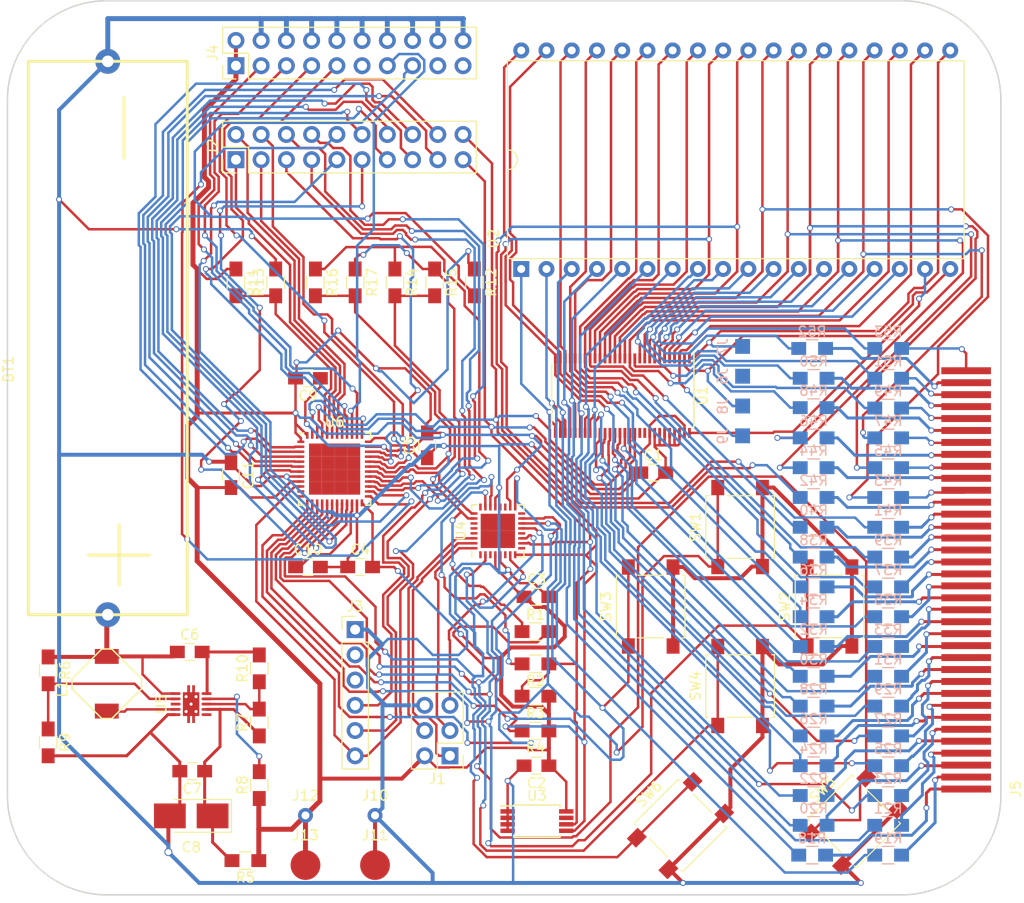
<source format=kicad_pcb>
(kicad_pcb (version 4) (host pcbnew 4.0.6)
  (layers (0 F.Cu signal) (31 B.Cu signal) (34 B.Paste user) (35 F.Paste user) (36 B.SilkS user) (37 F.SilkS user) (38 B.Mask user) (39 F.Mask user) (44 Edge.Cuts user))
  (net 0 "")
  (net 1 "Net-(BT1-Pad1)")
  (net 2 GND)
  (net 3 +3V3)
  (net 4 "Net-(C7-Pad1)")
  (net 5 /VCAP_1)
  (net 6 /MISO)
  (net 7 /SCK)
  (net 8 /MOSI)
  (net 9 /RESET)
  (net 10 /E1)
  (net 11 /E2)
  (net 12 /E3)
  (net 13 /E4)
  (net 14 /E5)
  (net 15 /E6)
  (net 16 /E7)
  (net 17 /E8)
  (net 18 /E9)
  (net 19 /E10)
  (net 20 /E11)
  (net 21 /E12)
  (net 22 /E13)
  (net 23 /E14)
  (net 24 /E15)
  (net 25 /E16)
  (net 26 /E17)
  (net 27 /E18)
  (net 28 /SCL)
  (net 29 /SDA)
  (net 30 /CTS)
  (net 31 "Net-(J3-Pad3)")
  (net 32 "Net-(J3-Pad4)")
  (net 33 "Net-(J3-Pad5)")
  (net 34 /DTR)
  (net 35 /nTRST)
  (net 36 /TDI)
  (net 37 /TMS)
  (net 38 /TCK)
  (net 39 "Net-(J4-Pad11)")
  (net 40 /TDO)
  (net 41 "Net-(J4-Pad17)")
  (net 42 "Net-(J4-Pad19)")
  (net 43 "Net-(L1-Pad2)")
  (net 44 /RXD)
  (net 45 "Net-(R2-Pad2)")
  (net 46 "Net-(R6-Pad2)")
  (net 47 "Net-(R10-Pad1)")
  (net 48 /LOWBAT)
  (net 49 /BOOT0)
  (net 50 /TXD)
  (net 51 /SW_UP)
  (net 52 /SW_DN)
  (net 53 /SW_LF)
  (net 54 /SW_RI)
  (net 55 /SW_A)
  (net 56 /SW_B)
  (net 57 "Net-(U3-Pad7)")
  (net 58 "Net-(U6-Pad11)")
  (net 59 "Net-(U6-Pad12)")
  (net 60 /AVR_RESET)
  (net 61 "Net-(J5-Pad2)")
  (net 62 "Net-(J5-Pad1)")
  (net 63 "Net-(J5-Pad3)")
  (net 64 "Net-(J5-Pad4)")
  (net 65 "Net-(J5-Pad5)")
  (net 66 "Net-(J5-Pad6)")
  (net 67 "Net-(J5-Pad7)")
  (net 68 "Net-(J5-Pad10)")
  (net 69 "Net-(J5-Pad9)")
  (net 70 "Net-(J5-Pad8)")
  (net 71 "Net-(J5-Pad11)")
  (net 72 "Net-(J5-Pad12)")
  (net 73 "Net-(J5-Pad13)")
  (net 74 "Net-(J5-Pad14)")
  (net 75 "Net-(J5-Pad15)")
  (net 76 "Net-(J5-Pad16)")
  (net 77 "Net-(J5-Pad17)")
  (net 78 "Net-(J5-Pad18)")
  (net 79 "Net-(J5-Pad19)")
  (net 80 "Net-(J5-Pad20)")
  (net 81 "Net-(J5-Pad21)")
  (net 82 "Net-(J5-Pad22)")
  (net 83 "Net-(J5-Pad23)")
  (net 84 "Net-(J5-Pad24)")
  (net 85 "Net-(J5-Pad25)")
  (net 86 "Net-(J5-Pad26)")
  (net 87 "Net-(J5-Pad27)")
  (net 88 "Net-(J5-Pad28)")
  (net 89 "Net-(J5-Pad29)")
  (net 90 "Net-(J5-Pad31)")
  (net 91 "Net-(J5-Pad30)")
  (net 92 "Net-(J5-Pad32)")
  (net 93 "Net-(J5-Pad33)")
  (net 94 "Net-(J5-Pad35)")
  (net 95 "Net-(J5-Pad34)")
  (net 96 "Net-(J5-Pad36)")
  (net 97 /Displays/BP0)
  (net 98 /Displays/BP1)
  (net 99 /Displays/BP2)
  (net 100 /Displays/BP3)
  (net 101 "Net-(U1-Pad46)")
  (net 102 "Net-(U1-Pad47)")
  (net 103 /Displays/8D)
  (net 104 /Displays/8M)
  (net 105 /Displays/7D)
  (net 106 /Displays/7M)
  (net 107 /Displays/6D)
  (net 108 /Displays/6M)
  (net 109 /Displays/5D)
  (net 110 /Displays/5M)
  (net 111 /Displays/4D)
  (net 112 /Displays/4M)
  (net 113 /Displays/3D)
  (net 114 /Displays/3M)
  (net 115 /Displays/2D)
  (net 116 /Displays/2M)
  (net 117 /Displays/1D)
  (net 118 /Displays/1M)
  (net 119 /Displays/5E)
  (net 120 /Displays/5L)
  (net 121 /Displays/6E)
  (net 122 /Displays/6L)
  (net 123 /Displays/7E)
  (net 124 /Displays/7L)
  (net 125 /Displays/8E)
  (net 126 /Displays/8L)
  (net 127 /Displays/4L)
  (net 128 /Displays/4E)
  (net 129 /Displays/3L)
  (net 130 /Displays/3E)
  (net 131 /Displays/2L)
  (net 132 /Displays/2E)
  (net 133 /Displays/1L)
  (net 134 /Displays/1E)
  (net 135 "Net-(J6-Pad1)")
  (net 136 /Displays/X1)
  (net 137 /Displays/X2)
  (net 138 /Displays/X3)
  (net 139 /Displays/X4)
  (net 140 /Displays/X5)
  (net 141 /Displays/X6)
  (net 142 /Displays/X7)
  (net 143 /Displays/X8)
  (module Capacitors_SMD:C_0805_HandSoldering (layer F.Cu) (at 90 67.5)
    (fp_text reference C1 (at 0 -1.75) (layer F.SilkS))
    (fp_text value 100n)
    (pad 1 smd rect (at -1.25 0) (size 1.5 1.25) (layers F.Cu F.Paste F.Mask) (net 3 +3V3))
    (pad 2 smd rect (at 1.25 0) (size 1.5 1.25) (layers F.Cu F.Paste F.Mask) (net 2 GND))
  )
  (module Capacitors_SMD:C_0805_HandSoldering (layer F.Cu) (at 78.25 97 180)
    (fp_text reference C2 (at 0 -1.75 180) (layer F.SilkS))
    (fp_text value 100n)
    (pad 1 smd rect (at -1.25 0 180) (size 1.5 1.25) (layers F.Cu F.Paste F.Mask) (net 3 +3V3))
    (pad 2 smd rect (at 1.25 0 180) (size 1.5 1.25) (layers F.Cu F.Paste F.Mask) (net 2 GND))
  )
  (module Capacitors_SMD:C_0805_HandSoldering (layer F.Cu) (at 78.25 80)
    (fp_text reference C3 (at 0 -1.75) (layer F.SilkS))
    (fp_text value 100n)
    (pad 1 smd rect (at -1.25 0) (size 1.5 1.25) (layers F.Cu F.Paste F.Mask) (net 3 +3V3))
    (pad 2 smd rect (at 1.25 0) (size 1.5 1.25) (layers F.Cu F.Paste F.Mask) (net 2 GND))
  )
  (module Capacitors_SMD:C_0805_HandSoldering (layer F.Cu) (at 60.5 77)
    (fp_text reference C4 (at 0 -1.75) (layer F.SilkS))
    (fp_text value 100n)
    (pad 1 smd rect (at -1.25 0) (size 1.5 1.25) (layers F.Cu F.Paste F.Mask) (net 2 GND))
    (pad 2 smd rect (at 1.25 0) (size 1.5 1.25) (layers F.Cu F.Paste F.Mask) (net 3 +3V3))
  )
  (module Capacitors_SMD:C_0805_HandSoldering (layer F.Cu) (at 67.25 64.75 90)
    (fp_text reference C5 (at 0 -1.75 90) (layer F.SilkS))
    (fp_text value 100n)
    (pad 1 smd rect (at -1.25 0 90) (size 1.5 1.25) (layers F.Cu F.Paste F.Mask) (net 2 GND))
    (pad 2 smd rect (at 1.25 0 90) (size 1.5 1.25) (layers F.Cu F.Paste F.Mask) (net 3 +3V3))
  )
  (module Capacitors_SMD:C_0805_HandSoldering (layer F.Cu) (at 43.35 85.55)
    (fp_text reference C6 (at 0 -1.75) (layer F.SilkS))
    (fp_text value 10u)
    (pad 1 smd rect (at -1.25 0) (size 1.5 1.25) (layers F.Cu F.Paste F.Mask) (net 1 "Net-(BT1-Pad1)"))
    (pad 2 smd rect (at 1.25 0) (size 1.5 1.25) (layers F.Cu F.Paste F.Mask) (net 2 GND))
  )
  (module Capacitors_SMD:C_0805_HandSoldering (layer F.Cu) (at 43.6 97.55 180)
    (fp_text reference C7 (at 0 -1.75 180) (layer F.SilkS))
    (fp_text value 2.2u)
    (pad 1 smd rect (at -1.25 0 180) (size 1.5 1.25) (layers F.Cu F.Paste F.Mask) (net 4 "Net-(C7-Pad1)"))
    (pad 2 smd rect (at 1.25 0 180) (size 1.5 1.25) (layers F.Cu F.Paste F.Mask) (net 2 GND))
  )
  (module Capacitors_Tantalum_SMD:CP_Tantalum_Case-B_EIA-3528-21_Hand (layer F.Cu) (at 43.5 102.05 180)
    (fp_text reference C8 (at 0 -3.15 180) (layer F.SilkS))
    (fp_text value 100u)
    (pad 1 smd rect (at -2.15 0 180) (size 3.2 2.5) (layers F.Cu F.Paste F.Mask) (net 4 "Net-(C7-Pad1)"))
    (pad 2 smd rect (at 2.15 0 180) (size 3.2 2.5) (layers F.Cu F.Paste F.Mask) (net 2 GND))
  )
  (module Capacitors_SMD:C_0805_HandSoldering (layer F.Cu) (at 55.25 58 180)
    (fp_text reference C9 (at 0 -1.75 180) (layer F.SilkS))
    (fp_text value 100n)
    (pad 1 smd rect (at -1.25 0 180) (size 1.5 1.25) (layers F.Cu F.Paste F.Mask) (net 2 GND))
    (pad 2 smd rect (at 1.25 0 180) (size 1.5 1.25) (layers F.Cu F.Paste F.Mask) (net 3 +3V3))
  )
  (module Capacitors_SMD:C_0805_HandSoldering (layer F.Cu) (at 55.25 77)
    (fp_text reference C10 (at 0 -1.75) (layer F.SilkS))
    (fp_text value 4u7)
    (pad 1 smd rect (at -1.25 0) (size 1.5 1.25) (layers F.Cu F.Paste F.Mask) (net 5 /VCAP_1))
    (pad 2 smd rect (at 1.25 0) (size 1.5 1.25) (layers F.Cu F.Paste F.Mask) (net 2 GND))
  )
  (module Capacitors_SMD:C_0805_HandSoldering (layer F.Cu) (at 47.5 67.75 270)
    (fp_text reference C11 (at 0 -1.75 270) (layer F.SilkS))
    (fp_text value 100n)
    (pad 1 smd rect (at -1.25 0 270) (size 1.5 1.25) (layers F.Cu F.Paste F.Mask) (net 2 GND))
    (pad 2 smd rect (at 1.25 0 270) (size 1.5 1.25) (layers F.Cu F.Paste F.Mask) (net 3 +3V3))
  )
  (module Pin_Headers:Pin_Header_Straight_2x03_Pitch2.54mm (layer F.Cu) (at 69.54 96 180)
    (fp_text reference J1 (at 1.27 -2.33 180) (layer F.SilkS))
    (fp_text value ISP)
    (pad 1 thru_hole rect (at 0 0 180) (size 1.7 1.7) (drill 1) (layers *.Cu *.Mask) (net 6 /MISO))
    (pad 2 thru_hole oval (at 2.54 0 180) (size 1.7 1.7) (drill 1) (layers *.Cu *.Mask) (net 3 +3V3))
    (pad 3 thru_hole oval (at 0 2.54 180) (size 1.7 1.7) (drill 1) (layers *.Cu *.Mask) (net 7 /SCK))
    (pad 4 thru_hole oval (at 2.54 2.54 180) (size 1.7 1.7) (drill 1) (layers *.Cu *.Mask) (net 8 /MOSI))
    (pad 5 thru_hole oval (at 0 5.08 180) (size 1.7 1.7) (drill 1) (layers *.Cu *.Mask) (net 60 /AVR_RESET))
    (pad 6 thru_hole oval (at 2.54 5.08 180) (size 1.7 1.7) (drill 1) (layers *.Cu *.Mask) (net 2 GND))
  )
  (module Pin_Headers:Pin_Header_Straight_2x10_Pitch2.54mm (layer F.Cu) (at 48 36 90)
    (fp_text reference J2 (at 1.27 -2.33 90) (layer F.SilkS))
    (fp_text value EXT)
    (pad 1 thru_hole rect (at 0 0 90) (size 1.7 1.7) (drill 1) (layers *.Cu *.Mask) (net 10 /E1))
    (pad 2 thru_hole oval (at 2.54 0 90) (size 1.7 1.7) (drill 1) (layers *.Cu *.Mask) (net 11 /E2))
    (pad 3 thru_hole oval (at 0 2.54 90) (size 1.7 1.7) (drill 1) (layers *.Cu *.Mask) (net 12 /E3))
    (pad 4 thru_hole oval (at 2.54 2.54 90) (size 1.7 1.7) (drill 1) (layers *.Cu *.Mask) (net 13 /E4))
    (pad 5 thru_hole oval (at 0 5.08 90) (size 1.7 1.7) (drill 1) (layers *.Cu *.Mask) (net 14 /E5))
    (pad 6 thru_hole oval (at 2.54 5.08 90) (size 1.7 1.7) (drill 1) (layers *.Cu *.Mask) (net 15 /E6))
    (pad 7 thru_hole oval (at 0 7.62 90) (size 1.7 1.7) (drill 1) (layers *.Cu *.Mask) (net 16 /E7))
    (pad 8 thru_hole oval (at 2.54 7.62 90) (size 1.7 1.7) (drill 1) (layers *.Cu *.Mask) (net 17 /E8))
    (pad 9 thru_hole oval (at 0 10.16 90) (size 1.7 1.7) (drill 1) (layers *.Cu *.Mask) (net 18 /E9))
    (pad 10 thru_hole oval (at 2.54 10.16 90) (size 1.7 1.7) (drill 1) (layers *.Cu *.Mask) (net 19 /E10))
    (pad 11 thru_hole oval (at 0 12.7 90) (size 1.7 1.7) (drill 1) (layers *.Cu *.Mask) (net 20 /E11))
    (pad 12 thru_hole oval (at 2.54 12.7 90) (size 1.7 1.7) (drill 1) (layers *.Cu *.Mask) (net 21 /E12))
    (pad 13 thru_hole oval (at 0 15.24 90) (size 1.7 1.7) (drill 1) (layers *.Cu *.Mask) (net 22 /E13))
    (pad 14 thru_hole oval (at 2.54 15.24 90) (size 1.7 1.7) (drill 1) (layers *.Cu *.Mask) (net 23 /E14))
    (pad 15 thru_hole oval (at 0 17.78 90) (size 1.7 1.7) (drill 1) (layers *.Cu *.Mask) (net 24 /E15))
    (pad 16 thru_hole oval (at 2.54 17.78 90) (size 1.7 1.7) (drill 1) (layers *.Cu *.Mask) (net 25 /E16))
    (pad 17 thru_hole oval (at 0 20.32 90) (size 1.7 1.7) (drill 1) (layers *.Cu *.Mask) (net 26 /E17))
    (pad 18 thru_hole oval (at 2.54 20.32 90) (size 1.7 1.7) (drill 1) (layers *.Cu *.Mask) (net 27 /E18))
    (pad 19 thru_hole oval (at 0 22.86 90) (size 1.7 1.7) (drill 1) (layers *.Cu *.Mask) (net 28 /SCL))
    (pad 20 thru_hole oval (at 2.54 22.86 90) (size 1.7 1.7) (drill 1) (layers *.Cu *.Mask) (net 29 /SDA))
  )
  (module Pin_Headers:Pin_Header_Straight_1x06_Pitch2.54mm (layer F.Cu) (at 60 83.3)
    (fp_text reference J3 (at 0 -2.33) (layer F.SilkS))
    (fp_text value SERIAL)
    (pad 1 thru_hole rect (at 0 0) (size 1.7 1.7) (drill 1) (layers *.Cu *.Mask) (net 2 GND))
    (pad 2 thru_hole oval (at 0 2.54) (size 1.7 1.7) (drill 1) (layers *.Cu *.Mask) (net 30 /CTS))
    (pad 3 thru_hole oval (at 0 5.08) (size 1.7 1.7) (drill 1) (layers *.Cu *.Mask) (net 31 "Net-(J3-Pad3)"))
    (pad 4 thru_hole oval (at 0 7.62) (size 1.7 1.7) (drill 1) (layers *.Cu *.Mask) (net 32 "Net-(J3-Pad4)"))
    (pad 5 thru_hole oval (at 0 10.16) (size 1.7 1.7) (drill 1) (layers *.Cu *.Mask) (net 33 "Net-(J3-Pad5)"))
    (pad 6 thru_hole oval (at 0 12.7) (size 1.7 1.7) (drill 1) (layers *.Cu *.Mask) (net 34 /DTR))
  )
  (module Pin_Headers:Pin_Header_Straight_2x10_Pitch2.54mm (layer F.Cu) (at 48 26.54 90)
    (fp_text reference J4 (at 1.27 -2.33 90) (layer F.SilkS))
    (fp_text value JTAG)
    (pad 1 thru_hole rect (at 0 0 90) (size 1.7 1.7) (drill 1) (layers *.Cu *.Mask) (net 3 +3V3))
    (pad 2 thru_hole oval (at 2.54 0 90) (size 1.7 1.7) (drill 1) (layers *.Cu *.Mask) (net 3 +3V3))
    (pad 3 thru_hole oval (at 0 2.54 90) (size 1.7 1.7) (drill 1) (layers *.Cu *.Mask) (net 35 /nTRST))
    (pad 4 thru_hole oval (at 2.54 2.54 90) (size 1.7 1.7) (drill 1) (layers *.Cu *.Mask) (net 2 GND))
    (pad 5 thru_hole oval (at 0 5.08 90) (size 1.7 1.7) (drill 1) (layers *.Cu *.Mask) (net 36 /TDI))
    (pad 6 thru_hole oval (at 2.54 5.08 90) (size 1.7 1.7) (drill 1) (layers *.Cu *.Mask) (net 2 GND))
    (pad 7 thru_hole oval (at 0 7.62 90) (size 1.7 1.7) (drill 1) (layers *.Cu *.Mask) (net 37 /TMS))
    (pad 8 thru_hole oval (at 2.54 7.62 90) (size 1.7 1.7) (drill 1) (layers *.Cu *.Mask) (net 2 GND))
    (pad 9 thru_hole oval (at 0 10.16 90) (size 1.7 1.7) (drill 1) (layers *.Cu *.Mask) (net 38 /TCK))
    (pad 10 thru_hole oval (at 2.54 10.16 90) (size 1.7 1.7) (drill 1) (layers *.Cu *.Mask) (net 2 GND))
    (pad 11 thru_hole oval (at 0 12.7 90) (size 1.7 1.7) (drill 1) (layers *.Cu *.Mask) (net 39 "Net-(J4-Pad11)"))
    (pad 12 thru_hole oval (at 2.54 12.7 90) (size 1.7 1.7) (drill 1) (layers *.Cu *.Mask) (net 2 GND))
    (pad 13 thru_hole oval (at 0 15.24 90) (size 1.7 1.7) (drill 1) (layers *.Cu *.Mask) (net 40 /TDO))
    (pad 14 thru_hole oval (at 2.54 15.24 90) (size 1.7 1.7) (drill 1) (layers *.Cu *.Mask) (net 2 GND))
    (pad 15 thru_hole oval (at 0 17.78 90) (size 1.7 1.7) (drill 1) (layers *.Cu *.Mask) (net 9 /RESET))
    (pad 16 thru_hole oval (at 2.54 17.78 90) (size 1.7 1.7) (drill 1) (layers *.Cu *.Mask) (net 2 GND))
    (pad 17 thru_hole oval (at 0 20.32 90) (size 1.7 1.7) (drill 1) (layers *.Cu *.Mask) (net 41 "Net-(J4-Pad17)"))
    (pad 18 thru_hole oval (at 2.54 20.32 90) (size 1.7 1.7) (drill 1) (layers *.Cu *.Mask) (net 2 GND))
    (pad 19 thru_hole oval (at 0 22.86 90) (size 1.7 1.7) (drill 1) (layers *.Cu *.Mask) (net 42 "Net-(J4-Pad19)"))
    (pad 20 thru_hole oval (at 2.54 22.86 90) (size 1.7 1.7) (drill 1) (layers *.Cu *.Mask) (net 2 GND))
  )
  (module Morn_SMD:Inductor_B82462G4 (layer F.Cu) (at 35 85.25 270)
    (fp_text reference L1 (at 4 4.5 270) (layer F.SilkS))
    (fp_text value 6.8u)
    (pad 1 smd rect (at 0.75 0 270) (size 1.5 2.4) (layers F.Cu F.Paste F.Mask) (net 1 "Net-(BT1-Pad1)"))
    (pad 2 smd rect (at 6.25 0 270) (size 1.5 2.4) (layers F.Cu F.Paste F.Mask) (net 43 "Net-(L1-Pad2)"))
  )
  (module Resistors_SMD:R_0805_HandSoldering (layer F.Cu) (at 78.15 83.5)
    (fp_text reference R1 (at 0 -1.7) (layer F.SilkS))
    (fp_text value DNP)
    (pad 1 smd rect (at -1.35 0) (size 1.5 1.3) (layers F.Cu F.Paste F.Mask) (net 44 /RXD))
    (pad 2 smd rect (at 1.35 0) (size 1.5 1.3) (layers F.Cu F.Paste F.Mask) (net 29 /SDA))
  )
  (module Resistors_SMD:R_0805_HandSoldering (layer F.Cu) (at 78.15 86.75 180)
    (fp_text reference R2 (at 0 -1.7 180) (layer F.SilkS))
    (fp_text value DNP)
    (pad 1 smd rect (at -1.35 0 180) (size 1.5 1.3) (layers F.Cu F.Paste F.Mask) (net 28 /SCL))
    (pad 2 smd rect (at 1.35 0 180) (size 1.5 1.3) (layers F.Cu F.Paste F.Mask) (net 45 "Net-(R2-Pad2)"))
  )
  (module Resistors_SMD:R_0805_HandSoldering (layer F.Cu) (at 78.15 90 180)
    (fp_text reference R3 (at 0 -1.7 180) (layer F.SilkS))
    (fp_text value 10k)
    (pad 1 smd rect (at -1.35 0 180) (size 1.5 1.3) (layers F.Cu F.Paste F.Mask) (net 3 +3V3))
    (pad 2 smd rect (at 1.35 0 180) (size 1.5 1.3) (layers F.Cu F.Paste F.Mask) (net 28 /SCL))
  )
  (module Resistors_SMD:R_0805_HandSoldering (layer F.Cu) (at 78.15 93.5 180)
    (fp_text reference R4 (at 0 -1.7 180) (layer F.SilkS))
    (fp_text value 10k)
    (pad 1 smd rect (at -1.35 0 180) (size 1.5 1.3) (layers F.Cu F.Paste F.Mask) (net 3 +3V3))
    (pad 2 smd rect (at 1.35 0 180) (size 1.5 1.3) (layers F.Cu F.Paste F.Mask) (net 29 /SDA))
  )
  (module Resistors_SMD:R_0805_HandSoldering (layer F.Cu) (at 48.95 106.55 180)
    (fp_text reference R5 (at 0 -1.7 180) (layer F.SilkS))
    (fp_text value 0)
    (pad 1 smd rect (at -1.35 0 180) (size 1.5 1.3) (layers F.Cu F.Paste F.Mask) (net 3 +3V3))
    (pad 2 smd rect (at 1.35 0 180) (size 1.5 1.3) (layers F.Cu F.Paste F.Mask) (net 4 "Net-(C7-Pad1)"))
  )
  (module Resistors_SMD:R_0805_HandSoldering (layer F.Cu) (at 29.1 87.4 270)
    (fp_text reference R6 (at 0 -1.7 270) (layer F.SilkS))
    (fp_text value 330k)
    (pad 1 smd rect (at -1.35 0 270) (size 1.5 1.3) (layers F.Cu F.Paste F.Mask) (net 1 "Net-(BT1-Pad1)"))
    (pad 2 smd rect (at 1.35 0 270) (size 1.5 1.3) (layers F.Cu F.Paste F.Mask) (net 46 "Net-(R6-Pad2)"))
  )
  (module Resistors_SMD:R_0805_HandSoldering (layer F.Cu) (at 50.35 92.65 90)
    (fp_text reference R7 (at 0 -1.7 90) (layer F.SilkS))
    (fp_text value 1M)
    (pad 1 smd rect (at -1.35 0 90) (size 1.5 1.3) (layers F.Cu F.Paste F.Mask) (net 4 "Net-(C7-Pad1)"))
    (pad 2 smd rect (at 1.35 0 90) (size 1.5 1.3) (layers F.Cu F.Paste F.Mask) (net 47 "Net-(R10-Pad1)"))
  )
  (module Resistors_SMD:R_0805_HandSoldering (layer F.Cu) (at 50.35 98.95 90)
    (fp_text reference R8 (at 0 -1.7 90) (layer F.SilkS))
    (fp_text value 1M)
    (pad 1 smd rect (at -1.35 0 90) (size 1.5 1.3) (layers F.Cu F.Paste F.Mask) (net 3 +3V3))
    (pad 2 smd rect (at 1.35 0 90) (size 1.5 1.3) (layers F.Cu F.Paste F.Mask) (net 48 /LOWBAT))
  )
  (module Resistors_SMD:R_0805_HandSoldering (layer F.Cu) (at 29.1 94.65 270)
    (fp_text reference R9 (at 0 -1.7 270) (layer F.SilkS))
    (fp_text value 330k)
    (pad 1 smd rect (at -1.35 0 270) (size 1.5 1.3) (layers F.Cu F.Paste F.Mask) (net 46 "Net-(R6-Pad2)"))
    (pad 2 smd rect (at 1.35 0 270) (size 1.5 1.3) (layers F.Cu F.Paste F.Mask) (net 2 GND))
  )
  (module Resistors_SMD:R_0805_HandSoldering (layer F.Cu) (at 50.35 87.2 90)
    (fp_text reference R10 (at 0 -1.7 90) (layer F.SilkS))
    (fp_text value 180k)
    (pad 1 smd rect (at -1.35 0 90) (size 1.5 1.3) (layers F.Cu F.Paste F.Mask) (net 47 "Net-(R10-Pad1)"))
    (pad 2 smd rect (at 1.35 0 90) (size 1.5 1.3) (layers F.Cu F.Paste F.Mask) (net 2 GND))
  )
  (module Resistors_SMD:R_0805_HandSoldering (layer F.Cu) (at 48 48.35 270)
    (fp_text reference R11 (at 0 -1.7 270) (layer F.SilkS))
    (fp_text value DNP)
    (pad 1 smd rect (at -1.35 0 270) (size 1.5 1.3) (layers F.Cu F.Paste F.Mask) (net 3 +3V3))
    (pad 2 smd rect (at 1.35 0 270) (size 1.5 1.3) (layers F.Cu F.Paste F.Mask) (net 49 /BOOT0))
  )
  (module Resistors_SMD:R_0805_HandSoldering (layer F.Cu) (at 72 48.35 270)
    (fp_text reference R12 (at 0 -1.7 270) (layer F.SilkS))
    (fp_text value DNP)
    (pad 1 smd rect (at -1.35 0 270) (size 1.5 1.3) (layers F.Cu F.Paste F.Mask) (net 3 +3V3))
    (pad 2 smd rect (at 1.35 0 270) (size 1.5 1.3) (layers F.Cu F.Paste F.Mask) (net 9 /RESET))
  )
  (module Resistors_SMD:R_0805_HandSoldering (layer F.Cu) (at 52 48.35 90)
    (fp_text reference R13 (at 0 -1.7 90) (layer F.SilkS))
    (fp_text value DNP)
    (pad 1 smd rect (at -1.35 0 90) (size 1.5 1.3) (layers F.Cu F.Paste F.Mask) (net 49 /BOOT0))
    (pad 2 smd rect (at 1.35 0 90) (size 1.5 1.3) (layers F.Cu F.Paste F.Mask) (net 2 GND))
  )
  (module Resistors_SMD:R_0805_HandSoldering (layer F.Cu) (at 64 48.35 270)
    (fp_text reference R14 (at 0 -1.7 270) (layer F.SilkS))
    (fp_text value 0)
    (pad 1 smd rect (at -1.35 0 270) (size 1.5 1.3) (layers F.Cu F.Paste F.Mask) (net 32 "Net-(J3-Pad4)"))
    (pad 2 smd rect (at 1.35 0 270) (size 1.5 1.3) (layers F.Cu F.Paste F.Mask) (net 50 /TXD))
  )
  (module Resistors_SMD:R_0805_HandSoldering (layer F.Cu) (at 68 48.35 270)
    (fp_text reference R15 (at 0 -1.7 270) (layer F.SilkS))
    (fp_text value DNP)
    (pad 1 smd rect (at -1.35 0 270) (size 1.5 1.3) (layers F.Cu F.Paste F.Mask) (net 33 "Net-(J3-Pad5)"))
    (pad 2 smd rect (at 1.35 0 270) (size 1.5 1.3) (layers F.Cu F.Paste F.Mask) (net 50 /TXD))
  )
  (module Resistors_SMD:R_0805_HandSoldering (layer F.Cu) (at 56 48.35 270)
    (fp_text reference R16 (at 0 -1.7 270) (layer F.SilkS))
    (fp_text value DNP)
    (pad 1 smd rect (at -1.35 0 270) (size 1.5 1.3) (layers F.Cu F.Paste F.Mask) (net 32 "Net-(J3-Pad4)"))
    (pad 2 smd rect (at 1.35 0 270) (size 1.5 1.3) (layers F.Cu F.Paste F.Mask) (net 44 /RXD))
  )
  (module Resistors_SMD:R_0805_HandSoldering (layer F.Cu) (at 60 48.35 270)
    (fp_text reference R17 (at 0 -1.7 270) (layer F.SilkS))
    (fp_text value 0)
    (pad 1 smd rect (at -1.35 0 270) (size 1.5 1.3) (layers F.Cu F.Paste F.Mask) (net 33 "Net-(J3-Pad5)"))
    (pad 2 smd rect (at 1.35 0 270) (size 1.5 1.3) (layers F.Cu F.Paste F.Mask) (net 44 /RXD))
  )
  (module Buttons_Switches_SMD:SW_SPST_B3S-1000 (layer F.Cu) (at 98.75 72.975 90)
    (fp_text reference SW1 (at 0 -4.5 90) (layer F.SilkS))
    (fp_text value SW_SPST)
    (pad 1 smd rect (at -3.975 -2.25 90) (size 1.55 1.3) (layers F.Cu F.Paste F.Mask) (net 51 /SW_UP))
    (pad 1 smd rect (at 3.975 -2.25 90) (size 1.55 1.3) (layers F.Cu F.Paste F.Mask) (net 51 /SW_UP))
    (pad 2 smd rect (at -3.975 2.25 90) (size 1.55 1.3) (layers F.Cu F.Paste F.Mask) (net 2 GND))
    (pad 2 smd rect (at 3.975 2.25 90) (size 1.55 1.3) (layers F.Cu F.Paste F.Mask) (net 2 GND))
  )
  (module Buttons_Switches_SMD:SW_SPST_B3S-1000 (layer F.Cu) (at 107.75 80.975 90)
    (fp_text reference SW2 (at 0 -4.5 90) (layer F.SilkS))
    (fp_text value SW_SPST)
    (pad 1 smd rect (at -3.975 -2.25 90) (size 1.55 1.3) (layers F.Cu F.Paste F.Mask) (net 52 /SW_DN))
    (pad 1 smd rect (at 3.975 -2.25 90) (size 1.55 1.3) (layers F.Cu F.Paste F.Mask) (net 52 /SW_DN))
    (pad 2 smd rect (at -3.975 2.25 90) (size 1.55 1.3) (layers F.Cu F.Paste F.Mask) (net 2 GND))
    (pad 2 smd rect (at 3.975 2.25 90) (size 1.55 1.3) (layers F.Cu F.Paste F.Mask) (net 2 GND))
  )
  (module Buttons_Switches_SMD:SW_SPST_B3S-1000 (layer F.Cu) (at 89.75 80.975 90)
    (fp_text reference SW3 (at 0 -4.5 90) (layer F.SilkS))
    (fp_text value SW_SPST)
    (pad 1 smd rect (at -3.975 -2.25 90) (size 1.55 1.3) (layers F.Cu F.Paste F.Mask) (net 53 /SW_LF))
    (pad 1 smd rect (at 3.975 -2.25 90) (size 1.55 1.3) (layers F.Cu F.Paste F.Mask) (net 53 /SW_LF))
    (pad 2 smd rect (at -3.975 2.25 90) (size 1.55 1.3) (layers F.Cu F.Paste F.Mask) (net 2 GND))
    (pad 2 smd rect (at 3.975 2.25 90) (size 1.55 1.3) (layers F.Cu F.Paste F.Mask) (net 2 GND))
  )
  (module Buttons_Switches_SMD:SW_SPST_B3S-1000 (layer F.Cu) (at 98.75 88.975 90)
    (fp_text reference SW4 (at 0 -4.5 90) (layer F.SilkS))
    (fp_text value SW_SPST)
    (pad 1 smd rect (at -3.975 -2.25 90) (size 1.55 1.3) (layers F.Cu F.Paste F.Mask) (net 54 /SW_RI))
    (pad 1 smd rect (at 3.975 -2.25 90) (size 1.55 1.3) (layers F.Cu F.Paste F.Mask) (net 54 /SW_RI))
    (pad 2 smd rect (at -3.975 2.25 90) (size 1.55 1.3) (layers F.Cu F.Paste F.Mask) (net 2 GND))
    (pad 2 smd rect (at 3.975 2.25 90) (size 1.55 1.3) (layers F.Cu F.Paste F.Mask) (net 2 GND))
  )
  (module Buttons_Switches_SMD:SW_SPST_B3S-1000 (layer F.Cu) (at 110.219759 102.59826 45)
    (fp_text reference SW5 (at 0 -4.5 45) (layer F.SilkS))
    (fp_text value SW_SPST)
    (pad 1 smd rect (at -3.975 -2.25 45) (size 1.55 1.3) (layers F.Cu F.Paste F.Mask) (net 55 /SW_A))
    (pad 1 smd rect (at 3.975 -2.25 45) (size 1.55 1.3) (layers F.Cu F.Paste F.Mask) (net 55 /SW_A))
    (pad 2 smd rect (at -3.975 2.25 45) (size 1.55 1.3) (layers F.Cu F.Paste F.Mask) (net 2 GND))
    (pad 2 smd rect (at 3.975 2.25 45) (size 1.55 1.3) (layers F.Cu F.Paste F.Mask) (net 2 GND))
  )
  (module Buttons_Switches_SMD:SW_SPST_B3S-1000 (layer F.Cu) (at 92.75 103.025 45)
    (fp_text reference SW6 (at 0 -4.5 45) (layer F.SilkS))
    (fp_text value SW_SPST)
    (pad 1 smd rect (at -3.975 -2.25 45) (size 1.55 1.3) (layers F.Cu F.Paste F.Mask) (net 56 /SW_B))
    (pad 1 smd rect (at 3.975 -2.25 45) (size 1.55 1.3) (layers F.Cu F.Paste F.Mask) (net 56 /SW_B))
    (pad 2 smd rect (at -3.975 2.25 45) (size 1.55 1.3) (layers F.Cu F.Paste F.Mask) (net 2 GND))
    (pad 2 smd rect (at 3.975 2.25 45) (size 1.55 1.3) (layers F.Cu F.Paste F.Mask) (net 2 GND))
  )
  (module Housings_SSOP:TSSOP-56_6.1x14mm_Pitch0.5mm (layer F.Cu) (at 86.9 59.75 270)
    (fp_text reference U1 (at 0 -8.05 270) (layer F.SilkS))
    (fp_text value PCF85176T)
    (pad 1 smd rect (at -3.75 -6.75 270) (size 1 0.285) (layers F.Cu F.Paste F.Mask) (net 99 /Displays/BP2))
    (pad 2 smd rect (at -3.75 -6.25 270) (size 1 0.285) (layers F.Cu F.Paste F.Mask) (net 98 /Displays/BP1))
    (pad 3 smd rect (at -3.75 -5.75 270) (size 1 0.285) (layers F.Cu F.Paste F.Mask) (net 100 /Displays/BP3))
    (pad 4 smd rect (at -3.75 -5.25 270) (size 1 0.285) (layers F.Cu F.Paste F.Mask) (net 126 /Displays/8L))
    (pad 5 smd rect (at -3.75 -4.75 270) (size 1 0.285) (layers F.Cu F.Paste F.Mask) (net 125 /Displays/8E))
    (pad 6 smd rect (at -3.75 -4.25 270) (size 1 0.285) (layers F.Cu F.Paste F.Mask) (net 124 /Displays/7L))
    (pad 7 smd rect (at -3.75 -3.75 270) (size 1 0.285) (layers F.Cu F.Paste F.Mask) (net 123 /Displays/7E))
    (pad 8 smd rect (at -3.75 -3.25 270) (size 1 0.285) (layers F.Cu F.Paste F.Mask) (net 122 /Displays/6L))
    (pad 9 smd rect (at -3.75 -2.75 270) (size 1 0.285) (layers F.Cu F.Paste F.Mask) (net 121 /Displays/6E))
    (pad 10 smd rect (at -3.75 -2.25 270) (size 1 0.285) (layers F.Cu F.Paste F.Mask) (net 120 /Displays/5L))
    (pad 11 smd rect (at -3.75 -1.75 270) (size 1 0.285) (layers F.Cu F.Paste F.Mask) (net 119 /Displays/5E))
    (pad 12 smd rect (at -3.75 -1.25 270) (size 1 0.285) (layers F.Cu F.Paste F.Mask) (net 143 /Displays/X8))
    (pad 13 smd rect (at -3.75 -0.75 270) (size 1 0.285) (layers F.Cu F.Paste F.Mask) (net 103 /Displays/8D))
    (pad 14 smd rect (at -3.75 -0.25 270) (size 1 0.285) (layers F.Cu F.Paste F.Mask) (net 104 /Displays/8M))
    (pad 15 smd rect (at -3.75 0.25 270) (size 1 0.285) (layers F.Cu F.Paste F.Mask) (net 105 /Displays/7D))
    (pad 16 smd rect (at -3.75 0.75 270) (size 1 0.285) (layers F.Cu F.Paste F.Mask) (net 106 /Displays/7M))
    (pad 17 smd rect (at -3.75 1.25 270) (size 1 0.285) (layers F.Cu F.Paste F.Mask) (net 107 /Displays/6D))
    (pad 18 smd rect (at -3.75 1.75 270) (size 1 0.285) (layers F.Cu F.Paste F.Mask) (net 108 /Displays/6M))
    (pad 19 smd rect (at -3.75 2.25 270) (size 1 0.285) (layers F.Cu F.Paste F.Mask) (net 109 /Displays/5D))
    (pad 20 smd rect (at -3.75 2.75 270) (size 1 0.285) (layers F.Cu F.Paste F.Mask) (net 110 /Displays/5M))
    (pad 21 smd rect (at -3.75 3.25 270) (size 1 0.285) (layers F.Cu F.Paste F.Mask) (net 111 /Displays/4D))
    (pad 22 smd rect (at -3.75 3.75 270) (size 1 0.285) (layers F.Cu F.Paste F.Mask) (net 112 /Displays/4M))
    (pad 23 smd rect (at -3.75 4.25 270) (size 1 0.285) (layers F.Cu F.Paste F.Mask) (net 113 /Displays/3D))
    (pad 24 smd rect (at -3.75 4.75 270) (size 1 0.285) (layers F.Cu F.Paste F.Mask) (net 114 /Displays/3M))
    (pad 25 smd rect (at -3.75 5.25 270) (size 1 0.285) (layers F.Cu F.Paste F.Mask) (net 115 /Displays/2D))
    (pad 26 smd rect (at -3.75 5.75 270) (size 1 0.285) (layers F.Cu F.Paste F.Mask) (net 116 /Displays/2M))
    (pad 27 smd rect (at -3.75 6.25 270) (size 1 0.285) (layers F.Cu F.Paste F.Mask) (net 117 /Displays/1D))
    (pad 28 smd rect (at -3.75 6.75 270) (size 1 0.285) (layers F.Cu F.Paste F.Mask) (net 118 /Displays/1M))
    (pad 29 smd rect (at 3.75 6.75 270) (size 1 0.285) (layers F.Cu F.Paste F.Mask) (net 134 /Displays/1E))
    (pad 30 smd rect (at 3.75 6.25 270) (size 1 0.285) (layers F.Cu F.Paste F.Mask) (net 133 /Displays/1L))
    (pad 31 smd rect (at 3.75 5.75 270) (size 1 0.285) (layers F.Cu F.Paste F.Mask) (net 132 /Displays/2E))
    (pad 32 smd rect (at 3.75 5.25 270) (size 1 0.285) (layers F.Cu F.Paste F.Mask) (net 131 /Displays/2L))
    (pad 33 smd rect (at 3.75 4.75 270) (size 1 0.285) (layers F.Cu F.Paste F.Mask) (net 130 /Displays/3E))
    (pad 34 smd rect (at 3.75 4.25 270) (size 1 0.285) (layers F.Cu F.Paste F.Mask) (net 129 /Displays/3L))
    (pad 35 smd rect (at 3.75 3.75 270) (size 1 0.285) (layers F.Cu F.Paste F.Mask) (net 128 /Displays/4E))
    (pad 36 smd rect (at 3.75 3.25 270) (size 1 0.285) (layers F.Cu F.Paste F.Mask) (net 127 /Displays/4L))
    (pad 37 smd rect (at 3.75 2.75 270) (size 1 0.285) (layers F.Cu F.Paste F.Mask) (net 136 /Displays/X1))
    (pad 38 smd rect (at 3.75 2.25 270) (size 1 0.285) (layers F.Cu F.Paste F.Mask) (net 137 /Displays/X2))
    (pad 39 smd rect (at 3.75 1.75 270) (size 1 0.285) (layers F.Cu F.Paste F.Mask) (net 138 /Displays/X3))
    (pad 40 smd rect (at 3.75 1.25 270) (size 1 0.285) (layers F.Cu F.Paste F.Mask) (net 139 /Displays/X4))
    (pad 41 smd rect (at 3.75 0.75 270) (size 1 0.285) (layers F.Cu F.Paste F.Mask) (net 140 /Displays/X5))
    (pad 42 smd rect (at 3.75 0.25 270) (size 1 0.285) (layers F.Cu F.Paste F.Mask) (net 141 /Displays/X6))
    (pad 43 smd rect (at 3.75 -0.25 270) (size 1 0.285) (layers F.Cu F.Paste F.Mask) (net 142 /Displays/X7))
    (pad 44 smd rect (at 3.75 -0.75 270) (size 1 0.285) (layers F.Cu F.Paste F.Mask) (net 29 /SDA))
    (pad 45 smd rect (at 3.75 -1.25 270) (size 1 0.285) (layers F.Cu F.Paste F.Mask) (net 28 /SCL))
    (pad 46 smd rect (at 3.75 -1.75 270) (size 1 0.285) (layers F.Cu F.Paste F.Mask) (net 101 "Net-(U1-Pad46)"))
    (pad 47 smd rect (at 3.75 -2.25 270) (size 1 0.285) (layers F.Cu F.Paste F.Mask) (net 102 "Net-(U1-Pad47)"))
    (pad 48 smd rect (at 3.75 -2.75 270) (size 1 0.285) (layers F.Cu F.Paste F.Mask) (net 3 +3V3))
    (pad 49 smd rect (at 3.75 -3.25 270) (size 1 0.285) (layers F.Cu F.Paste F.Mask) (net 2 GND))
    (pad 50 smd rect (at 3.75 -3.75 270) (size 1 0.285) (layers F.Cu F.Paste F.Mask) (net 2 GND))
    (pad 51 smd rect (at 3.75 -4.25 270) (size 1 0.285) (layers F.Cu F.Paste F.Mask) (net 2 GND))
    (pad 52 smd rect (at 3.75 -4.75 270) (size 1 0.285) (layers F.Cu F.Paste F.Mask) (net 2 GND))
    (pad 53 smd rect (at 3.75 -5.25 270) (size 1 0.285) (layers F.Cu F.Paste F.Mask) (net 2 GND))
    (pad 54 smd rect (at 3.75 -5.75 270) (size 1 0.285) (layers F.Cu F.Paste F.Mask) (net 2 GND))
    (pad 55 smd rect (at 3.75 -6.25 270) (size 1 0.285) (layers F.Cu F.Paste F.Mask) (net 3 +3V3))
    (pad 56 smd rect (at 3.75 -6.75 270) (size 1 0.285) (layers F.Cu F.Paste F.Mask) (net 97 /Displays/BP0))
  )
  (module Morn_ThroughHole:VIM-878 (layer F.Cu) (at 76.72 47 90)
    (fp_text reference U2 (at 3.048 -2.794 90) (layer F.SilkS))
    (fp_text value VIM-878)
    (pad 1 thru_hole rect (at 0 0 90) (size 1.6 1.6) (drill 0.8) (layers *.Cu *.Mask) (net 134 /Displays/1E))
    (pad 21 thru_hole oval (at 22 38.1 90) (size 1.6 1.6) (drill 0.8) (layers *.Cu *.Mask) (net 103 /Displays/8D))
    (pad 2 thru_hole oval (at 0 2.54 90) (size 1.6 1.6) (drill 0.8) (layers *.Cu *.Mask) (net 133 /Displays/1L))
    (pad 22 thru_hole oval (at 22 35.56 90) (size 1.6 1.6) (drill 0.8) (layers *.Cu *.Mask) (net 104 /Displays/8M))
    (pad 3 thru_hole oval (at 0 5.08 90) (size 1.6 1.6) (drill 0.8) (layers *.Cu *.Mask) (net 132 /Displays/2E))
    (pad 23 thru_hole oval (at 22 33.02 90) (size 1.6 1.6) (drill 0.8) (layers *.Cu *.Mask) (net 105 /Displays/7D))
    (pad 4 thru_hole oval (at 0 7.62 90) (size 1.6 1.6) (drill 0.8) (layers *.Cu *.Mask) (net 131 /Displays/2L))
    (pad 24 thru_hole oval (at 22 30.48 90) (size 1.6 1.6) (drill 0.8) (layers *.Cu *.Mask) (net 106 /Displays/7M))
    (pad 5 thru_hole oval (at 0 10.16 90) (size 1.6 1.6) (drill 0.8) (layers *.Cu *.Mask) (net 130 /Displays/3E))
    (pad 25 thru_hole oval (at 22 27.94 90) (size 1.6 1.6) (drill 0.8) (layers *.Cu *.Mask) (net 107 /Displays/6D))
    (pad 6 thru_hole oval (at 0 12.7 90) (size 1.6 1.6) (drill 0.8) (layers *.Cu *.Mask) (net 129 /Displays/3L))
    (pad 26 thru_hole oval (at 22 25.4 90) (size 1.6 1.6) (drill 0.8) (layers *.Cu *.Mask) (net 108 /Displays/6M))
    (pad 7 thru_hole oval (at 0 15.24 90) (size 1.6 1.6) (drill 0.8) (layers *.Cu *.Mask) (net 128 /Displays/4E))
    (pad 27 thru_hole oval (at 22 22.86 90) (size 1.6 1.6) (drill 0.8) (layers *.Cu *.Mask) (net 109 /Displays/5D))
    (pad 8 thru_hole oval (at 0 17.78 90) (size 1.6 1.6) (drill 0.8) (layers *.Cu *.Mask) (net 127 /Displays/4L))
    (pad 28 thru_hole oval (at 22 20.32 90) (size 1.6 1.6) (drill 0.8) (layers *.Cu *.Mask) (net 110 /Displays/5M))
    (pad 9 thru_hole oval (at 0 20.32 90) (size 1.6 1.6) (drill 0.8) (layers *.Cu *.Mask) (net 119 /Displays/5E))
    (pad 29 thru_hole oval (at 22 17.78 90) (size 1.6 1.6) (drill 0.8) (layers *.Cu *.Mask) (net 111 /Displays/4D))
    (pad 10 thru_hole oval (at 0 22.86 90) (size 1.6 1.6) (drill 0.8) (layers *.Cu *.Mask) (net 120 /Displays/5L))
    (pad 30 thru_hole oval (at 22 15.24 90) (size 1.6 1.6) (drill 0.8) (layers *.Cu *.Mask) (net 112 /Displays/4M))
    (pad 11 thru_hole oval (at 0 25.4 90) (size 1.6 1.6) (drill 0.8) (layers *.Cu *.Mask) (net 121 /Displays/6E))
    (pad 31 thru_hole oval (at 22 12.7 90) (size 1.6 1.6) (drill 0.8) (layers *.Cu *.Mask) (net 113 /Displays/3D))
    (pad 12 thru_hole oval (at 0 27.94 90) (size 1.6 1.6) (drill 0.8) (layers *.Cu *.Mask) (net 122 /Displays/6L))
    (pad 32 thru_hole oval (at 22 10.16 90) (size 1.6 1.6) (drill 0.8) (layers *.Cu *.Mask) (net 114 /Displays/3M))
    (pad 13 thru_hole oval (at 0 30.48 90) (size 1.6 1.6) (drill 0.8) (layers *.Cu *.Mask) (net 123 /Displays/7E))
    (pad 33 thru_hole oval (at 22 7.62 90) (size 1.6 1.6) (drill 0.8) (layers *.Cu *.Mask) (net 115 /Displays/2D))
    (pad 14 thru_hole oval (at 0 33.02 90) (size 1.6 1.6) (drill 0.8) (layers *.Cu *.Mask) (net 124 /Displays/7L))
    (pad 34 thru_hole oval (at 22 5.08 90) (size 1.6 1.6) (drill 0.8) (layers *.Cu *.Mask) (net 116 /Displays/2M))
    (pad 15 thru_hole oval (at 0 35.56 90) (size 1.6 1.6) (drill 0.8) (layers *.Cu *.Mask) (net 125 /Displays/8E))
    (pad 35 thru_hole oval (at 22 2.54 90) (size 1.6 1.6) (drill 0.8) (layers *.Cu *.Mask) (net 117 /Displays/1D))
    (pad 16 thru_hole oval (at 0 38.1 90) (size 1.6 1.6) (drill 0.8) (layers *.Cu *.Mask) (net 126 /Displays/8L))
    (pad 36 thru_hole oval (at 22 0 90) (size 1.6 1.6) (drill 0.8) (layers *.Cu *.Mask) (net 118 /Displays/1M))
    (pad 17 thru_hole oval (at 0 40.64 90) (size 1.6 1.6) (drill 0.8) (layers *.Cu *.Mask) (net 97 /Displays/BP0))
    (pad 18 thru_hole oval (at 0 43.18 90) (size 1.6 1.6) (drill 0.8) (layers *.Cu *.Mask) (net 98 /Displays/BP1))
    (pad 20 thru_hole oval (at 22 40.64 90) (size 1.6 1.6) (drill 0.8) (layers *.Cu *.Mask) (net 100 /Displays/BP3))
    (pad 19 thru_hole oval (at 22 43.18 90) (size 1.6 1.6) (drill 0.8) (layers *.Cu *.Mask) (net 99 /Displays/BP2))
  )
  (module Housings_SSOP:TSSOP-8_4.4x3mm_Pitch0.65mm (layer F.Cu) (at 78.3 102.575)
    (fp_text reference U3 (at 0 -2.55) (layer F.SilkS))
    (fp_text value CAT24C512WI-GT3)
    (pad 1 smd rect (at -2.95 -0.975) (size 1.45 0.45) (layers F.Cu F.Paste F.Mask) (net 2 GND))
    (pad 2 smd rect (at -2.95 -0.325) (size 1.45 0.45) (layers F.Cu F.Paste F.Mask) (net 2 GND))
    (pad 3 smd rect (at -2.95 0.325) (size 1.45 0.45) (layers F.Cu F.Paste F.Mask) (net 2 GND))
    (pad 4 smd rect (at -2.95 0.975) (size 1.45 0.45) (layers F.Cu F.Paste F.Mask) (net 2 GND))
    (pad 5 smd rect (at 2.95 0.975) (size 1.45 0.45) (layers F.Cu F.Paste F.Mask) (net 29 /SDA))
    (pad 6 smd rect (at 2.95 0.325) (size 1.45 0.45) (layers F.Cu F.Paste F.Mask) (net 28 /SCL))
    (pad 7 smd rect (at 2.95 -0.325) (size 1.45 0.45) (layers F.Cu F.Paste F.Mask) (net 57 "Net-(U3-Pad7)"))
    (pad 8 smd rect (at 2.95 -0.975) (size 1.45 0.45) (layers F.Cu F.Paste F.Mask) (net 3 +3V3))
  )
  (module Housings_DFN_QFN:QFN-32-1EP_5x5mm_Pitch0.5mm (layer F.Cu) (at 74.3625 73.3625 90)
    (fp_text reference U4 (at 0 -3.75 90) (layer F.SilkS))
    (fp_text value ATTINY861-20MU)
    (pad 1 smd rect (at -2.4 -1.75 90) (size 0.7 0.25) (layers F.Cu F.Paste F.Mask))
    (pad 2 smd rect (at -2.4 -1.25 90) (size 0.7 0.25) (layers F.Cu F.Paste F.Mask) (net 55 /SW_A))
    (pad 3 smd rect (at -2.4 -0.75 90) (size 0.7 0.25) (layers F.Cu F.Paste F.Mask))
    (pad 4 smd rect (at -2.4 -0.25 90) (size 0.7 0.25) (layers F.Cu F.Paste F.Mask) (net 3 +3V3))
    (pad 5 smd rect (at -2.4 0.25 90) (size 0.7 0.25) (layers F.Cu F.Paste F.Mask) (net 2 GND))
    (pad 6 smd rect (at -2.4 0.75 90) (size 0.7 0.25) (layers F.Cu F.Paste F.Mask))
    (pad 7 smd rect (at -2.4 1.25 90) (size 0.7 0.25) (layers F.Cu F.Paste F.Mask) (net 56 /SW_B))
    (pad 8 smd rect (at -2.4 1.75 90) (size 0.7 0.25) (layers F.Cu F.Paste F.Mask) (net 29 /SDA))
    (pad 9 smd rect (at -1.75 2.4 180) (size 0.7 0.25) (layers F.Cu F.Paste F.Mask))
    (pad 10 smd rect (at -1.25 2.4 180) (size 0.7 0.25) (layers F.Cu F.Paste F.Mask) (net 28 /SCL))
    (pad 11 smd rect (at -0.75 2.4 180) (size 0.7 0.25) (layers F.Cu F.Paste F.Mask) (net 60 /AVR_RESET))
    (pad 12 smd rect (at -0.25 2.4 180) (size 0.7 0.25) (layers F.Cu F.Paste F.Mask))
    (pad 13 smd rect (at 0.25 2.4 180) (size 0.7 0.25) (layers F.Cu F.Paste F.Mask) (net 54 /SW_RI))
    (pad 14 smd rect (at 0.75 2.4 180) (size 0.7 0.25) (layers F.Cu F.Paste F.Mask) (net 53 /SW_LF))
    (pad 15 smd rect (at 1.25 2.4 180) (size 0.7 0.25) (layers F.Cu F.Paste F.Mask) (net 52 /SW_DN))
    (pad 16 smd rect (at 1.75 2.4 180) (size 0.7 0.25) (layers F.Cu F.Paste F.Mask))
    (pad 17 smd rect (at 2.4 1.75 90) (size 0.7 0.25) (layers F.Cu F.Paste F.Mask) (net 51 /SW_UP))
    (pad 18 smd rect (at 2.4 1.25 90) (size 0.7 0.25) (layers F.Cu F.Paste F.Mask) (net 3 +3V3))
    (pad 19 smd rect (at 2.4 0.75 90) (size 0.7 0.25) (layers F.Cu F.Paste F.Mask))
    (pad 20 smd rect (at 2.4 0.25 90) (size 0.7 0.25) (layers F.Cu F.Paste F.Mask))
    (pad 21 smd rect (at 2.4 -0.25 90) (size 0.7 0.25) (layers F.Cu F.Paste F.Mask) (net 2 GND))
    (pad 22 smd rect (at 2.4 -0.75 90) (size 0.7 0.25) (layers F.Cu F.Paste F.Mask) (net 34 /DTR))
    (pad 23 smd rect (at 2.4 -1.25 90) (size 0.7 0.25) (layers F.Cu F.Paste F.Mask) (net 45 "Net-(R2-Pad2)"))
    (pad 24 smd rect (at 2.4 -1.75 90) (size 0.7 0.25) (layers F.Cu F.Paste F.Mask))
    (pad 25 smd rect (at 1.75 -2.4 180) (size 0.7 0.25) (layers F.Cu F.Paste F.Mask) (net 50 /TXD))
    (pad 26 smd rect (at 1.25 -2.4 180) (size 0.7 0.25) (layers F.Cu F.Paste F.Mask) (net 44 /RXD))
    (pad 27 smd rect (at 0.75 -2.4 180) (size 0.7 0.25) (layers F.Cu F.Paste F.Mask))
    (pad 28 smd rect (at 0.25 -2.4 180) (size 0.7 0.25) (layers F.Cu F.Paste F.Mask))
    (pad 29 smd rect (at -0.25 -2.4 180) (size 0.7 0.25) (layers F.Cu F.Paste F.Mask))
    (pad 30 smd rect (at -0.75 -2.4 180) (size 0.7 0.25) (layers F.Cu F.Paste F.Mask) (net 8 /MOSI))
    (pad 31 smd rect (at -1.25 -2.4 180) (size 0.7 0.25) (layers F.Cu F.Paste F.Mask) (net 6 /MISO))
    (pad 32 smd rect (at -1.75 -2.4 180) (size 0.7 0.25) (layers F.Cu F.Paste F.Mask) (net 7 /SCK))
    (pad 33 smd rect (at 0.8625 0.8625 90) (size 1.725 1.725) (layers F.Cu F.Paste F.Mask))
    (pad 33 smd rect (at 0.8625 -0.8625 90) (size 1.725 1.725) (layers F.Cu F.Paste F.Mask))
    (pad 33 smd rect (at -0.8625 0.8625 90) (size 1.725 1.725) (layers F.Cu F.Paste F.Mask))
    (pad 33 smd rect (at -0.8625 -0.8625 90) (size 1.725 1.725) (layers F.Cu F.Paste F.Mask))
  )
  (module Morn_SMD_NoLeads:S-PVSON-N10 (layer F.Cu) (at 43.485 90.8 90)
    (fp_text reference U5 (at 0 -3 90) (layer F.SilkS))
    (fp_text value TPS61020DRC)
    (pad 11 smd rect (at 0 0 90) (size 2.4 1.65) (layers F.Cu F.Paste F.Mask) (net 2 GND))
    (pad 11 smd rect (at 0 0.25 90) (size 3.8 0.28) (layers F.Cu F.Paste F.Mask) (net 2 GND))
    (pad 11 smd rect (at 0 -0.25 90) (size 3.8 0.28) (layers F.Cu F.Paste F.Mask) (net 2 GND))
    (pad 1 smd rect (at -1.06 1.615 90) (size 0.28 0.85) (layers F.Cu F.Paste F.Mask) (net 1 "Net-(BT1-Pad1)"))
    (pad 1 smd circle (at -1.06 1.19 90) (size 0.28 0.28) (layers F.Cu F.Paste F.Mask) (net 1 "Net-(BT1-Pad1)"))
    (pad 2 smd rect (at -0.53 1.615 90) (size 0.28 0.85) (layers F.Cu F.Paste F.Mask) (net 4 "Net-(C7-Pad1)"))
    (pad 2 smd circle (at -0.53 1.19 90) (size 0.28 0.28) (layers F.Cu F.Paste F.Mask) (net 4 "Net-(C7-Pad1)"))
    (pad 3 smd rect (at 0 1.615 90) (size 0.28 0.85) (layers F.Cu F.Paste F.Mask) (net 47 "Net-(R10-Pad1)"))
    (pad 3 smd circle (at 0 1.19 90) (size 0.28 0.28) (layers F.Cu F.Paste F.Mask) (net 47 "Net-(R10-Pad1)"))
    (pad 4 smd rect (at 0.53 1.615 90) (size 0.28 0.85) (layers F.Cu F.Paste F.Mask) (net 48 /LOWBAT))
    (pad 4 smd circle (at 0.53 1.19 90) (size 0.28 0.28) (layers F.Cu F.Paste F.Mask) (net 48 /LOWBAT))
    (pad 5 smd rect (at 1.06 1.615 90) (size 0.28 0.85) (layers F.Cu F.Paste F.Mask) (net 2 GND))
    (pad 5 smd circle (at 1.06 1.19 90) (size 0.28 0.28) (layers F.Cu F.Paste F.Mask) (net 2 GND))
    (pad 6 smd rect (at 1.06 -1.615 90) (size 0.28 0.85) (layers F.Cu F.Paste F.Mask) (net 1 "Net-(BT1-Pad1)"))
    (pad 6 smd circle (at 1.06 -1.19 90) (size 0.28 0.28) (layers F.Cu F.Paste F.Mask) (net 1 "Net-(BT1-Pad1)"))
    (pad 7 smd rect (at 0.53 -1.615 90) (size 0.28 0.85) (layers F.Cu F.Paste F.Mask) (net 46 "Net-(R6-Pad2)"))
    (pad 7 smd circle (at 0.53 -1.19 90) (size 0.28 0.28) (layers F.Cu F.Paste F.Mask) (net 46 "Net-(R6-Pad2)"))
    (pad 8 smd rect (at 0 -1.615 90) (size 0.28 0.85) (layers F.Cu F.Paste F.Mask) (net 2 GND))
    (pad 8 smd circle (at 0 -1.19 90) (size 0.28 0.28) (layers F.Cu F.Paste F.Mask) (net 2 GND))
    (pad 9 smd rect (at -0.53 -1.615 90) (size 0.28 0.85) (layers F.Cu F.Paste F.Mask) (net 43 "Net-(L1-Pad2)"))
    (pad 9 smd circle (at -0.53 -1.19 90) (size 0.28 0.28) (layers F.Cu F.Paste F.Mask) (net 43 "Net-(L1-Pad2)"))
    (pad 10 smd rect (at -1.06 -1.615 90) (size 0.28 0.85) (layers F.Cu F.Paste F.Mask) (net 2 GND))
    (pad 10 smd circle (at -1.06 -1.19 90) (size 0.28 0.28) (layers F.Cu F.Paste F.Mask) (net 2 GND))
    (pad 11 thru_hole circle (at 0.75 -0.5 90) (size 0.3 0.3) (drill 0.3) (layers *.Cu *.Mask F.SilkS) (net 2 GND))
    (pad 11 thru_hole circle (at 0.75 0.5 90) (size 0.3 0.3) (drill 0.3) (layers *.Cu *.Mask F.SilkS) (net 2 GND))
    (pad 11 thru_hole circle (at -0.75 0.5 90) (size 0.3 0.3) (drill 0.3) (layers *.Cu *.Mask F.SilkS) (net 2 GND))
    (pad 12 thru_hole circle (at 0 0 90) (size 0.3 0.3) (drill 0.3) (layers *.Cu *.Mask F.SilkS))
    (pad 11 thru_hole circle (at -0.75 -0.5 90) (size 0.3 0.3) (drill 0.3) (layers *.Cu *.Mask F.SilkS) (net 2 GND))
  )
  (module Housings_DFN_QFN:QFN-48-1EP_7x7mm_Pitch0.5mm (layer F.Cu) (at 57.93125 67.14375)
    (fp_text reference U6 (at 0 -4.75) (layer F.SilkS))
    (fp_text value STM32F411xC/xE)
    (pad 1 smd rect (at -3.4 -2.75) (size 0.7 0.25) (layers F.Cu F.Paste F.Mask) (net 3 +3V3))
    (pad 2 smd rect (at -3.4 -2.25) (size 0.7 0.25) (layers F.Cu F.Paste F.Mask) (net 23 /E14))
    (pad 3 smd rect (at -3.4 -1.75) (size 0.7 0.25) (layers F.Cu F.Paste F.Mask) (net 24 /E15))
    (pad 4 smd rect (at -3.4 -1.25) (size 0.7 0.25) (layers F.Cu F.Paste F.Mask) (net 25 /E16))
    (pad 5 smd rect (at -3.4 -0.75) (size 0.7 0.25) (layers F.Cu F.Paste F.Mask) (net 26 /E17))
    (pad 6 smd rect (at -3.4 -0.25) (size 0.7 0.25) (layers F.Cu F.Paste F.Mask) (net 27 /E18))
    (pad 7 smd rect (at -3.4 0.25) (size 0.7 0.25) (layers F.Cu F.Paste F.Mask) (net 9 /RESET))
    (pad 8 smd rect (at -3.4 0.75) (size 0.7 0.25) (layers F.Cu F.Paste F.Mask) (net 2 GND))
    (pad 9 smd rect (at -3.4 1.25) (size 0.7 0.25) (layers F.Cu F.Paste F.Mask) (net 3 +3V3))
    (pad 10 smd rect (at -3.4 1.75) (size 0.7 0.25) (layers F.Cu F.Paste F.Mask) (net 34 /DTR))
    (pad 11 smd rect (at -3.4 2.25) (size 0.7 0.25) (layers F.Cu F.Paste F.Mask) (net 58 "Net-(U6-Pad11)"))
    (pad 12 smd rect (at -3.4 2.75) (size 0.7 0.25) (layers F.Cu F.Paste F.Mask) (net 59 "Net-(U6-Pad12)"))
    (pad 13 smd rect (at -2.75 3.4 90) (size 0.7 0.25) (layers F.Cu F.Paste F.Mask) (net 51 /SW_UP))
    (pad 14 smd rect (at -2.25 3.4 90) (size 0.7 0.25) (layers F.Cu F.Paste F.Mask) (net 52 /SW_DN))
    (pad 15 smd rect (at -1.75 3.4 90) (size 0.7 0.25) (layers F.Cu F.Paste F.Mask) (net 53 /SW_LF))
    (pad 16 smd rect (at -1.25 3.4 90) (size 0.7 0.25) (layers F.Cu F.Paste F.Mask) (net 54 /SW_RI))
    (pad 17 smd rect (at -0.75 3.4 90) (size 0.7 0.25) (layers F.Cu F.Paste F.Mask) (net 55 /SW_A))
    (pad 18 smd rect (at -0.25 3.4 90) (size 0.7 0.25) (layers F.Cu F.Paste F.Mask) (net 56 /SW_B))
    (pad 19 smd rect (at 0.25 3.4 90) (size 0.7 0.25) (layers F.Cu F.Paste F.Mask) (net 20 /E11))
    (pad 20 smd rect (at 0.75 3.4 90) (size 0.7 0.25) (layers F.Cu F.Paste F.Mask) (net 21 /E12))
    (pad 21 smd rect (at 1.25 3.4 90) (size 0.7 0.25) (layers F.Cu F.Paste F.Mask) (net 22 /E13))
    (pad 22 smd rect (at 1.75 3.4 90) (size 0.7 0.25) (layers F.Cu F.Paste F.Mask) (net 5 /VCAP_1))
    (pad 23 smd rect (at 2.25 3.4 90) (size 0.7 0.25) (layers F.Cu F.Paste F.Mask) (net 2 GND))
    (pad 24 smd rect (at 2.75 3.4 90) (size 0.7 0.25) (layers F.Cu F.Paste F.Mask) (net 3 +3V3))
    (pad 25 smd rect (at 3.4 2.75) (size 0.7 0.25) (layers F.Cu F.Paste F.Mask) (net 19 /E10))
    (pad 26 smd rect (at 3.4 2.25) (size 0.7 0.25) (layers F.Cu F.Paste F.Mask) (net 18 /E9))
    (pad 27 smd rect (at 3.4 1.75) (size 0.7 0.25) (layers F.Cu F.Paste F.Mask) (net 17 /E8))
    (pad 28 smd rect (at 3.4 1.25) (size 0.7 0.25) (layers F.Cu F.Paste F.Mask) (net 16 /E7))
    (pad 29 smd rect (at 3.4 0.75) (size 0.7 0.25) (layers F.Cu F.Paste F.Mask) (net 15 /E6))
    (pad 30 smd rect (at 3.4 0.25) (size 0.7 0.25) (layers F.Cu F.Paste F.Mask) (net 50 /TXD))
    (pad 31 smd rect (at 3.4 -0.25) (size 0.7 0.25) (layers F.Cu F.Paste F.Mask) (net 44 /RXD))
    (pad 32 smd rect (at 3.4 -0.75) (size 0.7 0.25) (layers F.Cu F.Paste F.Mask) (net 14 /E5))
    (pad 33 smd rect (at 3.4 -1.25) (size 0.7 0.25) (layers F.Cu F.Paste F.Mask) (net 13 /E4))
    (pad 34 smd rect (at 3.4 -1.75) (size 0.7 0.25) (layers F.Cu F.Paste F.Mask) (net 37 /TMS))
    (pad 35 smd rect (at 3.4 -2.25) (size 0.7 0.25) (layers F.Cu F.Paste F.Mask) (net 2 GND))
    (pad 36 smd rect (at 3.4 -2.75) (size 0.7 0.25) (layers F.Cu F.Paste F.Mask) (net 3 +3V3))
    (pad 37 smd rect (at 2.75 -3.4 90) (size 0.7 0.25) (layers F.Cu F.Paste F.Mask) (net 38 /TCK))
    (pad 38 smd rect (at 2.25 -3.4 90) (size 0.7 0.25) (layers F.Cu F.Paste F.Mask) (net 36 /TDI))
    (pad 39 smd rect (at 1.75 -3.4 90) (size 0.7 0.25) (layers F.Cu F.Paste F.Mask) (net 40 /TDO))
    (pad 40 smd rect (at 1.25 -3.4 90) (size 0.7 0.25) (layers F.Cu F.Paste F.Mask) (net 35 /nTRST))
    (pad 41 smd rect (at 0.75 -3.4 90) (size 0.7 0.25) (layers F.Cu F.Paste F.Mask) (net 12 /E3))
    (pad 42 smd rect (at 0.25 -3.4 90) (size 0.7 0.25) (layers F.Cu F.Paste F.Mask) (net 11 /E2))
    (pad 43 smd rect (at -0.25 -3.4 90) (size 0.7 0.25) (layers F.Cu F.Paste F.Mask) (net 10 /E1))
    (pad 44 smd rect (at -0.75 -3.4 90) (size 0.7 0.25) (layers F.Cu F.Paste F.Mask) (net 49 /BOOT0))
    (pad 45 smd rect (at -1.25 -3.4 90) (size 0.7 0.25) (layers F.Cu F.Paste F.Mask) (net 28 /SCL))
    (pad 46 smd rect (at -1.75 -3.4 90) (size 0.7 0.25) (layers F.Cu F.Paste F.Mask) (net 29 /SDA))
    (pad 47 smd rect (at -2.25 -3.4 90) (size 0.7 0.25) (layers F.Cu F.Paste F.Mask) (net 2 GND))
    (pad 48 smd rect (at -2.75 -3.4 90) (size 0.7 0.25) (layers F.Cu F.Paste F.Mask) (net 3 +3V3))
    (pad 49 smd rect (at 1.93125 1.93125) (size 1.2875 1.2875) (layers F.Cu F.Paste F.Mask))
    (pad 49 smd rect (at 1.93125 0.64375) (size 1.2875 1.2875) (layers F.Cu F.Paste F.Mask))
    (pad 49 smd rect (at 1.93125 -0.64375) (size 1.2875 1.2875) (layers F.Cu F.Paste F.Mask))
    (pad 49 smd rect (at 1.93125 -1.93125) (size 1.2875 1.2875) (layers F.Cu F.Paste F.Mask))
    (pad 49 smd rect (at 0.64375 1.93125) (size 1.2875 1.2875) (layers F.Cu F.Paste F.Mask))
    (pad 49 smd rect (at 0.64375 0.64375) (size 1.2875 1.2875) (layers F.Cu F.Paste F.Mask))
    (pad 49 smd rect (at 0.64375 -0.64375) (size 1.2875 1.2875) (layers F.Cu F.Paste F.Mask))
    (pad 49 smd rect (at 0.64375 -1.93125) (size 1.2875 1.2875) (layers F.Cu F.Paste F.Mask))
    (pad 49 smd rect (at -0.64375 1.93125) (size 1.2875 1.2875) (layers F.Cu F.Paste F.Mask))
    (pad 49 smd rect (at -0.64375 0.64375) (size 1.2875 1.2875) (layers F.Cu F.Paste F.Mask))
    (pad 49 smd rect (at -0.64375 -0.64375) (size 1.2875 1.2875) (layers F.Cu F.Paste F.Mask))
    (pad 49 smd rect (at -0.64375 -1.93125) (size 1.2875 1.2875) (layers F.Cu F.Paste F.Mask))
    (pad 49 smd rect (at -1.93125 1.93125) (size 1.2875 1.2875) (layers F.Cu F.Paste F.Mask))
    (pad 49 smd rect (at -1.93125 0.64375) (size 1.2875 1.2875) (layers F.Cu F.Paste F.Mask))
    (pad 49 smd rect (at -1.93125 -0.64375) (size 1.2875 1.2875) (layers F.Cu F.Paste F.Mask))
    (pad 49 smd rect (at -1.93125 -1.93125) (size 1.2875 1.2875) (layers F.Cu F.Paste F.Mask))
  )
  (module Morn_SMD:TI-30-LCD (layer F.Cu) (at 121.5 99.348 90)
    (fp_text reference J5 (at 0 5 90) (layer F.SilkS))
    (fp_text value TI-30-LCD)
    (pad 2 smd rect (at 1.203 0 90) (size 0.7 5) (layers F.Cu F.Paste F.Mask) (net 61 "Net-(J5-Pad2)"))
    (pad 1 smd rect (at 0 0 90) (size 0.7 5) (layers F.Cu F.Paste F.Mask) (net 62 "Net-(J5-Pad1)"))
    (pad 3 smd rect (at 2.406 0 90) (size 0.7 5) (layers F.Cu F.Paste F.Mask) (net 63 "Net-(J5-Pad3)"))
    (pad 4 smd rect (at 3.609 0 90) (size 0.7 5) (layers F.Cu F.Paste F.Mask) (net 64 "Net-(J5-Pad4)"))
    (pad 5 smd rect (at 4.812 0 90) (size 0.7 5) (layers F.Cu F.Paste F.Mask) (net 65 "Net-(J5-Pad5)"))
    (pad 6 smd rect (at 6.015 0 90) (size 0.7 5) (layers F.Cu F.Paste F.Mask) (net 66 "Net-(J5-Pad6)"))
    (pad 7 smd rect (at 7.218 0 90) (size 0.7 5) (layers F.Cu F.Paste F.Mask) (net 67 "Net-(J5-Pad7)"))
    (pad 10 smd rect (at 10.827 0 90) (size 0.7 5) (layers F.Cu F.Paste F.Mask) (net 68 "Net-(J5-Pad10)"))
    (pad 9 smd rect (at 9.624 0 90) (size 0.7 5) (layers F.Cu F.Paste F.Mask) (net 69 "Net-(J5-Pad9)"))
    (pad 8 smd rect (at 8.421 0 90) (size 0.7 5) (layers F.Cu F.Paste F.Mask) (net 70 "Net-(J5-Pad8)"))
    (pad 11 smd rect (at 12.03 0 90) (size 0.7 5) (layers F.Cu F.Paste F.Mask) (net 71 "Net-(J5-Pad11)"))
    (pad 12 smd rect (at 13.233 0 90) (size 0.7 5) (layers F.Cu F.Paste F.Mask) (net 72 "Net-(J5-Pad12)"))
    (pad 13 smd rect (at 14.436 0 90) (size 0.7 5) (layers F.Cu F.Paste F.Mask) (net 73 "Net-(J5-Pad13)"))
    (pad 14 smd rect (at 15.639 0 90) (size 0.7 5) (layers F.Cu F.Paste F.Mask) (net 74 "Net-(J5-Pad14)"))
    (pad 15 smd rect (at 16.842 0 90) (size 0.7 5) (layers F.Cu F.Paste F.Mask) (net 75 "Net-(J5-Pad15)"))
    (pad 16 smd rect (at 18.045 0 90) (size 0.7 5) (layers F.Cu F.Paste F.Mask) (net 76 "Net-(J5-Pad16)"))
    (pad 17 smd rect (at 19.248 0 90) (size 0.7 5) (layers F.Cu F.Paste F.Mask) (net 77 "Net-(J5-Pad17)"))
    (pad 18 smd rect (at 20.451 0 90) (size 0.7 5) (layers F.Cu F.Paste F.Mask) (net 78 "Net-(J5-Pad18)"))
    (pad 19 smd rect (at 21.654 0 90) (size 0.7 5) (layers F.Cu F.Paste F.Mask) (net 79 "Net-(J5-Pad19)"))
    (pad 20 smd rect (at 22.857 0 90) (size 0.7 5) (layers F.Cu F.Paste F.Mask) (net 80 "Net-(J5-Pad20)"))
    (pad 21 smd rect (at 24.06 0 90) (size 0.7 5) (layers F.Cu F.Paste F.Mask) (net 81 "Net-(J5-Pad21)"))
    (pad 22 smd rect (at 25.263 0 90) (size 0.7 5) (layers F.Cu F.Paste F.Mask) (net 82 "Net-(J5-Pad22)"))
    (pad 23 smd rect (at 26.466 0 90) (size 0.7 5) (layers F.Cu F.Paste F.Mask) (net 83 "Net-(J5-Pad23)"))
    (pad 24 smd rect (at 27.669 0 90) (size 0.7 5) (layers F.Cu F.Paste F.Mask) (net 84 "Net-(J5-Pad24)"))
    (pad 25 smd rect (at 28.872 0 90) (size 0.7 5) (layers F.Cu F.Paste F.Mask) (net 85 "Net-(J5-Pad25)"))
    (pad 26 smd rect (at 30.075 0 90) (size 0.7 5) (layers F.Cu F.Paste F.Mask) (net 86 "Net-(J5-Pad26)"))
    (pad 27 smd rect (at 31.278 0 90) (size 0.7 5) (layers F.Cu F.Paste F.Mask) (net 87 "Net-(J5-Pad27)"))
    (pad 28 smd rect (at 32.481 0 90) (size 0.7 5) (layers F.Cu F.Paste F.Mask) (net 88 "Net-(J5-Pad28)"))
    (pad 29 smd rect (at 33.684 0 90) (size 0.7 5) (layers F.Cu F.Paste F.Mask) (net 89 "Net-(J5-Pad29)"))
    (pad 31 smd rect (at 36.09 0 90) (size 0.7 5) (layers F.Cu F.Paste F.Mask) (net 90 "Net-(J5-Pad31)"))
    (pad 30 smd rect (at 34.887 0 90) (size 0.7 5) (layers F.Cu F.Paste F.Mask) (net 91 "Net-(J5-Pad30)"))
    (pad 32 smd rect (at 37.293 0 90) (size 0.7 5) (layers F.Cu F.Paste F.Mask) (net 92 "Net-(J5-Pad32)"))
    (pad 33 smd rect (at 38.496 0 90) (size 0.7 5) (layers F.Cu F.Paste F.Mask) (net 93 "Net-(J5-Pad33)"))
    (pad 35 smd rect (at 40.902 0 90) (size 0.7 5) (layers F.Cu F.Paste F.Mask) (net 94 "Net-(J5-Pad35)"))
    (pad 34 smd rect (at 39.699 0 90) (size 0.7 5) (layers F.Cu F.Paste F.Mask) (net 95 "Net-(J5-Pad34)"))
    (pad 36 smd rect (at 42.105 0 90) (size 0.7 5) (layers F.Cu F.Paste F.Mask) (net 96 "Net-(J5-Pad36)"))
  )
  (module Resistors_SMD:R_0805_HandSoldering (layer B.Cu) (at 106 106 180)
    (fp_text reference R18 (at 0 1.7 180) (layer B.SilkS) (effects (justify mirror)))
    (fp_text value DNP)
    (pad 1 smd rect (at -1.35 0 180) (size 1.5 1.3) (layers B.Cu B.Paste B.Mask) (net 62 "Net-(J5-Pad1)"))
    (pad 2 smd rect (at 1.35 0 180) (size 1.5 1.3) (layers B.Cu B.Paste B.Mask) (net 133 /Displays/1L))
  )
  (module Resistors_SMD:R_0805_HandSoldering (layer B.Cu) (at 113.65 106 180)
    (fp_text reference R19 (at 0 1.7 180) (layer B.SilkS) (effects (justify mirror)))
    (fp_text value DNP)
    (pad 1 smd rect (at -1.35 0 180) (size 1.5 1.3) (layers B.Cu B.Paste B.Mask) (net 61 "Net-(J5-Pad2)"))
    (pad 2 smd rect (at 1.35 0 180) (size 1.5 1.3) (layers B.Cu B.Paste B.Mask) (net 134 /Displays/1E))
  )
  (module Resistors_SMD:R_0805_HandSoldering (layer B.Cu) (at 106.15 103 180)
    (fp_text reference R20 (at 0 1.7 180) (layer B.SilkS) (effects (justify mirror)))
    (fp_text value DNP)
    (pad 1 smd rect (at -1.35 0 180) (size 1.5 1.3) (layers B.Cu B.Paste B.Mask) (net 63 "Net-(J5-Pad3)"))
    (pad 2 smd rect (at 1.35 0 180) (size 1.5 1.3) (layers B.Cu B.Paste B.Mask) (net 131 /Displays/2L))
  )
  (module Resistors_SMD:R_0805_HandSoldering (layer B.Cu) (at 113.65 103 180)
    (fp_text reference R21 (at 0 1.7 180) (layer B.SilkS) (effects (justify mirror)))
    (fp_text value DNP)
    (pad 1 smd rect (at -1.35 0 180) (size 1.5 1.3) (layers B.Cu B.Paste B.Mask) (net 64 "Net-(J5-Pad4)"))
    (pad 2 smd rect (at 1.35 0 180) (size 1.5 1.3) (layers B.Cu B.Paste B.Mask) (net 132 /Displays/2E))
  )
  (module Resistors_SMD:R_0805_HandSoldering (layer B.Cu) (at 106.15 100 180)
    (fp_text reference R22 (at 0 1.7 180) (layer B.SilkS) (effects (justify mirror)))
    (fp_text value DNP)
    (pad 1 smd rect (at -1.35 0 180) (size 1.5 1.3) (layers B.Cu B.Paste B.Mask) (net 65 "Net-(J5-Pad5)"))
    (pad 2 smd rect (at 1.35 0 180) (size 1.5 1.3) (layers B.Cu B.Paste B.Mask) (net 129 /Displays/3L))
  )
  (module Resistors_SMD:R_0805_HandSoldering (layer B.Cu) (at 113.65 100 180)
    (fp_text reference R23 (at 0 1.7 180) (layer B.SilkS) (effects (justify mirror)))
    (fp_text value DNP)
    (pad 1 smd rect (at -1.35 0 180) (size 1.5 1.3) (layers B.Cu B.Paste B.Mask) (net 66 "Net-(J5-Pad6)"))
    (pad 2 smd rect (at 1.35 0 180) (size 1.5 1.3) (layers B.Cu B.Paste B.Mask) (net 130 /Displays/3E))
  )
  (module Resistors_SMD:R_0805_HandSoldering (layer B.Cu) (at 106.15 97 180)
    (fp_text reference R24 (at 0 1.7 180) (layer B.SilkS) (effects (justify mirror)))
    (fp_text value DNP)
    (pad 1 smd rect (at -1.35 0 180) (size 1.5 1.3) (layers B.Cu B.Paste B.Mask) (net 67 "Net-(J5-Pad7)"))
    (pad 2 smd rect (at 1.35 0 180) (size 1.5 1.3) (layers B.Cu B.Paste B.Mask) (net 127 /Displays/4L))
  )
  (module Resistors_SMD:R_0805_HandSoldering (layer B.Cu) (at 113.65 97 180)
    (fp_text reference R25 (at 0 1.7 180) (layer B.SilkS) (effects (justify mirror)))
    (fp_text value DNP)
    (pad 1 smd rect (at -1.35 0 180) (size 1.5 1.3) (layers B.Cu B.Paste B.Mask) (net 70 "Net-(J5-Pad8)"))
    (pad 2 smd rect (at 1.35 0 180) (size 1.5 1.3) (layers B.Cu B.Paste B.Mask) (net 128 /Displays/4E))
  )
  (module Resistors_SMD:R_0805_HandSoldering (layer B.Cu) (at 106.15 94 180)
    (fp_text reference R26 (at 0 1.7 180) (layer B.SilkS) (effects (justify mirror)))
    (fp_text value DNP)
    (pad 1 smd rect (at -1.35 0 180) (size 1.5 1.3) (layers B.Cu B.Paste B.Mask) (net 69 "Net-(J5-Pad9)"))
    (pad 2 smd rect (at 1.35 0 180) (size 1.5 1.3) (layers B.Cu B.Paste B.Mask) (net 136 /Displays/X1))
  )
  (module Resistors_SMD:R_0805_HandSoldering (layer B.Cu) (at 113.65 94 180)
    (fp_text reference R27 (at 0 1.7 180) (layer B.SilkS) (effects (justify mirror)))
    (fp_text value DNP)
    (pad 1 smd rect (at -1.35 0 180) (size 1.5 1.3) (layers B.Cu B.Paste B.Mask) (net 68 "Net-(J5-Pad10)"))
    (pad 2 smd rect (at 1.35 0 180) (size 1.5 1.3) (layers B.Cu B.Paste B.Mask) (net 137 /Displays/X2))
  )
  (module Resistors_SMD:R_0805_HandSoldering (layer B.Cu) (at 106.15 91 180)
    (fp_text reference R28 (at 0 1.7 180) (layer B.SilkS) (effects (justify mirror)))
    (fp_text value DNP)
    (pad 1 smd rect (at -1.35 0 180) (size 1.5 1.3) (layers B.Cu B.Paste B.Mask) (net 71 "Net-(J5-Pad11)"))
    (pad 2 smd rect (at 1.35 0 180) (size 1.5 1.3) (layers B.Cu B.Paste B.Mask) (net 138 /Displays/X3))
  )
  (module Resistors_SMD:R_0805_HandSoldering (layer B.Cu) (at 113.65 91 180)
    (fp_text reference R29 (at 0 1.7 180) (layer B.SilkS) (effects (justify mirror)))
    (fp_text value DNP)
    (pad 1 smd rect (at -1.35 0 180) (size 1.5 1.3) (layers B.Cu B.Paste B.Mask) (net 72 "Net-(J5-Pad12)"))
    (pad 2 smd rect (at 1.35 0 180) (size 1.5 1.3) (layers B.Cu B.Paste B.Mask) (net 139 /Displays/X4))
  )
  (module Resistors_SMD:R_0805_HandSoldering (layer B.Cu) (at 106.15 88 180)
    (fp_text reference R30 (at 0 1.7 180) (layer B.SilkS) (effects (justify mirror)))
    (fp_text value DNP)
    (pad 1 smd rect (at -1.35 0 180) (size 1.5 1.3) (layers B.Cu B.Paste B.Mask) (net 73 "Net-(J5-Pad13)"))
    (pad 2 smd rect (at 1.35 0 180) (size 1.5 1.3) (layers B.Cu B.Paste B.Mask) (net 140 /Displays/X5))
  )
  (module Resistors_SMD:R_0805_HandSoldering (layer B.Cu) (at 113.65 88 180)
    (fp_text reference R31 (at 0 1.7 180) (layer B.SilkS) (effects (justify mirror)))
    (fp_text value DNP)
    (pad 1 smd rect (at -1.35 0 180) (size 1.5 1.3) (layers B.Cu B.Paste B.Mask) (net 74 "Net-(J5-Pad14)"))
    (pad 2 smd rect (at 1.35 0 180) (size 1.5 1.3) (layers B.Cu B.Paste B.Mask) (net 141 /Displays/X6))
  )
  (module Resistors_SMD:R_0805_HandSoldering (layer B.Cu) (at 106.15 85 180)
    (fp_text reference R32 (at 0 1.7 180) (layer B.SilkS) (effects (justify mirror)))
    (fp_text value DNP)
    (pad 1 smd rect (at -1.35 0 180) (size 1.5 1.3) (layers B.Cu B.Paste B.Mask) (net 75 "Net-(J5-Pad15)"))
    (pad 2 smd rect (at 1.35 0 180) (size 1.5 1.3) (layers B.Cu B.Paste B.Mask) (net 142 /Displays/X7))
  )
  (module Resistors_SMD:R_0805_HandSoldering (layer B.Cu) (at 113.65 85 180)
    (fp_text reference R33 (at 0 1.7 180) (layer B.SilkS) (effects (justify mirror)))
    (fp_text value DNP)
    (pad 1 smd rect (at -1.35 0 180) (size 1.5 1.3) (layers B.Cu B.Paste B.Mask) (net 76 "Net-(J5-Pad16)"))
    (pad 2 smd rect (at 1.35 0 180) (size 1.5 1.3) (layers B.Cu B.Paste B.Mask) (net 118 /Displays/1M))
  )
  (module Resistors_SMD:R_0805_HandSoldering (layer B.Cu) (at 106.15 82 180)
    (fp_text reference R34 (at 0 1.7 180) (layer B.SilkS) (effects (justify mirror)))
    (fp_text value DNP)
    (pad 1 smd rect (at -1.35 0 180) (size 1.5 1.3) (layers B.Cu B.Paste B.Mask) (net 77 "Net-(J5-Pad17)"))
    (pad 2 smd rect (at 1.35 0 180) (size 1.5 1.3) (layers B.Cu B.Paste B.Mask) (net 117 /Displays/1D))
  )
  (module Resistors_SMD:R_0805_HandSoldering (layer B.Cu) (at 113.65 82 180)
    (fp_text reference R35 (at 0 1.7 180) (layer B.SilkS) (effects (justify mirror)))
    (fp_text value DNP)
    (pad 1 smd rect (at -1.35 0 180) (size 1.5 1.3) (layers B.Cu B.Paste B.Mask) (net 78 "Net-(J5-Pad18)"))
    (pad 2 smd rect (at 1.35 0 180) (size 1.5 1.3) (layers B.Cu B.Paste B.Mask) (net 116 /Displays/2M))
  )
  (module Resistors_SMD:R_0805_HandSoldering (layer B.Cu) (at 106.15 79 180)
    (fp_text reference R36 (at 0 1.7 180) (layer B.SilkS) (effects (justify mirror)))
    (fp_text value DNP)
    (pad 1 smd rect (at -1.35 0 180) (size 1.5 1.3) (layers B.Cu B.Paste B.Mask) (net 79 "Net-(J5-Pad19)"))
    (pad 2 smd rect (at 1.35 0 180) (size 1.5 1.3) (layers B.Cu B.Paste B.Mask) (net 115 /Displays/2D))
  )
  (module Resistors_SMD:R_0805_HandSoldering (layer B.Cu) (at 113.65 79 180)
    (fp_text reference R37 (at 0 1.7 180) (layer B.SilkS) (effects (justify mirror)))
    (fp_text value DNP)
    (pad 1 smd rect (at -1.35 0 180) (size 1.5 1.3) (layers B.Cu B.Paste B.Mask) (net 80 "Net-(J5-Pad20)"))
    (pad 2 smd rect (at 1.35 0 180) (size 1.5 1.3) (layers B.Cu B.Paste B.Mask) (net 114 /Displays/3M))
  )
  (module Resistors_SMD:R_0805_HandSoldering (layer B.Cu) (at 106.15 76 180)
    (fp_text reference R38 (at 0 1.7 180) (layer B.SilkS) (effects (justify mirror)))
    (fp_text value DNP)
    (pad 1 smd rect (at -1.35 0 180) (size 1.5 1.3) (layers B.Cu B.Paste B.Mask) (net 81 "Net-(J5-Pad21)"))
    (pad 2 smd rect (at 1.35 0 180) (size 1.5 1.3) (layers B.Cu B.Paste B.Mask) (net 113 /Displays/3D))
  )
  (module Resistors_SMD:R_0805_HandSoldering (layer B.Cu) (at 113.65 76 180)
    (fp_text reference R39 (at 0 1.7 180) (layer B.SilkS) (effects (justify mirror)))
    (fp_text value DNP)
    (pad 1 smd rect (at -1.35 0 180) (size 1.5 1.3) (layers B.Cu B.Paste B.Mask) (net 82 "Net-(J5-Pad22)"))
    (pad 2 smd rect (at 1.35 0 180) (size 1.5 1.3) (layers B.Cu B.Paste B.Mask) (net 112 /Displays/4M))
  )
  (module Resistors_SMD:R_0805_HandSoldering (layer B.Cu) (at 106.15 73 180)
    (fp_text reference R40 (at 0 1.7 180) (layer B.SilkS) (effects (justify mirror)))
    (fp_text value DNP)
    (pad 1 smd rect (at -1.35 0 180) (size 1.5 1.3) (layers B.Cu B.Paste B.Mask) (net 83 "Net-(J5-Pad23)"))
    (pad 2 smd rect (at 1.35 0 180) (size 1.5 1.3) (layers B.Cu B.Paste B.Mask) (net 111 /Displays/4D))
  )
  (module Resistors_SMD:R_0805_HandSoldering (layer B.Cu) (at 113.65 73 180)
    (fp_text reference R41 (at 0 1.7 180) (layer B.SilkS) (effects (justify mirror)))
    (fp_text value DNP)
    (pad 1 smd rect (at -1.35 0 180) (size 1.5 1.3) (layers B.Cu B.Paste B.Mask) (net 84 "Net-(J5-Pad24)"))
    (pad 2 smd rect (at 1.35 0 180) (size 1.5 1.3) (layers B.Cu B.Paste B.Mask) (net 110 /Displays/5M))
  )
  (module Resistors_SMD:R_0805_HandSoldering (layer B.Cu) (at 106.15 70 180)
    (fp_text reference R42 (at 0 1.7 180) (layer B.SilkS) (effects (justify mirror)))
    (fp_text value DNP)
    (pad 1 smd rect (at -1.35 0 180) (size 1.5 1.3) (layers B.Cu B.Paste B.Mask) (net 85 "Net-(J5-Pad25)"))
    (pad 2 smd rect (at 1.35 0 180) (size 1.5 1.3) (layers B.Cu B.Paste B.Mask) (net 109 /Displays/5D))
  )
  (module Resistors_SMD:R_0805_HandSoldering (layer B.Cu) (at 113.65 70 180)
    (fp_text reference R43 (at 0 1.7 180) (layer B.SilkS) (effects (justify mirror)))
    (fp_text value DNP)
    (pad 1 smd rect (at -1.35 0 180) (size 1.5 1.3) (layers B.Cu B.Paste B.Mask) (net 86 "Net-(J5-Pad26)"))
    (pad 2 smd rect (at 1.35 0 180) (size 1.5 1.3) (layers B.Cu B.Paste B.Mask) (net 108 /Displays/6M))
  )
  (module Resistors_SMD:R_0805_HandSoldering (layer B.Cu) (at 106.15 67 180)
    (fp_text reference R44 (at 0 1.7 180) (layer B.SilkS) (effects (justify mirror)))
    (fp_text value DNP)
    (pad 1 smd rect (at -1.35 0 180) (size 1.5 1.3) (layers B.Cu B.Paste B.Mask) (net 87 "Net-(J5-Pad27)"))
    (pad 2 smd rect (at 1.35 0 180) (size 1.5 1.3) (layers B.Cu B.Paste B.Mask) (net 107 /Displays/6D))
  )
  (module Resistors_SMD:R_0805_HandSoldering (layer B.Cu) (at 113.65 67 180)
    (fp_text reference R45 (at 0 1.7 180) (layer B.SilkS) (effects (justify mirror)))
    (fp_text value DNP)
    (pad 1 smd rect (at -1.35 0 180) (size 1.5 1.3) (layers B.Cu B.Paste B.Mask) (net 88 "Net-(J5-Pad28)"))
    (pad 2 smd rect (at 1.35 0 180) (size 1.5 1.3) (layers B.Cu B.Paste B.Mask) (net 106 /Displays/7M))
  )
  (module Resistors_SMD:R_0805_HandSoldering (layer B.Cu) (at 106.15 64 180)
    (fp_text reference R46 (at 0 1.7 180) (layer B.SilkS) (effects (justify mirror)))
    (fp_text value DNP)
    (pad 1 smd rect (at -1.35 0 180) (size 1.5 1.3) (layers B.Cu B.Paste B.Mask) (net 89 "Net-(J5-Pad29)"))
    (pad 2 smd rect (at 1.35 0 180) (size 1.5 1.3) (layers B.Cu B.Paste B.Mask) (net 105 /Displays/7D))
  )
  (module Resistors_SMD:R_0805_HandSoldering (layer B.Cu) (at 113.65 64 180)
    (fp_text reference R47 (at 0 1.7 180) (layer B.SilkS) (effects (justify mirror)))
    (fp_text value DNP)
    (pad 1 smd rect (at -1.35 0 180) (size 1.5 1.3) (layers B.Cu B.Paste B.Mask) (net 91 "Net-(J5-Pad30)"))
    (pad 2 smd rect (at 1.35 0 180) (size 1.5 1.3) (layers B.Cu B.Paste B.Mask) (net 104 /Displays/8M))
  )
  (module Resistors_SMD:R_0805_HandSoldering (layer B.Cu) (at 106.15 60.956918 180)
    (fp_text reference R48 (at 0 1.7 180) (layer B.SilkS) (effects (justify mirror)))
    (fp_text value DNP)
    (pad 1 smd rect (at -1.35 0 180) (size 1.5 1.3) (layers B.Cu B.Paste B.Mask) (net 90 "Net-(J5-Pad31)"))
    (pad 2 smd rect (at 1.35 0 180) (size 1.5 1.3) (layers B.Cu B.Paste B.Mask) (net 103 /Displays/8D))
  )
  (module Resistors_SMD:R_0805_HandSoldering (layer B.Cu) (at 113.65 61 180)
    (fp_text reference R49 (at 0 1.7 180) (layer B.SilkS) (effects (justify mirror)))
    (fp_text value DNP)
    (pad 1 smd rect (at -1.35 0 180) (size 1.5 1.3) (layers B.Cu B.Paste B.Mask) (net 92 "Net-(J5-Pad32)"))
    (pad 2 smd rect (at 1.35 0 180) (size 1.5 1.3) (layers B.Cu B.Paste B.Mask) (net 143 /Displays/X8))
  )
  (module Resistors_SMD:R_0805_HandSoldering (layer B.Cu) (at 106.15 58 180)
    (fp_text reference R50 (at 0 1.7 180) (layer B.SilkS) (effects (justify mirror)))
    (fp_text value DNP)
    (pad 1 smd rect (at -1.35 0 180) (size 1.5 1.3) (layers B.Cu B.Paste B.Mask) (net 93 "Net-(J5-Pad33)"))
    (pad 2 smd rect (at 1.35 0 180) (size 1.5 1.3) (layers B.Cu B.Paste B.Mask) (net 119 /Displays/5E))
  )
  (module Resistors_SMD:R_0805_HandSoldering (layer B.Cu) (at 113.65 58 180)
    (fp_text reference R51 (at 0 1.7 180) (layer B.SilkS) (effects (justify mirror)))
    (fp_text value DNP)
    (pad 1 smd rect (at -1.35 0 180) (size 1.5 1.3) (layers B.Cu B.Paste B.Mask) (net 95 "Net-(J5-Pad34)"))
    (pad 2 smd rect (at 1.35 0 180) (size 1.5 1.3) (layers B.Cu B.Paste B.Mask) (net 120 /Displays/5L))
  )
  (module Resistors_SMD:R_0805_HandSoldering (layer B.Cu) (at 106 55 180)
    (fp_text reference R52 (at 0 1.7 180) (layer B.SilkS) (effects (justify mirror)))
    (fp_text value DNP)
    (pad 1 smd rect (at -1.35 0 180) (size 1.5 1.3) (layers B.Cu B.Paste B.Mask) (net 94 "Net-(J5-Pad35)"))
    (pad 2 smd rect (at 1.35 0 180) (size 1.5 1.3) (layers B.Cu B.Paste B.Mask) (net 121 /Displays/6E))
  )
  (module Resistors_SMD:R_0805_HandSoldering (layer B.Cu) (at 113.65 55 180)
    (fp_text reference R53 (at 0 1.7 180) (layer B.SilkS) (effects (justify mirror)))
    (fp_text value DNP)
    (pad 1 smd rect (at -1.35 0 180) (size 1.5 1.3) (layers B.Cu B.Paste B.Mask) (net 96 "Net-(J5-Pad36)"))
    (pad 2 smd rect (at 1.35 0 180) (size 1.5 1.3) (layers B.Cu B.Paste B.Mask) (net 122 /Displays/6L))
  )
  (module Morn_Mechanical:BCAAPC (layer F.Cu) (at 35.1 26.1 270)
    (fp_text reference BT1 (at 31 10 270) (layer F.SilkS))
    (fp_text value 1xNiMH)
    (fp_text user - (at 6.7 -1 270) (layer F.SilkS) (effects (font (size 8 8) (thickness 0.3))))
    (fp_text user + (at 49.7 -0.5 270) (layer F.SilkS) (effects (font (size 8 8) (thickness 0.3))))
    (pad 2 thru_hole circle (at 0 0 270) (size 2.5 2.5) (drill 1.17) (layers *.Cu *.Mask) (net 2 GND))
    (pad 1 thru_hole circle (at 55.7 0 270) (size 2.5 2.5) (drill 1.17) (layers *.Cu *.Mask) (net 1 "Net-(BT1-Pad1)"))
  )
  (module Measurement_Points:Measurement_Point_Square-SMD-Pad_Small (layer B.Cu) (at 99 57.79419 270)
    (fp_text reference J6 (at 0 2 270) (layer B.SilkS) (effects (justify mirror)))
    (fp_text value BP0)
    (pad 1 smd rect (at 0 0 270) (size 1.5 1.5) (layers B.Cu B.Mask) (net 135 "Net-(J6-Pad1)"))
  )
  (module Measurement_Points:Measurement_Point_Square-SMD-Pad_Small (layer B.Cu) (at 99 54.79419 270)
    (fp_text reference J7 (at 0 2 270) (layer B.SilkS) (effects (justify mirror)))
    (fp_text value BP2)
    (pad 1 smd rect (at 0 0 270) (size 1.5 1.5) (layers B.Cu B.Mask) (net 99 /Displays/BP2))
  )
  (module Measurement_Points:Measurement_Point_Square-SMD-Pad_Small (layer B.Cu) (at 99 60.79419 270)
    (fp_text reference J8 (at 0 2 270) (layer B.SilkS) (effects (justify mirror)))
    (fp_text value BP1)
    (pad 1 smd rect (at 0 0 270) (size 1.5 1.5) (layers B.Cu B.Mask) (net 98 /Displays/BP1))
  )
  (module Measurement_Points:Measurement_Point_Square-SMD-Pad_Small (layer B.Cu) (at 99 63.79419 270)
    (fp_text reference J9 (at 0 2 270) (layer B.SilkS) (effects (justify mirror)))
    (fp_text value BP3)
    (pad 1 smd rect (at 0 0 270) (size 1.5 1.5) (layers B.Cu B.Mask) (net 100 /Displays/BP3))
  )
  (module Measurement_Points:Measurement_Point_Round-TH_Small (layer F.Cu) (at 62 102)
    (fp_text reference J10 (at 0 -2) (layer F.SilkS))
    (fp_text value GND)
    (pad 1 thru_hole circle (at 0 0) (size 1.5 1.5) (drill 0.8) (layers *.Cu *.Mask) (net 2 GND))
  )
  (module Measurement_Points:Measurement_Point_Round-SMD-Pad_Big (layer F.Cu) (at 62 107)
    (fp_text reference J11 (at 0 -3) (layer F.SilkS))
    (fp_text value GND)
    (pad 1 smd circle (at 0 0) (size 3 3) (layers F.Cu F.Mask) (net 2 GND))
  )
  (module Measurement_Points:Measurement_Point_Round-TH_Small (layer F.Cu) (at 55 102)
    (fp_text reference J12 (at 0 -2) (layer F.SilkS))
    (fp_text value VCC)
    (pad 1 thru_hole circle (at 0 0) (size 1.5 1.5) (drill 0.8) (layers *.Cu *.Mask) (net 3 +3V3))
  )
  (module Measurement_Points:Measurement_Point_Round-SMD-Pad_Big (layer F.Cu) (at 55 107)
    (fp_text reference J13 (at 0 -3) (layer F.SilkS))
    (fp_text value VCC)
    (pad 1 smd circle (at 0 0) (size 3 3) (layers F.Cu F.Mask) (net 3 +3V3))
  )
  (gr_arc (start 115 100) (end 125 100) (angle 90) (layer Edge.Cuts) (width 0.15))
  (gr_arc (start 115 30) (end 115 20) (angle 90) (layer Edge.Cuts) (width 0.15))
  (gr_arc (start 35 30) (end 25 30) (angle 90) (layer Edge.Cuts) (width 0.15))
  (gr_arc (start 35 100) (end 35 110) (angle 90) (layer Edge.Cuts) (width 0.15))
  (gr_line (start 115 20) (end 35 20) (layer Edge.Cuts) (width 0.15))
  (gr_line (start 125 100) (end 125 30) (layer Edge.Cuts) (width 0.15))
  (gr_line (start 35 110) (end 115 110) (layer Edge.Cuts) (width 0.15))
  (gr_line (start 25 30) (end 25 100) (layer Edge.Cuts) (width 0.15))
  (segment (start 38.6 87.8) (end 40.54 89.74) (width 0.25) (layer F.Cu) (net 1))
  (segment (start 40.54 89.74) (end 41.87 89.74) (width 0.25) (layer F.Cu) (net 1))
  (segment (start 38.6 86) (end 41.65 86) (width 0.4) (layer F.Cu) (net 1))
  (segment (start 38.6 86) (end 38.6 87.8) (width 0.25) (layer F.Cu) (net 1))
  (segment (start 35 86) (end 38.6 86) (width 0.4) (layer F.Cu) (net 1))
  (segment (start 41.65 86) (end 42.1 85.55) (width 0.4) (layer F.Cu) (net 1))
  (segment (start 29.1 86.05) (end 34.95 86.05) (width 0.4) (layer F.Cu) (net 1))
  (segment (start 34.95 86.05) (end 35 86) (width 0.4) (layer F.Cu) (net 1))
  (segment (start 35 86) (end 35 81.9) (width 0.5) (layer F.Cu) (net 1))
  (segment (start 35 81.9) (end 35.1 81.8) (width 0.5) (layer F.Cu) (net 1))
  (segment (start 75.9 108.8) (end 67.8 108.8) (width 0.4) (layer B.Cu) (net 2))
  (segment (start 93 108.8) (end 75.9 108.8) (width 0.4) (layer B.Cu) (net 2))
  (segment (start 75.9 108.8) (end 75.9 99.075) (width 0.25) (layer B.Cu) (net 2))
  (segment (start 75.9 99.075) (end 75.35 98.525) (width 0.25) (layer B.Cu) (net 2))
  (via (at 75.35 98.525) (size 0.6) (drill 0.4) (layers F.Cu B.Cu) (net 2))
  (segment (start 63.299987 84.250011) (end 62.749999 84.799999) (width 0.25) (layer B.Cu) (net 2))
  (segment (start 70.754586 76.682077) (end 69.550011 77.886652) (width 0.25) (layer B.Cu) (net 2))
  (segment (start 66.2136 84.250011) (end 63.299987 84.250011) (width 0.25) (layer B.Cu) (net 2))
  (segment (start 73.582077 76.682077) (end 70.754586 76.682077) (width 0.25) (layer B.Cu) (net 2))
  (segment (start 74.5 77.6) (end 73.582077 76.682077) (width 0.25) (layer B.Cu) (net 2))
  (segment (start 69.550011 77.886652) (end 69.550011 81.741111) (width 0.25) (layer B.Cu) (net 2))
  (segment (start 71.259541 83.450641) (end 71.259541 85.015477) (width 0.25) (layer B.Cu) (net 2))
  (segment (start 71.259541 85.015477) (end 70.425007 85.850011) (width 0.25) (layer B.Cu) (net 2))
  (segment (start 67.8136 85.850011) (end 66.2136 84.250011) (width 0.25) (layer B.Cu) (net 2))
  (segment (start 69.550011 81.741111) (end 71.259541 83.450641) (width 0.25) (layer B.Cu) (net 2))
  (segment (start 70.425007 85.850011) (end 67.8136 85.850011) (width 0.25) (layer B.Cu) (net 2))
  (segment (start 30.2 65.7) (end 30.2 40) (width 0.4) (layer B.Cu) (net 2))
  (segment (start 30.2 40) (end 30.2 31) (width 0.4) (layer B.Cu) (net 2))
  (segment (start 42 43) (end 33.2 43) (width 0.25) (layer F.Cu) (net 2))
  (segment (start 33.2 43) (end 30.2 40) (width 0.25) (layer F.Cu) (net 2))
  (via (at 30.2 40) (size 0.6) (drill 0.4) (layers F.Cu B.Cu) (net 2))
  (segment (start 49.324264 43) (end 42 43) (width 0.25) (layer B.Cu) (net 2))
  (via (at 42 43) (size 0.6) (drill 0.4) (layers F.Cu B.Cu) (net 2))
  (segment (start 49.6 43.7) (end 49.6 43.275736) (width 0.25) (layer B.Cu) (net 2))
  (segment (start 49.6 43.275736) (end 49.324264 43) (width 0.25) (layer B.Cu) (net 2))
  (segment (start 52 46) (end 49.7 43.7) (width 0.25) (layer F.Cu) (net 2))
  (segment (start 49.7 43.7) (end 49.6 43.7) (width 0.25) (layer F.Cu) (net 2))
  (via (at 49.6 43.7) (size 0.6) (drill 0.4) (layers F.Cu B.Cu) (net 2))
  (segment (start 52 47) (end 52 46) (width 0.25) (layer F.Cu) (net 2))
  (segment (start 61.299999 89.15) (end 61.299999 86.249999) (width 0.4) (layer B.Cu) (net 2))
  (segment (start 62.749999 90.6) (end 61.299999 89.15) (width 0.4) (layer B.Cu) (net 2))
  (segment (start 61.299999 86.249999) (end 62.749999 84.799999) (width 0.4) (layer B.Cu) (net 2))
  (segment (start 60.18125 75.19375) (end 60.18125 72.224264) (width 0.25) (layer F.Cu) (net 2))
  (segment (start 59.25 77) (end 59.25 76.125) (width 0.25) (layer F.Cu) (net 2))
  (segment (start 59.25 76.125) (end 60.18125 75.19375) (width 0.25) (layer F.Cu) (net 2))
  (segment (start 60.18125 72.224264) (end 60.18125 71.8) (width 0.25) (layer F.Cu) (net 2))
  (segment (start 74.1125 70.3625) (end 74.1125 70.9625) (width 0.25) (layer F.Cu) (net 2))
  (segment (start 74.1125 70.048913) (end 74.1125 70.3625) (width 0.25) (layer F.Cu) (net 2))
  (segment (start 74.5 69.661413) (end 74.1125 70.048913) (width 0.25) (layer F.Cu) (net 2))
  (segment (start 74.5 69) (end 74.5 69.661413) (width 0.25) (layer F.Cu) (net 2))
  (segment (start 79.375 80) (end 78.000001 78.625001) (width 0.25) (layer F.Cu) (net 2))
  (segment (start 74.6125 75.7625) (end 74.6125 76.493259) (width 0.25) (layer F.Cu) (net 2))
  (segment (start 75.106089 76.986848) (end 75.406088 77.286847) (width 0.25) (layer F.Cu) (net 2))
  (segment (start 75.706087 77.586846) (end 75.406088 77.286847) (width 0.25) (layer F.Cu) (net 2))
  (segment (start 74.5 77.6) (end 75.092935 77.6) (width 0.25) (layer B.Cu) (net 2))
  (segment (start 79.5 80) (end 79.375 80) (width 0.25) (layer F.Cu) (net 2))
  (segment (start 75.106089 77.586846) (end 75.406088 77.286847) (width 0.25) (layer B.Cu) (net 2))
  (via (at 75.406088 77.286847) (size 0.6) (drill 0.4) (layers F.Cu B.Cu) (net 2))
  (segment (start 75.706087 77.740918) (end 75.706087 77.586846) (width 0.25) (layer F.Cu) (net 2))
  (segment (start 76.59017 78.625001) (end 75.706087 77.740918) (width 0.25) (layer F.Cu) (net 2))
  (segment (start 78.000001 78.625001) (end 76.59017 78.625001) (width 0.25) (layer F.Cu) (net 2))
  (segment (start 75.092935 77.6) (end 75.106089 77.586846) (width 0.25) (layer B.Cu) (net 2))
  (segment (start 74.6125 76.493259) (end 75.106089 76.986848) (width 0.25) (layer F.Cu) (net 2))
  (segment (start 51.473194 67.89375) (end 53.1 67.89375) (width 0.25) (layer F.Cu) (net 2))
  (via (at 53.1 67.89375) (size 0.6) (drill 0.4) (layers F.Cu B.Cu) (net 2))
  (segment (start 56.522576 71.422576) (end 53.1 68) (width 0.25) (layer B.Cu) (net 2))
  (segment (start 53.1 67.89375) (end 53.850529 67.89375) (width 0.25) (layer F.Cu) (net 2))
  (segment (start 53.1 68) (end 53.1 67.89375) (width 0.25) (layer B.Cu) (net 2))
  (segment (start 57.425095 71.472583) (end 57.319029 71.472583) (width 0.25) (layer B.Cu) (net 2))
  (segment (start 57.319029 71.472583) (end 57.269022 71.422576) (width 0.25) (layer B.Cu) (net 2))
  (segment (start 57.269022 71.422576) (end 56.522576 71.422576) (width 0.25) (layer B.Cu) (net 2))
  (segment (start 57.3375 64.8) (end 62.809046 64.8) (width 0.25) (layer B.Cu) (net 2))
  (segment (start 62.809046 64.8) (end 62.902796 64.89375) (width 0.25) (layer B.Cu) (net 2))
  (via (at 62.902796 64.89375) (size 0.6) (drill 0.4) (layers F.Cu B.Cu) (net 2))
  (segment (start 55.1375 62.6) (end 57.3375 64.8) (width 0.25) (layer B.Cu) (net 2))
  (segment (start 55.1375 62.6) (end 55.68125 63.14375) (width 0.25) (layer F.Cu) (net 2))
  (segment (start 54.984221 62.446721) (end 55.1375 62.6) (width 0.25) (layer F.Cu) (net 2))
  (via (at 55.1375 62.6) (size 0.6) (drill 0.4) (layers F.Cu B.Cu) (net 2))
  (segment (start 47.5 66.5) (end 47.5 66.625) (width 0.25) (layer F.Cu) (net 2))
  (segment (start 47.5 66.625) (end 49.716933 68.841933) (width 0.25) (layer F.Cu) (net 2))
  (segment (start 49.716933 68.841933) (end 50.525011 68.841933) (width 0.25) (layer F.Cu) (net 2))
  (segment (start 50.525011 68.841933) (end 51.473194 67.89375) (width 0.25) (layer F.Cu) (net 2))
  (segment (start 53.850529 67.89375) (end 54.53125 67.89375) (width 0.25) (layer F.Cu) (net 2))
  (segment (start 58.046038 71.8) (end 57.718621 71.472583) (width 0.4) (layer B.Cu) (net 2))
  (segment (start 57.718621 71.472583) (end 57.425095 71.472583) (width 0.4) (layer B.Cu) (net 2))
  (segment (start 60.18125 71.8) (end 58.046038 71.8) (width 0.4) (layer B.Cu) (net 2))
  (segment (start 60.18125 71.8) (end 60.18125 71.14375) (width 0.25) (layer F.Cu) (net 2))
  (via (at 60.18125 71.8) (size 0.6) (drill 0.4) (layers F.Cu B.Cu) (net 2))
  (segment (start 65.482176 66.717824) (end 60.4 71.8) (width 0.4) (layer B.Cu) (net 2))
  (segment (start 60.4 71.8) (end 60.18125 71.8) (width 0.4) (layer B.Cu) (net 2))
  (segment (start 62.902796 64.89375) (end 61.93125 64.89375) (width 0.25) (layer F.Cu) (net 2))
  (segment (start 61.93125 64.89375) (end 61.33125 64.89375) (width 0.25) (layer F.Cu) (net 2))
  (segment (start 68.924979 64.8) (end 67.646037 64.8) (width 0.4) (layer B.Cu) (net 2))
  (segment (start 67.646037 64.8) (end 65.728213 66.717824) (width 0.4) (layer B.Cu) (net 2))
  (segment (start 65.728213 66.717824) (end 65.482176 66.717824) (width 0.4) (layer B.Cu) (net 2))
  (segment (start 67.25 66) (end 66.375 66) (width 0.25) (layer F.Cu) (net 2))
  (segment (start 64.375379 65.216689) (end 64.286958 65.30511) (width 0.25) (layer F.Cu) (net 2))
  (segment (start 63.314156 65.30511) (end 62.902796 64.89375) (width 0.25) (layer F.Cu) (net 2))
  (segment (start 64.91833 65.216689) (end 64.375379 65.216689) (width 0.25) (layer F.Cu) (net 2))
  (segment (start 65.094462 65.392821) (end 64.91833 65.216689) (width 0.25) (layer F.Cu) (net 2))
  (segment (start 65.767821 65.392821) (end 65.094462 65.392821) (width 0.25) (layer F.Cu) (net 2))
  (segment (start 66.375 66) (end 65.767821 65.392821) (width 0.25) (layer F.Cu) (net 2))
  (segment (start 64.286958 65.30511) (end 63.314156 65.30511) (width 0.25) (layer F.Cu) (net 2))
  (segment (start 45.3 66.4) (end 47.4 66.4) (width 0.4) (layer F.Cu) (net 2))
  (segment (start 47.4 66.4) (end 47.5 66.5) (width 0.4) (layer F.Cu) (net 2))
  (segment (start 30.2 94) (end 30.2 65.7) (width 0.4) (layer B.Cu) (net 2))
  (segment (start 30.2 65.7) (end 44.6 65.7) (width 0.4) (layer B.Cu) (net 2))
  (via (at 45.3 66.4) (size 0.6) (drill 0.4) (layers F.Cu B.Cu) (net 2))
  (segment (start 44.6 65.7) (end 45.3 66.4) (width 0.4) (layer B.Cu) (net 2))
  (segment (start 74.678289 64.643674) (end 77.341609 64.643674) (width 0.25) (layer B.Cu) (net 2))
  (segment (start 91.25 67.5) (end 91.125 67.5) (width 0.25) (layer F.Cu) (net 2))
  (segment (start 91.125 67.5) (end 88.524978 70.100022) (width 0.25) (layer F.Cu) (net 2))
  (segment (start 78.065872 64.943673) (end 77.765873 64.643674) (width 0.25) (layer F.Cu) (net 2))
  (segment (start 77.341609 64.643674) (end 77.765873 64.643674) (width 0.25) (layer B.Cu) (net 2))
  (segment (start 88.524978 70.100022) (end 83.222221 70.100022) (width 0.25) (layer F.Cu) (net 2))
  (segment (start 74.5 64.821963) (end 74.678289 64.643674) (width 0.25) (layer B.Cu) (net 2))
  (via (at 77.765873 64.643674) (size 0.6) (drill 0.4) (layers F.Cu B.Cu) (net 2))
  (segment (start 83.222221 70.100022) (end 78.065872 64.943673) (width 0.25) (layer F.Cu) (net 2))
  (segment (start 74.5 69) (end 74.5 76.8) (width 0.25) (layer B.Cu) (net 2))
  (segment (start 74.5 76.8) (end 74.5 77.6) (width 0.25) (layer B.Cu) (net 2))
  (segment (start 74.5 64.821963) (end 68.946942 64.821963) (width 0.25) (layer B.Cu) (net 2))
  (segment (start 74.5 64.821963) (end 74.5 69) (width 0.25) (layer B.Cu) (net 2))
  (via (at 74.5 69) (size 0.6) (drill 0.4) (layers F.Cu B.Cu) (net 2))
  (segment (start 101 85) (end 101 85.125) (width 0.4) (layer F.Cu) (net 2))
  (segment (start 101 92.95) (end 101 85) (width 0.4) (layer F.Cu) (net 2))
  (segment (start 92 77) (end 92 78.175) (width 0.4) (layer F.Cu) (net 2))
  (segment (start 92 78.175) (end 92 84.95) (width 0.4) (layer F.Cu) (net 2))
  (segment (start 101 76.95) (end 99.95 76.95) (width 0.4) (layer F.Cu) (net 2))
  (segment (start 99.95 76.95) (end 98.774999 78.125001) (width 0.4) (layer F.Cu) (net 2))
  (segment (start 98.774999 78.125001) (end 94.175001 78.125001) (width 0.4) (layer F.Cu) (net 2))
  (segment (start 94.175001 78.125001) (end 93.05 77) (width 0.4) (layer F.Cu) (net 2))
  (segment (start 93.05 77) (end 92 77) (width 0.4) (layer F.Cu) (net 2))
  (segment (start 101 69) (end 101 76.95) (width 0.4) (layer F.Cu) (net 2))
  (segment (start 110 77) (end 110 76.875) (width 0.4) (layer F.Cu) (net 2))
  (segment (start 110 76.875) (end 102.125 69) (width 0.4) (layer F.Cu) (net 2))
  (segment (start 102.125 69) (end 102.05 69) (width 0.4) (layer F.Cu) (net 2))
  (segment (start 102.05 69) (end 101 69) (width 0.4) (layer F.Cu) (net 2))
  (segment (start 110 84.95) (end 110 77) (width 0.4) (layer F.Cu) (net 2))
  (segment (start 102.675 86.8) (end 107.1 86.8) (width 0.4) (layer F.Cu) (net 2))
  (segment (start 107.1 86.8) (end 108.95 84.95) (width 0.4) (layer F.Cu) (net 2))
  (segment (start 108.95 84.95) (end 110 84.95) (width 0.4) (layer F.Cu) (net 2))
  (segment (start 101 85.125) (end 102.675 86.8) (width 0.4) (layer F.Cu) (net 2))
  (segment (start 97.15174 101.805241) (end 97.770457 101.186524) (width 0.4) (layer F.Cu) (net 2))
  (segment (start 97.770457 101.186524) (end 97.770457 97.354543) (width 0.4) (layer F.Cu) (net 2))
  (segment (start 97.770457 97.354543) (end 101 94.125) (width 0.4) (layer F.Cu) (net 2))
  (segment (start 101 94.125) (end 101 92.95) (width 0.4) (layer F.Cu) (net 2))
  (segment (start 110.9 108.8) (end 93 108.8) (width 0.4) (layer B.Cu) (net 2))
  (segment (start 91.530241 107.42674) (end 91.62674 107.42674) (width 0.4) (layer F.Cu) (net 2))
  (segment (start 91.62674 107.42674) (end 93 108.8) (width 0.4) (layer F.Cu) (net 2))
  (via (at 93 108.8) (size 0.6) (drill 0.4) (layers F.Cu B.Cu) (net 2))
  (segment (start 91.530241 107.42674) (end 97.15174 101.805241) (width 0.4) (layer F.Cu) (net 2))
  (segment (start 62.749999 101.250001) (end 62.749999 90.6) (width 0.4) (layer B.Cu) (net 2))
  (segment (start 62.749999 90.6) (end 63.069999 90.92) (width 0.4) (layer B.Cu) (net 2))
  (segment (start 63.069999 90.92) (end 67 90.92) (width 0.4) (layer B.Cu) (net 2))
  (segment (start 62 102) (end 62.749999 101.250001) (width 0.4) (layer B.Cu) (net 2))
  (segment (start 62.749999 84.799999) (end 61.25 83.3) (width 0.4) (layer B.Cu) (net 2))
  (segment (start 61.25 83.3) (end 60 83.3) (width 0.4) (layer B.Cu) (net 2))
  (segment (start 30.2 31) (end 35.1 26.1) (width 0.4) (layer B.Cu) (net 2))
  (segment (start 41.2 105) (end 30.2 94) (width 0.4) (layer B.Cu) (net 2))
  (segment (start 41.2 105.7) (end 41.2 105) (width 0.4) (layer B.Cu) (net 2))
  (segment (start 41.2 105.7) (end 41.2 102.2) (width 0.4) (layer F.Cu) (net 2))
  (segment (start 41.2 102.2) (end 41.35 102.05) (width 0.4) (layer F.Cu) (net 2))
  (segment (start 67.8 108.8) (end 44.3 108.8) (width 0.4) (layer B.Cu) (net 2))
  (segment (start 44.3 108.8) (end 41.2 105.7) (width 0.4) (layer B.Cu) (net 2))
  (via (at 41.2 105.7) (size 0.8) (drill 0.6) (layers F.Cu B.Cu) (net 2))
  (segment (start 62 102) (end 62 107) (width 0.4) (layer F.Cu) (net 2))
  (segment (start 67.8 108.8) (end 67.8 107.8) (width 0.4) (layer B.Cu) (net 2))
  (segment (start 67.8 107.8) (end 62 102) (width 0.4) (layer B.Cu) (net 2))
  (segment (start 109 107) (end 109.1 107) (width 0.4) (layer F.Cu) (net 2))
  (segment (start 109.1 107) (end 110.9 108.8) (width 0.4) (layer F.Cu) (net 2))
  (via (at 110.9 108.8) (size 0.6) (drill 0.4) (layers F.Cu B.Cu) (net 2))
  (segment (start 109 107) (end 114.621499 101.378501) (width 0.4) (layer F.Cu) (net 2))
  (segment (start 60.18125 71.14375) (end 60.18125 70.54375) (width 0.25) (layer F.Cu) (net 2))
  (segment (start 56.5 58.875) (end 54.984221 60.390779) (width 0.25) (layer F.Cu) (net 2))
  (segment (start 55.68125 63.14375) (end 55.68125 63.74375) (width 0.25) (layer F.Cu) (net 2))
  (segment (start 54.984221 60.390779) (end 54.984221 62.446721) (width 0.25) (layer F.Cu) (net 2))
  (segment (start 56.5 58) (end 56.5 58.875) (width 0.25) (layer F.Cu) (net 2))
  (segment (start 67.25 65.875) (end 68.325 64.8) (width 0.25) (layer F.Cu) (net 2))
  (segment (start 68.325 64.8) (end 68.500715 64.8) (width 0.25) (layer F.Cu) (net 2))
  (segment (start 68.500715 64.8) (end 68.924979 64.8) (width 0.25) (layer F.Cu) (net 2))
  (segment (start 68.946942 64.821963) (end 68.924979 64.8) (width 0.25) (layer B.Cu) (net 2))
  (via (at 68.924979 64.8) (size 0.6) (drill 0.4) (layers F.Cu B.Cu) (net 2))
  (segment (start 75.35 103.55) (end 75.35 102.9) (width 0.25) (layer F.Cu) (net 2))
  (segment (start 75.35 102.9) (end 75.35 102.25) (width 0.25) (layer F.Cu) (net 2))
  (segment (start 75.35 102.25) (end 75.35 101.6) (width 0.25) (layer F.Cu) (net 2))
  (segment (start 75.35 101.6) (end 75.35 98.525) (width 0.25) (layer F.Cu) (net 2))
  (segment (start 75.35 98.525) (end 76.875 97) (width 0.25) (layer F.Cu) (net 2))
  (segment (start 76.875 97) (end 77 97) (width 0.25) (layer F.Cu) (net 2))
  (segment (start 56.5 77) (end 57.5 77) (width 0.25) (layer F.Cu) (net 2))
  (segment (start 57.5 77) (end 59.25 77) (width 0.25) (layer F.Cu) (net 2))
  (segment (start 90.15 64.75) (end 90.75 64.75) (width 0.25) (layer F.Cu) (net 2))
  (segment (start 90.75 64.75) (end 91.25 64.75) (width 0.25) (layer F.Cu) (net 2))
  (segment (start 90.65 63.5) (end 90.65 64.65) (width 0.25) (layer F.Cu) (net 2))
  (segment (start 90.65 64.65) (end 90.75 64.75) (width 0.25) (layer F.Cu) (net 2))
  (segment (start 91.25 64.75) (end 91.75 64.75) (width 0.25) (layer F.Cu) (net 2))
  (segment (start 91.15 63.5) (end 91.15 64.65) (width 0.25) (layer F.Cu) (net 2))
  (segment (start 91.15 64.65) (end 91.25 64.75) (width 0.25) (layer F.Cu) (net 2))
  (segment (start 91.75 64.75) (end 92.25 64.75) (width 0.25) (layer F.Cu) (net 2))
  (segment (start 91.65 63.5) (end 91.65 64.65) (width 0.25) (layer F.Cu) (net 2))
  (segment (start 91.65 64.65) (end 91.75 64.75) (width 0.25) (layer F.Cu) (net 2))
  (segment (start 92.25 64.75) (end 92.5 64.75) (width 0.25) (layer F.Cu) (net 2))
  (segment (start 92.15 63.5) (end 92.15 64.65) (width 0.25) (layer F.Cu) (net 2))
  (segment (start 92.15 64.65) (end 92.25 64.75) (width 0.25) (layer F.Cu) (net 2))
  (segment (start 92.5 64.75) (end 92.65 64.6) (width 0.25) (layer F.Cu) (net 2))
  (segment (start 92.65 64.6) (end 92.65 63.5) (width 0.25) (layer F.Cu) (net 2))
  (segment (start 90.15 64.75) (end 90.15 63.5) (width 0.25) (layer F.Cu) (net 2))
  (segment (start 90.15 64.9) (end 90.15 64.75) (width 0.25) (layer F.Cu) (net 2))
  (segment (start 91.25 66) (end 90.15 64.9) (width 0.25) (layer F.Cu) (net 2))
  (segment (start 91.25 67.5) (end 91.25 66) (width 0.25) (layer F.Cu) (net 2))
  (segment (start 35.1 21.8) (end 50.4 21.8) (width 0.5) (layer B.Cu) (net 2))
  (segment (start 50.4 21.8) (end 53.1 21.8) (width 0.5) (layer B.Cu) (net 2))
  (segment (start 50.54 24) (end 50.54 21.94) (width 0.5) (layer B.Cu) (net 2))
  (segment (start 50.54 21.94) (end 50.4 21.8) (width 0.5) (layer B.Cu) (net 2))
  (segment (start 53.1 21.8) (end 55.6 21.8) (width 0.5) (layer B.Cu) (net 2))
  (segment (start 53.08 24) (end 53.08 21.82) (width 0.5) (layer B.Cu) (net 2))
  (segment (start 53.08 21.82) (end 53.1 21.8) (width 0.5) (layer B.Cu) (net 2))
  (segment (start 55.6 21.8) (end 58.2 21.8) (width 0.5) (layer B.Cu) (net 2))
  (segment (start 55.62 24) (end 55.62 21.82) (width 0.5) (layer B.Cu) (net 2))
  (segment (start 55.62 21.82) (end 55.6 21.8) (width 0.5) (layer B.Cu) (net 2))
  (segment (start 58.2 21.8) (end 60.8 21.8) (width 0.5) (layer B.Cu) (net 2))
  (segment (start 58.16 24) (end 58.16 21.84) (width 0.5) (layer B.Cu) (net 2))
  (segment (start 58.16 21.84) (end 58.2 21.8) (width 0.5) (layer B.Cu) (net 2))
  (segment (start 60.8 21.8) (end 63.1 21.8) (width 0.5) (layer B.Cu) (net 2))
  (segment (start 60.7 24) (end 60.7 21.9) (width 0.5) (layer B.Cu) (net 2))
  (segment (start 60.7 21.9) (end 60.8 21.8) (width 0.5) (layer B.Cu) (net 2))
  (segment (start 63.1 21.8) (end 65.5 21.8) (width 0.5) (layer B.Cu) (net 2))
  (segment (start 63.24 21.94) (end 63.1 21.8) (width 0.5) (layer B.Cu) (net 2))
  (segment (start 63.24 24) (end 63.24 21.94) (width 0.5) (layer B.Cu) (net 2))
  (segment (start 65.5 21.8) (end 68.3 21.8) (width 0.5) (layer B.Cu) (net 2))
  (segment (start 65.5 21.8) (end 65.78 22.08) (width 0.5) (layer B.Cu) (net 2))
  (segment (start 65.78 22.08) (end 65.78 24) (width 0.5) (layer B.Cu) (net 2))
  (segment (start 68.3 21.8) (end 70.9 21.8) (width 0.5) (layer B.Cu) (net 2))
  (segment (start 68.3 21.8) (end 68.32 21.82) (width 0.5) (layer B.Cu) (net 2))
  (segment (start 68.32 21.82) (end 68.32 24) (width 0.5) (layer B.Cu) (net 2))
  (segment (start 70.9 21.8) (end 70.86 21.84) (width 0.5) (layer B.Cu) (net 2))
  (segment (start 70.86 21.84) (end 70.86 24) (width 0.5) (layer B.Cu) (net 2))
  (segment (start 35.1 26.1) (end 35.1 21.8) (width 0.5) (layer B.Cu) (net 2))
  (segment (start 42.35 97.55) (end 42.35 101.05) (width 0.3) (layer F.Cu) (net 2))
  (segment (start 42.35 101.05) (end 41.35 102.05) (width 0.3) (layer F.Cu) (net 2))
  (segment (start 41.145 91.86) (end 39.305 93.7) (width 0.3) (layer F.Cu) (net 2))
  (segment (start 39.305 93.7) (end 37.005 96) (width 0.3) (layer F.Cu) (net 2))
  (segment (start 39.425 93.7) (end 39.305 93.7) (width 0.3) (layer F.Cu) (net 2))
  (segment (start 42.35 97.55) (end 42.35 96.625) (width 0.3) (layer F.Cu) (net 2))
  (segment (start 42.35 96.625) (end 39.425 93.7) (width 0.3) (layer F.Cu) (net 2))
  (segment (start 41.87 91.86) (end 41.145 91.86) (width 0.3) (layer F.Cu) (net 2))
  (segment (start 37.005 96) (end 30.05 96) (width 0.3) (layer F.Cu) (net 2))
  (segment (start 30.05 96) (end 29.1 96) (width 0.3) (layer F.Cu) (net 2))
  (segment (start 44.6 85.55) (end 44.725 85.55) (width 0.3) (layer F.Cu) (net 2))
  (segment (start 44.725 85.55) (end 45.1 85.925) (width 0.3) (layer F.Cu) (net 2))
  (segment (start 45.1 85.925) (end 45.1 89.3) (width 0.3) (layer F.Cu) (net 2))
  (segment (start 45.1 89.3) (end 45.1 89.74) (width 0.3) (layer F.Cu) (net 2))
  (segment (start 44.6 85.55) (end 50.05 85.55) (width 0.3) (layer F.Cu) (net 2))
  (segment (start 50.05 85.55) (end 50.35 85.85) (width 0.3) (layer F.Cu) (net 2))
  (segment (start 78.750001 91.050001) (end 75.874588 91.050001) (width 0.4) (layer F.Cu) (net 3))
  (segment (start 79.5 91.8) (end 78.750001 91.050001) (width 0.4) (layer F.Cu) (net 3))
  (segment (start 75.874588 91.050001) (end 74.700047 89.87546) (width 0.4) (layer F.Cu) (net 3))
  (segment (start 74.700047 89.87546) (end 74.700047 86.264047) (width 0.4) (layer F.Cu) (net 3))
  (segment (start 74.700047 86.264047) (end 74.599998 86.163998) (width 0.4) (layer F.Cu) (net 3))
  (segment (start 56.450001 98.3) (end 56.450001 88.750001) (width 0.5) (layer F.Cu) (net 3))
  (segment (start 56.450001 100.549999) (end 56.450001 98.3) (width 0.5) (layer F.Cu) (net 3))
  (segment (start 56.450001 98.3) (end 64.7 98.3) (width 0.4) (layer F.Cu) (net 3))
  (segment (start 64.7 98.3) (end 67 96) (width 0.4) (layer F.Cu) (net 3))
  (via (at 70.63454 83.750642) (size 0.6) (drill 0.4) (layers F.Cu B.Cu) (net 3))
  (segment (start 64.3 77.4) (end 70.63454 83.73454) (width 0.25) (layer B.Cu) (net 3))
  (segment (start 70.63454 83.73454) (end 70.63454 83.750642) (width 0.25) (layer B.Cu) (net 3))
  (segment (start 70.934539 84.050641) (end 70.63454 83.750642) (width 0.25) (layer F.Cu) (net 3))
  (segment (start 74.599998 86.163998) (end 73.047896 86.163998) (width 0.25) (layer F.Cu) (net 3))
  (segment (start 73.047896 86.163998) (end 70.934539 84.050641) (width 0.25) (layer F.Cu) (net 3))
  (via (at 64.3 77.4) (size 0.6) (drill 0.4) (layers F.Cu B.Cu) (net 3))
  (segment (start 61.75 77) (end 63.9 77) (width 0.25) (layer F.Cu) (net 3))
  (segment (start 63.9 77) (end 64.3 77.4) (width 0.25) (layer F.Cu) (net 3))
  (segment (start 44.825022 37.749999) (end 44.825022 31.064978) (width 0.5) (layer F.Cu) (net 3))
  (segment (start 44.1 47) (end 43.675011 46.575011) (width 0.5) (layer F.Cu) (net 3))
  (segment (start 44.825022 31.064978) (end 48 27.89) (width 0.5) (layer F.Cu) (net 3))
  (segment (start 48 27.89) (end 48 26.54) (width 0.5) (layer F.Cu) (net 3))
  (segment (start 45.241872 38.166849) (end 44.825022 37.749999) (width 0.5) (layer F.Cu) (net 3))
  (segment (start 45.241872 38.792945) (end 45.241872 38.166849) (width 0.5) (layer F.Cu) (net 3))
  (segment (start 43.675011 46.575011) (end 43.675011 40.359806) (width 0.5) (layer F.Cu) (net 3))
  (segment (start 43.675011 40.359806) (end 45.241872 38.792945) (width 0.5) (layer F.Cu) (net 3))
  (segment (start 44.1 47.05033) (end 44.1 47) (width 0.25) (layer F.Cu) (net 3))
  (segment (start 45.04967 48) (end 44.1 47.05033) (width 0.25) (layer F.Cu) (net 3))
  (segment (start 47.1 47) (end 46.1 48) (width 0.25) (layer F.Cu) (net 3))
  (segment (start 48 47) (end 47.1 47) (width 0.25) (layer F.Cu) (net 3))
  (segment (start 46.1 48) (end 45.04967 48) (width 0.25) (layer F.Cu) (net 3))
  (segment (start 77.125 80) (end 77 80) (width 0.4) (layer F.Cu) (net 3))
  (segment (start 78.15 81.025) (end 77.125 80) (width 0.4) (layer F.Cu) (net 3))
  (segment (start 79.145002 81.025) (end 78.15 81.025) (width 0.4) (layer F.Cu) (net 3))
  (segment (start 81.1 82.979998) (end 79.145002 81.025) (width 0.4) (layer F.Cu) (net 3))
  (segment (start 80.020002 85.1) (end 81.1 84.020002) (width 0.4) (layer F.Cu) (net 3))
  (segment (start 74.599998 86.163998) (end 75.663996 85.1) (width 0.4) (layer F.Cu) (net 3))
  (segment (start 81.1 84.020002) (end 81.1 82.979998) (width 0.4) (layer F.Cu) (net 3))
  (segment (start 75.663996 85.1) (end 80.020002 85.1) (width 0.4) (layer F.Cu) (net 3))
  (segment (start 79.274998 95.425002) (end 79.5 95.2) (width 0.25) (layer F.Cu) (net 3))
  (segment (start 77.499998 95.425002) (end 79.274998 95.425002) (width 0.25) (layer F.Cu) (net 3))
  (segment (start 73.203747 95.2) (end 77.274996 95.2) (width 0.25) (layer F.Cu) (net 3))
  (segment (start 77.274996 95.2) (end 77.499998 95.425002) (width 0.25) (layer F.Cu) (net 3))
  (segment (start 71.228746 97.175001) (end 73.203747 95.2) (width 0.25) (layer F.Cu) (net 3))
  (segment (start 68.175001 97.175001) (end 71.228746 97.175001) (width 0.25) (layer F.Cu) (net 3))
  (segment (start 67 96) (end 68.175001 97.175001) (width 0.25) (layer F.Cu) (net 3))
  (segment (start 76 78.96359) (end 74.1125 77.07609) (width 0.25) (layer F.Cu) (net 3))
  (segment (start 76 79.125) (end 76 78.96359) (width 0.25) (layer F.Cu) (net 3))
  (segment (start 76.875 80) (end 76 79.125) (width 0.25) (layer F.Cu) (net 3))
  (segment (start 77 80) (end 76.875 80) (width 0.25) (layer F.Cu) (net 3))
  (segment (start 74.1125 76.3625) (end 74.1125 75.7625) (width 0.25) (layer F.Cu) (net 3))
  (segment (start 74.1125 77.07609) (end 74.1125 76.3625) (width 0.25) (layer F.Cu) (net 3))
  (segment (start 54 61.5) (end 44.1 61.5) (width 0.3) (layer F.Cu) (net 3))
  (segment (start 48.375 69) (end 47.5 69) (width 0.25) (layer F.Cu) (net 3))
  (segment (start 51.918752 70) (end 49.375 70) (width 0.25) (layer F.Cu) (net 3))
  (segment (start 49.375 70) (end 48.375 69) (width 0.25) (layer F.Cu) (net 3))
  (segment (start 53.525002 68.39375) (end 51.918752 70) (width 0.25) (layer F.Cu) (net 3))
  (segment (start 54.53125 68.39375) (end 53.525002 68.39375) (width 0.25) (layer F.Cu) (net 3))
  (segment (start 61.93125 64.01875) (end 61.55625 64.39375) (width 0.25) (layer F.Cu) (net 3))
  (segment (start 62.952798 64.01875) (end 61.93125 64.01875) (width 0.25) (layer F.Cu) (net 3))
  (segment (start 63.700726 64.766678) (end 62.952798 64.01875) (width 0.25) (layer F.Cu) (net 3))
  (segment (start 65.10473 64.766678) (end 63.700726 64.766678) (width 0.25) (layer F.Cu) (net 3))
  (segment (start 65.280862 64.94281) (end 65.10473 64.766678) (width 0.25) (layer F.Cu) (net 3))
  (segment (start 65.93219 64.94281) (end 65.280862 64.94281) (width 0.25) (layer F.Cu) (net 3))
  (segment (start 67.25 63.625) (end 65.93219 64.94281) (width 0.25) (layer F.Cu) (net 3))
  (segment (start 67.25 63.5) (end 67.25 63.625) (width 0.25) (layer F.Cu) (net 3))
  (segment (start 61.55625 64.39375) (end 61.33125 64.39375) (width 0.25) (layer F.Cu) (net 3))
  (segment (start 54 63.4875) (end 54 61.5) (width 0.25) (layer F.Cu) (net 3))
  (segment (start 54.53125 64.01875) (end 54 63.4875) (width 0.25) (layer F.Cu) (net 3))
  (segment (start 63.313598 62.524987) (end 64.71419 62.524987) (width 0.25) (layer B.Cu) (net 3))
  (segment (start 62.255318 63.583267) (end 63.313598 62.524987) (width 0.25) (layer B.Cu) (net 3))
  (segment (start 57.045769 63.583267) (end 62.255318 63.583267) (width 0.25) (layer B.Cu) (net 3))
  (segment (start 54.53125 64.39375) (end 54.53125 64.01875) (width 0.25) (layer F.Cu) (net 3))
  (segment (start 68.520329 63.999531) (end 68.820328 63.699532) (width 0.25) (layer B.Cu) (net 3))
  (segment (start 66.188734 63.999531) (end 68.520329 63.999531) (width 0.25) (layer B.Cu) (net 3))
  (segment (start 64.71419 62.524987) (end 66.188734 63.999531) (width 0.25) (layer B.Cu) (net 3))
  (segment (start 55.437501 61.974999) (end 57.045769 63.583267) (width 0.25) (layer B.Cu) (net 3))
  (segment (start 54.474999 61.974999) (end 55.437501 61.974999) (width 0.25) (layer B.Cu) (net 3))
  (segment (start 54 61.5) (end 54.474999 61.974999) (width 0.25) (layer B.Cu) (net 3))
  (segment (start 61.75 77) (end 61.75 71.6125) (width 0.25) (layer F.Cu) (net 3))
  (segment (start 61.75 71.6125) (end 60.68125 70.54375) (width 0.25) (layer F.Cu) (net 3))
  (segment (start 71.4 45.2) (end 71.4 46.4) (width 0.25) (layer F.Cu) (net 3))
  (segment (start 71.4 46.4) (end 72 47) (width 0.25) (layer F.Cu) (net 3))
  (segment (start 69.2 57.2) (end 69.3 57.1) (width 0.25) (layer B.Cu) (net 3))
  (segment (start 69.3 57.1) (end 69.3 47.3) (width 0.25) (layer B.Cu) (net 3))
  (segment (start 69.3 47.3) (end 71.4 45.2) (width 0.25) (layer B.Cu) (net 3))
  (via (at 71.4 45.2) (size 0.6) (drill 0.4) (layers F.Cu B.Cu) (net 3))
  (segment (start 65.9 60.5) (end 69.2 57.2) (width 0.25) (layer B.Cu) (net 3))
  (segment (start 67.25 63.5) (end 67.25 62.5) (width 0.25) (layer F.Cu) (net 3))
  (segment (start 65.023408 57) (end 62.524264 57) (width 0.25) (layer F.Cu) (net 3))
  (segment (start 67.598396 59.574988) (end 65.023408 57) (width 0.25) (layer F.Cu) (net 3))
  (segment (start 67.25 62.5) (end 67.598396 62.151604) (width 0.25) (layer F.Cu) (net 3))
  (segment (start 67.598396 62.151604) (end 67.598396 59.574988) (width 0.25) (layer F.Cu) (net 3))
  (segment (start 62.524264 57) (end 62.1 57) (width 0.25) (layer F.Cu) (net 3))
  (segment (start 62.699999 57.299999) (end 65.9 60.5) (width 0.25) (layer B.Cu) (net 3))
  (segment (start 62.399999 57.299999) (end 62.699999 57.299999) (width 0.25) (layer B.Cu) (net 3))
  (segment (start 62.1 57) (end 62.399999 57.299999) (width 0.25) (layer B.Cu) (net 3))
  (segment (start 62.1 57) (end 58.3 53.2) (width 0.25) (layer F.Cu) (net 3))
  (via (at 62.1 57) (size 0.6) (drill 0.4) (layers F.Cu B.Cu) (net 3))
  (segment (start 54.1 56.4) (end 54.1 57.9) (width 0.25) (layer F.Cu) (net 3))
  (segment (start 54.1 57.9) (end 54 58) (width 0.25) (layer F.Cu) (net 3))
  (segment (start 55.1 56.4) (end 54.1 56.4) (width 0.25) (layer B.Cu) (net 3))
  (segment (start 58.3 53.2) (end 55.1 56.4) (width 0.25) (layer B.Cu) (net 3))
  (via (at 54.1 56.4) (size 0.6) (drill 0.4) (layers F.Cu B.Cu) (net 3))
  (via (at 58.3 53.2) (size 0.6) (drill 0.4) (layers F.Cu B.Cu) (net 3))
  (segment (start 78.703685 64.294125) (end 78.216812 63.807252) (width 0.25) (layer F.Cu) (net 3))
  (segment (start 78.703685 64.676505) (end 78.703685 64.294125) (width 0.25) (layer F.Cu) (net 3))
  (segment (start 83.677191 69.650011) (end 78.703685 64.676505) (width 0.25) (layer F.Cu) (net 3))
  (segment (start 86.722811 69.650011) (end 83.677191 69.650011) (width 0.25) (layer F.Cu) (net 3))
  (segment (start 88.75 67.622822) (end 86.722811 69.650011) (width 0.25) (layer F.Cu) (net 3))
  (segment (start 78.216812 63.807252) (end 77.813349 63.807252) (width 0.25) (layer F.Cu) (net 3))
  (segment (start 88.75 67.5) (end 88.75 67.622822) (width 0.25) (layer F.Cu) (net 3))
  (segment (start 77.705629 63.699532) (end 77.813349 63.807252) (width 0.25) (layer B.Cu) (net 3))
  (via (at 77.813349 63.807252) (size 0.6) (drill 0.4) (layers F.Cu B.Cu) (net 3))
  (segment (start 68.820328 63.699532) (end 77.705629 63.699532) (width 0.25) (layer B.Cu) (net 3))
  (segment (start 78.7 64.8) (end 78.7 64.693903) (width 0.25) (layer B.Cu) (net 3))
  (segment (start 78.7 64.693903) (end 77.813349 63.807252) (width 0.25) (layer B.Cu) (net 3))
  (segment (start 76.3 67.2) (end 78.7 64.8) (width 0.25) (layer B.Cu) (net 3))
  (segment (start 75.3 70.05) (end 75.3 68.2) (width 0.25) (layer F.Cu) (net 3))
  (segment (start 75.3 68.2) (end 76.3 67.2) (width 0.25) (layer F.Cu) (net 3))
  (via (at 76.3 67.2) (size 0.6) (drill 0.4) (layers F.Cu B.Cu) (net 3))
  (segment (start 75.6125 70.9625) (end 75.6125 70.3625) (width 0.25) (layer F.Cu) (net 3))
  (segment (start 75.6125 70.3625) (end 75.3 70.05) (width 0.25) (layer F.Cu) (net 3))
  (segment (start 43.149999 62.739999) (end 44.1 61.789998) (width 0.5) (layer F.Cu) (net 3))
  (segment (start 43.149999 68.049999) (end 43.149999 62.739999) (width 0.5) (layer F.Cu) (net 3))
  (segment (start 44.1 61.789998) (end 44.1 61.5) (width 0.5) (layer F.Cu) (net 3))
  (segment (start 44.1 69) (end 43.149999 68.049999) (width 0.5) (layer F.Cu) (net 3))
  (segment (start 54 62.5625) (end 55.18125 63.74375) (width 0.25) (layer F.Cu) (net 3))
  (segment (start 54 61.5) (end 54 62.5625) (width 0.25) (layer F.Cu) (net 3))
  (segment (start 48 26.54) (end 48 24) (width 0.4) (layer F.Cu) (net 3))
  (via (at 68.820328 63.699532) (size 0.6) (drill 0.4) (layers F.Cu B.Cu) (net 3))
  (segment (start 68.620796 63.5) (end 68.820328 63.699532) (width 0.25) (layer F.Cu) (net 3))
  (segment (start 67.25 63.5) (end 68.620796 63.5) (width 0.25) (layer F.Cu) (net 3))
  (segment (start 79.5 93.5) (end 79.5 91.8) (width 0.4) (layer F.Cu) (net 3))
  (segment (start 79.5 91.8) (end 79.5 90) (width 0.4) (layer F.Cu) (net 3))
  (segment (start 79.5 95.2) (end 79.5 97) (width 0.4) (layer F.Cu) (net 3))
  (segment (start 79.5 95.2) (end 79.5 93.5) (width 0.4) (layer F.Cu) (net 3))
  (segment (start 81.25 101.6) (end 81.25 98.625) (width 0.25) (layer F.Cu) (net 3))
  (segment (start 79.625 97) (end 79.5 97) (width 0.25) (layer F.Cu) (net 3))
  (segment (start 81.25 98.625) (end 79.625 97) (width 0.25) (layer F.Cu) (net 3))
  (segment (start 44.1 61.5) (end 44.1 47) (width 0.5) (layer F.Cu) (net 3))
  (segment (start 56.450001 88.750001) (end 44.1 76.4) (width 0.5) (layer F.Cu) (net 3))
  (segment (start 44.1 76.4) (end 44.1 69) (width 0.5) (layer F.Cu) (net 3))
  (segment (start 47.5 69) (end 44.1 69) (width 0.3) (layer F.Cu) (net 3))
  (via (at 54 61.5) (size 0.6) (drill 0.4) (layers F.Cu B.Cu) (net 3))
  (segment (start 54 58) (end 54 61.5) (width 0.25) (layer F.Cu) (net 3))
  (segment (start 90.6 61.8) (end 92.2 61.8) (width 0.25) (layer F.Cu) (net 3))
  (segment (start 93.15 62.75) (end 93.15 63.5) (width 0.25) (layer F.Cu) (net 3))
  (segment (start 92.2 61.8) (end 93.15 62.75) (width 0.25) (layer F.Cu) (net 3))
  (segment (start 89.65 63.5) (end 89.65 62.75) (width 0.25) (layer F.Cu) (net 3))
  (segment (start 89.65 62.75) (end 90.6 61.8) (width 0.25) (layer F.Cu) (net 3))
  (segment (start 89.65 64.6) (end 88.75 65.5) (width 0.25) (layer F.Cu) (net 3))
  (segment (start 88.75 65.5) (end 88.75 67.5) (width 0.25) (layer F.Cu) (net 3))
  (segment (start 89.65 63.5) (end 89.65 64.6) (width 0.25) (layer F.Cu) (net 3))
  (segment (start 55 102) (end 55 107) (width 0.5) (layer F.Cu) (net 3))
  (segment (start 55 102) (end 56.450001 100.549999) (width 0.5) (layer F.Cu) (net 3))
  (segment (start 50.3 103.4) (end 53.6 103.4) (width 0.5) (layer F.Cu) (net 3))
  (segment (start 53.6 103.4) (end 55 102) (width 0.5) (layer F.Cu) (net 3))
  (segment (start 50.3 103.4) (end 50.3 100.35) (width 0.5) (layer F.Cu) (net 3))
  (segment (start 50.3 106.55) (end 50.3 103.4) (width 0.5) (layer F.Cu) (net 3))
  (segment (start 50.3 100.35) (end 50.35 100.3) (width 0.5) (layer F.Cu) (net 3))
  (segment (start 47.6 106.55) (end 47.5 106.55) (width 0.3) (layer F.Cu) (net 4))
  (segment (start 47.5 106.55) (end 45.65 104.7) (width 0.3) (layer F.Cu) (net 4))
  (segment (start 45.65 103.6) (end 45.65 102.05) (width 0.3) (layer F.Cu) (net 4))
  (segment (start 45.65 104.7) (end 45.65 103.6) (width 0.3) (layer F.Cu) (net 4))
  (segment (start 44.85 97.55) (end 44.85 101.25) (width 0.3) (layer F.Cu) (net 4))
  (segment (start 44.85 101.25) (end 45.65 102.05) (width 0.3) (layer F.Cu) (net 4))
  (segment (start 46.4 91.33) (end 47.78 91.33) (width 0.3) (layer F.Cu) (net 4))
  (segment (start 45.1 91.33) (end 46.4 91.33) (width 0.3) (layer F.Cu) (net 4))
  (segment (start 46.4 91.33) (end 46.4 95.075) (width 0.3) (layer F.Cu) (net 4))
  (segment (start 46.4 95.075) (end 44.85 96.625) (width 0.3) (layer F.Cu) (net 4))
  (segment (start 44.85 96.625) (end 44.85 97.55) (width 0.3) (layer F.Cu) (net 4))
  (segment (start 47.78 91.33) (end 50.35 93.9) (width 0.3) (layer F.Cu) (net 4))
  (segment (start 50.35 93.9) (end 50.35 94) (width 0.3) (layer F.Cu) (net 4))
  (segment (start 59.68125 71.14375) (end 59.68125 70.54375) (width 0.25) (layer F.Cu) (net 5))
  (segment (start 54 77) (end 54.424519 77) (width 0.25) (layer F.Cu) (net 5))
  (segment (start 55.707846 75.716673) (end 57.44474 75.716673) (width 0.25) (layer F.Cu) (net 5))
  (segment (start 57.44474 75.716673) (end 59.556249 73.605164) (width 0.25) (layer F.Cu) (net 5))
  (segment (start 54.424519 77) (end 55.707846 75.716673) (width 0.25) (layer F.Cu) (net 5))
  (segment (start 59.556249 71.499999) (end 59.68125 71.374998) (width 0.25) (layer F.Cu) (net 5))
  (segment (start 59.68125 71.374998) (end 59.68125 71.14375) (width 0.25) (layer F.Cu) (net 5))
  (segment (start 59.556249 73.605164) (end 59.556249 71.499999) (width 0.25) (layer F.Cu) (net 5))
  (segment (start 71.3625 74.6125) (end 71.9625 74.6125) (width 0.25) (layer F.Cu) (net 6))
  (segment (start 70.326085 74.6125) (end 71.3625 74.6125) (width 0.25) (layer F.Cu) (net 6))
  (segment (start 66.725046 78.213539) (end 70.326085 74.6125) (width 0.25) (layer F.Cu) (net 6))
  (segment (start 66.725046 78.445602) (end 66.725046 78.213539) (width 0.25) (layer F.Cu) (net 6))
  (segment (start 65.824999 91.624999) (end 65.824999 79.345648) (width 0.25) (layer F.Cu) (net 6))
  (segment (start 66.295001 92.095001) (end 65.824999 91.624999) (width 0.25) (layer F.Cu) (net 6))
  (segment (start 67.374003 92.095001) (end 66.295001 92.095001) (width 0.25) (layer F.Cu) (net 6))
  (segment (start 68.44 96) (end 68.175001 95.735001) (width 0.25) (layer F.Cu) (net 6))
  (segment (start 68.175001 92.895999) (end 67.374003 92.095001) (width 0.25) (layer F.Cu) (net 6))
  (segment (start 68.175001 95.735001) (end 68.175001 92.895999) (width 0.25) (layer F.Cu) (net 6))
  (segment (start 69.54 96) (end 68.44 96) (width 0.25) (layer F.Cu) (net 6))
  (segment (start 65.824999 79.345648) (end 66.725046 78.445602) (width 0.25) (layer F.Cu) (net 6))
  (segment (start 69.54 93.46) (end 68.224988 92.144988) (width 0.25) (layer F.Cu) (net 7))
  (segment (start 68.074998 78.100002) (end 68.074998 77.499998) (width 0.25) (layer F.Cu) (net 7))
  (segment (start 68.364999 87.709999) (end 68.364999 78.390003) (width 0.25) (layer F.Cu) (net 7))
  (segment (start 68.224988 92.144988) (end 68.224988 87.85001) (width 0.25) (layer F.Cu) (net 7))
  (segment (start 68.364999 78.390003) (end 68.074998 78.100002) (width 0.25) (layer F.Cu) (net 7))
  (segment (start 70.462496 75.1125) (end 71.3625 75.1125) (width 0.25) (layer F.Cu) (net 7))
  (segment (start 68.224988 87.85001) (end 68.364999 87.709999) (width 0.25) (layer F.Cu) (net 7))
  (segment (start 71.3625 75.1125) (end 71.9625 75.1125) (width 0.25) (layer F.Cu) (net 7))
  (segment (start 68.074998 77.499998) (end 70.462496 75.1125) (width 0.25) (layer F.Cu) (net 7))
  (segment (start 70.189674 74.1125) (end 71.3625 74.1125) (width 0.25) (layer F.Cu) (net 8))
  (segment (start 71.3625 74.1125) (end 71.9625 74.1125) (width 0.25) (layer F.Cu) (net 8))
  (segment (start 66.275035 78.027139) (end 70.189674 74.1125) (width 0.25) (layer F.Cu) (net 8))
  (segment (start 66.275035 78.259202) (end 66.275035 78.027139) (width 0.25) (layer F.Cu) (net 8))
  (segment (start 65.374988 79.159249) (end 66.275035 78.259202) (width 0.25) (layer F.Cu) (net 8))
  (segment (start 65.374988 91.834988) (end 65.374988 79.159249) (width 0.25) (layer F.Cu) (net 8))
  (segment (start 67 93.46) (end 65.374988 91.834988) (width 0.25) (layer F.Cu) (net 8))
  (segment (start 58.038533 74.125241) (end 58.038533 74.725245) (width 0.25) (layer B.Cu) (net 9))
  (segment (start 58.038533 74.725245) (end 57.713533 75.050245) (width 0.25) (layer B.Cu) (net 9))
  (segment (start 57.713533 75.050245) (end 57.058323 75.050245) (width 0.25) (layer B.Cu) (net 9))
  (segment (start 57.058323 75.050245) (end 50.525009 68.516931) (width 0.25) (layer B.Cu) (net 9))
  (segment (start 50.525009 68.516931) (end 50.22501 68.216932) (width 0.25) (layer B.Cu) (net 9))
  (segment (start 57.160889 73.247597) (end 58.038533 74.125241) (width 0.25) (layer B.Cu) (net 9))
  (segment (start 56.896218 73.247597) (end 57.160889 73.247597) (width 0.25) (layer B.Cu) (net 9))
  (segment (start 51.023057 67.374436) (end 56.896218 73.247597) (width 0.25) (layer B.Cu) (net 9))
  (segment (start 51.023057 62.609924) (end 51.023057 67.374436) (width 0.25) (layer B.Cu) (net 9))
  (segment (start 41.549989 53.136856) (end 51.023057 62.609924) (width 0.25) (layer B.Cu) (net 9))
  (segment (start 41.549989 43.474993) (end 41.549989 53.136856) (width 0.25) (layer B.Cu) (net 9))
  (segment (start 41.374998 43.300002) (end 41.549989 43.474993) (width 0.25) (layer B.Cu) (net 9))
  (segment (start 45.5 41.7) (end 42.374996 41.7) (width 0.25) (layer B.Cu) (net 9))
  (segment (start 41.374998 42.699998) (end 41.374998 43.300002) (width 0.25) (layer B.Cu) (net 9))
  (segment (start 42.374996 41.7) (end 41.374998 42.699998) (width 0.25) (layer B.Cu) (net 9))
  (segment (start 64.930001 27.389999) (end 65.78 26.54) (width 0.25) (layer B.Cu) (net 9))
  (segment (start 45.5 41.7) (end 43.858004 40.058004) (width 0.25) (layer B.Cu) (net 9))
  (segment (start 43.858004 40.058004) (end 43.858004 35.178406) (width 0.25) (layer B.Cu) (net 9))
  (segment (start 60.825727 41.930288) (end 61.249991 41.930288) (width 0.25) (layer B.Cu) (net 9))
  (segment (start 49.066698 41.930288) (end 60.825727 41.930288) (width 0.25) (layer B.Cu) (net 9))
  (segment (start 45.5 41.7) (end 45.549989 41.749989) (width 0.25) (layer B.Cu) (net 9))
  (segment (start 48.886399 41.749989) (end 49.066698 41.930288) (width 0.25) (layer B.Cu) (net 9))
  (segment (start 45.549989 41.749989) (end 48.886399 41.749989) (width 0.25) (layer B.Cu) (net 9))
  (segment (start 43.858004 35.178406) (end 46.751411 32.284999) (width 0.25) (layer B.Cu) (net 9))
  (segment (start 64.930001 27.995001) (end 64.930001 27.389999) (width 0.25) (layer B.Cu) (net 9))
  (segment (start 60.640003 32.284999) (end 64.930001 27.995001) (width 0.25) (layer B.Cu) (net 9))
  (segment (start 46.751411 32.284999) (end 60.640003 32.284999) (width 0.25) (layer B.Cu) (net 9))
  (segment (start 54.53125 67.39375) (end 53.525002 67.39375) (width 0.25) (layer F.Cu) (net 9))
  (segment (start 51.173193 67.268749) (end 50.525009 67.916933) (width 0.25) (layer F.Cu) (net 9))
  (segment (start 50.525009 67.916933) (end 50.22501 68.216932) (width 0.25) (layer F.Cu) (net 9))
  (segment (start 53.400001 67.268749) (end 51.173193 67.268749) (width 0.25) (layer F.Cu) (net 9))
  (segment (start 53.525002 67.39375) (end 53.400001 67.268749) (width 0.25) (layer F.Cu) (net 9))
  (segment (start 72 49.56359) (end 70.425001 47.988591) (width 0.25) (layer F.Cu) (net 9))
  (segment (start 61.54999 41.630289) (end 61.249991 41.930288) (width 0.25) (layer F.Cu) (net 9))
  (segment (start 70.425001 47.988591) (end 70.425001 46.715545) (width 0.25) (layer F.Cu) (net 9))
  (segment (start 70.425001 46.715545) (end 65.084433 41.374977) (width 0.25) (layer F.Cu) (net 9))
  (segment (start 65.084433 41.374977) (end 61.805302 41.374977) (width 0.25) (layer F.Cu) (net 9))
  (segment (start 61.805302 41.374977) (end 61.54999 41.630289) (width 0.25) (layer F.Cu) (net 9))
  (segment (start 72 49.7) (end 72 49.56359) (width 0.25) (layer F.Cu) (net 9))
  (via (at 50.22501 68.216932) (size 0.6) (drill 0.4) (layers F.Cu B.Cu) (net 9))
  (via (at 61.249991 41.930288) (size 0.6) (drill 0.4) (layers F.Cu B.Cu) (net 9))
  (segment (start 58.025012 56.928599) (end 58.025012 59.224221) (width 0.25) (layer F.Cu) (net 10))
  (segment (start 57.68125 63.14375) (end 57.68125 63.74375) (width 0.25) (layer F.Cu) (net 10))
  (segment (start 57.40134 59.847893) (end 57.40134 62.005827) (width 0.25) (layer F.Cu) (net 10))
  (segment (start 49.295587 42.091971) (end 49.295587 42.431997) (width 0.25) (layer F.Cu) (net 10))
  (segment (start 57.68125 62.285737) (end 57.68125 63.14375) (width 0.25) (layer F.Cu) (net 10))
  (segment (start 57.40134 62.005827) (end 57.68125 62.285737) (width 0.25) (layer F.Cu) (net 10))
  (segment (start 58.025012 59.224221) (end 57.40134 59.847893) (width 0.25) (layer F.Cu) (net 10))
  (segment (start 53.449967 52.353554) (end 58.025012 56.928599) (width 0.25) (layer F.Cu) (net 10))
  (segment (start 53.449967 46.586378) (end 53.449967 52.353554) (width 0.25) (layer F.Cu) (net 10))
  (segment (start 48.025023 40.821407) (end 49.295587 42.091971) (width 0.25) (layer F.Cu) (net 10))
  (segment (start 48.025023 40.727199) (end 48.025023 40.821407) (width 0.25) (layer F.Cu) (net 10))
  (segment (start 49.295587 42.431997) (end 53.449967 46.586378) (width 0.25) (layer F.Cu) (net 10))
  (segment (start 48 40.702176) (end 48.025023 40.727199) (width 0.25) (layer F.Cu) (net 10))
  (segment (start 48 36) (end 48 40.702176) (width 0.25) (layer F.Cu) (net 10))
  (segment (start 53.899978 52.167154) (end 58.475023 56.742199) (width 0.25) (layer F.Cu) (net 11))
  (segment (start 49.745598 42.018419) (end 53.899978 46.172799) (width 0.25) (layer F.Cu) (net 11))
  (segment (start 58.18125 62.149326) (end 58.18125 63.14375) (width 0.25) (layer F.Cu) (net 11))
  (segment (start 57.851351 60.034293) (end 57.851351 61.819427) (width 0.25) (layer F.Cu) (net 11))
  (segment (start 58.475023 56.742199) (end 58.475023 59.410621) (width 0.25) (layer F.Cu) (net 11))
  (segment (start 49.175001 34.635001) (end 49.175001 41.334975) (width 0.25) (layer F.Cu) (net 11))
  (segment (start 53.899978 46.172799) (end 53.899978 52.167154) (width 0.25) (layer F.Cu) (net 11))
  (segment (start 49.745598 41.905571) (end 49.745598 42.018419) (width 0.25) (layer F.Cu) (net 11))
  (segment (start 58.18125 63.14375) (end 58.18125 63.74375) (width 0.25) (layer F.Cu) (net 11))
  (segment (start 48 33.46) (end 49.175001 34.635001) (width 0.25) (layer F.Cu) (net 11))
  (segment (start 57.851351 61.819427) (end 58.18125 62.149326) (width 0.25) (layer F.Cu) (net 11))
  (segment (start 58.475023 59.410621) (end 57.851351 60.034293) (width 0.25) (layer F.Cu) (net 11))
  (segment (start 49.175001 41.334975) (end 49.745598 41.905571) (width 0.25) (layer F.Cu) (net 11))
  (segment (start 50.54 36) (end 50.54 42.17641) (width 0.25) (layer F.Cu) (net 12))
  (segment (start 58.68125 63.14375) (end 58.68125 63.74375) (width 0.25) (layer F.Cu) (net 12))
  (segment (start 50.54 42.17641) (end 54.349989 45.986399) (width 0.25) (layer F.Cu) (net 12))
  (segment (start 58.925034 56.555799) (end 58.925034 59.597021) (width 0.25) (layer F.Cu) (net 12))
  (segment (start 58.301362 60.220693) (end 58.301362 61.633026) (width 0.25) (layer F.Cu) (net 12))
  (segment (start 54.349989 51.980754) (end 58.925034 56.555799) (width 0.25) (layer F.Cu) (net 12))
  (segment (start 54.349989 45.986399) (end 54.349989 51.980754) (width 0.25) (layer F.Cu) (net 12))
  (segment (start 58.925034 59.597021) (end 58.301362 60.220693) (width 0.25) (layer F.Cu) (net 12))
  (segment (start 58.68125 62.012914) (end 58.68125 63.14375) (width 0.25) (layer F.Cu) (net 12))
  (segment (start 58.301362 61.633026) (end 58.68125 62.012914) (width 0.25) (layer F.Cu) (net 12))
  (segment (start 63.409412 66.205132) (end 63.58441 66.380131) (width 0.25) (layer F.Cu) (net 13))
  (segment (start 62.941356 66.205132) (end 63.409412 66.205132) (width 0.25) (layer F.Cu) (net 13))
  (segment (start 62.704986 65.968762) (end 62.941356 66.205132) (width 0.25) (layer F.Cu) (net 13))
  (segment (start 62.416395 65.968762) (end 62.704986 65.968762) (width 0.25) (layer F.Cu) (net 13))
  (segment (start 61.33125 65.89375) (end 62.341383 65.89375) (width 0.25) (layer F.Cu) (net 13))
  (segment (start 63.175553 63.896012) (end 63.607256 63.464309) (width 0.25) (layer B.Cu) (net 13))
  (segment (start 64.491421 63.789576) (end 64.79142 64.089575) (width 0.25) (layer B.Cu) (net 13))
  (segment (start 57.674998 53.500002) (end 64.79142 60.616424) (width 0.25) (layer F.Cu) (net 13))
  (segment (start 63.58441 64.677605) (end 63.175553 64.268748) (width 0.25) (layer B.Cu) (net 13))
  (segment (start 54.8 50.527179) (end 55.847819 51.574998) (width 0.25) (layer F.Cu) (net 13))
  (segment (start 63.607256 63.464309) (end 64.166154 63.464309) (width 0.25) (layer B.Cu) (net 13))
  (segment (start 54.8 45.8) (end 54.8 50.527179) (width 0.25) (layer F.Cu) (net 13))
  (segment (start 57.211409 51.574998) (end 57.674998 52.038587) (width 0.25) (layer F.Cu) (net 13))
  (segment (start 64.79142 60.616424) (end 64.79142 63.665311) (width 0.25) (layer F.Cu) (net 13))
  (segment (start 64.79142 63.665311) (end 64.79142 64.089575) (width 0.25) (layer F.Cu) (net 13))
  (segment (start 63.175553 64.268748) (end 63.175553 63.896012) (width 0.25) (layer B.Cu) (net 13))
  (segment (start 51.715001 42.715001) (end 54.8 45.8) (width 0.25) (layer F.Cu) (net 13))
  (segment (start 51.715001 34.635001) (end 51.715001 42.715001) (width 0.25) (layer F.Cu) (net 13))
  (segment (start 50.54 33.46) (end 51.715001 34.635001) (width 0.25) (layer F.Cu) (net 13))
  (segment (start 62.341383 65.89375) (end 62.416395 65.968762) (width 0.25) (layer F.Cu) (net 13))
  (segment (start 57.674998 52.038587) (end 57.674998 53.500002) (width 0.25) (layer F.Cu) (net 13))
  (segment (start 55.847819 51.574998) (end 57.211409 51.574998) (width 0.25) (layer F.Cu) (net 13))
  (via (at 64.79142 64.089575) (size 0.6) (drill 0.4) (layers F.Cu B.Cu) (net 13))
  (segment (start 64.166154 63.464309) (end 64.491421 63.789576) (width 0.25) (layer B.Cu) (net 13))
  (segment (start 63.58441 66.380131) (end 63.58441 64.677605) (width 0.25) (layer B.Cu) (net 13))
  (via (at 63.58441 66.380131) (size 0.6) (drill 0.4) (layers F.Cu B.Cu) (net 13))
  (segment (start 65.092213 66.317822) (end 65.392212 66.017823) (width 0.25) (layer F.Cu) (net 14))
  (segment (start 64.90407 66.505965) (end 65.092213 66.317822) (width 0.25) (layer F.Cu) (net 14))
  (segment (start 63.284408 67.005133) (end 63.884412 67.005133) (width 0.25) (layer F.Cu) (net 14))
  (segment (start 62.934418 66.655143) (end 63.284408 67.005133) (width 0.25) (layer F.Cu) (net 14))
  (segment (start 62.754956 66.655143) (end 62.934418 66.655143) (width 0.25) (layer F.Cu) (net 14))
  (segment (start 62.518586 66.418773) (end 62.754956 66.655143) (width 0.25) (layer F.Cu) (net 14))
  (segment (start 61.956273 66.418773) (end 62.518586 66.418773) (width 0.25) (layer F.Cu) (net 14))
  (segment (start 61.93125 66.39375) (end 61.956273 66.418773) (width 0.25) (layer F.Cu) (net 14))
  (segment (start 61.33125 66.39375) (end 61.93125 66.39375) (width 0.25) (layer F.Cu) (net 14))
  (segment (start 64.38358 66.505965) (end 64.90407 66.505965) (width 0.25) (layer F.Cu) (net 14))
  (segment (start 63.884412 67.005133) (end 64.38358 66.505965) (width 0.25) (layer F.Cu) (net 14))
  (segment (start 66.307253 59.208849) (end 65.581999 59.934103) (width 0.25) (layer F.Cu) (net 14))
  (segment (start 65.581999 63.893536) (end 65.581999 64.3178) (width 0.25) (layer F.Cu) (net 14))
  (via (at 65.392212 66.017823) (size 0.6) (drill 0.4) (layers F.Cu B.Cu) (net 14))
  (segment (start 65.581999 59.934103) (end 65.581999 63.893536) (width 0.25) (layer F.Cu) (net 14))
  (segment (start 65.392212 64.507587) (end 65.581999 64.3178) (width 0.25) (layer B.Cu) (net 14))
  (segment (start 65.392212 66.017823) (end 65.392212 64.507587) (width 0.25) (layer B.Cu) (net 14))
  (via (at 65.581999 64.3178) (size 0.6) (drill 0.4) (layers F.Cu B.Cu) (net 14))
  (segment (start 66.007254 58.90885) (end 66.307253 59.208849) (width 0.25) (layer B.Cu) (net 14))
  (segment (start 65.6 58.501596) (end 66.007254 58.90885) (width 0.25) (layer B.Cu) (net 14))
  (segment (start 65.6 48.02501) (end 65.6 58.501596) (width 0.25) (layer B.Cu) (net 14))
  (via (at 66.307253 59.208849) (size 0.6) (drill 0.4) (layers F.Cu B.Cu) (net 14))
  (segment (start 64.799999 43.999999) (end 64.5 43.7) (width 0.25) (layer B.Cu) (net 14))
  (segment (start 65.825002 47.800008) (end 65.825002 45.025002) (width 0.25) (layer B.Cu) (net 14))
  (segment (start 65.6 48.02501) (end 65.825002 47.800008) (width 0.25) (layer B.Cu) (net 14))
  (segment (start 65.825002 45.025002) (end 64.799999 43.999999) (width 0.25) (layer B.Cu) (net 14))
  (segment (start 64.5 43.7) (end 64.200001 43.999999) (width 0.25) (layer F.Cu) (net 14))
  (segment (start 64.200001 43.999999) (end 62.534816 43.999999) (width 0.25) (layer F.Cu) (net 14))
  (segment (start 62.534816 43.999999) (end 62.44014 43.905323) (width 0.25) (layer F.Cu) (net 14))
  (via (at 64.5 43.7) (size 0.6) (drill 0.4) (layers F.Cu B.Cu) (net 14))
  (segment (start 53.08 36) (end 53.08 37.202081) (width 0.25) (layer F.Cu) (net 14))
  (segment (start 53.08 37.202081) (end 59.783242 43.905323) (width 0.25) (layer F.Cu) (net 14))
  (segment (start 59.783242 43.905323) (end 62.44014 43.905323) (width 0.25) (layer F.Cu) (net 14))
  (segment (start 65.6 48.02501) (end 65.57499 48) (width 0.25) (layer B.Cu) (net 14))
  (segment (start 72.556009 68.249988) (end 72.980273 68.249988) (width 0.25) (layer B.Cu) (net 15))
  (segment (start 72.680274 67.949989) (end 72.980273 68.249988) (width 0.25) (layer F.Cu) (net 15))
  (segment (start 71.499978 66.769693) (end 72.680274 67.949989) (width 0.25) (layer F.Cu) (net 15))
  (segment (start 71.424979 60.787012) (end 71.424979 61.211276) (width 0.25) (layer F.Cu) (net 15))
  (segment (start 67.474974 71.099978) (end 68.8272 71.099978) (width 0.25) (layer B.Cu) (net 15))
  (segment (start 71.3272 68.599978) (end 72.206019 68.599978) (width 0.25) (layer B.Cu) (net 15))
  (segment (start 71.424979 61.211276) (end 71.499978 61.286275) (width 0.25) (layer F.Cu) (net 15))
  (segment (start 72.206019 68.599978) (end 72.556009 68.249988) (width 0.25) (layer B.Cu) (net 15))
  (segment (start 71.499978 61.286275) (end 71.499978 66.769693) (width 0.25) (layer F.Cu) (net 15))
  (via (at 72.980273 68.249988) (size 0.6) (drill 0.4) (layers F.Cu B.Cu) (net 15))
  (segment (start 68.8272 71.099978) (end 71.3272 68.599978) (width 0.25) (layer B.Cu) (net 15))
  (segment (start 65.602909 69.227913) (end 67.474974 71.099978) (width 0.25) (layer B.Cu) (net 15))
  (segment (start 65.602909 67.988608) (end 65.602909 69.227913) (width 0.25) (layer B.Cu) (net 15))
  (segment (start 66.133368 43.1776) (end 65.709104 43.1776) (width 0.25) (layer B.Cu) (net 15))
  (segment (start 71.57499 59.189922) (end 71.57499 56.097831) (width 0.25) (layer B.Cu) (net 15))
  (segment (start 72.475013 44.713598) (end 70.939015 43.1776) (width 0.25) (layer B.Cu) (net 15))
  (segment (start 72.475013 55.197808) (end 72.475013 44.713598) (width 0.25) (layer B.Cu) (net 15))
  (segment (start 71.57499 56.097831) (end 72.475013 55.197808) (width 0.25) (layer B.Cu) (net 15))
  (segment (start 71.249988 59.514924) (end 71.57499 59.189922) (width 0.25) (layer B.Cu) (net 15))
  (segment (start 71.424979 60.787012) (end 71.424979 60.362748) (width 0.25) (layer B.Cu) (net 15))
  (segment (start 71.249988 60.187757) (end 71.249988 59.514924) (width 0.25) (layer B.Cu) (net 15))
  (segment (start 70.939015 43.1776) (end 66.133368 43.1776) (width 0.25) (layer B.Cu) (net 15))
  (segment (start 71.424979 60.362748) (end 71.249988 60.187757) (width 0.25) (layer B.Cu) (net 15))
  (segment (start 62.725208 68.355166) (end 64.443612 68.355166) (width 0.25) (layer F.Cu) (net 15))
  (segment (start 64.443612 68.355166) (end 64.81017 67.988608) (width 0.25) (layer F.Cu) (net 15))
  (segment (start 64.81017 67.988608) (end 65.178645 67.988608) (width 0.25) (layer F.Cu) (net 15))
  (segment (start 62.195756 68.005176) (end 62.375219 68.005176) (width 0.25) (layer F.Cu) (net 15))
  (segment (start 62.08433 67.89375) (end 62.195756 68.005176) (width 0.25) (layer F.Cu) (net 15))
  (segment (start 61.33125 67.89375) (end 62.08433 67.89375) (width 0.25) (layer F.Cu) (net 15))
  (segment (start 62.375219 68.005176) (end 62.725208 68.355166) (width 0.25) (layer F.Cu) (net 15))
  (segment (start 65.178645 67.988608) (end 65.602909 67.988608) (width 0.25) (layer F.Cu) (net 15))
  (via (at 65.602909 67.988608) (size 0.6) (drill 0.4) (layers F.Cu B.Cu) (net 15))
  (segment (start 63.633286 43.005301) (end 64.013599 42.624988) (width 0.25) (layer F.Cu) (net 15))
  (segment (start 65.409105 42.877601) (end 65.709104 43.1776) (width 0.25) (layer F.Cu) (net 15))
  (segment (start 56.984999 39.201712) (end 60.788588 43.005301) (width 0.25) (layer F.Cu) (net 15))
  (segment (start 54.444999 34.824999) (end 56.373999 34.824999) (width 0.25) (layer F.Cu) (net 15))
  (segment (start 65.156492 42.624988) (end 65.409105 42.877601) (width 0.25) (layer F.Cu) (net 15))
  (segment (start 56.984999 35.435999) (end 56.984999 39.201712) (width 0.25) (layer F.Cu) (net 15))
  (segment (start 53.08 33.46) (end 54.444999 34.824999) (width 0.25) (layer F.Cu) (net 15))
  (segment (start 64.013599 42.624988) (end 65.156492 42.624988) (width 0.25) (layer F.Cu) (net 15))
  (segment (start 60.788588 43.005301) (end 63.633286 43.005301) (width 0.25) (layer F.Cu) (net 15))
  (segment (start 56.373999 34.824999) (end 56.984999 35.435999) (width 0.25) (layer F.Cu) (net 15))
  (via (at 65.709104 43.1776) (size 0.6) (drill 0.4) (layers F.Cu B.Cu) (net 15))
  (via (at 71.424979 60.787012) (size 0.6) (drill 0.4) (layers F.Cu B.Cu) (net 15))
  (segment (start 70.785335 61.267506) (end 70.785335 61.69177) (width 0.25) (layer F.Cu) (net 16))
  (via (at 71.793309 67.974968) (size 0.6) (drill 0.4) (layers F.Cu B.Cu) (net 16))
  (segment (start 70.785335 61.69177) (end 71.049967 61.956402) (width 0.25) (layer F.Cu) (net 16))
  (segment (start 71.1408 68.149967) (end 71.194046 68.149967) (width 0.25) (layer B.Cu) (net 16))
  (segment (start 68.316533 70.326746) (end 68.964021 70.326746) (width 0.25) (layer B.Cu) (net 16))
  (segment (start 68.964021 70.326746) (end 71.1408 68.149967) (width 0.25) (layer B.Cu) (net 16))
  (segment (start 71.369045 67.974968) (end 71.793309 67.974968) (width 0.25) (layer B.Cu) (net 16))
  (segment (start 71.194046 68.149967) (end 71.369045 67.974968) (width 0.25) (layer B.Cu) (net 16))
  (segment (start 71.49331 67.674969) (end 71.793309 67.974968) (width 0.25) (layer F.Cu) (net 16))
  (segment (start 71.49331 67.427493) (end 71.49331 67.674969) (width 0.25) (layer F.Cu) (net 16))
  (segment (start 71.049967 66.98415) (end 71.49331 67.427493) (width 0.25) (layer F.Cu) (net 16))
  (segment (start 71.049967 61.956402) (end 71.049967 66.98415) (width 0.25) (layer F.Cu) (net 16))
  (segment (start 62.275197 68.541566) (end 62.538808 68.805177) (width 0.25) (layer F.Cu) (net 16))
  (segment (start 61.33125 68.39375) (end 61.947919 68.39375) (width 0.25) (layer F.Cu) (net 16))
  (segment (start 62.538808 68.805177) (end 64.630012 68.805177) (width 0.25) (layer F.Cu) (net 16))
  (segment (start 64.630012 68.805177) (end 64.821579 68.61361) (width 0.25) (layer F.Cu) (net 16))
  (segment (start 65.902911 68.61361) (end 66.141522 68.374999) (width 0.25) (layer F.Cu) (net 16))
  (via (at 68.316533 70.326746) (size 0.6) (drill 0.4) (layers F.Cu B.Cu) (net 16))
  (segment (start 68.316533 69.902482) (end 68.316533 70.326746) (width 0.25) (layer F.Cu) (net 16))
  (segment (start 66.78905 68.374999) (end 68.316533 69.902482) (width 0.25) (layer F.Cu) (net 16))
  (segment (start 66.141522 68.374999) (end 66.78905 68.374999) (width 0.25) (layer F.Cu) (net 16))
  (segment (start 62.188819 68.455187) (end 62.275197 68.541566) (width 0.25) (layer F.Cu) (net 16))
  (segment (start 61.947919 68.39375) (end 62.009356 68.455187) (width 0.25) (layer F.Cu) (net 16))
  (segment (start 62.009356 68.455187) (end 62.188819 68.455187) (width 0.25) (layer F.Cu) (net 16))
  (segment (start 64.821579 68.61361) (end 65.902911 68.61361) (width 0.25) (layer F.Cu) (net 16))
  (segment (start 72.025002 55.011408) (end 70.785335 56.251075) (width 0.25) (layer B.Cu) (net 16))
  (segment (start 70.785335 60.843242) (end 70.785335 61.267506) (width 0.25) (layer B.Cu) (net 16))
  (segment (start 72.025002 44.899998) (end 72.025002 55.011408) (width 0.25) (layer B.Cu) (net 16))
  (segment (start 71.162803 44.037799) (end 72.025002 44.899998) (width 0.25) (layer B.Cu) (net 16))
  (segment (start 66.034666 44.037799) (end 71.162803 44.037799) (width 0.25) (layer B.Cu) (net 16))
  (segment (start 70.785335 56.251075) (end 70.785335 60.843242) (width 0.25) (layer B.Cu) (net 16))
  (segment (start 65.610402 44.037799) (end 66.034666 44.037799) (width 0.25) (layer F.Cu) (net 16))
  (segment (start 65.125001 43.552398) (end 65.610402 44.037799) (width 0.25) (layer F.Cu) (net 16))
  (segment (start 64.800001 43.074999) (end 65.125001 43.399999) (width 0.25) (layer F.Cu) (net 16))
  (segment (start 64.199999 43.074999) (end 64.800001 43.074999) (width 0.25) (layer F.Cu) (net 16))
  (segment (start 65.125001 43.399999) (end 65.125001 43.552398) (width 0.25) (layer F.Cu) (net 16))
  (segment (start 60.602188 43.455312) (end 63.819686 43.455312) (width 0.25) (layer F.Cu) (net 16))
  (segment (start 55.62 38.473124) (end 60.602188 43.455312) (width 0.25) (layer F.Cu) (net 16))
  (segment (start 55.62 36) (end 55.62 38.473124) (width 0.25) (layer F.Cu) (net 16))
  (segment (start 63.819686 43.455312) (end 64.199999 43.074999) (width 0.25) (layer F.Cu) (net 16))
  (via (at 70.785335 61.267506) (size 0.6) (drill 0.4) (layers F.Cu B.Cu) (net 16))
  (via (at 66.034666 44.037799) (size 0.6) (drill 0.4) (layers F.Cu B.Cu) (net 16))
  (segment (start 68.19476 68.775024) (end 66.625396 68.775024) (width 0.25) (layer B.Cu) (net 17))
  (segment (start 66.625396 68.775024) (end 66.350208 69.050212) (width 0.25) (layer B.Cu) (net 17))
  (segment (start 72.291865 66.075763) (end 70.794306 66.075763) (width 0.25) (layer B.Cu) (net 17))
  (segment (start 69.739718 67.230066) (end 68.19476 68.775024) (width 0.25) (layer B.Cu) (net 17))
  (segment (start 69.739718 67.130351) (end 69.739718 67.230066) (width 0.25) (layer B.Cu) (net 17))
  (segment (start 70.794306 66.075763) (end 69.739718 67.130351) (width 0.25) (layer B.Cu) (net 17))
  (segment (start 72.925024 58.764892) (end 72.925024 44.527198) (width 0.25) (layer B.Cu) (net 17))
  (segment (start 71.87499 59.814926) (end 72.925024 58.764892) (width 0.25) (layer B.Cu) (net 17))
  (segment (start 70.397804 41.999978) (end 65.208696 41.999978) (width 0.25) (layer B.Cu) (net 17))
  (segment (start 72.925024 44.527198) (end 70.397804 41.999978) (width 0.25) (layer B.Cu) (net 17))
  (segment (start 65.208696 41.999978) (end 64.784432 41.999978) (width 0.25) (layer B.Cu) (net 17))
  (segment (start 62.002419 68.905198) (end 62.088797 68.991577) (width 0.25) (layer F.Cu) (net 17))
  (segment (start 66.336799 69.063621) (end 66.350208 69.050212) (width 0.25) (layer F.Cu) (net 17))
  (segment (start 65.007979 69.063621) (end 66.336799 69.063621) (width 0.25) (layer F.Cu) (net 17))
  (segment (start 64.816412 69.255188) (end 65.007979 69.063621) (width 0.25) (layer F.Cu) (net 17))
  (segment (start 62.352408 69.255188) (end 64.816412 69.255188) (width 0.25) (layer F.Cu) (net 17))
  (segment (start 62.088797 68.991577) (end 62.352408 69.255188) (width 0.25) (layer F.Cu) (net 17))
  (segment (start 61.342698 68.905198) (end 62.002419 68.905198) (width 0.25) (layer F.Cu) (net 17))
  (segment (start 61.33125 68.89375) (end 61.342698 68.905198) (width 0.25) (layer F.Cu) (net 17))
  (via (at 66.350208 69.050212) (size 0.6) (drill 0.4) (layers F.Cu B.Cu) (net 17))
  (segment (start 64.360168 41.999978) (end 64.784432 41.999978) (width 0.25) (layer F.Cu) (net 17))
  (segment (start 59.519886 41.100188) (end 60.974988 42.55529) (width 0.25) (layer F.Cu) (net 17))
  (segment (start 59.519886 35.620884) (end 59.519886 41.100188) (width 0.25) (layer F.Cu) (net 17))
  (segment (start 58.724001 34.824999) (end 59.519886 35.620884) (width 0.25) (layer F.Cu) (net 17))
  (segment (start 57.785997 34.824999) (end 58.724001 34.824999) (width 0.25) (layer F.Cu) (net 17))
  (segment (start 62.835477 42.55529) (end 63.390789 41.999978) (width 0.25) (layer F.Cu) (net 17))
  (segment (start 60.974988 42.55529) (end 62.835477 42.55529) (width 0.25) (layer F.Cu) (net 17))
  (segment (start 63.390789 41.999978) (end 64.360168 41.999978) (width 0.25) (layer F.Cu) (net 17))
  (via (at 64.784432 41.999978) (size 0.6) (drill 0.4) (layers F.Cu B.Cu) (net 17))
  (segment (start 57.270997 34.309999) (end 57.785997 34.824999) (width 0.25) (layer F.Cu) (net 17))
  (segment (start 56.469999 34.309999) (end 57.270997 34.309999) (width 0.25) (layer F.Cu) (net 17))
  (segment (start 55.62 33.46) (end 56.469999 34.309999) (width 0.25) (layer F.Cu) (net 17))
  (segment (start 72.049989 65.833887) (end 72.049989 60.414189) (width 0.25) (layer F.Cu) (net 17))
  (segment (start 72.291865 66.075763) (end 72.049989 65.833887) (width 0.25) (layer F.Cu) (net 17))
  (segment (start 72.049989 60.414189) (end 71.87499 60.23919) (width 0.25) (layer F.Cu) (net 17))
  (segment (start 71.87499 60.23919) (end 71.87499 59.814926) (width 0.25) (layer F.Cu) (net 17))
  (via (at 71.87499 59.814926) (size 0.6) (drill 0.4) (layers F.Cu B.Cu) (net 17))
  (via (at 72.291865 66.075763) (size 0.6) (drill 0.4) (layers F.Cu B.Cu) (net 17))
  (segment (start 46.092891 40.307484) (end 45.792892 40.607483) (width 0.25) (layer B.Cu) (net 18))
  (segment (start 45.500034 45.438831) (end 45.500034 40.900341) (width 0.25) (layer F.Cu) (net 18))
  (segment (start 45.500034 40.900341) (end 45.792892 40.607483) (width 0.25) (layer F.Cu) (net 18))
  (via (at 45.792892 40.607483) (size 0.6) (drill 0.4) (layers F.Cu B.Cu) (net 18))
  (segment (start 58.16 36) (end 53.910011 40.249989) (width 0.25) (layer B.Cu) (net 18))
  (segment (start 46.150386 40.249989) (end 46.092891 40.307484) (width 0.25) (layer B.Cu) (net 18))
  (segment (start 53.910011 40.249989) (end 46.150386 40.249989) (width 0.25) (layer B.Cu) (net 18))
  (segment (start 44.758374 46.180491) (end 45.500034 45.438831) (width 0.25) (layer F.Cu) (net 18))
  (segment (start 62.509782 72.425002) (end 64.852885 70.081899) (width 0.25) (layer B.Cu) (net 18))
  (segment (start 57.082618 72.797586) (end 57.750849 72.797586) (width 0.25) (layer B.Cu) (net 18))
  (segment (start 51.473068 67.188036) (end 57.082618 72.797586) (width 0.25) (layer B.Cu) (net 18))
  (segment (start 51.473068 62.423524) (end 51.473068 67.188036) (width 0.25) (layer B.Cu) (net 18))
  (segment (start 44.758374 46.180491) (end 44.349967 46.588898) (width 0.25) (layer B.Cu) (net 18))
  (via (at 44.758374 46.180491) (size 0.6) (drill 0.4) (layers F.Cu B.Cu) (net 18))
  (segment (start 58.123433 72.425002) (end 62.509782 72.425002) (width 0.25) (layer B.Cu) (net 18))
  (segment (start 57.750849 72.797586) (end 58.123433 72.425002) (width 0.25) (layer B.Cu) (net 18))
  (segment (start 64.852885 70.081899) (end 65.152884 69.7819) (width 0.25) (layer B.Cu) (net 18))
  (segment (start 44.349967 55.300423) (end 51.473068 62.423524) (width 0.25) (layer B.Cu) (net 18))
  (segment (start 44.349967 46.588898) (end 44.349967 55.300423) (width 0.25) (layer B.Cu) (net 18))
  (segment (start 64.72862 69.7819) (end 65.152884 69.7819) (width 0.25) (layer F.Cu) (net 18))
  (via (at 65.152884 69.7819) (size 0.6) (drill 0.4) (layers F.Cu B.Cu) (net 18))
  (segment (start 61.85456 69.39375) (end 62.24271 69.7819) (width 0.25) (layer F.Cu) (net 18))
  (segment (start 62.24271 69.7819) (end 64.72862 69.7819) (width 0.25) (layer F.Cu) (net 18))
  (segment (start 61.33125 69.39375) (end 61.85456 69.39375) (width 0.25) (layer F.Cu) (net 18))
  (segment (start 42.574988 43.350014) (end 42.625001 43.300001) (width 0.25) (layer F.Cu) (net 19))
  (segment (start 42.625001 40.34914) (end 44.183007 38.791134) (width 0.25) (layer F.Cu) (net 19))
  (segment (start 42.625001 43.300001) (end 42.625001 40.34914) (width 0.25) (layer F.Cu) (net 19))
  (segment (start 43.1 74.2) (end 42.574988 73.674988) (width 0.25) (layer F.Cu) (net 19))
  (segment (start 44.183007 38.791134) (end 44.483006 38.491135) (width 0.25) (layer F.Cu) (net 19))
  (segment (start 42.574988 73.674988) (end 42.574988 43.350014) (width 0.25) (layer F.Cu) (net 19))
  (via (at 44.483006 38.491135) (size 0.6) (drill 0.4) (layers F.Cu B.Cu) (net 19))
  (segment (start 44.483006 38.066871) (end 44.483006 38.491135) (width 0.25) (layer B.Cu) (net 19))
  (segment (start 56.795001 34.824999) (end 46.925758 34.824999) (width 0.25) (layer B.Cu) (net 19))
  (segment (start 44.483006 37.267751) (end 44.483006 38.066871) (width 0.25) (layer B.Cu) (net 19))
  (segment (start 46.925758 34.824999) (end 44.483006 37.267751) (width 0.25) (layer B.Cu) (net 19))
  (segment (start 58.16 33.46) (end 56.795001 34.824999) (width 0.25) (layer B.Cu) (net 19))
  (segment (start 60.20838 75.853951) (end 65.370079 70.692252) (width 0.25) (layer B.Cu) (net 19))
  (segment (start 55.224289 76.229166) (end 55.599504 75.853951) (width 0.25) (layer B.Cu) (net 19))
  (segment (start 45.129166 76.229166) (end 55.224289 76.229166) (width 0.25) (layer B.Cu) (net 19))
  (segment (start 43.1 74.2) (end 45.129166 76.229166) (width 0.25) (layer B.Cu) (net 19))
  (segment (start 65.370079 70.692252) (end 65.670078 70.392253) (width 0.25) (layer B.Cu) (net 19))
  (segment (start 55.599504 75.853951) (end 60.20838 75.853951) (width 0.25) (layer B.Cu) (net 19))
  (segment (start 65.370079 70.692252) (end 65.670078 70.392253) (width 0.25) (layer F.Cu) (net 19))
  (segment (start 61.55625 69.89375) (end 62.354752 70.692252) (width 0.25) (layer F.Cu) (net 19))
  (segment (start 62.354752 70.692252) (end 65.370079 70.692252) (width 0.25) (layer F.Cu) (net 19))
  (segment (start 61.33125 69.89375) (end 61.55625 69.89375) (width 0.25) (layer F.Cu) (net 19))
  (via (at 65.670078 70.392253) (size 0.6) (drill 0.4) (layers F.Cu B.Cu) (net 19))
  (via (at 43.1 74.2) (size 0.6) (drill 0.4) (layers F.Cu B.Cu) (net 19))
  (segment (start 50.4 50.9) (end 46.5 47) (width 0.25) (layer B.Cu) (net 20))
  (via (at 46.402988 41.124979) (size 0.6) (drill 0.4) (layers F.Cu B.Cu) (net 20))
  (segment (start 46.827967 40.7) (end 46.702987 40.82498) (width 0.25) (layer B.Cu) (net 20))
  (segment (start 46.5 44.049274) (end 46.5 43.62501) (width 0.25) (layer B.Cu) (net 20))
  (segment (start 60.7 40.7) (end 46.827967 40.7) (width 0.25) (layer B.Cu) (net 20))
  (segment (start 46.702987 40.82498) (end 46.402988 41.124979) (width 0.25) (layer B.Cu) (net 20))
  (via (at 46.5 43.62501) (size 0.6) (drill 0.4) (layers F.Cu B.Cu) (net 20))
  (segment (start 46.5 47) (end 46.5 44.049274) (width 0.25) (layer B.Cu) (net 20))
  (segment (start 46.402988 41.124979) (end 46.402988 43.527998) (width 0.25) (layer F.Cu) (net 20))
  (segment (start 46.402988 43.527998) (end 46.5 43.62501) (width 0.25) (layer F.Cu) (net 20))
  (segment (start 44.5 67.2) (end 46.520123 67.2) (width 0.25) (layer B.Cu) (net 20))
  (segment (start 55.224287 75.056679) (end 55.224287 75.304166) (width 0.25) (layer F.Cu) (net 20))
  (segment (start 58.18125 70.54375) (end 58.18125 72.099716) (width 0.25) (layer F.Cu) (net 20))
  (segment (start 54.624289 75.304166) (end 54.924288 75.604165) (width 0.25) (layer B.Cu) (net 20))
  (segment (start 46.520123 67.2) (end 54.624289 75.304166) (width 0.25) (layer B.Cu) (net 20))
  (segment (start 58.18125 72.099716) (end 55.224287 75.056679) (width 0.25) (layer F.Cu) (net 20))
  (segment (start 55.224287 75.304166) (end 54.924288 75.604165) (width 0.25) (layer F.Cu) (net 20))
  (via (at 54.924288 75.604165) (size 0.6) (drill 0.4) (layers F.Cu B.Cu) (net 20))
  (segment (start 48.5 62.3) (end 44.5 66.3) (width 0.25) (layer F.Cu) (net 20))
  (segment (start 44.5 66.3) (end 44.5 67.2) (width 0.25) (layer F.Cu) (net 20))
  (via (at 44.5 67.2) (size 0.6) (drill 0.4) (layers F.Cu B.Cu) (net 20))
  (segment (start 46.8 60.6) (end 48.5 62.3) (width 0.25) (layer B.Cu) (net 20))
  (via (at 48.5 62.3) (size 0.6) (drill 0.4) (layers F.Cu B.Cu) (net 20))
  (segment (start 47.955114 59.616343) (end 47.783657 59.616343) (width 0.25) (layer F.Cu) (net 20))
  (segment (start 47.783657 59.616343) (end 46.8 60.6) (width 0.25) (layer F.Cu) (net 20))
  (via (at 46.8 60.6) (size 0.6) (drill 0.4) (layers F.Cu B.Cu) (net 20))
  (segment (start 57.082621 71.872585) (end 57.38262 72.172584) (width 0.25) (layer B.Cu) (net 20))
  (segment (start 50.4 57.171457) (end 48.255113 59.316344) (width 0.25) (layer F.Cu) (net 20))
  (segment (start 48.255113 59.316344) (end 47.955114 59.616343) (width 0.25) (layer F.Cu) (net 20))
  (segment (start 50.4 50.9) (end 50.4 57.171457) (width 0.25) (layer F.Cu) (net 20))
  (via (at 50.4 50.9) (size 0.6) (drill 0.4) (layers F.Cu B.Cu) (net 20))
  (segment (start 60.7 36) (end 60.7 40.7) (width 0.25) (layer F.Cu) (net 20))
  (via (at 60.7 40.7) (size 0.6) (drill 0.4) (layers F.Cu B.Cu) (net 20))
  (segment (start 58.659612 31.300022) (end 45.409209 31.300022) (width 0.25) (layer B.Cu) (net 21))
  (segment (start 49.409602 65.767128) (end 49.409602 68.428079) (width 0.25) (layer B.Cu) (net 21))
  (segment (start 49.409602 68.428079) (end 55.773195 74.791672) (width 0.25) (layer B.Cu) (net 21))
  (segment (start 55.773195 74.791672) (end 56.073194 75.091671) (width 0.25) (layer B.Cu) (net 21))
  (segment (start 50.123035 65.053695) (end 49.409602 65.767128) (width 0.25) (layer B.Cu) (net 21))
  (segment (start 50.123035 62.982724) (end 50.123035 65.053695) (width 0.25) (layer B.Cu) (net 21))
  (segment (start 40.649967 53.509656) (end 50.123035 62.982724) (width 0.25) (layer B.Cu) (net 21))
  (segment (start 40.649967 43.847793) (end 40.649967 53.509656) (width 0.25) (layer B.Cu) (net 21))
  (segment (start 40.474976 43.672802) (end 40.649967 43.847793) (width 0.25) (layer B.Cu) (net 21))
  (segment (start 40.474976 42.327198) (end 40.474976 43.672802) (width 0.25) (layer B.Cu) (net 21))
  (segment (start 42.649989 40.152185) (end 40.474976 42.327198) (width 0.25) (layer B.Cu) (net 21))
  (segment (start 42.649989 34.059242) (end 42.649989 40.152185) (width 0.25) (layer B.Cu) (net 21))
  (segment (start 45.409209 31.300022) (end 42.649989 34.059242) (width 0.25) (layer B.Cu) (net 21))
  (segment (start 58.786956 31.172678) (end 58.659612 31.300022) (width 0.25) (layer B.Cu) (net 21))
  (segment (start 59.21122 31.172678) (end 58.786956 31.172678) (width 0.25) (layer B.Cu) (net 21))
  (segment (start 58.68125 70.54375) (end 58.68125 71.14375) (width 0.25) (layer F.Cu) (net 21))
  (via (at 56.073194 75.091671) (size 0.6) (drill 0.4) (layers F.Cu B.Cu) (net 21))
  (segment (start 58.656227 72.272697) (end 56.373193 74.555731) (width 0.25) (layer F.Cu) (net 21))
  (segment (start 58.656227 71.168773) (end 58.656227 72.272697) (width 0.25) (layer F.Cu) (net 21))
  (segment (start 56.373193 74.791672) (end 56.073194 75.091671) (width 0.25) (layer F.Cu) (net 21))
  (segment (start 56.373193 74.555731) (end 56.373193 74.791672) (width 0.25) (layer F.Cu) (net 21))
  (segment (start 58.68125 71.14375) (end 58.656227 71.168773) (width 0.25) (layer F.Cu) (net 21))
  (segment (start 59.21122 31.97122) (end 59.21122 31.596942) (width 0.25) (layer F.Cu) (net 21))
  (segment (start 60.7 33.46) (end 59.21122 31.97122) (width 0.25) (layer F.Cu) (net 21))
  (segment (start 59.21122 31.596942) (end 59.21122 31.172678) (width 0.25) (layer F.Cu) (net 21))
  (via (at 59.21122 31.172678) (size 0.6) (drill 0.4) (layers F.Cu B.Cu) (net 21))
  (segment (start 60.367877 30.880308) (end 60.367877 31.304572) (width 0.25) (layer B.Cu) (net 22))
  (segment (start 60.367877 31.304572) (end 59.837461 31.834988) (width 0.25) (layer B.Cu) (net 22))
  (segment (start 59.837461 31.834988) (end 45.510654 31.834988) (width 0.25) (layer B.Cu) (net 22))
  (segment (start 45.510654 31.834988) (end 43.1 34.245642) (width 0.25) (layer B.Cu) (net 22))
  (segment (start 43.1 34.245642) (end 43.1 40.338585) (width 0.25) (layer B.Cu) (net 22))
  (segment (start 43.1 40.338585) (end 40.924987 42.513598) (width 0.25) (layer B.Cu) (net 22))
  (segment (start 40.924987 42.513598) (end 40.924987 43.486402) (width 0.25) (layer B.Cu) (net 22))
  (segment (start 40.924987 43.486402) (end 41.099978 43.661393) (width 0.25) (layer B.Cu) (net 22))
  (segment (start 50.573046 62.796324) (end 50.573046 67.584758) (width 0.25) (layer B.Cu) (net 22))
  (segment (start 50.573046 67.584758) (end 57.113532 74.125244) (width 0.25) (layer B.Cu) (net 22))
  (segment (start 57.113532 74.125244) (end 57.413531 74.425243) (width 0.25) (layer B.Cu) (net 22))
  (segment (start 41.099978 53.323256) (end 50.573046 62.796324) (width 0.25) (layer B.Cu) (net 22))
  (segment (start 41.099978 43.661393) (end 41.099978 53.323256) (width 0.25) (layer B.Cu) (net 22))
  (segment (start 59.106238 71.313599) (end 59.106238 72.732536) (width 0.25) (layer F.Cu) (net 22))
  (segment (start 57.71353 74.125244) (end 57.413531 74.425243) (width 0.25) (layer F.Cu) (net 22))
  (segment (start 59.106238 72.732536) (end 57.71353 74.125244) (width 0.25) (layer F.Cu) (net 22))
  (segment (start 59.18125 71.238587) (end 59.106238 71.313599) (width 0.25) (layer F.Cu) (net 22))
  (via (at 57.413531 74.425243) (size 0.6) (drill 0.4) (layers F.Cu B.Cu) (net 22))
  (segment (start 59.18125 70.54375) (end 59.18125 71.238587) (width 0.25) (layer F.Cu) (net 22))
  (via (at 60.367877 30.880308) (size 0.6) (drill 0.4) (layers F.Cu B.Cu) (net 22))
  (segment (start 62.064999 34.824999) (end 62.064999 32.57743) (width 0.25) (layer F.Cu) (net 22))
  (segment (start 62.064999 32.57743) (end 60.667876 31.180307) (width 0.25) (layer F.Cu) (net 22))
  (segment (start 60.667876 31.180307) (end 60.367877 30.880308) (width 0.25) (layer F.Cu) (net 22))
  (segment (start 63.24 36) (end 62.064999 34.824999) (width 0.25) (layer F.Cu) (net 22))
  (segment (start 48.184223 63.274991) (end 40.199956 55.290724) (width 0.25) (layer B.Cu) (net 23))
  (segment (start 40.199956 55.290724) (end 40.199956 44.034193) (width 0.25) (layer B.Cu) (net 23))
  (segment (start 40.199956 44.034193) (end 40.024965 43.859202) (width 0.25) (layer B.Cu) (net 23))
  (segment (start 40.024965 43.859202) (end 40.024965 42.140798) (width 0.25) (layer B.Cu) (net 23))
  (segment (start 45.397799 30.675021) (end 54.603743 30.675021) (width 0.25) (layer B.Cu) (net 23))
  (segment (start 42.100022 33.972798) (end 45.397799 30.675021) (width 0.25) (layer B.Cu) (net 23))
  (segment (start 49.498033 63.274991) (end 48.184223 63.274991) (width 0.25) (layer B.Cu) (net 23))
  (segment (start 54.603743 30.675021) (end 55.028007 30.675021) (width 0.25) (layer B.Cu) (net 23))
  (segment (start 42.100022 40.065741) (end 42.100022 33.972798) (width 0.25) (layer B.Cu) (net 23))
  (segment (start 40.024965 42.140798) (end 42.100022 40.065741) (width 0.25) (layer B.Cu) (net 23))
  (segment (start 49.922297 63.274991) (end 49.498033 63.274991) (width 0.25) (layer F.Cu) (net 23))
  (segment (start 53.88126 64.94374) (end 51.591046 64.94374) (width 0.25) (layer F.Cu) (net 23))
  (segment (start 51.591046 64.94374) (end 49.922297 63.274991) (width 0.25) (layer F.Cu) (net 23))
  (segment (start 54.53125 64.89375) (end 53.93125 64.89375) (width 0.25) (layer F.Cu) (net 23))
  (segment (start 53.93125 64.89375) (end 53.88126 64.94374) (width 0.25) (layer F.Cu) (net 23))
  (segment (start 58.042061 30.975431) (end 55.328417 30.975431) (width 0.25) (layer F.Cu) (net 23))
  (segment (start 55.328417 30.975431) (end 55.328006 30.97502) (width 0.25) (layer F.Cu) (net 23))
  (segment (start 55.328006 30.97502) (end 55.028007 30.675021) (width 0.25) (layer F.Cu) (net 23))
  (segment (start 63.24 33.46) (end 63.24 32.737826) (width 0.25) (layer F.Cu) (net 23))
  (segment (start 58.842494 30.174998) (end 58.042061 30.975431) (width 0.25) (layer F.Cu) (net 23))
  (segment (start 60.677172 30.174998) (end 58.842494 30.174998) (width 0.25) (layer F.Cu) (net 23))
  (via (at 55.028007 30.675021) (size 0.6) (drill 0.4) (layers F.Cu B.Cu) (net 23))
  (segment (start 63.24 32.737826) (end 60.677172 30.174998) (width 0.25) (layer F.Cu) (net 23))
  (via (at 49.498033 63.274991) (size 0.6) (drill 0.4) (layers F.Cu B.Cu) (net 23))
  (segment (start 38.224921 41.395198) (end 38.224921 44.604802) (width 0.25) (layer B.Cu) (net 24))
  (segment (start 38.224921 44.604802) (end 38.399912 44.779793) (width 0.25) (layer B.Cu) (net 24))
  (segment (start 38.399912 44.779793) (end 38.399912 57.11727) (width 0.25) (layer B.Cu) (net 24))
  (segment (start 38.399912 57.11727) (end 46.906512 65.62387) (width 0.25) (layer B.Cu) (net 24))
  (segment (start 46.906512 65.62387) (end 47.971462 65.62387) (width 0.25) (layer B.Cu) (net 24))
  (segment (start 47.971462 65.62387) (end 48.783869 64.811463) (width 0.25) (layer B.Cu) (net 24))
  (segment (start 48.783869 64.811463) (end 48.783869 64.387199) (width 0.25) (layer B.Cu) (net 24))
  (segment (start 61.126555 28.97499) (end 60.501553 28.349988) (width 0.25) (layer B.Cu) (net 24))
  (segment (start 43.97719 28.349988) (end 39.899978 32.4272) (width 0.25) (layer B.Cu) (net 24))
  (segment (start 39.899978 32.4272) (end 39.899978 39.720142) (width 0.25) (layer B.Cu) (net 24))
  (segment (start 39.899978 39.720142) (end 38.224921 41.395198) (width 0.25) (layer B.Cu) (net 24))
  (segment (start 60.501553 28.349988) (end 43.97719 28.349988) (width 0.25) (layer B.Cu) (net 24))
  (segment (start 51.39375 65.39375) (end 50.0872 64.0872) (width 0.25) (layer F.Cu) (net 24))
  (segment (start 50.0872 64.0872) (end 49.083868 64.0872) (width 0.25) (layer F.Cu) (net 24))
  (segment (start 54.53125 65.39375) (end 51.39375 65.39375) (width 0.25) (layer F.Cu) (net 24))
  (segment (start 49.083868 64.0872) (end 48.783869 64.387199) (width 0.25) (layer F.Cu) (net 24))
  (via (at 48.783869 64.387199) (size 0.6) (drill 0.4) (layers F.Cu B.Cu) (net 24))
  (segment (start 64.604999 33.066414) (end 62.213598 30.675013) (width 0.25) (layer F.Cu) (net 24))
  (segment (start 61.126555 29.98797) (end 61.126555 29.399254) (width 0.25) (layer F.Cu) (net 24))
  (segment (start 61.126555 29.399254) (end 61.126555 28.97499) (width 0.25) (layer F.Cu) (net 24))
  (segment (start 61.813598 30.675013) (end 61.126555 29.98797) (width 0.25) (layer F.Cu) (net 24))
  (segment (start 64.604999 34.824999) (end 64.604999 33.066414) (width 0.25) (layer F.Cu) (net 24))
  (segment (start 62.213598 30.675013) (end 61.813598 30.675013) (width 0.25) (layer F.Cu) (net 24))
  (via (at 61.126555 28.97499) (size 0.6) (drill 0.4) (layers F.Cu B.Cu) (net 24))
  (segment (start 65.78 36) (end 64.604999 34.824999) (width 0.25) (layer F.Cu) (net 24))
  (segment (start 45.386399 30.050011) (end 41.650011 33.786398) (width 0.25) (layer B.Cu) (net 25))
  (segment (start 41.650011 33.786398) (end 41.650011 39.879341) (width 0.25) (layer B.Cu) (net 25))
  (segment (start 41.650011 39.879341) (end 39.574954 41.954398) (width 0.25) (layer B.Cu) (net 25))
  (segment (start 39.574954 41.954398) (end 39.574954 44.045602) (width 0.25) (layer B.Cu) (net 25))
  (segment (start 39.574954 44.045602) (end 39.749945 44.220593) (width 0.25) (layer B.Cu) (net 25))
  (segment (start 39.749945 44.220593) (end 39.749945 55.477124) (width 0.25) (layer B.Cu) (net 25))
  (segment (start 49.498025 64.328913) (end 49.498025 64.753177) (width 0.25) (layer B.Cu) (net 25))
  (segment (start 49.498025 64.176351) (end 49.498025 64.328913) (width 0.25) (layer B.Cu) (net 25))
  (segment (start 49.083871 63.762197) (end 49.498025 64.176351) (width 0.25) (layer B.Cu) (net 25))
  (segment (start 48.035018 63.762197) (end 49.083871 63.762197) (width 0.25) (layer B.Cu) (net 25))
  (segment (start 39.749945 55.477124) (end 48.035018 63.762197) (width 0.25) (layer B.Cu) (net 25))
  (segment (start 56.933469 30.350429) (end 56.633051 30.050011) (width 0.25) (layer B.Cu) (net 25))
  (segment (start 56.633051 30.050011) (end 45.386399 30.050011) (width 0.25) (layer B.Cu) (net 25))
  (segment (start 50.638598 65.89375) (end 49.798024 65.053176) (width 0.25) (layer F.Cu) (net 25))
  (segment (start 49.798024 65.053176) (end 49.498025 64.753177) (width 0.25) (layer F.Cu) (net 25))
  (segment (start 54.53125 65.89375) (end 50.638598 65.89375) (width 0.25) (layer F.Cu) (net 25))
  (via (at 49.498025 64.753177) (size 0.6) (drill 0.4) (layers F.Cu B.Cu) (net 25))
  (segment (start 61.426557 28.349988) (end 60.031093 28.349988) (width 0.25) (layer F.Cu) (net 25))
  (segment (start 61.999998 30.225002) (end 61.751557 29.976561) (width 0.25) (layer F.Cu) (net 25))
  (segment (start 58.030652 30.350429) (end 57.357733 30.350429) (width 0.25) (layer F.Cu) (net 25))
  (segment (start 60.031093 28.349988) (end 58.030652 30.350429) (width 0.25) (layer F.Cu) (net 25))
  (segment (start 62.545002 30.225002) (end 61.999998 30.225002) (width 0.25) (layer F.Cu) (net 25))
  (segment (start 61.751557 28.674988) (end 61.426557 28.349988) (width 0.25) (layer F.Cu) (net 25))
  (via (at 56.933469 30.350429) (size 0.6) (drill 0.4) (layers F.Cu B.Cu) (net 25))
  (segment (start 57.357733 30.350429) (end 56.933469 30.350429) (width 0.25) (layer F.Cu) (net 25))
  (segment (start 65.78 33.46) (end 62.545002 30.225002) (width 0.25) (layer F.Cu) (net 25))
  (segment (start 61.751557 29.976561) (end 61.751557 28.674988) (width 0.25) (layer F.Cu) (net 25))
  (segment (start 47.699933 64.300018) (end 47.999932 64.600017) (width 0.25) (layer B.Cu) (net 26))
  (segment (start 39.299934 55.900019) (end 47.699933 64.300018) (width 0.25) (layer B.Cu) (net 26))
  (segment (start 39.299934 44.406993) (end 39.299934 55.900019) (width 0.25) (layer B.Cu) (net 26))
  (segment (start 39.124943 41.767998) (end 39.124943 44.232002) (width 0.25) (layer B.Cu) (net 26))
  (segment (start 44.9 29.6) (end 41.2 33.3) (width 0.25) (layer B.Cu) (net 26))
  (segment (start 62.4 29.6) (end 44.9 29.6) (width 0.25) (layer B.Cu) (net 26))
  (segment (start 39.124943 44.232002) (end 39.299934 44.406993) (width 0.25) (layer B.Cu) (net 26))
  (segment (start 41.2 39.692941) (end 39.124943 41.767998) (width 0.25) (layer B.Cu) (net 26))
  (segment (start 41.2 33.3) (end 41.2 39.692941) (width 0.25) (layer B.Cu) (net 26))
  (segment (start 53.93125 66.39375) (end 54.53125 66.39375) (width 0.25) (layer F.Cu) (net 26))
  (segment (start 53.906227 66.368727) (end 53.93125 66.39375) (width 0.25) (layer F.Cu) (net 26))
  (segment (start 47.999932 64.600017) (end 48.374903 64.974988) (width 0.25) (layer F.Cu) (net 26))
  (segment (start 48.374903 64.974988) (end 48.571401 64.974988) (width 0.25) (layer F.Cu) (net 26))
  (segment (start 49.96514 66.368727) (end 53.906227 66.368727) (width 0.25) (layer F.Cu) (net 26))
  (segment (start 48.571401 64.974988) (end 49.96514 66.368727) (width 0.25) (layer F.Cu) (net 26))
  (via (at 47.999932 64.600017) (size 0.6) (drill 0.4) (layers F.Cu B.Cu) (net 26))
  (segment (start 67.144999 33.085997) (end 63.659002 29.6) (width 0.25) (layer F.Cu) (net 26))
  (segment (start 67.144999 34.824999) (end 67.144999 33.085997) (width 0.25) (layer F.Cu) (net 26))
  (via (at 62.4 29.6) (size 0.6) (drill 0.4) (layers F.Cu B.Cu) (net 26))
  (segment (start 68.32 36) (end 67.144999 34.824999) (width 0.25) (layer F.Cu) (net 26))
  (segment (start 63.659002 29.6) (end 62.4 29.6) (width 0.25) (layer F.Cu) (net 26))
  (segment (start 38.849923 56.642277) (end 46.906515 64.698869) (width 0.25) (layer B.Cu) (net 27))
  (segment (start 46.906515 64.698869) (end 47.206514 64.998868) (width 0.25) (layer B.Cu) (net 27))
  (segment (start 38.674932 44.418402) (end 38.849923 44.593393) (width 0.25) (layer B.Cu) (net 27))
  (segment (start 38.849923 44.593393) (end 38.849923 56.642277) (width 0.25) (layer B.Cu) (net 27))
  (segment (start 38.674932 41.581598) (end 38.674932 44.418402) (width 0.25) (layer B.Cu) (net 27))
  (segment (start 40.649989 39.606541) (end 38.674932 41.581598) (width 0.25) (layer B.Cu) (net 27))
  (segment (start 40.649989 33.2136) (end 40.649989 39.606541) (width 0.25) (layer B.Cu) (net 27))
  (segment (start 44.8886 28.97499) (end 40.649989 33.2136) (width 0.25) (layer B.Cu) (net 27))
  (segment (start 57.893748 28.97499) (end 44.8886 28.97499) (width 0.25) (layer B.Cu) (net 27))
  (segment (start 47.632645 65.424999) (end 47.506513 65.298867) (width 0.25) (layer F.Cu) (net 27))
  (segment (start 49.734839 66.818738) (end 48.3411 65.424999) (width 0.25) (layer F.Cu) (net 27))
  (segment (start 48.3411 65.424999) (end 47.632645 65.424999) (width 0.25) (layer F.Cu) (net 27))
  (segment (start 54.53125 66.89375) (end 53.661413 66.89375) (width 0.25) (layer F.Cu) (net 27))
  (segment (start 53.586401 66.818738) (end 49.734839 66.818738) (width 0.25) (layer F.Cu) (net 27))
  (segment (start 53.661413 66.89375) (end 53.586401 66.818738) (width 0.25) (layer F.Cu) (net 27))
  (segment (start 47.506513 65.298867) (end 47.206514 64.998868) (width 0.25) (layer F.Cu) (net 27))
  (via (at 47.206514 64.998868) (size 0.6) (drill 0.4) (layers F.Cu B.Cu) (net 27))
  (segment (start 58.968761 27.899977) (end 58.193747 28.674991) (width 0.25) (layer F.Cu) (net 27))
  (segment (start 68.32 33.46) (end 62.759977 27.899977) (width 0.25) (layer F.Cu) (net 27))
  (segment (start 58.193747 28.674991) (end 57.893748 28.97499) (width 0.25) (layer F.Cu) (net 27))
  (via (at 57.893748 28.97499) (size 0.6) (drill 0.4) (layers F.Cu B.Cu) (net 27))
  (segment (start 62.759977 27.899977) (end 58.968761 27.899977) (width 0.25) (layer F.Cu) (net 27))
  (segment (start 61.292662 63.133256) (end 58.559583 63.133256) (width 0.25) (layer B.Cu) (net 28))
  (segment (start 56.68125 63.74375) (end 56.68125 62.558559) (width 0.25) (layer F.Cu) (net 28))
  (segment (start 58.559583 63.133256) (end 56.626326 61.199999) (width 0.25) (layer B.Cu) (net 28))
  (segment (start 56.338461 62.21577) (end 56.338461 60.912134) (width 0.25) (layer F.Cu) (net 28))
  (segment (start 66.125634 63.30002) (end 64.90059 62.074976) (width 0.25) (layer B.Cu) (net 28))
  (segment (start 68.480872 62.891949) (end 68.072801 63.30002) (width 0.25) (layer B.Cu) (net 28))
  (segment (start 56.338461 60.912134) (end 56.326327 60.9) (width 0.25) (layer F.Cu) (net 28))
  (segment (start 56.68125 62.558559) (end 56.338461 62.21577) (width 0.25) (layer F.Cu) (net 28))
  (segment (start 62.350941 62.074976) (end 61.292662 63.133256) (width 0.25) (layer B.Cu) (net 28))
  (segment (start 64.90059 62.074976) (end 62.350941 62.074976) (width 0.25) (layer B.Cu) (net 28))
  (segment (start 73.72501 62.891949) (end 68.480872 62.891949) (width 0.25) (layer B.Cu) (net 28))
  (via (at 56.326327 60.9) (size 0.6) (drill 0.4) (layers F.Cu B.Cu) (net 28))
  (segment (start 56.626326 61.199999) (end 56.326327 60.9) (width 0.25) (layer B.Cu) (net 28))
  (segment (start 68.072801 63.30002) (end 66.125634 63.30002) (width 0.25) (layer B.Cu) (net 28))
  (segment (start 73.425011 62.59195) (end 73.72501 62.891949) (width 0.25) (layer F.Cu) (net 28))
  (segment (start 70.86 36) (end 73.050011 38.190011) (width 0.25) (layer F.Cu) (net 28))
  (segment (start 73.050011 38.190011) (end 73.050011 62.21695) (width 0.25) (layer F.Cu) (net 28))
  (segment (start 73.050011 62.21695) (end 73.425011 62.59195) (width 0.25) (layer F.Cu) (net 28))
  (segment (start 83.65008 74.057883) (end 83.65008 74.482147) (width 0.25) (layer F.Cu) (net 28))
  (segment (start 73.72501 63.700006) (end 83.65008 73.625076) (width 0.25) (layer F.Cu) (net 28))
  (segment (start 73.72501 62.891949) (end 73.72501 63.700006) (width 0.25) (layer F.Cu) (net 28))
  (segment (start 83.65008 73.625076) (end 83.65008 74.057883) (width 0.25) (layer F.Cu) (net 28))
  (segment (start 77.662997 74.725844) (end 79.765304 74.725844) (width 0.25) (layer F.Cu) (net 28))
  (segment (start 77.549653 74.6125) (end 77.662997 74.725844) (width 0.25) (layer F.Cu) (net 28))
  (segment (start 77.1 74.6125) (end 77.549653 74.6125) (width 0.25) (layer F.Cu) (net 28))
  (segment (start 83.225816 74.482147) (end 83.65008 74.482147) (width 0.25) (layer F.Cu) (net 28))
  (segment (start 80.009001 74.482147) (end 83.225816 74.482147) (width 0.25) (layer F.Cu) (net 28))
  (segment (start 79.765304 74.725844) (end 80.009001 74.482147) (width 0.25) (layer F.Cu) (net 28))
  (segment (start 83.675087 77.2) (end 83.675087 74.507154) (width 0.25) (layer B.Cu) (net 28))
  (segment (start 83.675087 74.507154) (end 83.65008 74.482147) (width 0.25) (layer B.Cu) (net 28))
  (via (at 83.65008 74.482147) (size 0.6) (drill 0.4) (layers F.Cu B.Cu) (net 28))
  (segment (start 82.300001 86.7) (end 82.300001 78.575086) (width 0.25) (layer F.Cu) (net 28))
  (segment (start 83.375088 77.499999) (end 83.675087 77.2) (width 0.25) (layer F.Cu) (net 28))
  (segment (start 82.300001 78.575086) (end 83.375088 77.499999) (width 0.25) (layer F.Cu) (net 28))
  (via (at 83.675087 77.2) (size 0.6) (drill 0.4) (layers F.Cu B.Cu) (net 28))
  (segment (start 82.099978 91.5272) (end 82.300001 91.327177) (width 0.25) (layer F.Cu) (net 28))
  (segment (start 82.099978 92.4728) (end 82.099978 91.5272) (width 0.25) (layer F.Cu) (net 28))
  (segment (start 82.300001 92.672823) (end 82.099978 92.4728) (width 0.25) (layer F.Cu) (net 28))
  (segment (start 82.300001 91.327177) (end 82.300001 86.7) (width 0.25) (layer F.Cu) (net 28))
  (segment (start 81.25 102.9) (end 82.090762 102.9) (width 0.25) (layer F.Cu) (net 28))
  (segment (start 82.090762 102.9) (end 82.300001 102.690762) (width 0.25) (layer F.Cu) (net 28))
  (segment (start 82.300001 102.690762) (end 82.300001 92.672823) (width 0.25) (layer F.Cu) (net 28))
  (segment (start 73.783196 62.950135) (end 73.72501 62.891949) (width 0.25) (layer B.Cu) (net 28))
  (segment (start 77.577004 62.950135) (end 73.783196 62.950135) (width 0.25) (layer B.Cu) (net 28))
  (via (at 73.72501 62.891949) (size 0.6) (drill 0.4) (layers F.Cu B.Cu) (net 28))
  (segment (start 79.5 86.75) (end 79.5 87.65) (width 0.25) (layer F.Cu) (net 28))
  (segment (start 79.5 87.65) (end 78.75 88.4) (width 0.25) (layer F.Cu) (net 28))
  (segment (start 78.75 88.4) (end 77.4 88.4) (width 0.25) (layer F.Cu) (net 28))
  (segment (start 77.4 88.4) (end 76.8 89) (width 0.25) (layer F.Cu) (net 28))
  (segment (start 76.8 89) (end 76.8 90) (width 0.25) (layer F.Cu) (net 28))
  (segment (start 82.300001 86.7) (end 82.250001 86.75) (width 0.25) (layer F.Cu) (net 28))
  (segment (start 82.250001 86.75) (end 79.5 86.75) (width 0.25) (layer F.Cu) (net 28))
  (segment (start 76.7625 74.6125) (end 77.1 74.6125) (width 0.25) (layer F.Cu) (net 28))
  (segment (start 77.1 74.6125) (end 77.3625 74.6125) (width 0.25) (layer F.Cu) (net 28))
  (segment (start 86.5864 69.150011) (end 83.9136 69.150011) (width 0.25) (layer F.Cu) (net 28))
  (segment (start 87.674999 68.061412) (end 86.5864 69.150011) (width 0.25) (layer F.Cu) (net 28))
  (segment (start 88.15 63.5) (end 88.15 66.139997) (width 0.25) (layer F.Cu) (net 28))
  (segment (start 88.15 66.139997) (end 87.674999 66.614998) (width 0.25) (layer F.Cu) (net 28))
  (segment (start 87.674999 66.614998) (end 87.674999 68.061412) (width 0.25) (layer F.Cu) (net 28))
  (segment (start 83.9136 69.150011) (end 79.153696 64.390106) (width 0.25) (layer F.Cu) (net 28))
  (segment (start 79.153696 64.390106) (end 79.153696 64.102563) (width 0.25) (layer F.Cu) (net 28))
  (segment (start 79.153696 64.102563) (end 78.001268 62.950135) (width 0.25) (layer F.Cu) (net 28))
  (segment (start 78.001268 62.950135) (end 77.577004 62.950135) (width 0.25) (layer F.Cu) (net 28))
  (segment (start 77.3625 74.6125) (end 77.437501 74.537499) (width 0.25) (layer F.Cu) (net 28))
  (via (at 77.577004 62.950135) (size 0.6) (drill 0.4) (layers F.Cu B.Cu) (net 28))
  (segment (start 79.4 83.5) (end 79.5 83.5) (width 0.25) (layer F.Cu) (net 29))
  (segment (start 78.325011 84.574989) (end 79.4 83.5) (width 0.25) (layer F.Cu) (net 29))
  (segment (start 74.175036 90.092926) (end 74.175036 88.175036) (width 0.25) (layer F.Cu) (net 29))
  (segment (start 70.5 83) (end 73.871541 83) (width 0.25) (layer F.Cu) (net 29))
  (segment (start 73.871541 83) (end 75.44653 84.574989) (width 0.25) (layer F.Cu) (net 29))
  (segment (start 75.44653 84.574989) (end 78.325011 84.574989) (width 0.25) (layer F.Cu) (net 29))
  (segment (start 74.175036 88.175036) (end 69.9 83.9) (width 0.25) (layer F.Cu) (net 29))
  (segment (start 69.9 83.9) (end 69.9 83.6) (width 0.25) (layer F.Cu) (net 29))
  (segment (start 69.9 83.6) (end 70.5 83) (width 0.25) (layer F.Cu) (net 29))
  (segment (start 75.560154 93.047041) (end 76.325002 92.282193) (width 0.25) (layer F.Cu) (net 29))
  (segment (start 75.13589 93.047041) (end 75.560154 93.047041) (width 0.25) (layer F.Cu) (net 29))
  (segment (start 76.325002 92.242892) (end 74.175036 90.092926) (width 0.25) (layer F.Cu) (net 29))
  (segment (start 76.325002 92.282193) (end 76.325002 92.242892) (width 0.25) (layer F.Cu) (net 29))
  (segment (start 75.588849 93.5) (end 75.435889 93.34704) (width 0.25) (layer F.Cu) (net 29))
  (segment (start 75.435889 93.34704) (end 75.13589 93.047041) (width 0.25) (layer F.Cu) (net 29))
  (segment (start 81.512125 93.047041) (end 75.560154 93.047041) (width 0.25) (layer B.Cu) (net 29))
  (segment (start 75.560154 93.047041) (end 75.13589 93.047041) (width 0.25) (layer B.Cu) (net 29))
  (segment (start 83.081303 94.616219) (end 81.512125 93.047041) (width 0.25) (layer B.Cu) (net 29))
  (segment (start 76.8 93.5) (end 75.588849 93.5) (width 0.25) (layer F.Cu) (net 29))
  (via (at 75.13589 93.047041) (size 0.6) (drill 0.4) (layers F.Cu B.Cu) (net 29))
  (segment (start 83.081303 95.040483) (end 83.081303 94.616219) (width 0.25) (layer F.Cu) (net 29))
  (segment (start 84.300089 76.899998) (end 84.300089 77.500002) (width 0.25) (layer F.Cu) (net 29))
  (segment (start 83.1 75.8) (end 83.200091 75.8) (width 0.25) (layer F.Cu) (net 29))
  (via (at 83.081303 94.616219) (size 0.6) (drill 0.4) (layers F.Cu B.Cu) (net 29))
  (segment (start 84.300089 77.500002) (end 83.081303 78.718788) (width 0.25) (layer F.Cu) (net 29))
  (segment (start 83.200091 75.8) (end 84.300089 76.899998) (width 0.25) (layer F.Cu) (net 29))
  (segment (start 82.077174 103.55) (end 83.081303 102.545871) (width 0.25) (layer F.Cu) (net 29))
  (segment (start 81.25 103.55) (end 82.077174 103.55) (width 0.25) (layer F.Cu) (net 29))
  (segment (start 83.081303 102.545871) (end 83.081303 95.040483) (width 0.25) (layer F.Cu) (net 29))
  (segment (start 83.081303 94.191955) (end 83.081303 94.616219) (width 0.25) (layer F.Cu) (net 29))
  (segment (start 83.081303 78.718788) (end 83.081303 94.191955) (width 0.25) (layer F.Cu) (net 29))
  (segment (start 67.886401 62.850009) (end 67.313599 62.850009) (width 0.25) (layer B.Cu) (net 29))
  (segment (start 55.713459 62.227179) (end 55.713459 61.838473) (width 0.25) (layer F.Cu) (net 29))
  (segment (start 55.713459 61.838473) (end 55.713459 61.414209) (width 0.25) (layer F.Cu) (net 29))
  (segment (start 55.759232 60.274998) (end 55.41346 60.62077) (width 0.25) (layer B.Cu) (net 29))
  (segment (start 62.164542 61.624965) (end 61.106262 62.683245) (width 0.25) (layer B.Cu) (net 29))
  (segment (start 55.41346 61.11421) (end 55.713459 61.414209) (width 0.25) (layer B.Cu) (net 29))
  (segment (start 56.18125 63.74375) (end 56.18125 62.69497) (width 0.25) (layer F.Cu) (net 29))
  (segment (start 55.41346 60.62077) (end 55.41346 61.11421) (width 0.25) (layer B.Cu) (net 29))
  (segment (start 56.625704 60.274998) (end 55.759232 60.274998) (width 0.25) (layer B.Cu) (net 29))
  (segment (start 59.033951 62.683245) (end 56.625704 60.274998) (width 0.25) (layer B.Cu) (net 29))
  (segment (start 61.106262 62.683245) (end 59.033951 62.683245) (width 0.25) (layer B.Cu) (net 29))
  (segment (start 66.088555 61.624965) (end 62.164542 61.624965) (width 0.25) (layer B.Cu) (net 29))
  (segment (start 67.313599 62.850009) (end 66.088555 61.624965) (width 0.25) (layer B.Cu) (net 29))
  (segment (start 56.18125 62.69497) (end 55.713459 62.227179) (width 0.25) (layer F.Cu) (net 29))
  (via (at 55.713459 61.414209) (size 0.6) (drill 0.4) (layers F.Cu B.Cu) (net 29))
  (segment (start 74.175021 62.17122) (end 68.56519 62.17122) (width 0.25) (layer B.Cu) (net 29))
  (segment (start 68.56519 62.17122) (end 67.886401 62.850009) (width 0.25) (layer B.Cu) (net 29))
  (segment (start 84.275081 73.350708) (end 74.350012 63.425639) (width 0.25) (layer F.Cu) (net 29))
  (segment (start 84.275081 74.782148) (end 84.275081 73.350708) (width 0.25) (layer F.Cu) (net 29))
  (segment (start 83.257229 75.8) (end 84.275081 74.782148) (width 0.25) (layer F.Cu) (net 29))
  (segment (start 83.1 75.8) (end 83.257229 75.8) (width 0.25) (layer F.Cu) (net 29))
  (segment (start 74.350012 62.346211) (end 74.175021 62.17122) (width 0.25) (layer F.Cu) (net 29))
  (segment (start 74.350012 63.425639) (end 74.350012 62.346211) (width 0.25) (layer F.Cu) (net 29))
  (via (at 74.175021 62.17122) (size 0.6) (drill 0.4) (layers F.Cu B.Cu) (net 29))
  (segment (start 74.546241 61.8) (end 74.47502 61.871221) (width 0.25) (layer B.Cu) (net 29))
  (segment (start 74.47502 61.871221) (end 74.175021 62.17122) (width 0.25) (layer B.Cu) (net 29))
  (segment (start 78.2 61.8) (end 74.546241 61.8) (width 0.25) (layer B.Cu) (net 29))
  (segment (start 70.86 33.46) (end 73.775021 36.375021) (width 0.25) (layer F.Cu) (net 29))
  (segment (start 73.775021 56.702199) (end 74.175021 57.102199) (width 0.25) (layer F.Cu) (net 29))
  (segment (start 74.175021 61.746956) (end 74.175021 62.17122) (width 0.25) (layer F.Cu) (net 29))
  (segment (start 74.175021 57.102199) (end 74.175021 61.746956) (width 0.25) (layer F.Cu) (net 29))
  (segment (start 73.775021 36.375021) (end 73.775021 56.702199) (width 0.25) (layer F.Cu) (net 29))
  (segment (start 76.1125 75.7625) (end 83.0625 75.7625) (width 0.25) (layer F.Cu) (net 29))
  (segment (start 83.0625 75.7625) (end 83.1 75.8) (width 0.25) (layer F.Cu) (net 29))
  (segment (start 87.662239 64.262239) (end 87.65 64.25) (width 0.25) (layer F.Cu) (net 29))
  (segment (start 87.65 64.25) (end 87.65 63.5) (width 0.25) (layer F.Cu) (net 29))
  (segment (start 79.603707 64.203707) (end 84.1 68.7) (width 0.25) (layer F.Cu) (net 29))
  (segment (start 84.1 68.7) (end 85.5 68.7) (width 0.25) (layer F.Cu) (net 29))
  (segment (start 87.662239 65.991348) (end 87.662239 64.262239) (width 0.25) (layer F.Cu) (net 29))
  (segment (start 78.2 61.8) (end 79.603707 63.203707) (width 0.25) (layer F.Cu) (net 29))
  (segment (start 79.603707 63.203707) (end 79.603707 64.203707) (width 0.25) (layer F.Cu) (net 29))
  (segment (start 85.5 68.7) (end 87.224988 66.975012) (width 0.25) (layer F.Cu) (net 29))
  (segment (start 87.224988 66.975012) (end 87.224988 66.428598) (width 0.25) (layer F.Cu) (net 29))
  (segment (start 87.224988 66.428598) (end 87.662239 65.991348) (width 0.25) (layer F.Cu) (net 29))
  (via (at 78.2 61.8) (size 0.6) (drill 0.4) (layers F.Cu B.Cu) (net 29))
  (segment (start 64.925002 77.099998) (end 64.374993 76.549989) (width 0.25) (layer F.Cu) (net 32))
  (segment (start 66.748774 69.83524) (end 67.048773 69.535241) (width 0.25) (layer F.Cu) (net 32))
  (segment (start 65.97008 71.017255) (end 66.748774 70.238561) (width 0.25) (layer F.Cu) (net 32))
  (segment (start 65.682745 71.017255) (end 65.97008 71.017255) (width 0.25) (layer F.Cu) (net 32))
  (segment (start 62.825001 76.549989) (end 62.825001 73.874999) (width 0.25) (layer F.Cu) (net 32))
  (segment (start 66.748774 70.238561) (end 66.748774 69.83524) (width 0.25) (layer F.Cu) (net 32))
  (segment (start 64.374993 76.549989) (end 62.825001 76.549989) (width 0.25) (layer F.Cu) (net 32))
  (segment (start 62.825001 82.952179) (end 62.825001 79.800003) (width 0.25) (layer F.Cu) (net 32))
  (segment (start 63.650012 83.77719) (end 62.825001 82.952179) (width 0.25) (layer F.Cu) (net 32))
  (segment (start 62.825001 73.874999) (end 65.682745 71.017255) (width 0.25) (layer F.Cu) (net 32))
  (segment (start 62.825001 79.800003) (end 64.925002 77.700002) (width 0.25) (layer F.Cu) (net 32))
  (segment (start 60 90.92) (end 62.305004 90.92) (width 0.25) (layer F.Cu) (net 32))
  (segment (start 62.305004 90.92) (end 63.650012 89.574992) (width 0.25) (layer F.Cu) (net 32))
  (segment (start 63.650012 89.574992) (end 63.650012 83.77719) (width 0.25) (layer F.Cu) (net 32))
  (segment (start 64.925002 77.700002) (end 64.925002 77.099998) (width 0.25) (layer F.Cu) (net 32))
  (segment (start 70.189729 67.416466) (end 68.38116 69.225035) (width 0.25) (layer B.Cu) (net 32))
  (segment (start 68.38116 69.225035) (end 67.358979 69.225035) (width 0.25) (layer B.Cu) (net 32))
  (segment (start 70.189729 67.316751) (end 70.189729 67.416466) (width 0.25) (layer B.Cu) (net 32))
  (segment (start 72.708249 66.991751) (end 70.514729 66.991751) (width 0.25) (layer B.Cu) (net 32))
  (segment (start 67.348772 69.235242) (end 67.048773 69.535241) (width 0.25) (layer B.Cu) (net 32))
  (segment (start 67.358979 69.225035) (end 67.348772 69.235242) (width 0.25) (layer B.Cu) (net 32))
  (segment (start 73.4 66.3) (end 72.708249 66.991751) (width 0.25) (layer B.Cu) (net 32))
  (segment (start 70.514729 66.991751) (end 70.189729 67.316751) (width 0.25) (layer B.Cu) (net 32))
  (via (at 67.048773 69.535241) (size 0.6) (drill 0.4) (layers F.Cu B.Cu) (net 32))
  (segment (start 68.975001 46.100003) (end 67.649997 44.774999) (width 0.25) (layer F.Cu) (net 32))
  (segment (start 67.649997 44.774999) (end 64.025001 44.774999) (width 0.25) (layer F.Cu) (net 32))
  (segment (start 68.975001 47.175001) (end 68.975001 46.100003) (width 0.25) (layer F.Cu) (net 32))
  (segment (start 72.5 52.185002) (end 71.024999 50.710001) (width 0.25) (layer F.Cu) (net 32))
  (segment (start 71.024999 49.224999) (end 68.975001 47.175001) (width 0.25) (layer F.Cu) (net 32))
  (segment (start 72.5 65.4) (end 72.5 52.185002) (width 0.25) (layer F.Cu) (net 32))
  (segment (start 73.4 66.3) (end 72.5 65.4) (width 0.25) (layer F.Cu) (net 32))
  (segment (start 64.025001 44.774999) (end 64 44.8) (width 0.25) (layer F.Cu) (net 32))
  (segment (start 71.024999 50.710001) (end 71.024999 49.224999) (width 0.25) (layer F.Cu) (net 32))
  (segment (start 64 44.8) (end 59.1 44.8) (width 0.25) (layer F.Cu) (net 32))
  (segment (start 64 47) (end 64 44.8) (width 0.25) (layer F.Cu) (net 32))
  (segment (start 59.1 44.8) (end 56.9 47) (width 0.25) (layer F.Cu) (net 32))
  (segment (start 56.9 47) (end 56 47) (width 0.25) (layer F.Cu) (net 32))
  (via (at 73.4 66.3) (size 0.6) (drill 0.4) (layers F.Cu B.Cu) (net 32))
  (segment (start 64 46.9) (end 64 47) (width 0.25) (layer F.Cu) (net 32))
  (segment (start 64.561393 76.099978) (end 63.275012 76.099978) (width 0.25) (layer F.Cu) (net 33))
  (segment (start 67.231377 70.473295) (end 67.531376 70.173296) (width 0.25) (layer F.Cu) (net 33))
  (segment (start 63.275012 76.099978) (end 63.275012 74.42966) (width 0.25) (layer F.Cu) (net 33))
  (segment (start 63.275012 74.42966) (end 67.231377 70.473295) (width 0.25) (layer F.Cu) (net 33))
  (segment (start 64.100023 83.59079) (end 63.275012 82.76578) (width 0.25) (layer F.Cu) (net 33))
  (segment (start 63.275012 82.76578) (end 63.275012 79.986403) (width 0.25) (layer F.Cu) (net 33))
  (segment (start 64.125002 92.400002) (end 64.125002 91.799998) (width 0.25) (layer F.Cu) (net 33))
  (segment (start 64.100023 91.775019) (end 64.100023 83.59079) (width 0.25) (layer F.Cu) (net 33))
  (segment (start 63.065004 93.46) (end 64.125002 92.400002) (width 0.25) (layer F.Cu) (net 33))
  (segment (start 64.125002 91.799998) (end 64.100023 91.775019) (width 0.25) (layer F.Cu) (net 33))
  (segment (start 60 93.46) (end 63.065004 93.46) (width 0.25) (layer F.Cu) (net 33))
  (segment (start 63.275012 79.986403) (end 65.375013 77.886402) (width 0.25) (layer F.Cu) (net 33))
  (segment (start 65.375013 76.913598) (end 64.561393 76.099978) (width 0.25) (layer F.Cu) (net 33))
  (segment (start 65.375013 77.886402) (end 65.375013 76.913598) (width 0.25) (layer F.Cu) (net 33))
  (via (at 70.804848 67.62293) (size 0.6) (drill 0.4) (layers F.Cu B.Cu) (net 33))
  (segment (start 70.504849 67.922929) (end 70.804848 67.62293) (width 0.25) (layer B.Cu) (net 33))
  (segment (start 70.47727 62.402272) (end 70.47727 67.295352) (width 0.25) (layer F.Cu) (net 33))
  (segment (start 67.531376 70.173296) (end 68.029626 69.675046) (width 0.25) (layer B.Cu) (net 33))
  (segment (start 68.752732 69.675046) (end 70.504849 67.922929) (width 0.25) (layer B.Cu) (net 33))
  (segment (start 68.029626 69.675046) (end 68.752732 69.675046) (width 0.25) (layer B.Cu) (net 33))
  (segment (start 69.974999 61.900001) (end 70.47727 62.402272) (width 0.25) (layer F.Cu) (net 33))
  (segment (start 69.974999 51.011409) (end 69.974999 61.900001) (width 0.25) (layer F.Cu) (net 33))
  (segment (start 70.47727 67.295352) (end 70.504849 67.322931) (width 0.25) (layer F.Cu) (net 33))
  (segment (start 70.504849 67.322931) (end 70.804848 67.62293) (width 0.25) (layer F.Cu) (net 33))
  (segment (start 69.349991 50.386401) (end 69.974999 51.011409) (width 0.25) (layer F.Cu) (net 33))
  (segment (start 69.349991 48.449991) (end 69.349991 50.386401) (width 0.25) (layer F.Cu) (net 33))
  (segment (start 68 47.1) (end 69.349991 48.449991) (width 0.25) (layer F.Cu) (net 33))
  (segment (start 68 47) (end 68 47.1) (width 0.25) (layer F.Cu) (net 33))
  (via (at 67.531376 70.173296) (size 0.6) (drill 0.4) (layers F.Cu B.Cu) (net 33))
  (segment (start 66.8 47) (end 68 47) (width 0.25) (layer F.Cu) (net 33))
  (segment (start 65.2 45.4) (end 66.8 47) (width 0.25) (layer F.Cu) (net 33))
  (segment (start 64.071471 44.611652) (end 64.411652 44.611652) (width 0.25) (layer B.Cu) (net 33))
  (segment (start 64.411652 44.611652) (end 65.2 45.4) (width 0.25) (layer B.Cu) (net 33))
  (via (at 65.2 45.4) (size 0.6) (drill 0.4) (layers F.Cu B.Cu) (net 33))
  (segment (start 60.82501 45.573363) (end 61.786721 44.611652) (width 0.25) (layer B.Cu) (net 33))
  (segment (start 61.786721 44.611652) (end 63.647207 44.611652) (width 0.25) (layer B.Cu) (net 33))
  (segment (start 63.647207 44.611652) (end 64.071471 44.611652) (width 0.25) (layer B.Cu) (net 33))
  (segment (start 60 46) (end 60.426637 45.573363) (width 0.25) (layer F.Cu) (net 33))
  (segment (start 60.426637 45.573363) (end 60.82501 45.573363) (width 0.25) (layer F.Cu) (net 33))
  (segment (start 60 47) (end 60 46) (width 0.25) (layer F.Cu) (net 33))
  (via (at 60.82501 45.573363) (size 0.6) (drill 0.4) (layers F.Cu B.Cu) (net 33))
  (segment (start 64.575013 92.627068) (end 64.575013 91.613598) (width 0.25) (layer F.Cu) (net 34))
  (segment (start 64.524264 75.4) (end 64.1 75.4) (width 0.25) (layer F.Cu) (net 34))
  (segment (start 65.825024 76.70076) (end 64.524264 75.4) (width 0.25) (layer F.Cu) (net 34))
  (segment (start 65.825024 78.072802) (end 65.825024 76.70076) (width 0.25) (layer F.Cu) (net 34))
  (segment (start 64.550034 91.588619) (end 64.550034 79.347792) (width 0.25) (layer F.Cu) (net 34))
  (segment (start 64.550034 79.347792) (end 65.825024 78.072802) (width 0.25) (layer F.Cu) (net 34))
  (segment (start 60 96) (end 61.202081 96) (width 0.25) (layer F.Cu) (net 34))
  (segment (start 61.202081 96) (end 64.575013 92.627068) (width 0.25) (layer F.Cu) (net 34))
  (segment (start 64.575013 91.613598) (end 64.550034 91.588619) (width 0.25) (layer F.Cu) (net 34))
  (segment (start 53.93125 68.89375) (end 54.53125 68.89375) (width 0.25) (layer F.Cu) (net 34))
  (segment (start 57.924977 88.324977) (end 50.049989 80.449989) (width 0.25) (layer F.Cu) (net 34))
  (segment (start 50.049989 72.775011) (end 53.93125 68.89375) (width 0.25) (layer F.Cu) (net 34))
  (segment (start 57.924977 93.924977) (end 57.924977 88.324977) (width 0.25) (layer F.Cu) (net 34))
  (segment (start 50.049989 80.449989) (end 50.049989 72.775011) (width 0.25) (layer F.Cu) (net 34))
  (segment (start 60 96) (end 57.924977 93.924977) (width 0.25) (layer F.Cu) (net 34))
  (segment (start 73.725001 68.368062) (end 73.715262 68.358323) (width 0.25) (layer F.Cu) (net 34))
  (segment (start 73.725001 69.800001) (end 73.725001 68.368062) (width 0.25) (layer F.Cu) (net 34))
  (segment (start 73.6125 69.912502) (end 73.725001 69.800001) (width 0.25) (layer F.Cu) (net 34))
  (segment (start 73.715262 68.358323) (end 73.715262 67.934059) (width 0.25) (layer F.Cu) (net 34))
  (segment (start 73.715262 68.358323) (end 73.715262 67.934059) (width 0.25) (layer B.Cu) (net 34))
  (segment (start 73.6125 70.9625) (end 73.6125 69.912502) (width 0.25) (layer F.Cu) (net 34))
  (segment (start 73.461391 68.874998) (end 73.715262 68.621127) (width 0.25) (layer B.Cu) (net 34))
  (segment (start 72.599998 68.874998) (end 73.461391 68.874998) (width 0.25) (layer B.Cu) (net 34))
  (segment (start 72.425007 69.049989) (end 72.599998 68.874998) (width 0.25) (layer B.Cu) (net 34))
  (via (at 73.715262 67.934059) (size 0.6) (drill 0.4) (layers F.Cu B.Cu) (net 34))
  (segment (start 64.1 75.4) (end 65.163589 75.4) (width 0.25) (layer B.Cu) (net 34))
  (segment (start 71.5136 69.049989) (end 72.425007 69.049989) (width 0.25) (layer B.Cu) (net 34))
  (segment (start 73.715262 68.621127) (end 73.715262 68.358323) (width 0.25) (layer B.Cu) (net 34))
  (segment (start 65.163589 75.4) (end 71.5136 69.049989) (width 0.25) (layer B.Cu) (net 34))
  (via (at 64.1 75.4) (size 0.6) (drill 0.4) (layers F.Cu B.Cu) (net 34))
  (segment (start 44.250022 44.506711) (end 44.474991 44.73168) (width 0.25) (layer F.Cu) (net 35))
  (segment (start 44.250022 40.597983) (end 44.250022 44.506711) (width 0.25) (layer F.Cu) (net 35))
  (segment (start 45.400033 31.679967) (end 45.400033 37.484973) (width 0.25) (layer F.Cu) (net 35))
  (segment (start 44.474991 44.73168) (end 44.77499 45.031679) (width 0.25) (layer F.Cu) (net 35))
  (segment (start 50.54 26.54) (end 45.400033 31.679967) (width 0.25) (layer F.Cu) (net 35))
  (segment (start 45.816883 39.031122) (end 44.250022 40.597983) (width 0.25) (layer F.Cu) (net 35))
  (segment (start 45.816883 37.901823) (end 45.816883 39.031122) (width 0.25) (layer F.Cu) (net 35))
  (segment (start 45.400033 37.484973) (end 45.816883 37.901823) (width 0.25) (layer F.Cu) (net 35))
  (segment (start 49.324987 51.453488) (end 53.024987 55.153488) (width 0.25) (layer B.Cu) (net 35))
  (segment (start 58.926372 61.212044) (end 58.926372 60.78778) (width 0.25) (layer F.Cu) (net 35))
  (segment (start 58.926372 61.596636) (end 58.926372 61.212044) (width 0.25) (layer F.Cu) (net 35))
  (via (at 58.926372 60.78778) (size 0.6) (drill 0.4) (layers F.Cu B.Cu) (net 35))
  (segment (start 59.18125 63.74375) (end 59.18125 61.851514) (width 0.25) (layer F.Cu) (net 35))
  (segment (start 45.599978 47.3728) (end 49.324987 51.097809) (width 0.25) (layer B.Cu) (net 35))
  (segment (start 53.024987 56.886402) (end 53.613598 57.475013) (width 0.25) (layer B.Cu) (net 35))
  (segment (start 58.659279 60.78778) (end 58.926372 60.78778) (width 0.25) (layer B.Cu) (net 35))
  (segment (start 55.346512 57.475013) (end 58.659279 60.78778) (width 0.25) (layer B.Cu) (net 35))
  (segment (start 53.024987 55.153488) (end 53.024987 56.886402) (width 0.25) (layer B.Cu) (net 35))
  (segment (start 49.324987 51.097809) (end 49.324987 51.453488) (width 0.25) (layer B.Cu) (net 35))
  (segment (start 45.599978 45.856667) (end 45.599978 47.3728) (width 0.25) (layer B.Cu) (net 35))
  (segment (start 44.77499 45.031679) (end 45.599978 45.856667) (width 0.25) (layer B.Cu) (net 35))
  (segment (start 59.18125 61.851514) (end 58.926372 61.596636) (width 0.25) (layer F.Cu) (net 35))
  (segment (start 53.613598 57.475013) (end 55.346512 57.475013) (width 0.25) (layer B.Cu) (net 35))
  (via (at 44.77499 45.031679) (size 0.6) (drill 0.4) (layers F.Cu B.Cu) (net 35))
  (segment (start 57.722498 57.025002) (end 53.799998 57.025002) (width 0.25) (layer B.Cu) (net 36))
  (segment (start 46.049989 47.1864) (end 46.049989 44.799967) (width 0.25) (layer B.Cu) (net 36))
  (segment (start 49.774998 50.911409) (end 46.049989 47.1864) (width 0.25) (layer B.Cu) (net 36))
  (segment (start 44.875032 40.609384) (end 44.875032 43.200746) (width 0.25) (layer F.Cu) (net 36))
  (segment (start 46.266894 39.217522) (end 44.875032 40.609384) (width 0.25) (layer F.Cu) (net 36))
  (segment (start 59.738269 59.040773) (end 57.722498 57.025002) (width 0.25) (layer B.Cu) (net 36))
  (via (at 44.875032 43.62501) (size 0.6) (drill 0.4) (layers F.Cu B.Cu) (net 36))
  (segment (start 45.850044 32.113545) (end 45.850044 37.298573) (width 0.25) (layer F.Cu) (net 36))
  (segment (start 53.474998 54.900002) (end 49.774998 51.200002) (width 0.25) (layer B.Cu) (net 36))
  (segment (start 45.175031 43.925009) (end 44.875032 43.62501) (width 0.25) (layer B.Cu) (net 36))
  (segment (start 53.474998 56.700002) (end 53.474998 54.900002) (width 0.25) (layer B.Cu) (net 36))
  (segment (start 53.08 26.54) (end 48.235023 31.384977) (width 0.25) (layer F.Cu) (net 36))
  (segment (start 48.235023 31.384977) (end 46.578612 31.384977) (width 0.25) (layer F.Cu) (net 36))
  (segment (start 45.850044 37.298573) (end 46.266894 37.715422) (width 0.25) (layer F.Cu) (net 36))
  (segment (start 49.774998 51.200002) (end 49.774998 50.911409) (width 0.25) (layer B.Cu) (net 36))
  (segment (start 46.578612 31.384977) (end 45.850044 32.113545) (width 0.25) (layer F.Cu) (net 36))
  (segment (start 46.266894 37.715422) (end 46.266894 39.217522) (width 0.25) (layer F.Cu) (net 36))
  (segment (start 46.049989 44.799967) (end 45.175031 43.925009) (width 0.25) (layer B.Cu) (net 36))
  (segment (start 53.799998 57.025002) (end 53.474998 56.700002) (width 0.25) (layer B.Cu) (net 36))
  (segment (start 44.875032 43.200746) (end 44.875032 43.62501) (width 0.25) (layer F.Cu) (net 36))
  (segment (start 60.18679 61.573853) (end 60.18679 59.489294) (width 0.25) (layer F.Cu) (net 36))
  (segment (start 60.18679 59.489294) (end 60.038268 59.340772) (width 0.25) (layer F.Cu) (net 36))
  (segment (start 60.18125 61.579393) (end 60.18679 61.573853) (width 0.25) (layer F.Cu) (net 36))
  (segment (start 60.038268 59.340772) (end 59.738269 59.040773) (width 0.25) (layer F.Cu) (net 36))
  (segment (start 60.18125 63.74375) (end 60.18125 61.579393) (width 0.25) (layer F.Cu) (net 36))
  (via (at 59.738269 59.040773) (size 0.6) (drill 0.4) (layers F.Cu B.Cu) (net 36))
  (segment (start 47.249599 31.834988) (end 46.374988 32.709599) (width 0.25) (layer F.Cu) (net 37))
  (segment (start 55.62 26.54) (end 50.325012 31.834988) (width 0.25) (layer F.Cu) (net 37))
  (segment (start 50.325012 31.834988) (end 47.249599 31.834988) (width 0.25) (layer F.Cu) (net 37))
  (via (at 48.068363 43.62501) (size 0.6) (drill 0.4) (layers F.Cu B.Cu) (net 37))
  (segment (start 46.374988 32.709599) (end 46.374988 37.187105) (width 0.25) (layer F.Cu) (net 37))
  (segment (start 56.9 52.2) (end 48.32501 43.62501) (width 0.25) (layer B.Cu) (net 37))
  (segment (start 47.768364 43.325011) (end 48.068363 43.62501) (width 0.25) (layer F.Cu) (net 37))
  (segment (start 48.32501 43.62501) (end 48.068363 43.62501) (width 0.25) (layer B.Cu) (net 37))
  (segment (start 47.050011 42.606658) (end 47.768364 43.325011) (width 0.25) (layer F.Cu) (net 37))
  (segment (start 47.050011 37.862128) (end 47.050011 42.606658) (width 0.25) (layer F.Cu) (net 37))
  (segment (start 46.374988 37.187105) (end 47.050011 37.862128) (width 0.25) (layer F.Cu) (net 37))
  (segment (start 64.079115 65.755121) (end 64.183714 65.85972) (width 0.25) (layer F.Cu) (net 37))
  (segment (start 64.183714 65.85972) (end 64.607978 65.85972) (width 0.25) (layer F.Cu) (net 37))
  (segment (start 62.477794 65.39375) (end 62.602795 65.518751) (width 0.25) (layer F.Cu) (net 37))
  (segment (start 61.33125 65.39375) (end 62.477794 65.39375) (width 0.25) (layer F.Cu) (net 37))
  (segment (start 62.602795 65.518751) (end 62.891386 65.518751) (width 0.25) (layer F.Cu) (net 37))
  (segment (start 63.907257 63.665046) (end 63.907257 64.08931) (width 0.25) (layer F.Cu) (net 37))
  (segment (start 63.127756 65.755121) (end 64.079115 65.755121) (width 0.25) (layer F.Cu) (net 37))
  (segment (start 62.891386 65.518751) (end 63.127756 65.755121) (width 0.25) (layer F.Cu) (net 37))
  (segment (start 63.907257 60.368672) (end 63.907257 63.665046) (width 0.25) (layer F.Cu) (net 37))
  (segment (start 56.9 53.361415) (end 63.907257 60.368672) (width 0.25) (layer F.Cu) (net 37))
  (segment (start 56.9 52.2) (end 56.9 53.361415) (width 0.25) (layer F.Cu) (net 37))
  (segment (start 64.207256 64.389309) (end 63.907257 64.08931) (width 0.25) (layer B.Cu) (net 37))
  (segment (start 64.607978 64.790031) (end 64.207256 64.389309) (width 0.25) (layer B.Cu) (net 37))
  (segment (start 64.607978 65.85972) (end 64.607978 64.790031) (width 0.25) (layer B.Cu) (net 37))
  (via (at 63.907257 64.08931) (size 0.6) (drill 0.4) (layers F.Cu B.Cu) (net 37))
  (via (at 64.607978 65.85972) (size 0.6) (drill 0.4) (layers F.Cu B.Cu) (net 37))
  (via (at 56.9 52.2) (size 0.6) (drill 0.4) (layers F.Cu B.Cu) (net 37))
  (segment (start 47.451411 32.284999) (end 46.824999 32.911411) (width 0.25) (layer F.Cu) (net 38))
  (segment (start 58.16 26.54) (end 52.415001 32.284999) (width 0.25) (layer F.Cu) (net 38))
  (segment (start 45.399232 47.000294) (end 44.974968 47.000294) (width 0.25) (layer F.Cu) (net 38))
  (segment (start 46.824999 32.911411) (end 46.824999 37.000706) (width 0.25) (layer F.Cu) (net 38))
  (segment (start 52.415001 32.284999) (end 47.451411 32.284999) (width 0.25) (layer F.Cu) (net 38))
  (segment (start 45.618081 47.000294) (end 45.399232 47.000294) (width 0.25) (layer F.Cu) (net 38))
  (segment (start 47.54999 37.725697) (end 47.54999 40.982785) (width 0.25) (layer F.Cu) (net 38))
  (segment (start 47.54999 40.982785) (end 48.693364 42.126159) (width 0.25) (layer F.Cu) (net 38))
  (segment (start 48.693364 42.126159) (end 48.693364 43.925011) (width 0.25) (layer F.Cu) (net 38))
  (segment (start 46.824999 37.000706) (end 47.54999 37.725697) (width 0.25) (layer F.Cu) (net 38))
  (segment (start 48.693364 43.925011) (end 45.618081 47.000294) (width 0.25) (layer F.Cu) (net 38))
  (segment (start 44.974968 47.424558) (end 44.974968 47.000294) (width 0.25) (layer B.Cu) (net 38))
  (segment (start 45.149967 47.5592) (end 45.10961 47.5592) (width 0.25) (layer B.Cu) (net 38))
  (segment (start 45.506501 48.519384) (end 45.506501 47.915733) (width 0.25) (layer B.Cu) (net 38))
  (segment (start 45.506501 47.915733) (end 45.149967 47.5592) (width 0.25) (layer B.Cu) (net 38))
  (segment (start 52.574976 55.587859) (end 45.506501 48.519384) (width 0.25) (layer B.Cu) (net 38))
  (segment (start 52.574976 57.072802) (end 52.574976 55.587859) (width 0.25) (layer B.Cu) (net 38))
  (segment (start 53.427198 57.925024) (end 52.574976 57.072802) (width 0.25) (layer B.Cu) (net 38))
  (segment (start 54.912141 57.925024) (end 53.427198 57.925024) (width 0.25) (layer B.Cu) (net 38))
  (segment (start 59.04536 62.058243) (end 54.912141 57.925024) (width 0.25) (layer B.Cu) (net 38))
  (segment (start 60.80626 62.058243) (end 59.04536 62.058243) (width 0.25) (layer B.Cu) (net 38))
  (segment (start 45.10961 47.5592) (end 44.974968 47.424558) (width 0.25) (layer B.Cu) (net 38))
  (via (at 44.974968 47.000294) (size 0.6) (drill 0.4) (layers F.Cu B.Cu) (net 38))
  (segment (start 60.68125 63.74375) (end 60.68125 62.183253) (width 0.25) (layer F.Cu) (net 38))
  (segment (start 60.68125 62.183253) (end 60.80626 62.058243) (width 0.25) (layer F.Cu) (net 38))
  (via (at 60.80626 62.058243) (size 0.6) (drill 0.4) (layers F.Cu B.Cu) (net 38))
  (segment (start 66.955001 25.975999) (end 66.955001 27.104001) (width 0.25) (layer B.Cu) (net 40))
  (segment (start 60.2 44.650002) (end 60.2 56.063589) (width 0.25) (layer B.Cu) (net 40))
  (segment (start 63.24 26.54) (end 64.415001 25.364999) (width 0.25) (layer B.Cu) (net 40))
  (segment (start 59.861787 60.973852) (end 59.561788 61.273851) (width 0.25) (layer B.Cu) (net 40))
  (segment (start 60.474989 60.36065) (end 59.861787 60.973852) (width 0.25) (layer B.Cu) (net 40))
  (segment (start 60.474989 56.338578) (end 60.474989 60.36065) (width 0.25) (layer B.Cu) (net 40))
  (segment (start 60.2 56.063589) (end 60.474989 56.338578) (width 0.25) (layer B.Cu) (net 40))
  (segment (start 61.875001 42.975001) (end 60.2 44.650002) (width 0.25) (layer B.Cu) (net 40))
  (segment (start 61.875001 32.184001) (end 61.875001 42.975001) (width 0.25) (layer B.Cu) (net 40))
  (segment (start 64.415001 25.364999) (end 66.344001 25.364999) (width 0.25) (layer B.Cu) (net 40))
  (segment (start 66.344001 25.364999) (end 66.955001 25.975999) (width 0.25) (layer B.Cu) (net 40))
  (segment (start 59.68125 61.393313) (end 59.561788 61.273851) (width 0.25) (layer F.Cu) (net 40))
  (segment (start 59.68125 63.74375) (end 59.68125 61.393313) (width 0.25) (layer F.Cu) (net 40))
  (via (at 59.561788 61.273851) (size 0.6) (drill 0.4) (layers F.Cu B.Cu) (net 40))
  (segment (start 66.955001 27.104001) (end 61.875001 32.184001) (width 0.25) (layer B.Cu) (net 40))
  (segment (start 35.35 91.55) (end 36.8 91.55) (width 0.25) (layer F.Cu) (net 43))
  (segment (start 36.8 91.55) (end 37.02 91.33) (width 0.25) (layer F.Cu) (net 43))
  (segment (start 37.02 91.33) (end 41.195 91.33) (width 0.25) (layer F.Cu) (net 43))
  (segment (start 41.195 91.33) (end 41.87 91.33) (width 0.25) (layer F.Cu) (net 43))
  (segment (start 71.3625 72.1125) (end 70.75 71.5) (width 0.25) (layer F.Cu) (net 44))
  (segment (start 70.75 71.5) (end 67.8417 68.5917) (width 0.25) (layer F.Cu) (net 44))
  (segment (start 69.8 72.3) (end 70.6 71.5) (width 0.25) (layer F.Cu) (net 44))
  (segment (start 70.6 71.5) (end 70.75 71.5) (width 0.25) (layer F.Cu) (net 44))
  (segment (start 69.8 76.7) (end 69.8 72.3) (width 0.25) (layer B.Cu) (net 44))
  (via (at 69.8 72.3) (size 0.6) (drill 0.4) (layers F.Cu B.Cu) (net 44))
  (segment (start 71.5 78.9) (end 69.8 77.2) (width 0.25) (layer F.Cu) (net 44))
  (segment (start 69.8 77.2) (end 69.8 76.7) (width 0.25) (layer F.Cu) (net 44))
  (via (at 69.8 76.7) (size 0.6) (drill 0.4) (layers F.Cu B.Cu) (net 44))
  (segment (start 72.6 78.9) (end 71.5 78.9) (width 0.25) (layer F.Cu) (net 44))
  (segment (start 72.699991 78.999991) (end 72.6 78.9) (width 0.25) (layer F.Cu) (net 44))
  (segment (start 72.899991 78.999991) (end 72.699991 78.999991) (width 0.25) (layer F.Cu) (net 44))
  (segment (start 75 80.8) (end 74.7 80.8) (width 0.25) (layer F.Cu) (net 44))
  (segment (start 74.7 80.8) (end 72.899991 78.999991) (width 0.25) (layer F.Cu) (net 44))
  (segment (start 76.8 83.5) (end 76.8 82.6) (width 0.25) (layer F.Cu) (net 44))
  (segment (start 76.8 82.6) (end 75 80.8) (width 0.25) (layer F.Cu) (net 44))
  (segment (start 60 51.340181) (end 68.048407 59.388588) (width 0.25) (layer F.Cu) (net 44))
  (segment (start 69.549989 63.104678) (end 69.549989 65.660013) (width 0.25) (layer F.Cu) (net 44))
  (segment (start 68.048407 61.603096) (end 69.549989 63.104678) (width 0.25) (layer F.Cu) (net 44))
  (segment (start 60 49.7) (end 60 51.340181) (width 0.25) (layer F.Cu) (net 44))
  (segment (start 68.048407 59.388588) (end 68.048407 61.603096) (width 0.25) (layer F.Cu) (net 44))
  (segment (start 65.190256 66.955976) (end 64.569981 66.955976) (width 0.25) (layer F.Cu) (net 44))
  (segment (start 68.135001 67.075001) (end 66.364999 67.075001) (width 0.25) (layer F.Cu) (net 44))
  (segment (start 62.568556 67.105154) (end 62.357152 66.89375) (width 0.25) (layer F.Cu) (net 44))
  (segment (start 63.098008 67.455144) (end 62.748018 67.105154) (width 0.25) (layer F.Cu) (net 44))
  (segment (start 64.070812 67.455144) (end 63.098008 67.455144) (width 0.25) (layer F.Cu) (net 44))
  (segment (start 64.569981 66.955976) (end 64.070812 67.455144) (width 0.25) (layer F.Cu) (net 44))
  (segment (start 61.93125 66.89375) (end 61.33125 66.89375) (width 0.25) (layer F.Cu) (net 44))
  (segment (start 62.357152 66.89375) (end 61.93125 66.89375) (width 0.25) (layer F.Cu) (net 44))
  (segment (start 62.748018 67.105154) (end 62.568556 67.105154) (width 0.25) (layer F.Cu) (net 44))
  (segment (start 65.407813 66.738419) (end 65.190256 66.955976) (width 0.25) (layer F.Cu) (net 44))
  (segment (start 66.028417 66.738419) (end 65.407813 66.738419) (width 0.25) (layer F.Cu) (net 44))
  (segment (start 69.549989 65.660013) (end 68.135001 67.075001) (width 0.25) (layer F.Cu) (net 44))
  (segment (start 66.364999 67.075001) (end 66.028417 66.738419) (width 0.25) (layer F.Cu) (net 44))
  (segment (start 69.4 66.591714) (end 68.141699 67.850015) (width 0.25) (layer B.Cu) (net 44))
  (via (at 67.8417 68.150014) (size 0.6) (drill 0.4) (layers F.Cu B.Cu) (net 44))
  (segment (start 71.9625 72.1125) (end 71.3625 72.1125) (width 0.25) (layer F.Cu) (net 44))
  (segment (start 69.4 65.6) (end 69.4 66.591714) (width 0.25) (layer B.Cu) (net 44))
  (segment (start 68.141699 67.850015) (end 67.8417 68.150014) (width 0.25) (layer B.Cu) (net 44))
  (segment (start 67.8417 68.5917) (end 67.8417 68.574278) (width 0.25) (layer F.Cu) (net 44))
  (segment (start 67.8417 68.574278) (end 67.8417 68.150014) (width 0.25) (layer F.Cu) (net 44))
  (via (at 69.4 65.6) (size 0.6) (drill 0.4) (layers F.Cu B.Cu) (net 44))
  (segment (start 69.460013 65.660013) (end 69.4 65.6) (width 0.25) (layer F.Cu) (net 44))
  (segment (start 69.549989 65.660013) (end 69.460013 65.660013) (width 0.25) (layer F.Cu) (net 44))
  (segment (start 56 49.7) (end 60 49.7) (width 0.25) (layer F.Cu) (net 44))
  (segment (start 75.12772 81.86413) (end 75.12772 82.948017) (width 0.25) (layer F.Cu) (net 45))
  (segment (start 75.12772 82.948017) (end 75.12772 83.372281) (width 0.25) (layer F.Cu) (net 45))
  (segment (start 73.013601 79.750011) (end 75.12772 81.86413) (width 0.25) (layer F.Cu) (net 45))
  (segment (start 70.1136 80.150011) (end 72.186382 80.150011) (width 0.25) (layer F.Cu) (net 45))
  (segment (start 68.999999 79.03641) (end 70.1136 80.150011) (width 0.25) (layer F.Cu) (net 45))
  (segment (start 68.7 77.8) (end 68.999999 78.099999) (width 0.25) (layer F.Cu) (net 45))
  (segment (start 75.427719 83.67228) (end 75.12772 83.372281) (width 0.25) (layer B.Cu) (net 45))
  (segment (start 75.450056 83.694617) (end 75.427719 83.67228) (width 0.25) (layer B.Cu) (net 45))
  (segment (start 68.999999 78.099999) (end 68.999999 79.03641) (width 0.25) (layer F.Cu) (net 45))
  (segment (start 75.450056 86.5) (end 75.450056 83.694617) (width 0.25) (layer B.Cu) (net 45))
  (via (at 75.12772 83.372281) (size 0.6) (drill 0.4) (layers F.Cu B.Cu) (net 45))
  (segment (start 72.586382 79.750011) (end 73.013601 79.750011) (width 0.25) (layer F.Cu) (net 45))
  (segment (start 72.186382 80.150011) (end 72.586382 79.750011) (width 0.25) (layer F.Cu) (net 45))
  (segment (start 75.700056 86.75) (end 75.450056 86.5) (width 0.25) (layer F.Cu) (net 45))
  (segment (start 76.8 86.75) (end 75.700056 86.75) (width 0.25) (layer F.Cu) (net 45))
  (via (at 75.450056 86.5) (size 0.6) (drill 0.4) (layers F.Cu B.Cu) (net 45))
  (segment (start 73.1 69.5) (end 73.1 70.95) (width 0.25) (layer F.Cu) (net 45))
  (segment (start 73.1 70.95) (end 73.1125 70.9625) (width 0.25) (layer F.Cu) (net 45))
  (via (at 73.1 69.5) (size 0.6) (drill 0.4) (layers F.Cu B.Cu) (net 45))
  (segment (start 71.7 69.5) (end 73.1 69.5) (width 0.25) (layer B.Cu) (net 45))
  (segment (start 68.7 72.5) (end 71.7 69.5) (width 0.25) (layer B.Cu) (net 45))
  (segment (start 68.7 77.8) (end 68.7 72.5) (width 0.25) (layer B.Cu) (net 45))
  (via (at 68.7 77.8) (size 0.6) (drill 0.4) (layers F.Cu B.Cu) (net 45))
  (segment (start 29.1 93.3) (end 29.1 88.75) (width 0.25) (layer F.Cu) (net 46))
  (segment (start 37.8 88.75) (end 39.32 90.27) (width 0.25) (layer F.Cu) (net 46))
  (segment (start 39.32 90.27) (end 41.87 90.27) (width 0.25) (layer F.Cu) (net 46))
  (segment (start 29.1 88.75) (end 37.8 88.75) (width 0.25) (layer F.Cu) (net 46))
  (segment (start 50.35 91.3) (end 49.45 91.3) (width 0.25) (layer F.Cu) (net 47))
  (segment (start 49.45 91.3) (end 48.95 90.8) (width 0.25) (layer F.Cu) (net 47))
  (segment (start 48.95 90.8) (end 45.775 90.8) (width 0.25) (layer F.Cu) (net 47))
  (segment (start 45.775 90.8) (end 45.1 90.8) (width 0.25) (layer F.Cu) (net 47))
  (segment (start 50.35 88.55) (end 50.35 91.3) (width 0.25) (layer F.Cu) (net 47))
  (segment (start 48.1 90.05) (end 48.1 93.8) (width 0.25) (layer B.Cu) (net 48))
  (segment (start 48.1 93.8) (end 50.35 96.05) (width 0.25) (layer B.Cu) (net 48))
  (segment (start 50.35 96.05) (end 50.35 97.6) (width 0.25) (layer F.Cu) (net 48))
  (via (at 50.35 96.05) (size 0.6) (drill 0.4) (layers F.Cu B.Cu) (net 48))
  (segment (start 45.1 90.27) (end 47.88 90.27) (width 0.25) (layer F.Cu) (net 48))
  (segment (start 47.88 90.27) (end 48.1 90.05) (width 0.25) (layer F.Cu) (net 48))
  (via (at 48.1 90.05) (size 0.6) (drill 0.4) (layers F.Cu B.Cu) (net 48))
  (segment (start 57.18125 62.422148) (end 57.18125 63.14375) (width 0.25) (layer F.Cu) (net 49))
  (segment (start 57.18125 63.14375) (end 57.18125 63.74375) (width 0.25) (layer F.Cu) (net 49))
  (segment (start 56.951329 62.192227) (end 57.18125 62.422148) (width 0.25) (layer F.Cu) (net 49))
  (segment (start 57.575001 59.037821) (end 56.951329 59.661493) (width 0.25) (layer F.Cu) (net 49))
  (segment (start 52 51.539998) (end 57.575001 57.114999) (width 0.25) (layer F.Cu) (net 49))
  (segment (start 52 49.7) (end 52 51.539998) (width 0.25) (layer F.Cu) (net 49))
  (segment (start 57.575001 57.114999) (end 57.575001 59.037821) (width 0.25) (layer F.Cu) (net 49))
  (segment (start 56.951329 59.661493) (end 56.951329 62.192227) (width 0.25) (layer F.Cu) (net 49))
  (segment (start 48 49.7) (end 48.9 49.7) (width 0.25) (layer F.Cu) (net 49))
  (segment (start 48.9 49.7) (end 52 49.7) (width 0.25) (layer F.Cu) (net 49))
  (segment (start 70.025002 62.94328) (end 70.025002 65.900002) (width 0.25) (layer F.Cu) (net 50))
  (segment (start 70.025002 65.900002) (end 68.399992 67.525012) (width 0.25) (layer F.Cu) (net 50))
  (segment (start 64 49.7) (end 64 54.70377) (width 0.25) (layer F.Cu) (net 50))
  (segment (start 68.498418 61.416696) (end 70.025002 62.94328) (width 0.25) (layer F.Cu) (net 50))
  (segment (start 68.399992 67.525012) (end 68.321401 67.525012) (width 0.25) (layer F.Cu) (net 50))
  (segment (start 68.498418 59.202188) (end 68.498418 61.416696) (width 0.25) (layer F.Cu) (net 50))
  (segment (start 64 54.70377) (end 68.498418 59.202188) (width 0.25) (layer F.Cu) (net 50))
  (segment (start 62.561619 67.555165) (end 62.382156 67.555165) (width 0.25) (layer F.Cu) (net 50))
  (segment (start 64.257212 67.905155) (end 62.911608 67.905155) (width 0.25) (layer F.Cu) (net 50))
  (segment (start 62.911608 67.905155) (end 62.561619 67.555165) (width 0.25) (layer F.Cu) (net 50))
  (segment (start 62.382156 67.555165) (end 62.220741 67.39375) (width 0.25) (layer F.Cu) (net 50))
  (segment (start 62.220741 67.39375) (end 61.93125 67.39375) (width 0.25) (layer F.Cu) (net 50))
  (segment (start 68.321401 67.525012) (end 66.178599 67.525012) (width 0.25) (layer F.Cu) (net 50))
  (segment (start 61.93125 67.39375) (end 61.33125 67.39375) (width 0.25) (layer F.Cu) (net 50))
  (segment (start 64.756381 67.405987) (end 64.257212 67.905155) (width 0.25) (layer F.Cu) (net 50))
  (segment (start 65.842017 67.18843) (end 65.594213 67.18843) (width 0.25) (layer F.Cu) (net 50))
  (segment (start 66.178599 67.525012) (end 65.842017 67.18843) (width 0.25) (layer F.Cu) (net 50))
  (segment (start 65.594213 67.18843) (end 65.376656 67.405987) (width 0.25) (layer F.Cu) (net 50))
  (segment (start 65.376656 67.405987) (end 64.756381 67.405987) (width 0.25) (layer F.Cu) (net 50))
  (segment (start 71.7375 71.6125) (end 71.9625 71.6125) (width 0.25) (layer F.Cu) (net 50))
  (segment (start 71.3625 71.2375) (end 71.7375 71.6125) (width 0.25) (layer F.Cu) (net 50))
  (segment (start 68.321401 67.525012) (end 68.466701 67.670312) (width 0.25) (layer F.Cu) (net 50))
  (segment (start 68.466701 67.670312) (end 68.466701 68.409915) (width 0.25) (layer F.Cu) (net 50))
  (segment (start 71.294286 71.2375) (end 71.3625 71.2375) (width 0.25) (layer F.Cu) (net 50))
  (segment (start 68.466701 68.409915) (end 71.294286 71.2375) (width 0.25) (layer F.Cu) (net 50))
  (segment (start 64 49.7) (end 68 49.7) (width 0.25) (layer F.Cu) (net 50))
  (segment (start 75.863847 94.7) (end 74.510889 93.347042) (width 0.25) (layer B.Cu) (net 51))
  (segment (start 74.510889 91.837674) (end 74.7 91.648563) (width 0.25) (layer B.Cu) (net 51))
  (segment (start 74.510889 93.347042) (end 74.510889 91.837674) (width 0.25) (layer B.Cu) (net 51))
  (segment (start 74.7 91.648563) (end 76.499241 91.648563) (width 0.25) (layer B.Cu) (net 51))
  (segment (start 77.7 94.7) (end 75.863847 94.7) (width 0.25) (layer B.Cu) (net 51))
  (segment (start 76.499241 91.648563) (end 79.4 88.747804) (width 0.25) (layer B.Cu) (net 51))
  (segment (start 71.3 93.648849) (end 71.3 94.275736) (width 0.25) (layer B.Cu) (net 51))
  (segment (start 71.3 94.275736) (end 71.3 94.7) (width 0.25) (layer B.Cu) (net 51))
  (segment (start 63.5 92.1) (end 69.919002 92.1) (width 0.25) (layer B.Cu) (net 51))
  (segment (start 69.919002 92.1) (end 70.651152 92.83215) (width 0.25) (layer B.Cu) (net 51))
  (segment (start 70.651152 92.83215) (end 70.651152 93.000001) (width 0.25) (layer B.Cu) (net 51))
  (segment (start 70.651152 93.000001) (end 71.3 93.648849) (width 0.25) (layer B.Cu) (net 51))
  (segment (start 77.4 94.7) (end 77.7 94.7) (width 0.25) (layer F.Cu) (net 51))
  (via (at 77.7 94.7) (size 0.6) (drill 0.4) (layers F.Cu B.Cu) (net 51))
  (segment (start 71.3 94.7) (end 77.4 94.7) (width 0.25) (layer F.Cu) (net 51))
  (via (at 71.3 94.7) (size 0.6) (drill 0.4) (layers F.Cu B.Cu) (net 51))
  (segment (start 62.209998 92.1) (end 63.5 92.1) (width 0.25) (layer F.Cu) (net 51))
  (via (at 63.5 92.1) (size 0.6) (drill 0.4) (layers F.Cu B.Cu) (net 51))
  (segment (start 62.204999 92.095001) (end 62.209998 92.1) (width 0.25) (layer F.Cu) (net 51))
  (segment (start 50.674944 79.974944) (end 58.374988 87.674988) (width 0.25) (layer F.Cu) (net 51))
  (segment (start 58.374988 91.03399) (end 59.435999 92.095001) (width 0.25) (layer F.Cu) (net 51))
  (segment (start 58.374988 87.674988) (end 58.374988 91.03399) (width 0.25) (layer F.Cu) (net 51))
  (segment (start 59.435999 92.095001) (end 62.204999 92.095001) (width 0.25) (layer F.Cu) (net 51))
  (segment (start 51.700056 73.799944) (end 50.674944 74.825056) (width 0.25) (layer F.Cu) (net 51))
  (segment (start 50.674944 74.825056) (end 50.674944 79.974944) (width 0.25) (layer F.Cu) (net 51))
  (segment (start 52.662556 73.799944) (end 51.700056 73.799944) (width 0.25) (layer F.Cu) (net 51))
  (segment (start 55.18125 71.28125) (end 52.662556 73.799944) (width 0.25) (layer F.Cu) (net 51))
  (segment (start 55.18125 70.54375) (end 55.18125 71.28125) (width 0.25) (layer F.Cu) (net 51))
  (segment (start 76.304454 70.427827) (end 76.304454 68.503708) (width 0.25) (layer B.Cu) (net 51))
  (segment (start 79.126639 73.250012) (end 76.304454 70.427827) (width 0.25) (layer B.Cu) (net 51))
  (segment (start 80.325002 74.100002) (end 80.325002 73.499998) (width 0.25) (layer B.Cu) (net 51))
  (segment (start 80.325002 73.499998) (end 80.075016 73.250012) (width 0.25) (layer B.Cu) (net 51))
  (segment (start 79.4 88.747804) (end 79.4 79.136411) (width 0.25) (layer B.Cu) (net 51))
  (segment (start 80.225002 74.200002) (end 80.325002 74.100002) (width 0.25) (layer B.Cu) (net 51))
  (segment (start 82.702185 92.049989) (end 79.4 88.747804) (width 0.25) (layer B.Cu) (net 51))
  (segment (start 79.4 79.136411) (end 80.225002 78.311409) (width 0.25) (layer B.Cu) (net 51))
  (segment (start 80.075016 73.250012) (end 79.126639 73.250012) (width 0.25) (layer B.Cu) (net 51))
  (segment (start 83.4864 92.049989) (end 82.702185 92.049989) (width 0.25) (layer B.Cu) (net 51))
  (segment (start 86.32501 95.672814) (end 86.32501 94.888599) (width 0.25) (layer B.Cu) (net 51))
  (segment (start 76.304454 68.503708) (end 76.304454 68.079444) (width 0.25) (layer B.Cu) (net 51))
  (segment (start 80.225002 78.311409) (end 80.225002 74.200002) (width 0.25) (layer B.Cu) (net 51))
  (segment (start 86.32501 94.888599) (end 83.4864 92.049989) (width 0.25) (layer B.Cu) (net 51))
  (segment (start 76.1125 68.271398) (end 76.304454 68.079444) (width 0.25) (layer F.Cu) (net 51))
  (segment (start 76.1125 70.9625) (end 76.1125 68.271398) (width 0.25) (layer F.Cu) (net 51))
  (via (at 76.304454 68.079444) (size 0.6) (drill 0.4) (layers F.Cu B.Cu) (net 51))
  (segment (start 94.549999 75.899999) (end 91.089999 75.899999) (width 0.25) (layer F.Cu) (net 51))
  (segment (start 95.6 76.95) (end 94.549999 75.899999) (width 0.25) (layer F.Cu) (net 51))
  (segment (start 86.625009 95.372815) (end 86.32501 95.672814) (width 0.25) (layer F.Cu) (net 51))
  (via (at 86.32501 95.672814) (size 0.6) (drill 0.4) (layers F.Cu B.Cu) (net 51))
  (segment (start 96.5 76.95) (end 95.6 76.95) (width 0.25) (layer F.Cu) (net 51))
  (segment (start 88.925012 93.072812) (end 86.625009 95.372815) (width 0.25) (layer F.Cu) (net 51))
  (segment (start 91.089999 75.899999) (end 88.925012 78.064986) (width 0.25) (layer F.Cu) (net 51))
  (segment (start 88.925012 78.064986) (end 88.925012 93.072812) (width 0.25) (layer F.Cu) (net 51))
  (segment (start 96.5 76.95) (end 96.5 75.925) (width 0.25) (layer F.Cu) (net 51))
  (segment (start 96.5 75.925) (end 96.5 69) (width 0.25) (layer F.Cu) (net 51))
  (segment (start 74.225046 83.274954) (end 74.225046 85.254398) (width 0.25) (layer B.Cu) (net 52))
  (segment (start 74.825046 87.945602) (end 74.194063 88.576584) (width 0.25) (layer B.Cu) (net 52))
  (segment (start 74.194063 91.518089) (end 73.726186 91.985966) (width 0.25) (layer B.Cu) (net 52))
  (segment (start 73.726186 91.985966) (end 73.726186 92.252258) (width 0.25) (layer B.Cu) (net 52))
  (segment (start 74.194063 88.576584) (end 74.194063 91.518089) (width 0.25) (layer B.Cu) (net 52))
  (segment (start 74.825046 85.854398) (end 74.825046 87.945602) (width 0.25) (layer B.Cu) (net 52))
  (segment (start 79.691127 77.808873) (end 74.225046 83.274954) (width 0.25) (layer B.Cu) (net 52))
  (segment (start 74.225046 85.254398) (end 74.825046 85.854398) (width 0.25) (layer B.Cu) (net 52))
  (segment (start 73.726186 92.252258) (end 73.426187 92.552257) (width 0.25) (layer B.Cu) (net 52))
  (segment (start 79.691127 73.875017) (end 79.691127 77.808873) (width 0.25) (layer B.Cu) (net 52))
  (segment (start 71.423896 92.552257) (end 71.276153 92.7) (width 0.25) (layer F.Cu) (net 52))
  (segment (start 71.276153 92.275736) (end 71.276153 92.7) (width 0.25) (layer B.Cu) (net 52))
  (segment (start 73.426187 92.552257) (end 71.423896 92.552257) (width 0.25) (layer F.Cu) (net 52))
  (segment (start 73.549991 92.986401) (end 73.549991 92.676061) (width 0.25) (layer B.Cu) (net 52))
  (segment (start 73.699999 93.136409) (end 73.549991 92.986401) (width 0.25) (layer B.Cu) (net 52))
  (segment (start 73.699999 104.500001) (end 73.699999 93.136409) (width 0.25) (layer B.Cu) (net 52))
  (segment (start 73.549991 92.676061) (end 73.426187 92.552257) (width 0.25) (layer B.Cu) (net 52))
  (segment (start 62.8 89.5) (end 69.859002 89.5) (width 0.25) (layer B.Cu) (net 52))
  (segment (start 69.859002 89.5) (end 71.276153 90.917151) (width 0.25) (layer B.Cu) (net 52))
  (segment (start 73.4 104.8) (end 73.699999 104.500001) (width 0.25) (layer B.Cu) (net 52))
  (via (at 71.276153 92.7) (size 0.6) (drill 0.4) (layers F.Cu B.Cu) (net 52))
  (via (at 73.426187 92.552257) (size 0.6) (drill 0.4) (layers F.Cu B.Cu) (net 52))
  (segment (start 71.276153 90.917151) (end 71.276153 92.275736) (width 0.25) (layer B.Cu) (net 52))
  (segment (start 58.824999 88.944001) (end 59.435999 89.555001) (width 0.25) (layer F.Cu) (net 52))
  (segment (start 62.320735 89.555001) (end 62.375736 89.5) (width 0.25) (layer F.Cu) (net 52))
  (segment (start 58.824999 87.224999) (end 58.824999 88.944001) (width 0.25) (layer F.Cu) (net 52))
  (segment (start 52.848956 74.249955) (end 52.244399 74.249955) (width 0.25) (layer F.Cu) (net 52))
  (segment (start 62.375736 89.5) (end 62.8 89.5) (width 0.25) (layer F.Cu) (net 52))
  (segment (start 59.435999 89.555001) (end 62.320735 89.555001) (width 0.25) (layer F.Cu) (net 52))
  (segment (start 55.68125 71.417661) (end 52.848956 74.249955) (width 0.25) (layer F.Cu) (net 52))
  (segment (start 52.244399 74.249955) (end 51.124955 75.369399) (width 0.25) (layer F.Cu) (net 52))
  (segment (start 51.124955 75.369399) (end 51.124955 79.524955) (width 0.25) (layer F.Cu) (net 52))
  (segment (start 51.124955 79.524955) (end 58.824999 87.224999) (width 0.25) (layer F.Cu) (net 52))
  (segment (start 55.68125 70.54375) (end 55.68125 71.417661) (width 0.25) (layer F.Cu) (net 52))
  (via (at 62.8 89.5) (size 0.6) (drill 0.4) (layers F.Cu B.Cu) (net 52))
  (segment (start 79.691127 73.875017) (end 80.6 72.966144) (width 0.25) (layer F.Cu) (net 52))
  (segment (start 80.6 72.966144) (end 80.6 72.7) (width 0.25) (layer F.Cu) (net 52))
  (segment (start 80.6 72.7) (end 79.900009 72.000009) (width 0.25) (layer F.Cu) (net 52))
  (segment (start 79.900009 72.000009) (end 79.12664 72.000009) (width 0.25) (layer F.Cu) (net 52))
  (segment (start 79.12664 72.000009) (end 79.014149 72.1125) (width 0.25) (layer F.Cu) (net 52))
  (via (at 79.691127 73.875017) (size 0.6) (drill 0.4) (layers F.Cu B.Cu) (net 52))
  (segment (start 79.014149 72.1125) (end 76.7625 72.1125) (width 0.25) (layer F.Cu) (net 52))
  (segment (start 73.7 105.1) (end 73.4 104.8) (width 0.25) (layer F.Cu) (net 52))
  (segment (start 81.871413 105.1) (end 73.7 105.1) (width 0.25) (layer F.Cu) (net 52))
  (via (at 73.4 104.8) (size 0.6) (drill 0.4) (layers F.Cu B.Cu) (net 52))
  (segment (start 83.1 104.5) (end 82.471413 104.5) (width 0.25) (layer F.Cu) (net 52))
  (segment (start 82.471413 104.5) (end 81.871413 105.1) (width 0.25) (layer F.Cu) (net 52))
  (segment (start 83.1 104.5) (end 89.8 97.8) (width 0.25) (layer F.Cu) (net 52))
  (segment (start 89.8 89.689998) (end 89.8 97.8) (width 0.25) (layer F.Cu) (net 52))
  (segment (start 103.575 82.9) (end 96.589998 82.9) (width 0.25) (layer F.Cu) (net 52))
  (segment (start 96.589998 82.9) (end 89.8 89.689998) (width 0.25) (layer F.Cu) (net 52))
  (segment (start 105.5 84.95) (end 105.5 84.825) (width 0.25) (layer F.Cu) (net 52))
  (segment (start 105.5 84.825) (end 103.575 82.9) (width 0.25) (layer F.Cu) (net 52))
  (segment (start 105.5 77) (end 105.5 84.95) (width 0.25) (layer F.Cu) (net 52))
  (segment (start 75.764524 92.273573) (end 75.34026 92.273573) (width 0.25) (layer B.Cu) (net 53))
  (segment (start 84.9 91.17499) (end 87 93.27499) (width 0.25) (layer B.Cu) (net 53))
  (segment (start 85.748982 96.4) (end 81.622555 92.273573) (width 0.25) (layer B.Cu) (net 53))
  (segment (start 86.7 96.4) (end 85.748982 96.4) (width 0.25) (layer B.Cu) (net 53))
  (segment (start 87 96.1) (end 86.7 96.4) (width 0.25) (layer B.Cu) (net 53))
  (segment (start 87 93.27499) (end 87 96.1) (width 0.25) (layer B.Cu) (net 53))
  (segment (start 75.040261 91.973574) (end 75.34026 92.273573) (width 0.25) (layer F.Cu) (net 53))
  (segment (start 71.923913 90.972806) (end 74.039493 90.972806) (width 0.25) (layer F.Cu) (net 53))
  (via (at 75.34026 92.273573) (size 0.6) (drill 0.4) (layers F.Cu B.Cu) (net 53))
  (segment (start 74.039493 90.972806) (end 75.040261 91.973574) (width 0.25) (layer F.Cu) (net 53))
  (segment (start 81.622555 92.273573) (end 75.764524 92.273573) (width 0.25) (layer B.Cu) (net 53))
  (segment (start 69.595412 88.6) (end 71.923913 90.928501) (width 0.25) (layer B.Cu) (net 53))
  (segment (start 71.923913 90.928501) (end 71.923913 90.972806) (width 0.25) (layer B.Cu) (net 53))
  (via (at 71.923913 90.972806) (size 0.6) (drill 0.4) (layers F.Cu B.Cu) (net 53))
  (segment (start 62.6 88.6) (end 69.595412 88.6) (width 0.25) (layer B.Cu) (net 53))
  (segment (start 51.574967 75.561443) (end 51.574967 79.153969) (width 0.25) (layer F.Cu) (net 53))
  (segment (start 62.175736 88.6) (end 62.6 88.6) (width 0.25) (layer F.Cu) (net 53))
  (segment (start 61.959002 88.6) (end 62.175736 88.6) (width 0.25) (layer F.Cu) (net 53))
  (segment (start 59.435999 87.015001) (end 60.374003 87.015001) (width 0.25) (layer F.Cu) (net 53))
  (segment (start 51.574967 79.153969) (end 59.435999 87.015001) (width 0.25) (layer F.Cu) (net 53))
  (segment (start 53.035356 74.699966) (end 52.436445 74.699966) (width 0.25) (layer F.Cu) (net 53))
  (segment (start 60.374003 87.015001) (end 61.959002 88.6) (width 0.25) (layer F.Cu) (net 53))
  (segment (start 56.18125 71.554072) (end 53.035356 74.699966) (width 0.25) (layer F.Cu) (net 53))
  (segment (start 52.436445 74.699966) (end 51.574967 75.561443) (width 0.25) (layer F.Cu) (net 53))
  (segment (start 56.18125 70.54375) (end 56.18125 71.554072) (width 0.25) (layer F.Cu) (net 53))
  (via (at 62.6 88.6) (size 0.6) (drill 0.4) (layers F.Cu B.Cu) (net 53))
  (segment (start 80.165376 72.62501) (end 79.850905 72.62501) (width 0.25) (layer B.Cu) (net 53))
  (segment (start 80.775013 73.234647) (end 80.165376 72.62501) (width 0.25) (layer B.Cu) (net 53))
  (segment (start 79.850011 79.322811) (end 80.675013 78.497809) (width 0.25) (layer B.Cu) (net 53))
  (segment (start 80.775013 74.286402) (end 80.775013 73.234647) (width 0.25) (layer B.Cu) (net 53))
  (segment (start 80.675013 74.386402) (end 80.775013 74.286402) (width 0.25) (layer B.Cu) (net 53))
  (segment (start 80.675013 78.497809) (end 80.675013 74.386402) (width 0.25) (layer B.Cu) (net 53))
  (segment (start 79.850011 86.125001) (end 79.850011 79.322811) (width 0.25) (layer B.Cu) (net 53))
  (segment (start 84.9 91.17499) (end 79.850011 86.125001) (width 0.25) (layer B.Cu) (net 53))
  (segment (start 79.414131 72.6125) (end 79.426641 72.62501) (width 0.25) (layer F.Cu) (net 53))
  (segment (start 76.7625 72.6125) (end 79.414131 72.6125) (width 0.25) (layer F.Cu) (net 53))
  (segment (start 79.850905 72.62501) (end 79.426641 72.62501) (width 0.25) (layer B.Cu) (net 53))
  (via (at 79.426641 72.62501) (size 0.6) (drill 0.4) (layers F.Cu B.Cu) (net 53))
  (via (at 84.9 91.17499) (size 0.6) (drill 0.4) (layers F.Cu B.Cu) (net 53))
  (segment (start 87.5 88.57499) (end 85.199999 90.874991) (width 0.25) (layer F.Cu) (net 53))
  (segment (start 85.199999 90.874991) (end 84.9 91.17499) (width 0.25) (layer F.Cu) (net 53))
  (segment (start 87.5 84.95) (end 87.5 88.57499) (width 0.25) (layer F.Cu) (net 53))
  (segment (start 87.5 77) (end 87.5 78.025) (width 0.25) (layer F.Cu) (net 53))
  (segment (start 87.5 78.025) (end 87.5 84.95) (width 0.25) (layer F.Cu) (net 53))
  (segment (start 73.550034 89.8) (end 73.550034 88.584202) (width 0.25) (layer B.Cu) (net 54))
  (segment (start 73.199999 89.8) (end 73.550034 89.8) (width 0.25) (layer F.Cu) (net 54))
  (via (at 73.550034 89.8) (size 0.6) (drill 0.4) (layers F.Cu B.Cu) (net 54))
  (segment (start 78.849725 73.856996) (end 78.549726 73.556997) (width 0.25) (layer B.Cu) (net 54))
  (segment (start 74.375035 86.040798) (end 73.775035 85.440798) (width 0.25) (layer B.Cu) (net 54))
  (segment (start 73.775035 85.440798) (end 73.775035 82.424965) (width 0.25) (layer B.Cu) (net 54))
  (segment (start 73.775035 82.424965) (end 78.849725 77.350275) (width 0.25) (layer B.Cu) (net 54))
  (segment (start 78.849725 77.350275) (end 78.849725 73.856996) (width 0.25) (layer B.Cu) (net 54))
  (segment (start 73.550034 91.503406) (end 73.550034 88.584202) (width 0.25) (layer B.Cu) (net 54))
  (segment (start 73.550034 88.584202) (end 74.375035 87.759202) (width 0.25) (layer B.Cu) (net 54))
  (segment (start 74.375035 87.759202) (end 74.375035 86.040798) (width 0.25) (layer B.Cu) (net 54))
  (segment (start 72.801185 92.252255) (end 73.550034 91.503406) (width 0.25) (layer B.Cu) (net 54))
  (segment (start 72.801185 92.852259) (end 72.801185 92.252255) (width 0.25) (layer B.Cu) (net 54))
  (segment (start 73.09998 93.151054) (end 72.801185 92.852259) (width 0.25) (layer B.Cu) (net 54))
  (segment (start 73.09998 100.375756) (end 73.09998 93.151054) (width 0.25) (layer B.Cu) (net 54))
  (segment (start 72.9 101) (end 72.9 100.575736) (width 0.25) (layer B.Cu) (net 54))
  (segment (start 72.9 100.575736) (end 73.09998 100.375756) (width 0.25) (layer B.Cu) (net 54))
  (segment (start 52.024978 75.784255) (end 52.024978 78.257802) (width 0.25) (layer F.Cu) (net 54))
  (segment (start 61.985744 87.822876) (end 62.410008 87.822876) (width 0.25) (layer F.Cu) (net 54))
  (segment (start 52.024978 78.257802) (end 58.432175 84.664999) (width 0.25) (layer F.Cu) (net 54))
  (segment (start 52.659257 75.149977) (end 52.024978 75.784255) (width 0.25) (layer F.Cu) (net 54))
  (segment (start 53.221756 75.149977) (end 52.659257 75.149977) (width 0.25) (layer F.Cu) (net 54))
  (segment (start 56.68125 70.54375) (end 56.68125 71.690483) (width 0.25) (layer F.Cu) (net 54))
  (segment (start 60.564001 84.664999) (end 61.175001 85.276) (width 0.25) (layer F.Cu) (net 54))
  (segment (start 58.432175 84.664999) (end 60.564001 84.664999) (width 0.25) (layer F.Cu) (net 54))
  (segment (start 61.175001 85.276) (end 61.175001 87.012133) (width 0.25) (layer F.Cu) (net 54))
  (segment (start 61.175001 87.012133) (end 61.985744 87.822876) (width 0.25) (layer F.Cu) (net 54))
  (segment (start 56.68125 71.690483) (end 53.221756 75.149977) (width 0.25) (layer F.Cu) (net 54))
  (segment (start 71.679312 89.8) (end 71.419819 89.540507) (width 0.25) (layer F.Cu) (net 54))
  (segment (start 69.702188 87.822876) (end 71.11982 89.240508) (width 0.25) (layer B.Cu) (net 54))
  (via (at 71.419819 89.540507) (size 0.6) (drill 0.4) (layers F.Cu B.Cu) (net 54))
  (segment (start 71.11982 89.240508) (end 71.419819 89.540507) (width 0.25) (layer B.Cu) (net 54))
  (segment (start 62.410008 87.822876) (end 69.702188 87.822876) (width 0.25) (layer B.Cu) (net 54))
  (segment (start 73.199999 89.8) (end 71.679312 89.8) (width 0.25) (layer F.Cu) (net 54))
  (via (at 62.410008 87.822876) (size 0.6) (drill 0.4) (layers F.Cu B.Cu) (net 54))
  (segment (start 76.7625 73.1125) (end 78.105229 73.1125) (width 0.25) (layer F.Cu) (net 54))
  (segment (start 78.249727 73.256998) (end 78.549726 73.556997) (width 0.25) (layer F.Cu) (net 54))
  (segment (start 78.105229 73.1125) (end 78.249727 73.256998) (width 0.25) (layer F.Cu) (net 54))
  (via (at 78.549726 73.556997) (size 0.6) (drill 0.4) (layers F.Cu B.Cu) (net 54))
  (segment (start 72.600001 104.925005) (end 72.600001 101.299999) (width 0.25) (layer F.Cu) (net 54))
  (segment (start 72.600001 101.299999) (end 72.9 101) (width 0.25) (layer F.Cu) (net 54))
  (segment (start 82.999989 105.550011) (end 73.225007 105.550011) (width 0.25) (layer F.Cu) (net 54))
  (segment (start 73.225007 105.550011) (end 72.600001 104.925005) (width 0.25) (layer F.Cu) (net 54))
  (segment (start 95.6 92.95) (end 82.999989 105.550011) (width 0.25) (layer F.Cu) (net 54))
  (segment (start 96.5 92.95) (end 95.6 92.95) (width 0.25) (layer F.Cu) (net 54))
  (via (at 72.9 101) (size 0.6) (drill 0.4) (layers F.Cu B.Cu) (net 54))
  (segment (start 96.5 85) (end 96.5 92.95) (width 0.25) (layer F.Cu) (net 54))
  (segment (start 73.100023 91.317006) (end 73.100023 90.587493) (width 0.25) (layer B.Cu) (net 55))
  (segment (start 73.100023 90.587493) (end 72.511412 89.998882) (width 0.25) (layer B.Cu) (net 55))
  (segment (start 72.511412 89.998882) (end 72.511412 89.08571) (width 0.25) (layer B.Cu) (net 55))
  (segment (start 73.925024 87.572802) (end 72.897803 88.600023) (width 0.25) (layer B.Cu) (net 55))
  (segment (start 72.897803 88.600023) (end 72.874253 88.600023) (width 0.25) (layer B.Cu) (net 55))
  (segment (start 72.874253 88.600023) (end 72.449989 88.600023) (width 0.25) (layer B.Cu) (net 55))
  (segment (start 73.325024 82.512711) (end 73.325024 85.627198) (width 0.25) (layer B.Cu) (net 55))
  (segment (start 73.325024 85.627198) (end 73.925024 86.227198) (width 0.25) (layer B.Cu) (net 55))
  (segment (start 73.925024 86.227198) (end 73.925024 87.572802) (width 0.25) (layer B.Cu) (net 55))
  (segment (start 71.240988 80.428675) (end 73.325024 82.512711) (width 0.25) (layer B.Cu) (net 55))
  (segment (start 71.240988 77.75709) (end 71.240988 80.428675) (width 0.25) (layer B.Cu) (net 55))
  (segment (start 72.025725 88.600023) (end 72.449989 88.600023) (width 0.25) (layer F.Cu) (net 55))
  (segment (start 72.574989 96.753762) (end 72.574989 93.262474) (width 0.25) (layer B.Cu) (net 55))
  (segment (start 72.351174 92.065855) (end 73.100023 91.317006) (width 0.25) (layer B.Cu) (net 55))
  (segment (start 72.574989 93.262474) (end 72.351174 93.038659) (width 0.25) (layer B.Cu) (net 55))
  (segment (start 72.449989 89.024287) (end 72.449989 88.600023) (width 0.25) (layer B.Cu) (net 55))
  (segment (start 71.587403 88.600023) (end 72.025725 88.600023) (width 0.25) (layer F.Cu) (net 55))
  (segment (start 70.734263 87.746883) (end 71.587403 88.600023) (width 0.25) (layer F.Cu) (net 55))
  (via (at 72.449989 88.600023) (size 0.6) (drill 0.4) (layers F.Cu B.Cu) (net 55))
  (segment (start 72.27499 97.053761) (end 72.574989 96.753762) (width 0.25) (layer B.Cu) (net 55))
  (segment (start 72.511412 89.08571) (end 72.449989 89.024287) (width 0.25) (layer B.Cu) (net 55))
  (segment (start 72.351174 93.038659) (end 72.351174 92.065855) (width 0.25) (layer B.Cu) (net 55))
  (segment (start 52.474989 75.970655) (end 52.474989 78.071402) (width 0.25) (layer F.Cu) (net 55))
  (segment (start 57.400012 78.400012) (end 61.175001 82.175001) (width 0.25) (layer F.Cu) (net 55))
  (segment (start 57.18125 71.826894) (end 53.408156 75.599988) (width 0.25) (layer F.Cu) (net 55))
  (segment (start 62.462884 85.927471) (end 62.462884 86.600349) (width 0.25) (layer F.Cu) (net 55))
  (segment (start 62.462884 86.600349) (end 62.462884 87.024613) (width 0.25) (layer F.Cu) (net 55))
  (segment (start 52.803599 78.400012) (end 57.400012 78.400012) (width 0.25) (layer F.Cu) (net 55))
  (segment (start 61.175001 84.639588) (end 62.462884 85.927471) (width 0.25) (layer F.Cu) (net 55))
  (segment (start 52.474989 78.071402) (end 52.803599 78.400012) (width 0.25) (layer F.Cu) (net 55))
  (segment (start 61.175001 82.175001) (end 61.175001 84.639588) (width 0.25) (layer F.Cu) (net 55))
  (segment (start 53.408156 75.599988) (end 52.845657 75.599988) (width 0.25) (layer F.Cu) (net 55))
  (segment (start 52.845657 75.599988) (end 52.474989 75.970655) (width 0.25) (layer F.Cu) (net 55))
  (segment (start 57.18125 70.54375) (end 57.18125 71.826894) (width 0.25) (layer F.Cu) (net 55))
  (segment (start 62.887148 87.024613) (end 62.462884 87.024613) (width 0.25) (layer B.Cu) (net 55))
  (segment (start 70.011993 87.024613) (end 62.887148 87.024613) (width 0.25) (layer B.Cu) (net 55))
  (via (at 62.462884 87.024613) (size 0.6) (drill 0.4) (layers F.Cu B.Cu) (net 55))
  (segment (start 70.734263 87.746883) (end 70.011993 87.024613) (width 0.25) (layer B.Cu) (net 55))
  (via (at 70.734263 87.746883) (size 0.6) (drill 0.4) (layers F.Cu B.Cu) (net 55))
  (segment (start 71.665252 77.75709) (end 71.240988 77.75709) (width 0.25) (layer F.Cu) (net 55))
  (segment (start 73.1125 76.3625) (end 71.71791 77.75709) (width 0.25) (layer F.Cu) (net 55))
  (segment (start 73.1125 75.7625) (end 73.1125 76.3625) (width 0.25) (layer F.Cu) (net 55))
  (segment (start 71.71791 77.75709) (end 71.665252 77.75709) (width 0.25) (layer F.Cu) (net 55))
  (via (at 71.240988 77.75709) (size 0.6) (drill 0.4) (layers F.Cu B.Cu) (net 55))
  (segment (start 82.235001 104.100001) (end 81.963588 104.100001) (width 0.25) (layer F.Cu) (net 55))
  (segment (start 85.7 100.635002) (end 82.235001 104.100001) (width 0.25) (layer F.Cu) (net 55))
  (segment (start 85.7 93.9) (end 85.7 100.635002) (width 0.25) (layer F.Cu) (net 55))
  (segment (start 88.475001 91.124999) (end 85.7 93.9) (width 0.25) (layer F.Cu) (net 55))
  (segment (start 111.439518 76.429516) (end 102.910002 67.9) (width 0.25) (layer F.Cu) (net 55))
  (segment (start 102.910002 67.9) (end 95.589999 67.899999) (width 0.25) (layer F.Cu) (net 55))
  (segment (start 73.65805 103.333046) (end 73.65805 98.436821) (width 0.25) (layer F.Cu) (net 55))
  (segment (start 74.549993 104.224989) (end 73.65805 103.333046) (width 0.25) (layer F.Cu) (net 55))
  (segment (start 81.8386 104.224989) (end 74.549993 104.224989) (width 0.25) (layer F.Cu) (net 55))
  (segment (start 81.963588 104.100001) (end 81.8386 104.224989) (width 0.25) (layer F.Cu) (net 55))
  (segment (start 73.65805 98.436821) (end 72.574989 97.35376) (width 0.25) (layer F.Cu) (net 55))
  (segment (start 72.574989 97.35376) (end 72.27499 97.053761) (width 0.25) (layer F.Cu) (net 55))
  (segment (start 111.439518 98.19652) (end 111.439518 76.429516) (width 0.25) (layer F.Cu) (net 55))
  (segment (start 88.475001 75.014997) (end 88.475001 91.124999) (width 0.25) (layer F.Cu) (net 55))
  (segment (start 95.589999 67.899999) (end 88.475001 75.014997) (width 0.25) (layer F.Cu) (net 55))
  (via (at 72.27499 97.053761) (size 0.6) (drill 0.4) (layers F.Cu B.Cu) (net 55))
  (segment (start 110.820801 102.479199) (end 107.156839 102.479199) (width 0.25) (layer F.Cu) (net 55))
  (segment (start 107.156839 102.479199) (end 105.818019 103.818019) (width 0.25) (layer F.Cu) (net 55))
  (segment (start 111.439518 98.19652) (end 110.820801 98.815237) (width 0.25) (layer F.Cu) (net 55))
  (segment (start 110.820801 98.815237) (end 110.820801 102.479199) (width 0.25) (layer F.Cu) (net 55))
  (segment (start 70.098087 81.652776) (end 72.075013 83.629702) (width 0.25) (layer B.Cu) (net 56))
  (segment (start 70.098087 78.2) (end 70.098087 81.652776) (width 0.25) (layer B.Cu) (net 56))
  (segment (start 72.075013 83.629702) (end 72.075013 85.113598) (width 0.25) (layer B.Cu) (net 56))
  (segment (start 71.974991 97.911592) (end 72.27499 98.211591) (width 0.25) (layer B.Cu) (net 56))
  (segment (start 71.901163 91.879455) (end 71.901163 93.225059) (width 0.25) (layer B.Cu) (net 56))
  (segment (start 71.649989 97.58659) (end 71.974991 97.911592) (width 0.25) (layer B.Cu) (net 56))
  (segment (start 72.075013 85.113598) (end 72.275013 85.113598) (width 0.25) (layer B.Cu) (net 56))
  (segment (start 72.275013 85.113598) (end 72.875013 85.713598) (width 0.25) (layer B.Cu) (net 56))
  (segment (start 72.875013 87.963624) (end 72.886402 87.975013) (width 0.25) (layer B.Cu) (net 56))
  (segment (start 72.875013 85.713598) (end 72.875013 87.963624) (width 0.25) (layer B.Cu) (net 56))
  (segment (start 72.023846 93.347742) (end 72.023846 96.379903) (width 0.25) (layer B.Cu) (net 56))
  (segment (start 71.901163 93.225059) (end 72.023846 93.347742) (width 0.25) (layer B.Cu) (net 56))
  (segment (start 72.886402 87.975013) (end 72.149972 87.975013) (width 0.25) (layer B.Cu) (net 56))
  (segment (start 72.044821 89.255507) (end 72.044821 90.168702) (width 0.25) (layer B.Cu) (net 56))
  (segment (start 63.325009 85.829095) (end 63.02501 85.529096) (width 0.25) (layer B.Cu) (net 56))
  (segment (start 63.795936 86.300022) (end 63.325009 85.829095) (width 0.25) (layer B.Cu) (net 56))
  (segment (start 72.044821 90.168702) (end 72.650012 90.773893) (width 0.25) (layer B.Cu) (net 56))
  (segment (start 72.650012 90.773893) (end 72.650012 91.130606) (width 0.25) (layer B.Cu) (net 56))
  (segment (start 72.650012 91.130606) (end 71.901163 91.879455) (width 0.25) (layer B.Cu) (net 56))
  (segment (start 71.649989 96.75376) (end 71.649989 97.58659) (width 0.25) (layer B.Cu) (net 56))
  (segment (start 70.238607 86.300022) (end 63.795936 86.300022) (width 0.25) (layer B.Cu) (net 56))
  (segment (start 72.886402 87.975013) (end 71.913598 87.975013) (width 0.25) (layer B.Cu) (net 56))
  (segment (start 72.149972 87.975013) (end 71.824987 88.299998) (width 0.25) (layer B.Cu) (net 56))
  (segment (start 71.824987 88.299998) (end 71.824987 89.035673) (width 0.25) (layer B.Cu) (net 56))
  (segment (start 70.098087 78.2) (end 70.098087 79.954692) (width 0.25) (layer B.Cu) (net 56))
  (segment (start 71.824987 89.035673) (end 72.044821 89.255507) (width 0.25) (layer B.Cu) (net 56))
  (segment (start 71.913598 87.975013) (end 70.238607 86.300022) (width 0.25) (layer B.Cu) (net 56))
  (segment (start 71.974991 81.831596) (end 71.974991 85.013576) (width 0.25) (layer B.Cu) (net 56))
  (segment (start 70.098087 79.954692) (end 71.974991 81.831596) (width 0.25) (layer B.Cu) (net 56))
  (segment (start 71.974991 85.013576) (end 72.075013 85.113598) (width 0.25) (layer B.Cu) (net 56))
  (segment (start 72.023846 96.379903) (end 71.649989 96.75376) (width 0.25) (layer B.Cu) (net 56))
  (segment (start 62.725011 85.229097) (end 63.02501 85.529096) (width 0.25) (layer F.Cu) (net 56))
  (segment (start 58.986412 77.950001) (end 62.050011 81.0136) (width 0.25) (layer F.Cu) (net 56))
  (segment (start 52.925 76.157055) (end 52.925 77.885002) (width 0.25) (layer F.Cu) (net 56))
  (segment (start 57.68125 71.963305) (end 53.594556 76.049999) (width 0.25) (layer F.Cu) (net 56))
  (segment (start 62.050011 84.554097) (end 62.725011 85.229097) (width 0.25) (layer F.Cu) (net 56))
  (segment (start 62.050011 81.0136) (end 62.050011 84.554097) (width 0.25) (layer F.Cu) (net 56))
  (segment (start 53.594556 76.049999) (end 53.032057 76.049999) (width 0.25) (layer F.Cu) (net 56))
  (segment (start 53.032057 76.049999) (end 52.925 76.157055) (width 0.25) (layer F.Cu) (net 56))
  (segment (start 52.989999 77.950001) (end 58.986412 77.950001) (width 0.25) (layer F.Cu) (net 56))
  (segment (start 52.925 77.885002) (end 52.989999 77.950001) (width 0.25) (layer F.Cu) (net 56))
  (segment (start 57.68125 70.54375) (end 57.68125 71.963305) (width 0.25) (layer F.Cu) (net 56))
  (via (at 63.02501 85.529096) (size 0.6) (drill 0.4) (layers F.Cu B.Cu) (net 56))
  (segment (start 70.098087 77.974988) (end 70.098087 78.2) (width 0.25) (layer B.Cu) (net 56))
  (segment (start 76.9 78) (end 73.808519 81.091481) (width 0.25) (layer B.Cu) (net 56))
  (segment (start 70.940986 77.132088) (end 70.098087 77.974988) (width 0.25) (layer B.Cu) (net 56))
  (segment (start 73.808519 81.091481) (end 72.54617 81.091481) (width 0.25) (layer B.Cu) (net 56))
  (segment (start 71.54099 77.132088) (end 70.940986 77.132088) (width 0.25) (layer B.Cu) (net 56))
  (segment (start 71.86599 77.457088) (end 71.54099 77.132088) (width 0.25) (layer B.Cu) (net 56))
  (segment (start 71.86599 80.411301) (end 71.86599 77.457088) (width 0.25) (layer B.Cu) (net 56))
  (segment (start 72.54617 81.091481) (end 71.86599 80.411301) (width 0.25) (layer B.Cu) (net 56))
  (segment (start 76.9 78) (end 76.9 77.575736) (width 0.25) (layer F.Cu) (net 56))
  (segment (start 76.9 77.575736) (end 75.6125 76.288236) (width 0.25) (layer F.Cu) (net 56))
  (segment (start 75.6125 76.288236) (end 75.6125 75.7625) (width 0.25) (layer F.Cu) (net 56))
  (segment (start 71.974991 98.51159) (end 72.27499 98.211591) (width 0.25) (layer F.Cu) (net 56))
  (segment (start 71.924987 104.886402) (end 71.924987 98.561594) (width 0.25) (layer F.Cu) (net 56))
  (segment (start 71.924987 98.561594) (end 71.974991 98.51159) (width 0.25) (layer F.Cu) (net 56))
  (segment (start 86.392997 106.200022) (end 73.238607 106.200022) (width 0.25) (layer F.Cu) (net 56))
  (segment (start 73.238607 106.200022) (end 71.924987 104.886402) (width 0.25) (layer F.Cu) (net 56))
  (segment (start 88.34826 104.244759) (end 86.392997 106.200022) (width 0.25) (layer F.Cu) (net 56))
  (via (at 72.27499 98.211591) (size 0.6) (drill 0.4) (layers F.Cu B.Cu) (net 56))
  (via (at 76.9 78) (size 0.6) (drill 0.4) (layers F.Cu B.Cu) (net 56))
  (segment (start 88.34826 104.244759) (end 93.969759 98.62326) (width 0.25) (layer F.Cu) (net 56))
  (segment (start 72.546175 80.766479) (end 72.846174 80.46648) (width 0.25) (layer F.Cu) (net 60))
  (segment (start 72.09711 80.766479) (end 72.546175 80.766479) (width 0.25) (layer F.Cu) (net 60))
  (segment (start 69.449989 84.2864) (end 69.449989 83.4136) (width 0.25) (layer F.Cu) (net 60))
  (segment (start 69.54 84.376411) (end 69.449989 84.2864) (width 0.25) (layer F.Cu) (net 60))
  (segment (start 69.54 90.92) (end 69.54 84.376411) (width 0.25) (layer F.Cu) (net 60))
  (segment (start 69.449989 83.4136) (end 72.09711 80.766479) (width 0.25) (layer F.Cu) (net 60))
  (segment (start 77.962998 74.100843) (end 77.962998 75.77392) (width 0.25) (layer B.Cu) (net 60))
  (segment (start 73.270438 80.46648) (end 72.846174 80.46648) (width 0.25) (layer B.Cu) (net 60))
  (segment (start 77.962998 75.77392) (end 73.270438 80.46648) (width 0.25) (layer B.Cu) (net 60))
  (via (at 72.846174 80.46648) (size 0.6) (drill 0.4) (layers F.Cu B.Cu) (net 60))
  (segment (start 77.662999 73.800844) (end 77.962998 74.100843) (width 0.25) (layer F.Cu) (net 60))
  (segment (start 77.537746 73.800844) (end 77.662999 73.800844) (width 0.25) (layer F.Cu) (net 60))
  (segment (start 77.22609 74.1125) (end 77.537746 73.800844) (width 0.25) (layer F.Cu) (net 60))
  (segment (start 76.7625 74.1125) (end 77.22609 74.1125) (width 0.25) (layer F.Cu) (net 60))
  (via (at 77.962998 74.100843) (size 0.6) (drill 0.4) (layers F.Cu B.Cu) (net 60))
  (segment (start 118.377565 98.885079) (end 118.377565 98.460815) (width 0.3) (layer B.Cu) (net 61))
  (segment (start 118.377565 102.722435) (end 118.377565 98.885079) (width 0.3) (layer B.Cu) (net 61))
  (segment (start 115.1 106) (end 118.377565 102.722435) (width 0.3) (layer B.Cu) (net 61))
  (segment (start 115 106) (end 115.1 106) (width 0.3) (layer B.Cu) (net 61))
  (segment (start 118.69338 98.145) (end 118.677564 98.160816) (width 0.3) (layer F.Cu) (net 61))
  (segment (start 118.677564 98.160816) (end 118.377565 98.460815) (width 0.3) (layer F.Cu) (net 61))
  (via (at 118.377565 98.460815) (size 0.6) (drill 0.4) (layers F.Cu B.Cu) (net 61))
  (segment (start 121.5 98.145) (end 118.69338 98.145) (width 0.3) (layer F.Cu) (net 61))
  (segment (start 117.5 101.674264) (end 117.5 101.25) (width 0.3) (layer B.Cu) (net 62))
  (segment (start 117.5 102.530002) (end 117.5 101.674264) (width 0.3) (layer B.Cu) (net 62))
  (segment (start 116.030001 104.000001) (end 117.5 102.530002) (width 0.3) (layer B.Cu) (net 62))
  (segment (start 111.871765 104.000001) (end 116.030001 104.000001) (width 0.3) (layer B.Cu) (net 62))
  (segment (start 109.871766 106) (end 111.871765 104.000001) (width 0.3) (layer B.Cu) (net 62))
  (segment (start 107.35 106) (end 109.871766 106) (width 0.3) (layer B.Cu) (net 62))
  (segment (start 117.5 99.75) (end 117.902 99.348) (width 0.3) (layer F.Cu) (net 62))
  (segment (start 117.902 99.348) (end 121.5 99.348) (width 0.3) (layer F.Cu) (net 62))
  (segment (start 117.5 101.25) (end 117.5 99.75) (width 0.3) (layer F.Cu) (net 62))
  (via (at 117.5 101.25) (size 0.6) (drill 0.4) (layers F.Cu B.Cu) (net 62))
  (segment (start 117 97) (end 121.442 97) (width 0.3) (layer F.Cu) (net 63))
  (segment (start 121.442 97) (end 121.5 96.942) (width 0.3) (layer F.Cu) (net 63))
  (via (at 117 97) (size 0.6) (drill 0.4) (layers F.Cu B.Cu) (net 63))
  (segment (start 111.05 98.5) (end 115.5 98.5) (width 0.3) (layer B.Cu) (net 63))
  (segment (start 115.5 98.5) (end 117 97) (width 0.3) (layer B.Cu) (net 63))
  (segment (start 107.5 103) (end 107.5 102.05) (width 0.3) (layer B.Cu) (net 63))
  (segment (start 107.5 102.05) (end 111.05 98.5) (width 0.3) (layer B.Cu) (net 63))
  (segment (start 118.099379 95.739) (end 117.958269 95.88011) (width 0.3) (layer F.Cu) (net 64))
  (segment (start 121.5 95.739) (end 118.099379 95.739) (width 0.3) (layer F.Cu) (net 64))
  (segment (start 117.099998 99.950002) (end 117.099998 98.819128) (width 0.3) (layer B.Cu) (net 64))
  (segment (start 117.099998 98.819128) (end 118.258268 97.660858) (width 0.3) (layer B.Cu) (net 64))
  (segment (start 118.258268 97.660858) (end 118.258268 96.180109) (width 0.3) (layer B.Cu) (net 64))
  (segment (start 118.258268 96.180109) (end 117.958269 95.88011) (width 0.3) (layer B.Cu) (net 64))
  (segment (start 115 102.05) (end 117.099998 99.950002) (width 0.3) (layer B.Cu) (net 64))
  (segment (start 115 103) (end 115 102.05) (width 0.3) (layer B.Cu) (net 64))
  (via (at 117.958269 95.88011) (size 0.6) (drill 0.4) (layers F.Cu B.Cu) (net 64))
  (segment (start 116.450001 94.799999) (end 116.75 94.5) (width 0.3) (layer B.Cu) (net 65))
  (segment (start 115.75 95.5) (end 116.450001 94.799999) (width 0.3) (layer B.Cu) (net 65))
  (segment (start 110.287998 95.5) (end 115.75 95.5) (width 0.3) (layer B.Cu) (net 65))
  (segment (start 107.5 99.05) (end 109.349999 97.200001) (width 0.3) (layer B.Cu) (net 65))
  (segment (start 107.5 100) (end 107.5 99.05) (width 0.3) (layer B.Cu) (net 65))
  (segment (start 109.349999 96.437999) (end 110.287998 95.5) (width 0.3) (layer B.Cu) (net 65))
  (segment (start 109.349999 97.200001) (end 109.349999 96.437999) (width 0.3) (layer B.Cu) (net 65))
  (segment (start 116.75 94.5) (end 121.464 94.5) (width 0.3) (layer F.Cu) (net 65))
  (segment (start 121.464 94.5) (end 121.5 94.536) (width 0.3) (layer F.Cu) (net 65))
  (via (at 116.75 94.5) (size 0.6) (drill 0.4) (layers F.Cu B.Cu) (net 65))
  (segment (start 117.269114 95.650012) (end 118.109668 94.809458) (width 0.3) (layer B.Cu) (net 66))
  (segment (start 118.109668 94.809458) (end 118.109668 94.148094) (width 0.3) (layer B.Cu) (net 66))
  (segment (start 118.109668 94.148094) (end 118.109668 93.72383) (width 0.3) (layer B.Cu) (net 66))
  (segment (start 117.650002 97.449998) (end 117.650002 96.687998) (width 0.3) (layer B.Cu) (net 66))
  (segment (start 117.650002 96.687998) (end 117.269114 96.30711) (width 0.3) (layer B.Cu) (net 66))
  (segment (start 117.269114 96.30711) (end 117.269114 95.650012) (width 0.3) (layer B.Cu) (net 66))
  (segment (start 115 100) (end 115.1 100) (width 0.3) (layer B.Cu) (net 66))
  (segment (start 115.1 100) (end 117.650002 97.449998) (width 0.3) (layer B.Cu) (net 66))
  (via (at 118.109668 93.72383) (size 0.6) (drill 0.4) (layers F.Cu B.Cu) (net 66))
  (segment (start 121.5 93.333) (end 118.500498 93.333) (width 0.3) (layer F.Cu) (net 66))
  (segment (start 118.409667 93.423831) (end 118.109668 93.72383) (width 0.3) (layer F.Cu) (net 66))
  (segment (start 118.500498 93.333) (end 118.409667 93.423831) (width 0.3) (layer F.Cu) (net 66))
  (segment (start 116.049977 92.950023) (end 116.200001 92.799999) (width 0.3) (layer B.Cu) (net 67))
  (segment (start 110.678865 92.950023) (end 116.049977 92.950023) (width 0.3) (layer B.Cu) (net 67))
  (segment (start 107.6 97) (end 108.55 96.05) (width 0.3) (layer B.Cu) (net 67))
  (segment (start 116.200001 92.799999) (end 116.5 92.5) (width 0.3) (layer B.Cu) (net 67))
  (segment (start 107.5 97) (end 107.6 97) (width 0.3) (layer B.Cu) (net 67))
  (segment (start 108.55 96.05) (end 108.55 95.078888) (width 0.3) (layer B.Cu) (net 67))
  (segment (start 108.55 95.078888) (end 110.678865 92.950023) (width 0.3) (layer B.Cu) (net 67))
  (segment (start 117.25 92.5) (end 117.62 92.13) (width 0.3) (layer F.Cu) (net 67))
  (segment (start 117.62 92.13) (end 121.5 92.13) (width 0.3) (layer F.Cu) (net 67))
  (segment (start 116.5 92.5) (end 117.25 92.5) (width 0.3) (layer F.Cu) (net 67))
  (via (at 116.5 92.5) (size 0.6) (drill 0.4) (layers F.Cu B.Cu) (net 67))
  (segment (start 117.500011 92.707111) (end 117.500011 92.247424) (width 0.3) (layer B.Cu) (net 68))
  (segment (start 117.099998 90.862006) (end 117.659645 90.302359) (width 0.3) (layer B.Cu) (net 68))
  (segment (start 117.659645 89.3735) (end 117.659645 88.949236) (width 0.3) (layer B.Cu) (net 68))
  (segment (start 116.207122 94) (end 117.500011 92.707111) (width 0.3) (layer B.Cu) (net 68))
  (segment (start 115 94) (end 116.207122 94) (width 0.3) (layer B.Cu) (net 68))
  (segment (start 117.659645 90.302359) (end 117.659645 89.3735) (width 0.3) (layer B.Cu) (net 68))
  (segment (start 117.500011 92.247424) (end 117.099998 91.847411) (width 0.3) (layer B.Cu) (net 68))
  (segment (start 117.099998 91.847411) (end 117.099998 90.862006) (width 0.3) (layer B.Cu) (net 68))
  (segment (start 118.087881 88.521) (end 117.959644 88.649237) (width 0.3) (layer F.Cu) (net 68))
  (segment (start 117.959644 88.649237) (end 117.659645 88.949236) (width 0.3) (layer F.Cu) (net 68))
  (segment (start 121.5 88.521) (end 118.087881 88.521) (width 0.3) (layer F.Cu) (net 68))
  (via (at 117.659645 88.949236) (size 0.6) (drill 0.4) (layers F.Cu B.Cu) (net 68))
  (segment (start 116.100001 90.899999) (end 116.450001 90.549999) (width 0.3) (layer B.Cu) (net 69))
  (segment (start 116.450001 90.549999) (end 116.75 90.25) (width 0.3) (layer B.Cu) (net 69))
  (segment (start 116.100001 91.930001) (end 116.100001 90.899999) (width 0.3) (layer B.Cu) (net 69))
  (segment (start 108.55 94) (end 110.099988 92.450012) (width 0.3) (layer B.Cu) (net 69))
  (segment (start 110.099988 92.450012) (end 115.57999 92.450012) (width 0.3) (layer B.Cu) (net 69))
  (segment (start 115.57999 92.450012) (end 116.100001 91.930001) (width 0.3) (layer B.Cu) (net 69))
  (segment (start 107.5 94) (end 108.55 94) (width 0.3) (layer B.Cu) (net 69))
  (segment (start 116.75 90.25) (end 117.276 89.724) (width 0.3) (layer F.Cu) (net 69))
  (segment (start 117.276 89.724) (end 121.5 89.724) (width 0.3) (layer F.Cu) (net 69))
  (via (at 116.75 90.25) (size 0.6) (drill 0.4) (layers F.Cu B.Cu) (net 69))
  (segment (start 118.115628 91.365628) (end 117.815629 91.065629) (width 0.3) (layer B.Cu) (net 70))
  (segment (start 118.115628 92.798616) (end 118.115628 91.365628) (width 0.3) (layer B.Cu) (net 70))
  (segment (start 117.400002 93.514242) (end 118.115628 92.798616) (width 0.3) (layer B.Cu) (net 70))
  (segment (start 117.400002 94.812002) (end 117.400002 93.514242) (width 0.3) (layer B.Cu) (net 70))
  (segment (start 116.162004 96.05) (end 117.400002 94.812002) (width 0.3) (layer B.Cu) (net 70))
  (segment (start 116.05 96.05) (end 116.162004 96.05) (width 0.3) (layer B.Cu) (net 70))
  (segment (start 115.1 97) (end 116.05 96.05) (width 0.3) (layer B.Cu) (net 70))
  (segment (start 115 97) (end 115.1 97) (width 0.3) (layer B.Cu) (net 70))
  (segment (start 117.954258 90.927) (end 117.815629 91.065629) (width 0.3) (layer F.Cu) (net 70))
  (segment (start 121.5 90.927) (end 117.954258 90.927) (width 0.3) (layer F.Cu) (net 70))
  (via (at 117.815629 91.065629) (size 0.6) (drill 0.4) (layers F.Cu B.Cu) (net 70))
  (segment (start 116.700001 88.049999) (end 117 87.75) (width 0.3) (layer B.Cu) (net 71))
  (segment (start 116.030001 89.000001) (end 116.100001 88.930001) (width 0.3) (layer B.Cu) (net 71))
  (segment (start 111.871765 89.000001) (end 116.030001 89.000001) (width 0.3) (layer B.Cu) (net 71))
  (segment (start 109.871766 91) (end 111.871765 89.000001) (width 0.3) (layer B.Cu) (net 71))
  (segment (start 107.5 91) (end 109.871766 91) (width 0.3) (layer B.Cu) (net 71))
  (segment (start 116.100001 88.649999) (end 116.700001 88.049999) (width 0.3) (layer B.Cu) (net 71))
  (segment (start 116.100001 88.930001) (end 116.100001 88.649999) (width 0.3) (layer B.Cu) (net 71))
  (segment (start 117 87.75) (end 117.432 87.318) (width 0.3) (layer F.Cu) (net 71))
  (segment (start 117.432 87.318) (end 121.5 87.318) (width 0.3) (layer F.Cu) (net 71))
  (via (at 117 87.75) (size 0.6) (drill 0.4) (layers F.Cu B.Cu) (net 71))
  (segment (start 116.600012 88.85711) (end 117.05712 88.400002) (width 0.3) (layer B.Cu) (net 72))
  (segment (start 117.312002 88.400002) (end 117.75 87.962004) (width 0.3) (layer B.Cu) (net 72))
  (segment (start 115.1 91) (end 116.05 90.05) (width 0.3) (layer B.Cu) (net 72))
  (segment (start 116.05 90.05) (end 116.05 89.95) (width 0.3) (layer B.Cu) (net 72))
  (segment (start 115 91) (end 115.1 91) (width 0.3) (layer B.Cu) (net 72))
  (segment (start 116.05 89.95) (end 116.600012 89.399988) (width 0.3) (layer B.Cu) (net 72))
  (segment (start 116.600012 89.399988) (end 116.600012 88.85711) (width 0.3) (layer B.Cu) (net 72))
  (segment (start 117.75 86.924264) (end 117.75 86.5) (width 0.3) (layer B.Cu) (net 72))
  (segment (start 117.75 87.962004) (end 117.75 86.924264) (width 0.3) (layer B.Cu) (net 72))
  (segment (start 117.05712 88.400002) (end 117.312002 88.400002) (width 0.3) (layer B.Cu) (net 72))
  (segment (start 117.75 86.5) (end 118.135 86.115) (width 0.3) (layer F.Cu) (net 72))
  (segment (start 118.135 86.115) (end 121.5 86.115) (width 0.3) (layer F.Cu) (net 72))
  (via (at 117.75 86.5) (size 0.6) (drill 0.4) (layers F.Cu B.Cu) (net 72))
  (segment (start 116.174263 86.000001) (end 116.75 85.424264) (width 0.3) (layer B.Cu) (net 73))
  (segment (start 111.871765 86.000001) (end 116.174263 86.000001) (width 0.3) (layer B.Cu) (net 73))
  (segment (start 107.5 88) (end 109.871766 88) (width 0.3) (layer B.Cu) (net 73))
  (segment (start 116.75 85.424264) (end 116.75 85) (width 0.3) (layer B.Cu) (net 73))
  (segment (start 109.871766 88) (end 111.871765 86.000001) (width 0.3) (layer B.Cu) (net 73))
  (segment (start 116.75 85) (end 121.412 85) (width 0.3) (layer F.Cu) (net 73))
  (segment (start 121.412 85) (end 121.5 84.912) (width 0.3) (layer F.Cu) (net 73))
  (via (at 116.75 85) (size 0.6) (drill 0.4) (layers F.Cu B.Cu) (net 73))
  (segment (start 117.506353 84.194541) (end 117.506353 83.770277) (width 0.3) (layer B.Cu) (net 74))
  (segment (start 117.506353 85.593647) (end 117.506353 84.194541) (width 0.3) (layer B.Cu) (net 74))
  (segment (start 115 88) (end 115.1 88) (width 0.3) (layer B.Cu) (net 74))
  (segment (start 115.1 88) (end 117.506353 85.593647) (width 0.3) (layer B.Cu) (net 74))
  (segment (start 117.56763 83.709) (end 117.506353 83.770277) (width 0.3) (layer F.Cu) (net 74))
  (segment (start 121.5 83.709) (end 117.56763 83.709) (width 0.3) (layer F.Cu) (net 74))
  (via (at 117.506353 83.770277) (size 0.6) (drill 0.4) (layers F.Cu B.Cu) (net 74))
  (segment (start 117 82.5) (end 121.494 82.5) (width 0.3) (layer F.Cu) (net 75))
  (segment (start 121.494 82.5) (end 121.5 82.506) (width 0.3) (layer F.Cu) (net 75))
  (segment (start 107.5 85) (end 108.55 85) (width 0.3) (layer B.Cu) (net 75))
  (segment (start 108.55 85) (end 109.550001 83.999999) (width 0.3) (layer B.Cu) (net 75))
  (segment (start 109.550001 83.999999) (end 115.500001 83.999999) (width 0.3) (layer B.Cu) (net 75))
  (segment (start 115.500001 83.999999) (end 117 82.5) (width 0.3) (layer B.Cu) (net 75))
  (via (at 117 82.5) (size 0.6) (drill 0.4) (layers F.Cu B.Cu) (net 75))
  (segment (start 117.312002 83.150002) (end 117.75 82.712004) (width 0.3) (layer B.Cu) (net 76))
  (segment (start 117.75 82.712004) (end 117.75 81.674264) (width 0.3) (layer B.Cu) (net 76))
  (segment (start 117.75 81.674264) (end 117.75 81.25) (width 0.3) (layer B.Cu) (net 76))
  (segment (start 115 85) (end 115.207122 85) (width 0.3) (layer B.Cu) (net 76))
  (segment (start 115.207122 85) (end 117.05712 83.150002) (width 0.3) (layer B.Cu) (net 76))
  (segment (start 117.05712 83.150002) (end 117.312002 83.150002) (width 0.3) (layer B.Cu) (net 76))
  (segment (start 117.75 81.25) (end 121.447 81.25) (width 0.3) (layer F.Cu) (net 76))
  (segment (start 121.447 81.25) (end 121.5 81.303) (width 0.3) (layer F.Cu) (net 76))
  (via (at 117.75 81.25) (size 0.6) (drill 0.4) (layers F.Cu B.Cu) (net 76))
  (segment (start 108.55 82) (end 110.049987 80.500013) (width 0.3) (layer B.Cu) (net 77))
  (segment (start 116.237124 80.5) (end 116.75 80.5) (width 0.3) (layer B.Cu) (net 77))
  (segment (start 107.5 82) (end 108.55 82) (width 0.3) (layer B.Cu) (net 77))
  (segment (start 110.049987 80.500013) (end 116.237113 80.500011) (width 0.3) (layer B.Cu) (net 77))
  (segment (start 116.237113 80.500011) (end 116.237124 80.5) (width 0.3) (layer B.Cu) (net 77))
  (segment (start 116.75 80.5) (end 117.15 80.1) (width 0.3) (layer F.Cu) (net 77))
  (segment (start 117.15 80.1) (end 121.5 80.1) (width 0.3) (layer F.Cu) (net 77))
  (via (at 116.75 80.5) (size 0.6) (drill 0.4) (layers F.Cu B.Cu) (net 77))
  (segment (start 117.75 80.3) (end 117.75 79.424264) (width 0.3) (layer B.Cu) (net 78))
  (segment (start 115 82) (end 116.05 82) (width 0.3) (layer B.Cu) (net 78))
  (segment (start 116.05 82) (end 117.75 80.3) (width 0.3) (layer B.Cu) (net 78))
  (segment (start 117.75 79.424264) (end 117.75 79) (width 0.3) (layer B.Cu) (net 78))
  (segment (start 117.75 79) (end 121.397 79) (width 0.3) (layer F.Cu) (net 78))
  (segment (start 121.397 79) (end 121.5 78.897) (width 0.3) (layer F.Cu) (net 78))
  (via (at 117.75 79) (size 0.6) (drill 0.4) (layers F.Cu B.Cu) (net 78))
  (segment (start 117.450001 78.049999) (end 117.75 77.75) (width 0.3) (layer B.Cu) (net 79))
  (segment (start 116.030001 80.000001) (end 116.100001 79.930001) (width 0.3) (layer B.Cu) (net 79))
  (segment (start 116.100001 79.399999) (end 117.450001 78.049999) (width 0.3) (layer B.Cu) (net 79))
  (segment (start 113.330001 80.000001) (end 113.330013 79.999989) (width 0.3) (layer B.Cu) (net 79))
  (segment (start 113.969987 79.999989) (end 113.969999 80.000001) (width 0.3) (layer B.Cu) (net 79))
  (segment (start 113.969999 80.000001) (end 116.030001 80.000001) (width 0.3) (layer B.Cu) (net 79))
  (segment (start 107.5 79) (end 110.269998 79) (width 0.3) (layer B.Cu) (net 79))
  (segment (start 111.269999 80.000001) (end 113.330001 80.000001) (width 0.3) (layer B.Cu) (net 79))
  (segment (start 110.269998 79) (end 111.269999 80.000001) (width 0.3) (layer B.Cu) (net 79))
  (segment (start 113.330013 79.999989) (end 113.969987 79.999989) (width 0.3) (layer B.Cu) (net 79))
  (segment (start 116.100001 79.930001) (end 116.100001 79.399999) (width 0.3) (layer B.Cu) (net 79))
  (segment (start 117.75 77.75) (end 121.444 77.75) (width 0.3) (layer F.Cu) (net 79))
  (segment (start 121.444 77.75) (end 121.5 77.694) (width 0.3) (layer F.Cu) (net 79))
  (via (at 117.75 77.75) (size 0.6) (drill 0.4) (layers F.Cu B.Cu) (net 79))
  (segment (start 118 76.5) (end 121.491 76.5) (width 0.3) (layer F.Cu) (net 80))
  (segment (start 121.491 76.5) (end 121.5 76.491) (width 0.3) (layer F.Cu) (net 80))
  (segment (start 115 79) (end 115.1 79) (width 0.3) (layer B.Cu) (net 80))
  (segment (start 115.1 79) (end 117.6 76.5) (width 0.3) (layer B.Cu) (net 80))
  (segment (start 117.6 76.5) (end 118 76.5) (width 0.3) (layer B.Cu) (net 80))
  (via (at 118 76.5) (size 0.6) (drill 0.4) (layers F.Cu B.Cu) (net 80))
  (segment (start 118 75.25) (end 121.462 75.25) (width 0.3) (layer F.Cu) (net 81))
  (segment (start 121.462 75.25) (end 121.5 75.288) (width 0.3) (layer F.Cu) (net 81))
  (segment (start 107.5 76) (end 108.55 76) (width 0.3) (layer B.Cu) (net 81))
  (segment (start 108.55 76) (end 109.550001 77.000001) (width 0.3) (layer B.Cu) (net 81))
  (segment (start 109.550001 77.000001) (end 116.249999 77.000001) (width 0.3) (layer B.Cu) (net 81))
  (segment (start 116.249999 77.000001) (end 118 75.25) (width 0.3) (layer B.Cu) (net 81))
  (via (at 118 75.25) (size 0.6) (drill 0.4) (layers F.Cu B.Cu) (net 81))
  (segment (start 118 74) (end 121.415 74) (width 0.3) (layer F.Cu) (net 82))
  (segment (start 121.415 74) (end 121.5 74.085) (width 0.3) (layer F.Cu) (net 82))
  (segment (start 115 76) (end 116 76) (width 0.3) (layer B.Cu) (net 82))
  (segment (start 116 76) (end 118 74) (width 0.3) (layer B.Cu) (net 82))
  (via (at 118 74) (size 0.6) (drill 0.4) (layers F.Cu B.Cu) (net 82))
  (segment (start 118 73) (end 121.382 73) (width 0.3) (layer F.Cu) (net 83))
  (segment (start 121.382 73) (end 121.5 72.882) (width 0.3) (layer F.Cu) (net 83))
  (segment (start 107.5 73) (end 108.55 73) (width 0.3) (layer B.Cu) (net 83))
  (segment (start 108.55 73) (end 109.550001 74.000001) (width 0.3) (layer B.Cu) (net 83))
  (segment (start 109.550001 74.000001) (end 116.999999 74.000001) (width 0.3) (layer B.Cu) (net 83))
  (segment (start 116.999999 74.000001) (end 118 73) (width 0.3) (layer B.Cu) (net 83))
  (via (at 118 73) (size 0.6) (drill 0.4) (layers F.Cu B.Cu) (net 83))
  (segment (start 118 72) (end 118.321 71.679) (width 0.3) (layer F.Cu) (net 84))
  (segment (start 118.321 71.679) (end 121.5 71.679) (width 0.3) (layer F.Cu) (net 84))
  (segment (start 115 73) (end 117 73) (width 0.3) (layer B.Cu) (net 84))
  (segment (start 117 73) (end 118 72) (width 0.3) (layer B.Cu) (net 84))
  (via (at 118 72) (size 0.6) (drill 0.4) (layers F.Cu B.Cu) (net 84))
  (segment (start 121.5 70.476) (end 118.274 70.476) (width 0.3) (layer F.Cu) (net 85))
  (segment (start 118.274 70.476) (end 118 70.75) (width 0.3) (layer F.Cu) (net 85))
  (segment (start 107.5 70) (end 108.55 70) (width 0.3) (layer B.Cu) (net 85))
  (segment (start 109.550001 71.000001) (end 117.749999 71.000001) (width 0.3) (layer B.Cu) (net 85))
  (segment (start 108.55 70) (end 109.550001 71.000001) (width 0.3) (layer B.Cu) (net 85))
  (via (at 118 70.75) (size 0.6) (drill 0.4) (layers F.Cu B.Cu) (net 85))
  (segment (start 117.749999 71.000001) (end 118 70.75) (width 0.3) (layer B.Cu) (net 85))
  (segment (start 118 69.5) (end 121.273 69.5) (width 0.25) (layer F.Cu) (net 86))
  (segment (start 121.273 69.5) (end 121.5 69.273) (width 0.25) (layer F.Cu) (net 86))
  (segment (start 115 70) (end 117.5 70) (width 0.25) (layer B.Cu) (net 86))
  (segment (start 117.5 70) (end 118 69.5) (width 0.25) (layer B.Cu) (net 86))
  (via (at 118 69.5) (size 0.6) (drill 0.4) (layers F.Cu B.Cu) (net 86))
  (segment (start 118 68) (end 121.43 68) (width 0.3) (layer F.Cu) (net 87))
  (segment (start 121.43 68) (end 121.5 68.07) (width 0.3) (layer F.Cu) (net 87))
  (segment (start 107.5 67) (end 108.55 67) (width 0.3) (layer B.Cu) (net 87))
  (segment (start 108.55 67) (end 109.55 68) (width 0.3) (layer B.Cu) (net 87))
  (segment (start 109.55 68) (end 111.269998 68) (width 0.3) (layer B.Cu) (net 87))
  (segment (start 111.269998 68) (end 118 68) (width 0.3) (layer B.Cu) (net 87))
  (via (at 118 68) (size 0.6) (drill 0.4) (layers F.Cu B.Cu) (net 87))
  (segment (start 118 67) (end 121.367 67) (width 0.25) (layer F.Cu) (net 88))
  (segment (start 121.367 67) (end 121.5 66.867) (width 0.25) (layer F.Cu) (net 88))
  (segment (start 115 67) (end 118 67) (width 0.25) (layer B.Cu) (net 88))
  (via (at 118 67) (size 0.6) (drill 0.4) (layers F.Cu B.Cu) (net 88))
  (segment (start 118 65.75) (end 121.414 65.75) (width 0.3) (layer F.Cu) (net 89))
  (segment (start 121.414 65.75) (end 121.5 65.664) (width 0.3) (layer F.Cu) (net 89))
  (segment (start 107.5 64) (end 108.55 64) (width 0.3) (layer B.Cu) (net 89))
  (segment (start 108.55 64) (end 110.3 65.75) (width 0.3) (layer B.Cu) (net 89))
  (segment (start 110.3 65.75) (end 118 65.75) (width 0.3) (layer B.Cu) (net 89))
  (via (at 118 65.75) (size 0.6) (drill 0.4) (layers F.Cu B.Cu) (net 89))
  (segment (start 118 63.25) (end 121.492 63.25) (width 0.3) (layer F.Cu) (net 90))
  (segment (start 121.492 63.25) (end 121.5 63.258) (width 0.3) (layer F.Cu) (net 90))
  (segment (start 107.5 60.956918) (end 108.55 60.956918) (width 0.3) (layer B.Cu) (net 90))
  (segment (start 108.55 60.956918) (end 109.593083 62.000001) (width 0.3) (layer B.Cu) (net 90))
  (segment (start 109.593083 62.000001) (end 116.750001 62.000001) (width 0.3) (layer B.Cu) (net 90))
  (segment (start 116.750001 62.000001) (end 118 63.25) (width 0.3) (layer B.Cu) (net 90))
  (via (at 118 63.25) (size 0.6) (drill 0.4) (layers F.Cu B.Cu) (net 90))
  (segment (start 118 64.5) (end 121.461 64.5) (width 0.25) (layer F.Cu) (net 91))
  (segment (start 121.461 64.5) (end 121.5 64.461) (width 0.25) (layer F.Cu) (net 91))
  (segment (start 115 64) (end 117.5 64) (width 0.25) (layer B.Cu) (net 91))
  (segment (start 117.5 64) (end 118 64.5) (width 0.25) (layer B.Cu) (net 91))
  (via (at 118 64.5) (size 0.6) (drill 0.4) (layers F.Cu B.Cu) (net 91))
  (segment (start 118 62) (end 121.445 62) (width 0.25) (layer F.Cu) (net 92))
  (segment (start 121.445 62) (end 121.5 62.055) (width 0.25) (layer F.Cu) (net 92))
  (segment (start 115 61) (end 117 61) (width 0.25) (layer B.Cu) (net 92))
  (segment (start 117 61) (end 118 62) (width 0.25) (layer B.Cu) (net 92))
  (via (at 118 62) (size 0.6) (drill 0.4) (layers F.Cu B.Cu) (net 92))
  (segment (start 108.971766 58) (end 109.971767 59.000001) (width 0.3) (layer B.Cu) (net 93))
  (segment (start 117.700001 60.450001) (end 118 60.75) (width 0.3) (layer B.Cu) (net 93))
  (segment (start 116.250001 59.000001) (end 117.700001 60.450001) (width 0.3) (layer B.Cu) (net 93))
  (segment (start 109.971767 59.000001) (end 116.250001 59.000001) (width 0.3) (layer B.Cu) (net 93))
  (segment (start 107.5 58) (end 108.971766 58) (width 0.3) (layer B.Cu) (net 93))
  (segment (start 118 60.75) (end 121.398 60.75) (width 0.3) (layer F.Cu) (net 93))
  (segment (start 121.398 60.75) (end 121.5 60.852) (width 0.3) (layer F.Cu) (net 93))
  (via (at 118 60.75) (size 0.6) (drill 0.4) (layers F.Cu B.Cu) (net 93))
  (segment (start 107.35 55) (end 109.971766 55) (width 0.3) (layer B.Cu) (net 94))
  (segment (start 109.971766 55) (end 110.971767 56.000001) (width 0.3) (layer B.Cu) (net 94))
  (segment (start 118.616948 58.51695) (end 118.316949 58.816949) (width 0.3) (layer F.Cu) (net 94))
  (segment (start 118.687898 58.446) (end 118.616948 58.51695) (width 0.3) (layer F.Cu) (net 94))
  (segment (start 121.5 58.446) (end 118.687898 58.446) (width 0.3) (layer F.Cu) (net 94))
  (segment (start 110.971767 56.000001) (end 115.500001 56.000001) (width 0.3) (layer B.Cu) (net 94))
  (segment (start 118.01695 58.51695) (end 118.316949 58.816949) (width 0.3) (layer B.Cu) (net 94))
  (segment (start 115.500001 56.000001) (end 118.01695 58.51695) (width 0.3) (layer B.Cu) (net 94))
  (via (at 118.316949 58.816949) (size 0.6) (drill 0.4) (layers F.Cu B.Cu) (net 94))
  (segment (start 115 58) (end 116.437573 58) (width 0.25) (layer B.Cu) (net 95))
  (segment (start 118.086573 59.649) (end 117.980214 59.542641) (width 0.25) (layer F.Cu) (net 95))
  (segment (start 121.5 59.649) (end 118.086573 59.649) (width 0.25) (layer F.Cu) (net 95))
  (via (at 117.980214 59.542641) (size 0.6) (drill 0.4) (layers F.Cu B.Cu) (net 95))
  (segment (start 117.680215 59.242642) (end 117.980214 59.542641) (width 0.25) (layer B.Cu) (net 95))
  (segment (start 116.437573 58) (end 117.680215 59.242642) (width 0.25) (layer B.Cu) (net 95))
  (segment (start 121.5 55.5) (end 121.366948 55.366948) (width 0.25) (layer F.Cu) (net 96))
  (via (at 121.066949 55.066949) (size 0.6) (drill 0.4) (layers F.Cu B.Cu) (net 96))
  (segment (start 121.5 57.243) (end 121.5 55.5) (width 0.25) (layer F.Cu) (net 96))
  (segment (start 121.366948 55.366948) (end 121.066949 55.066949) (width 0.25) (layer F.Cu) (net 96))
  (segment (start 115 55) (end 121 55) (width 0.25) (layer B.Cu) (net 96))
  (segment (start 121 55) (end 121.066949 55.066949) (width 0.25) (layer B.Cu) (net 96))
  (segment (start 116.765633 50.411165) (end 116.765633 49.986901) (width 0.25) (layer F.Cu) (net 97))
  (segment (start 116.765633 50.691237) (end 116.765633 50.411165) (width 0.25) (layer F.Cu) (net 97))
  (segment (start 104.081871 63.374999) (end 116.765633 50.691237) (width 0.25) (layer F.Cu) (net 97))
  (segment (start 93.65 63.5) (end 102.074998 63.5) (width 0.25) (layer F.Cu) (net 97))
  (via (at 116.765633 49.986901) (size 0.6) (drill 0.4) (layers F.Cu B.Cu) (net 97))
  (segment (start 102.074998 63.5) (end 102.199999 63.374999) (width 0.25) (layer F.Cu) (net 97))
  (segment (start 102.199999 63.374999) (end 104.081871 63.374999) (width 0.25) (layer F.Cu) (net 97))
  (segment (start 117.36 49.392534) (end 117.065632 49.686902) (width 0.25) (layer B.Cu) (net 97))
  (segment (start 117.36 47) (end 117.36 49.392534) (width 0.25) (layer B.Cu) (net 97))
  (segment (start 117.065632 49.686902) (end 116.765633 49.986901) (width 0.25) (layer B.Cu) (net 97))
  (segment (start 99 60.79419) (end 98 60.79419) (width 0.25) (layer B.Cu) (net 98))
  (segment (start 98 60.79419) (end 95.5 58.29419) (width 0.25) (layer B.Cu) (net 98))
  (segment (start 95.5 58.29419) (end 95.5 57.25) (width 0.25) (layer B.Cu) (net 98))
  (via (at 95.5 57.25) (size 0.6) (drill 0.4) (layers F.Cu B.Cu) (net 98))
  (segment (start 116.465631 49.361899) (end 117.538101 49.361899) (width 0.25) (layer F.Cu) (net 98))
  (segment (start 93.15 56.75) (end 93.65 57.25) (width 0.25) (layer F.Cu) (net 98))
  (segment (start 116.140631 50.550469) (end 116.140631 49.686899) (width 0.25) (layer F.Cu) (net 98))
  (segment (start 99 53.75) (end 112.9411 53.75) (width 0.25) (layer F.Cu) (net 98))
  (segment (start 116.140631 49.686899) (end 116.465631 49.361899) (width 0.25) (layer F.Cu) (net 98))
  (segment (start 112.9411 53.75) (end 116.140631 50.550469) (width 0.25) (layer F.Cu) (net 98))
  (segment (start 93.65 57.25) (end 95.5 57.25) (width 0.25) (layer F.Cu) (net 98))
  (segment (start 95.5 57.25) (end 99 53.75) (width 0.25) (layer F.Cu) (net 98))
  (segment (start 117.538101 49.361899) (end 119.100001 47.799999) (width 0.25) (layer F.Cu) (net 98))
  (segment (start 93.15 56) (end 93.15 56.75) (width 0.25) (layer F.Cu) (net 98))
  (segment (start 119.100001 47.799999) (end 119.9 47) (width 0.25) (layer F.Cu) (net 98))
  (segment (start 96.7925 53.25) (end 95.6425 54.4) (width 0.25) (layer F.Cu) (net 99))
  (via (at 95.6425 54.4) (size 0.6) (drill 0.4) (layers F.Cu B.Cu) (net 99))
  (segment (start 95.6425 54.4) (end 94.0425 56) (width 0.25) (layer F.Cu) (net 99))
  (segment (start 99 54.79419) (end 96.03669 54.79419) (width 0.25) (layer B.Cu) (net 99))
  (segment (start 96.03669 54.79419) (end 95.6425 54.4) (width 0.25) (layer B.Cu) (net 99))
  (segment (start 119.9 25) (end 118.674999 26.225001) (width 0.25) (layer F.Cu) (net 99))
  (segment (start 118.674999 26.225001) (end 118.674999 47.350003) (width 0.25) (layer F.Cu) (net 99))
  (segment (start 116.279231 48.911888) (end 115.69062 49.500499) (width 0.25) (layer F.Cu) (net 99))
  (segment (start 115.69062 49.500499) (end 115.69062 50.334382) (width 0.25) (layer F.Cu) (net 99))
  (segment (start 117.113113 48.911888) (end 116.279231 48.911888) (width 0.25) (layer F.Cu) (net 99))
  (segment (start 112.775002 53.25) (end 96.7925 53.25) (width 0.25) (layer F.Cu) (net 99))
  (segment (start 118.674999 47.350003) (end 117.113113 48.911888) (width 0.25) (layer F.Cu) (net 99))
  (segment (start 94.0425 56) (end 93.65 56) (width 0.25) (layer F.Cu) (net 99))
  (segment (start 115.69062 50.334382) (end 112.775002 53.25) (width 0.25) (layer F.Cu) (net 99))
  (segment (start 93.4 59.2) (end 92.65 58.45) (width 0.25) (layer F.Cu) (net 100))
  (segment (start 92.65 58.45) (end 92.65 56) (width 0.25) (layer F.Cu) (net 100))
  (segment (start 99 63.79419) (end 97.99419 63.79419) (width 0.25) (layer B.Cu) (net 100))
  (segment (start 97.99419 63.79419) (end 93.4 59.2) (width 0.25) (layer B.Cu) (net 100))
  (via (at 93.4 59.2) (size 0.6) (drill 0.4) (layers F.Cu B.Cu) (net 100))
  (segment (start 92.65 55.38641) (end 92.65 56) (width 0.25) (layer F.Cu) (net 100))
  (segment (start 93.350005 55.174999) (end 92.861411 55.174999) (width 0.25) (layer F.Cu) (net 100))
  (segment (start 95.775004 52.75) (end 93.350005 55.174999) (width 0.25) (layer F.Cu) (net 100))
  (segment (start 110.735002 52.75) (end 95.775004 52.75) (width 0.25) (layer F.Cu) (net 100))
  (segment (start 115.945001 47.540001) (end 110.735002 52.75) (width 0.25) (layer F.Cu) (net 100))
  (segment (start 115.945001 26.414999) (end 115.945001 47.540001) (width 0.25) (layer F.Cu) (net 100))
  (segment (start 117.36 25) (end 115.945001 26.414999) (width 0.25) (layer F.Cu) (net 100))
  (segment (start 92.861411 55.174999) (end 92.65 55.38641) (width 0.25) (layer F.Cu) (net 100))
  (segment (start 92.173855 58.501116) (end 91.749591 58.501116) (width 0.25) (layer B.Cu) (net 103))
  (segment (start 93.22388 58.501116) (end 92.173855 58.501116) (width 0.25) (layer B.Cu) (net 103))
  (segment (start 95.099998 56.624998) (end 93.22388 58.501116) (width 0.25) (layer B.Cu) (net 103))
  (segment (start 95.800002 56.624998) (end 95.099998 56.624998) (width 0.25) (layer B.Cu) (net 103))
  (segment (start 96.125002 57.599998) (end 96.125002 56.949998) (width 0.25) (layer B.Cu) (net 103))
  (segment (start 104.8 60.956918) (end 103.8 60.956918) (width 0.25) (layer B.Cu) (net 103))
  (segment (start 87.65 56.863913) (end 88.061099 57.275012) (width 0.25) (layer F.Cu) (net 103))
  (segment (start 87.65 56) (end 87.65 56.863913) (width 0.25) (layer F.Cu) (net 103))
  (segment (start 102.162284 59.319202) (end 97.844206 59.319202) (width 0.25) (layer B.Cu) (net 103))
  (segment (start 91.449592 58.201117) (end 91.749591 58.501116) (width 0.25) (layer F.Cu) (net 103))
  (via (at 91.749591 58.501116) (size 0.6) (drill 0.4) (layers F.Cu B.Cu) (net 103))
  (segment (start 103.8 60.956918) (end 102.162284 59.319202) (width 0.25) (layer B.Cu) (net 103))
  (segment (start 97.844206 59.319202) (end 96.125002 57.599998) (width 0.25) (layer B.Cu) (net 103))
  (segment (start 96.125002 56.949998) (end 95.800002 56.624998) (width 0.25) (layer B.Cu) (net 103))
  (segment (start 88.061099 57.275012) (end 90.523487 57.275012) (width 0.25) (layer F.Cu) (net 103))
  (segment (start 90.523487 57.275012) (end 91.449592 58.201117) (width 0.25) (layer F.Cu) (net 103))
  (segment (start 89.37498 52.450268) (end 89.549732 52.450268) (width 0.25) (layer F.Cu) (net 103))
  (segment (start 114.020001 25.799999) (end 114.82 25) (width 0.25) (layer F.Cu) (net 103))
  (segment (start 113.694999 26.125001) (end 114.020001 25.799999) (width 0.25) (layer F.Cu) (net 103))
  (segment (start 113.694999 47.250003) (end 113.694999 26.125001) (width 0.25) (layer F.Cu) (net 103))
  (segment (start 89.8249 52.1751) (end 108.769902 52.1751) (width 0.25) (layer F.Cu) (net 103))
  (segment (start 87.65 54.175248) (end 89.37498 52.450268) (width 0.25) (layer F.Cu) (net 103))
  (segment (start 89.549732 52.450268) (end 89.8249 52.1751) (width 0.25) (layer F.Cu) (net 103))
  (segment (start 87.65 56) (end 87.65 54.175248) (width 0.25) (layer F.Cu) (net 103))
  (segment (start 108.769902 52.1751) (end 113.694999 47.250003) (width 0.25) (layer F.Cu) (net 103))
  (segment (start 111.154999 45.5) (end 121.494907 45.5) (width 0.25) (layer B.Cu) (net 104))
  (via (at 123.075021 45.119917) (size 0.6) (drill 0.4) (layers F.Cu B.Cu) (net 104))
  (segment (start 121.87499 45.119917) (end 123.075021 45.119917) (width 0.25) (layer B.Cu) (net 104))
  (segment (start 123.075021 45.544181) (end 123.075021 45.119917) (width 0.25) (layer F.Cu) (net 104))
  (segment (start 121.494907 45.5) (end 121.87499 45.119917) (width 0.25) (layer B.Cu) (net 104))
  (segment (start 111.12501 63.478507) (end 111.12501 61.738578) (width 0.25) (layer F.Cu) (net 104))
  (segment (start 111.12501 61.738578) (end 123.075021 49.788567) (width 0.25) (layer F.Cu) (net 104))
  (segment (start 123.075021 49.788567) (end 123.075021 45.544181) (width 0.25) (layer F.Cu) (net 104))
  (segment (start 111.3 64) (end 111.12501 63.82501) (width 0.25) (layer B.Cu) (net 104))
  (via (at 111.12501 63.478507) (size 0.6) (drill 0.4) (layers F.Cu B.Cu) (net 104))
  (segment (start 111.12501 63.82501) (end 111.12501 63.478507) (width 0.25) (layer B.Cu) (net 104))
  (segment (start 112.3 64) (end 111.3 64) (width 0.25) (layer B.Cu) (net 104))
  (segment (start 111.154999 26.125001) (end 111.154999 45.5) (width 0.25) (layer F.Cu) (net 104))
  (segment (start 111.154999 45.5) (end 111.154999 47.250003) (width 0.25) (layer F.Cu) (net 104))
  (via (at 111.154999 45.5) (size 0.6) (drill 0.4) (layers F.Cu B.Cu) (net 104))
  (segment (start 112.28 25) (end 111.154999 26.125001) (width 0.25) (layer F.Cu) (net 104))
  (segment (start 111.154999 47.250003) (end 106.679913 51.725089) (width 0.25) (layer F.Cu) (net 104))
  (segment (start 89.18858 52.000257) (end 87.15 54.038837) (width 0.25) (layer F.Cu) (net 104))
  (segment (start 89.272444 52.000257) (end 89.18858 52.000257) (width 0.25) (layer F.Cu) (net 104))
  (segment (start 106.679913 51.725089) (end 89.547612 51.725089) (width 0.25) (layer F.Cu) (net 104))
  (segment (start 87.15 55.25) (end 87.15 56) (width 0.25) (layer F.Cu) (net 104))
  (segment (start 87.15 54.038837) (end 87.15 55.25) (width 0.25) (layer F.Cu) (net 104))
  (segment (start 89.547612 51.725089) (end 89.272444 52.000257) (width 0.25) (layer F.Cu) (net 104))
  (segment (start 108.614999 47.250003) (end 108.614999 44.12501) (width 0.25) (layer F.Cu) (net 105))
  (segment (start 120.450726 44.12501) (end 108.614999 44.12501) (width 0.25) (layer B.Cu) (net 105))
  (segment (start 120.87499 44.12501) (end 120.450726 44.12501) (width 0.25) (layer B.Cu) (net 105))
  (segment (start 121.174989 44.425009) (end 120.87499 44.12501) (width 0.25) (layer F.Cu) (net 105))
  (segment (start 121.174989 47.390013) (end 121.174989 44.425009) (width 0.25) (layer F.Cu) (net 105))
  (segment (start 102.5 64) (end 104.565002 64) (width 0.25) (layer F.Cu) (net 105))
  (segment (start 104.565002 64) (end 121.174989 47.390013) (width 0.25) (layer F.Cu) (net 105))
  (via (at 108.614999 44.12501) (size 0.6) (drill 0.4) (layers F.Cu B.Cu) (net 105))
  (via (at 120.87499 44.12501) (size 0.6) (drill 0.4) (layers F.Cu B.Cu) (net 105))
  (segment (start 104.8 64) (end 102.5 64) (width 0.25) (layer B.Cu) (net 105))
  (via (at 102.5 64) (size 0.6) (drill 0.4) (layers F.Cu B.Cu) (net 105))
  (segment (start 86.65 56) (end 86.65 53.902426) (width 0.25) (layer F.Cu) (net 105))
  (segment (start 108.940001 25.799999) (end 109.74 25) (width 0.25) (layer F.Cu) (net 105))
  (segment (start 108.614999 26.125001) (end 108.940001 25.799999) (width 0.25) (layer F.Cu) (net 105))
  (segment (start 104.589924 51.275078) (end 108.614999 47.250003) (width 0.25) (layer F.Cu) (net 105))
  (segment (start 89.361212 51.275078) (end 104.589924 51.275078) (width 0.25) (layer F.Cu) (net 105))
  (segment (start 89.086044 51.550246) (end 89.361212 51.275078) (width 0.25) (layer F.Cu) (net 105))
  (segment (start 86.65 53.902426) (end 89.00218 51.550246) (width 0.25) (layer F.Cu) (net 105))
  (segment (start 108.614999 47.250003) (end 108.614999 26.125001) (width 0.25) (layer F.Cu) (net 105))
  (segment (start 89.00218 51.550246) (end 89.086044 51.550246) (width 0.25) (layer F.Cu) (net 105))
  (segment (start 105.785001 47.540001) (end 105.785001 42.87499) (width 0.25) (layer F.Cu) (net 106))
  (segment (start 121.470464 42.700534) (end 105.959457 42.700534) (width 0.25) (layer B.Cu) (net 106))
  (segment (start 105.959457 42.700534) (end 105.785001 42.87499) (width 0.25) (layer B.Cu) (net 106))
  (via (at 105.785001 42.87499) (size 0.6) (drill 0.4) (layers F.Cu B.Cu) (net 106))
  (segment (start 121.894728 42.700534) (end 121.470464 42.700534) (width 0.25) (layer F.Cu) (net 106))
  (segment (start 122.125538 42.700534) (end 121.894728 42.700534) (width 0.25) (layer F.Cu) (net 106))
  (segment (start 122.625002 43.199998) (end 122.125538 42.700534) (width 0.25) (layer F.Cu) (net 106))
  (segment (start 122.625002 43.800002) (end 122.625002 43.199998) (width 0.25) (layer F.Cu) (net 106))
  (segment (start 122.450011 43.974993) (end 122.625002 43.800002) (width 0.25) (layer F.Cu) (net 106))
  (segment (start 122.450011 47.9364) (end 122.450011 43.974993) (width 0.25) (layer F.Cu) (net 106))
  (segment (start 110.5 59.886411) (end 122.450011 47.9364) (width 0.25) (layer F.Cu) (net 106))
  (segment (start 110.5 67) (end 110.5 59.886411) (width 0.25) (layer F.Cu) (net 106))
  (via (at 121.470464 42.700534) (size 0.6) (drill 0.4) (layers F.Cu B.Cu) (net 106))
  (segment (start 112.3 67) (end 110.5 67) (width 0.25) (layer B.Cu) (net 106))
  (via (at 110.5 67) (size 0.6) (drill 0.4) (layers F.Cu B.Cu) (net 106))
  (segment (start 105.785001 47.540001) (end 102.499935 50.825067) (width 0.25) (layer F.Cu) (net 106))
  (segment (start 86.15 55.25) (end 86.15 56) (width 0.25) (layer F.Cu) (net 106))
  (segment (start 86.15 53.766015) (end 86.15 55.25) (width 0.25) (layer F.Cu) (net 106))
  (segment (start 88.81578 51.100235) (end 86.15 53.766015) (width 0.25) (layer F.Cu) (net 106))
  (segment (start 89.174812 50.825067) (end 88.899644 51.100235) (width 0.25) (layer F.Cu) (net 106))
  (segment (start 102.499935 50.825067) (end 89.174812 50.825067) (width 0.25) (layer F.Cu) (net 106))
  (segment (start 88.899644 51.100235) (end 88.81578 51.100235) (width 0.25) (layer F.Cu) (net 106))
  (segment (start 105.785001 26.414999) (end 105.785001 47.540001) (width 0.25) (layer F.Cu) (net 106))
  (segment (start 107.2 25) (end 105.785001 26.414999) (width 0.25) (layer F.Cu) (net 106))
  (segment (start 103.534999 47.250003) (end 103.534999 43.5) (width 0.25) (layer F.Cu) (net 107))
  (via (at 103.534999 43.5) (size 0.6) (drill 0.4) (layers F.Cu B.Cu) (net 107))
  (segment (start 122 43.5) (end 103.534999 43.5) (width 0.25) (layer B.Cu) (net 107))
  (segment (start 103.049999 66.700001) (end 122 47.75) (width 0.25) (layer F.Cu) (net 107))
  (segment (start 122 47.75) (end 122 43.5) (width 0.25) (layer F.Cu) (net 107))
  (via (at 122 43.5) (size 0.6) (drill 0.4) (layers F.Cu B.Cu) (net 107))
  (segment (start 102.75 67) (end 103.049999 66.700001) (width 0.25) (layer F.Cu) (net 107))
  (segment (start 104.8 67) (end 102.75 67) (width 0.25) (layer B.Cu) (net 107))
  (via (at 102.75 67) (size 0.6) (drill 0.4) (layers F.Cu B.Cu) (net 107))
  (segment (start 103.860001 25.799999) (end 104.66 25) (width 0.25) (layer F.Cu) (net 107))
  (segment (start 103.534999 26.125001) (end 103.860001 25.799999) (width 0.25) (layer F.Cu) (net 107))
  (segment (start 100.409946 50.375056) (end 103.534999 47.250003) (width 0.25) (layer F.Cu) (net 107))
  (segment (start 88.988412 50.375056) (end 100.409946 50.375056) (width 0.25) (layer F.Cu) (net 107))
  (segment (start 88.713244 50.650224) (end 88.988412 50.375056) (width 0.25) (layer F.Cu) (net 107))
  (segment (start 103.534999 47.250003) (end 103.534999 26.125001) (width 0.25) (layer F.Cu) (net 107))
  (segment (start 85.65 53.629604) (end 88.62938 50.650224) (width 0.25) (layer F.Cu) (net 107))
  (segment (start 88.62938 50.650224) (end 88.713244 50.650224) (width 0.25) (layer F.Cu) (net 107))
  (segment (start 85.65 56) (end 85.65 53.629604) (width 0.25) (layer F.Cu) (net 107))
  (segment (start 100.994999 47.250003) (end 100.994999 41) (width 0.25) (layer F.Cu) (net 108))
  (segment (start 111.575736 68.174264) (end 111.575736 64.674264) (width 0.25) (layer F.Cu) (net 108))
  (segment (start 120.424264 41) (end 120 41) (width 0.25) (layer F.Cu) (net 108))
  (segment (start 121.061415 41) (end 120.424264 41) (width 0.25) (layer F.Cu) (net 108))
  (segment (start 123.700023 43.638608) (end 121.061415 41) (width 0.25) (layer F.Cu) (net 108))
  (segment (start 123.700023 49.799977) (end 123.700023 43.638608) (width 0.25) (layer F.Cu) (net 108))
  (segment (start 118.674999 57.575001) (end 118.674999 54.825001) (width 0.25) (layer F.Cu) (net 108))
  (segment (start 111.575736 64.674264) (end 118.674999 57.575001) (width 0.25) (layer F.Cu) (net 108))
  (segment (start 109.75 70) (end 111.575736 68.174264) (width 0.25) (layer F.Cu) (net 108))
  (segment (start 118.674999 54.825001) (end 123.700023 49.799977) (width 0.25) (layer F.Cu) (net 108))
  (segment (start 120 41) (end 100.994999 41) (width 0.25) (layer B.Cu) (net 108))
  (via (at 100.994999 41) (size 0.6) (drill 0.4) (layers F.Cu B.Cu) (net 108))
  (via (at 120 41) (size 0.6) (drill 0.4) (layers F.Cu B.Cu) (net 108))
  (segment (start 112.3 70) (end 109.75 70) (width 0.25) (layer B.Cu) (net 108))
  (via (at 109.75 70) (size 0.6) (drill 0.4) (layers F.Cu B.Cu) (net 108))
  (segment (start 98.319957 49.925045) (end 100.994999 47.250003) (width 0.25) (layer F.Cu) (net 108))
  (segment (start 101.320001 25.799999) (end 102.12 25) (width 0.25) (layer F.Cu) (net 108))
  (segment (start 88.802012 49.925045) (end 98.319957 49.925045) (width 0.25) (layer F.Cu) (net 108))
  (segment (start 100.994999 47.250003) (end 100.994999 26.125001) (width 0.25) (layer F.Cu) (net 108))
  (segment (start 88.526844 50.200213) (end 88.802012 49.925045) (width 0.25) (layer F.Cu) (net 108))
  (segment (start 85.15 53.493193) (end 88.44298 50.200213) (width 0.25) (layer F.Cu) (net 108))
  (segment (start 88.44298 50.200213) (end 88.526844 50.200213) (width 0.25) (layer F.Cu) (net 108))
  (segment (start 85.15 56) (end 85.15 53.493193) (width 0.25) (layer F.Cu) (net 108))
  (segment (start 100.994999 26.125001) (end 101.320001 25.799999) (width 0.25) (layer F.Cu) (net 108))
  (segment (start 74.244966 48.619201) (end 74.244966 45.380799) (width 0.25) (layer F.Cu) (net 109))
  (segment (start 74.250011 56.540778) (end 74.250011 48.624246) (width 0.25) (layer F.Cu) (net 109))
  (segment (start 74.800023 57.09079) (end 74.250011 56.540778) (width 0.25) (layer F.Cu) (net 109))
  (segment (start 74.800023 63.239239) (end 74.800023 57.09079) (width 0.25) (layer F.Cu) (net 109))
  (segment (start 82.560828 71.000044) (end 74.800023 63.239239) (width 0.25) (layer F.Cu) (net 109))
  (segment (start 95.803589 67.049999) (end 91.853545 71.000044) (width 0.25) (layer F.Cu) (net 109))
  (segment (start 100 66.75) (end 99.700001 67.049999) (width 0.25) (layer F.Cu) (net 109))
  (segment (start 74.42501 44.554657) (end 74.42501 44.130393) (width 0.25) (layer F.Cu) (net 109))
  (segment (start 99.700001 67.049999) (end 95.803589 67.049999) (width 0.25) (layer F.Cu) (net 109))
  (segment (start 74.250011 48.624246) (end 74.244966 48.619201) (width 0.25) (layer F.Cu) (net 109))
  (segment (start 74.42501 45.200755) (end 74.42501 44.554657) (width 0.25) (layer F.Cu) (net 109))
  (segment (start 74.244966 45.380799) (end 74.42501 45.200755) (width 0.25) (layer F.Cu) (net 109))
  (segment (start 91.853545 71.000044) (end 82.560828 71.000044) (width 0.25) (layer F.Cu) (net 109))
  (segment (start 98.454999 42.75) (end 75.805403 42.75) (width 0.25) (layer B.Cu) (net 109))
  (segment (start 75.805403 42.75) (end 74.725009 43.830394) (width 0.25) (layer B.Cu) (net 109))
  (via (at 74.42501 44.130393) (size 0.6) (drill 0.4) (layers F.Cu B.Cu) (net 109))
  (segment (start 74.725009 43.830394) (end 74.42501 44.130393) (width 0.25) (layer B.Cu) (net 109))
  (segment (start 98.454999 47.250003) (end 98.454999 42.75) (width 0.25) (layer F.Cu) (net 109))
  (via (at 98.454999 42.75) (size 0.6) (drill 0.4) (layers F.Cu B.Cu) (net 109))
  (segment (start 104.8 70) (end 104.7 70) (width 0.25) (layer B.Cu) (net 109))
  (segment (start 104.7 70) (end 101.45 66.75) (width 0.25) (layer B.Cu) (net 109))
  (segment (start 101.45 66.75) (end 100 66.75) (width 0.25) (layer B.Cu) (net 109))
  (via (at 100 66.75) (size 0.6) (drill 0.4) (layers F.Cu B.Cu) (net 109))
  (segment (start 98.454999 47.250003) (end 98.454999 26.125001) (width 0.25) (layer F.Cu) (net 109))
  (segment (start 98.780001 25.799999) (end 99.58 25) (width 0.25) (layer F.Cu) (net 109))
  (segment (start 98.454999 26.125001) (end 98.780001 25.799999) (width 0.25) (layer F.Cu) (net 109))
  (segment (start 96.229968 49.475034) (end 98.454999 47.250003) (width 0.25) (layer F.Cu) (net 109))
  (segment (start 88.25658 49.750202) (end 88.340444 49.750202) (width 0.25) (layer F.Cu) (net 109))
  (segment (start 84.65 56) (end 84.65 53.356782) (width 0.25) (layer F.Cu) (net 109))
  (segment (start 88.340444 49.750202) (end 88.615612 49.475034) (width 0.25) (layer F.Cu) (net 109))
  (segment (start 88.615612 49.475034) (end 96.229968 49.475034) (width 0.25) (layer F.Cu) (net 109))
  (segment (start 84.65 53.356782) (end 88.25658 49.750202) (width 0.25) (layer F.Cu) (net 109))
  (segment (start 74.700022 56.354378) (end 74.700022 48.437846) (width 0.25) (layer F.Cu) (net 110))
  (segment (start 98.593213 66.396264) (end 95.820914 66.396264) (width 0.25) (layer F.Cu) (net 110))
  (segment (start 75.250034 56.90439) (end 74.700022 56.354378) (width 0.25) (layer F.Cu) (net 110))
  (segment (start 74.700022 48.437846) (end 74.694977 48.432801) (width 0.25) (layer F.Cu) (net 110))
  (segment (start 75.139288 44.914971) (end 75.139288 44.490707) (width 0.25) (layer F.Cu) (net 110))
  (segment (start 74.694977 48.432801) (end 74.694977 45.567199) (width 0.25) (layer F.Cu) (net 110))
  (segment (start 74.694977 45.567199) (end 75.139288 45.122888) (width 0.25) (layer F.Cu) (net 110))
  (segment (start 75.139288 45.122888) (end 75.139288 44.914971) (width 0.25) (layer F.Cu) (net 110))
  (segment (start 82.747228 70.550033) (end 75.250034 63.052839) (width 0.25) (layer F.Cu) (net 110))
  (segment (start 75.250034 63.052839) (end 75.250034 56.90439) (width 0.25) (layer F.Cu) (net 110))
  (segment (start 91.667145 70.550033) (end 82.747228 70.550033) (width 0.25) (layer F.Cu) (net 110))
  (segment (start 95.820914 66.396264) (end 91.667145 70.550033) (width 0.25) (layer F.Cu) (net 110))
  (segment (start 75.439287 44.190708) (end 75.139288 44.490707) (width 0.25) (layer B.Cu) (net 110))
  (via (at 75.139288 44.490707) (size 0.6) (drill 0.4) (layers F.Cu B.Cu) (net 110))
  (segment (start 75.629995 44) (end 75.439287 44.190708) (width 0.25) (layer B.Cu) (net 110))
  (segment (start 95.625001 44) (end 75.629995 44) (width 0.25) (layer B.Cu) (net 110))
  (segment (start 95.625001 47.540001) (end 95.625001 44) (width 0.25) (layer F.Cu) (net 110))
  (segment (start 104.221948 72.024999) (end 98.893212 66.696263) (width 0.25) (layer B.Cu) (net 110))
  (segment (start 110.324999 72.024999) (end 104.221948 72.024999) (width 0.25) (layer B.Cu) (net 110))
  (via (at 98.593213 66.396264) (size 0.6) (drill 0.4) (layers F.Cu B.Cu) (net 110))
  (segment (start 112.3 73) (end 111.3 73) (width 0.25) (layer B.Cu) (net 110))
  (segment (start 111.3 73) (end 110.324999 72.024999) (width 0.25) (layer B.Cu) (net 110))
  (segment (start 98.893212 66.696263) (end 98.593213 66.396264) (width 0.25) (layer B.Cu) (net 110))
  (via (at 95.625001 44) (size 0.6) (drill 0.4) (layers F.Cu B.Cu) (net 110))
  (segment (start 95.625001 26.414999) (end 95.625001 47.540001) (width 0.25) (layer F.Cu) (net 110))
  (segment (start 97.04 25) (end 95.625001 26.414999) (width 0.25) (layer F.Cu) (net 110))
  (segment (start 95.625001 47.540001) (end 94.139979 49.025023) (width 0.25) (layer F.Cu) (net 110))
  (segment (start 88.07018 49.300191) (end 84.15 53.220371) (width 0.25) (layer F.Cu) (net 110))
  (segment (start 88.154044 49.300191) (end 88.07018 49.300191) (width 0.25) (layer F.Cu) (net 110))
  (segment (start 84.15 53.220371) (end 84.15 55.25) (width 0.25) (layer F.Cu) (net 110))
  (segment (start 84.15 55.25) (end 84.15 56) (width 0.25) (layer F.Cu) (net 110))
  (segment (start 94.139979 49.025023) (end 88.429212 49.025023) (width 0.25) (layer F.Cu) (net 110))
  (segment (start 88.429212 49.025023) (end 88.154044 49.300191) (width 0.25) (layer F.Cu) (net 110))
  (segment (start 83.747499 56.825001) (end 86.974677 56.825001) (width 0.25) (layer F.Cu) (net 111))
  (segment (start 87.874699 57.725023) (end 88.975023 57.725023) (width 0.25) (layer F.Cu) (net 111))
  (segment (start 83.65 56) (end 83.65 56.727502) (width 0.25) (layer F.Cu) (net 111))
  (segment (start 83.65 56.727502) (end 83.747499 56.825001) (width 0.25) (layer F.Cu) (net 111))
  (segment (start 86.974677 56.825001) (end 87.874699 57.725023) (width 0.25) (layer F.Cu) (net 111))
  (segment (start 91.25 60) (end 104.25 73) (width 0.25) (layer B.Cu) (net 111))
  (segment (start 104.25 73) (end 104.8 73) (width 0.25) (layer B.Cu) (net 111))
  (via (at 91.25 60) (size 0.6) (drill 0.4) (layers F.Cu B.Cu) (net 111))
  (segment (start 88.975023 57.725023) (end 90.950001 59.700001) (width 0.25) (layer F.Cu) (net 111))
  (segment (start 90.950001 59.700001) (end 91.25 60) (width 0.25) (layer F.Cu) (net 111))
  (segment (start 93.700001 25.799999) (end 94.5 25) (width 0.25) (layer F.Cu) (net 111))
  (segment (start 93.374999 26.125001) (end 93.700001 25.799999) (width 0.25) (layer F.Cu) (net 111))
  (segment (start 87.967644 48.85018) (end 88.242812 48.575012) (width 0.25) (layer F.Cu) (net 111))
  (segment (start 92.04999 48.575012) (end 93.374999 47.250003) (width 0.25) (layer F.Cu) (net 111))
  (segment (start 88.242812 48.575012) (end 92.04999 48.575012) (width 0.25) (layer F.Cu) (net 111))
  (segment (start 93.374999 47.250003) (end 93.374999 26.125001) (width 0.25) (layer F.Cu) (net 111))
  (segment (start 87.88378 48.85018) (end 87.967644 48.85018) (width 0.25) (layer F.Cu) (net 111))
  (segment (start 83.65 53.08396) (end 87.88378 48.85018) (width 0.25) (layer F.Cu) (net 111))
  (segment (start 83.65 56) (end 83.65 53.08396) (width 0.25) (layer F.Cu) (net 111))
  (segment (start 86.788277 57.275012) (end 87.688299 58.175034) (width 0.25) (layer F.Cu) (net 112))
  (segment (start 87.688299 58.175034) (end 88.425034 58.175034) (width 0.25) (layer F.Cu) (net 112))
  (segment (start 88.425034 58.175034) (end 89.950001 59.700001) (width 0.25) (layer F.Cu) (net 112))
  (segment (start 83.15 56.863913) (end 83.561099 57.275012) (width 0.25) (layer F.Cu) (net 112))
  (segment (start 83.561099 57.275012) (end 86.788277 57.275012) (width 0.25) (layer F.Cu) (net 112))
  (segment (start 104.850735 75.024999) (end 110.324999 75.024999) (width 0.25) (layer B.Cu) (net 112))
  (segment (start 111.3 76) (end 112.3 76) (width 0.25) (layer B.Cu) (net 112))
  (segment (start 90.25 60) (end 90.25 60.424264) (width 0.25) (layer B.Cu) (net 112))
  (via (at 90.25 60) (size 0.6) (drill 0.4) (layers F.Cu B.Cu) (net 112))
  (segment (start 90.25 60.424264) (end 104.850735 75.024999) (width 0.25) (layer B.Cu) (net 112))
  (segment (start 110.324999 75.024999) (end 111.3 76) (width 0.25) (layer B.Cu) (net 112))
  (segment (start 89.950001 59.700001) (end 90.25 60) (width 0.25) (layer F.Cu) (net 112))
  (segment (start 83.15 56) (end 83.15 56.863913) (width 0.25) (layer F.Cu) (net 112))
  (segment (start 83.15 56) (end 83.15 52.947549) (width 0.25) (layer F.Cu) (net 112))
  (segment (start 91.160001 25.799999) (end 91.96 25) (width 0.25) (layer F.Cu) (net 112))
  (segment (start 90.545001 26.414999) (end 91.160001 25.799999) (width 0.25) (layer F.Cu) (net 112))
  (segment (start 89.960001 48.125001) (end 90.545001 47.540001) (width 0.25) (layer F.Cu) (net 112))
  (segment (start 83.15 52.947549) (end 87.69738 48.400169) (width 0.25) (layer F.Cu) (net 112))
  (segment (start 88.056412 48.125001) (end 89.960001 48.125001) (width 0.25) (layer F.Cu) (net 112))
  (segment (start 87.781244 48.400169) (end 88.056412 48.125001) (width 0.25) (layer F.Cu) (net 112))
  (segment (start 90.545001 47.540001) (end 90.545001 26.414999) (width 0.25) (layer F.Cu) (net 112))
  (segment (start 87.69738 48.400169) (end 87.781244 48.400169) (width 0.25) (layer F.Cu) (net 112))
  (via (at 88.259141 59.415861) (size 0.6) (drill 0.4) (layers F.Cu B.Cu) (net 113))
  (segment (start 88.259141 58.991597) (end 88.259141 59.415861) (width 0.25) (layer F.Cu) (net 113))
  (segment (start 87.501899 58.625045) (end 87.892589 58.625045) (width 0.25) (layer F.Cu) (net 113))
  (segment (start 87.892589 58.625045) (end 88.259141 58.991597) (width 0.25) (layer F.Cu) (net 113))
  (segment (start 83.649677 58.000001) (end 86.876856 58.000001) (width 0.25) (layer F.Cu) (net 113))
  (segment (start 86.876856 58.000001) (end 87.501899 58.625045) (width 0.25) (layer F.Cu) (net 113))
  (segment (start 82.65 57.000324) (end 83.649677 58.000001) (width 0.25) (layer F.Cu) (net 113))
  (segment (start 82.65 56) (end 82.65 57.000324) (width 0.25) (layer F.Cu) (net 113))
  (segment (start 104.8 76) (end 104.7 76) (width 0.25) (layer B.Cu) (net 113))
  (segment (start 104.7 76) (end 103.8 75.1) (width 0.25) (layer B.Cu) (net 113))
  (segment (start 103.8 75.1) (end 103.8 74.70672) (width 0.25) (layer B.Cu) (net 113))
  (segment (start 103.8 74.70672) (end 88.509141 59.415861) (width 0.25) (layer B.Cu) (net 113))
  (segment (start 88.509141 59.415861) (end 88.259141 59.415861) (width 0.25) (layer B.Cu) (net 113))
  (segment (start 88.620001 25.799999) (end 89.42 25) (width 0.25) (layer F.Cu) (net 113))
  (segment (start 88.294999 26.125001) (end 88.620001 25.799999) (width 0.25) (layer F.Cu) (net 113))
  (segment (start 88.294999 47.250003) (end 88.294999 26.125001) (width 0.25) (layer F.Cu) (net 113))
  (segment (start 87.594844 47.950158) (end 88.294999 47.250003) (width 0.25) (layer F.Cu) (net 113))
  (segment (start 87.51098 47.950158) (end 87.594844 47.950158) (width 0.25) (layer F.Cu) (net 113))
  (segment (start 82.65 52.811138) (end 87.51098 47.950158) (width 0.25) (layer F.Cu) (net 113))
  (segment (start 82.65 56) (end 82.65 52.811138) (width 0.25) (layer F.Cu) (net 113))
  (segment (start 111.3 79) (end 110.324999 78.024999) (width 0.25) (layer B.Cu) (net 114))
  (segment (start 110.324999 78.024999) (end 104.839997 78.024999) (width 0.25) (layer B.Cu) (net 114))
  (segment (start 104.839997 78.024999) (end 100.5 73.685002) (width 0.25) (layer B.Cu) (net 114))
  (segment (start 112.3 79) (end 111.3 79) (width 0.25) (layer B.Cu) (net 114))
  (segment (start 100.5 73.685002) (end 100.5 72.25) (width 0.25) (layer B.Cu) (net 114))
  (segment (start 100.5 72.25) (end 88.290863 60.040863) (width 0.25) (layer B.Cu) (net 114))
  (segment (start 87.959139 60.040863) (end 87.447057 59.528781) (width 0.25) (layer B.Cu) (net 114))
  (segment (start 88.290863 60.040863) (end 87.959139 60.040863) (width 0.25) (layer B.Cu) (net 114))
  (segment (start 87.447057 59.43956) (end 87.147058 59.139561) (width 0.25) (layer B.Cu) (net 114))
  (segment (start 87.447057 59.528781) (end 87.447057 59.43956) (width 0.25) (layer B.Cu) (net 114))
  (segment (start 83.463276 58.450011) (end 86.457508 58.450011) (width 0.25) (layer F.Cu) (net 114))
  (segment (start 86.457508 58.450011) (end 86.847059 58.839562) (width 0.25) (layer F.Cu) (net 114))
  (segment (start 86.847059 58.839562) (end 87.147058 59.139561) (width 0.25) (layer F.Cu) (net 114))
  (segment (start 82.15 56) (end 82.15 57.136735) (width 0.25) (layer F.Cu) (net 114))
  (segment (start 82.15 57.136735) (end 83.463276 58.450011) (width 0.25) (layer F.Cu) (net 114))
  (via (at 87.147058 59.139561) (size 0.6) (drill 0.4) (layers F.Cu B.Cu) (net 114))
  (segment (start 86.080001 25.799999) (end 86.88 25) (width 0.25) (layer F.Cu) (net 114))
  (segment (start 82.15 49.327179) (end 83.352177 48.125001) (width 0.25) (layer F.Cu) (net 114))
  (segment (start 83.352177 48.125001) (end 84.852178 48.125001) (width 0.25) (layer F.Cu) (net 114))
  (segment (start 84.852178 48.125001) (end 85.754999 47.22218) (width 0.25) (layer F.Cu) (net 114))
  (segment (start 82.15 56) (end 82.15 49.327179) (width 0.25) (layer F.Cu) (net 114))
  (segment (start 85.754999 47.22218) (end 85.754999 26.125001) (width 0.25) (layer F.Cu) (net 114))
  (segment (start 85.754999 26.125001) (end 86.080001 25.799999) (width 0.25) (layer F.Cu) (net 114))
  (segment (start 86.722694 59.764563) (end 86.710909 59.752778) (width 0.25) (layer B.Cu) (net 115))
  (segment (start 86.710909 59.752778) (end 86.41091 59.452779) (width 0.25) (layer B.Cu) (net 115))
  (segment (start 91.799989 65.099989) (end 88.406806 61.706806) (width 0.25) (layer B.Cu) (net 115))
  (segment (start 91.799989 66.9364) (end 91.799989 65.099989) (width 0.25) (layer B.Cu) (net 115))
  (segment (start 104.7 79) (end 101.150011 75.450011) (width 0.25) (layer B.Cu) (net 115))
  (segment (start 88.406806 61.124941) (end 87.046428 59.764563) (width 0.25) (layer B.Cu) (net 115))
  (segment (start 101.150011 75.450011) (end 100.3136 75.450011) (width 0.25) (layer B.Cu) (net 115))
  (segment (start 104.8 79) (end 104.7 79) (width 0.25) (layer B.Cu) (net 115))
  (segment (start 87.046428 59.764563) (end 86.722694 59.764563) (width 0.25) (layer B.Cu) (net 115))
  (segment (start 88.406806 61.706806) (end 88.406806 61.124941) (width 0.25) (layer B.Cu) (net 115))
  (segment (start 100.3136 75.450011) (end 91.799989 66.9364) (width 0.25) (layer B.Cu) (net 115))
  (segment (start 85.858152 58.900021) (end 86.110911 59.15278) (width 0.25) (layer F.Cu) (net 115))
  (segment (start 86.110911 59.15278) (end 86.41091 59.452779) (width 0.25) (layer F.Cu) (net 115))
  (segment (start 83.276875 58.900021) (end 85.858152 58.900021) (width 0.25) (layer F.Cu) (net 115))
  (segment (start 81.65 56) (end 81.65 57.273146) (width 0.25) (layer F.Cu) (net 115))
  (via (at 86.41091 59.452779) (size 0.6) (drill 0.4) (layers F.Cu B.Cu) (net 115))
  (segment (start 81.65 57.273146) (end 83.276875 58.900021) (width 0.25) (layer F.Cu) (net 115))
  (segment (start 83.214999 26.125001) (end 83.540001 25.799999) (width 0.25) (layer F.Cu) (net 115))
  (segment (start 81.65 55.25) (end 81.649969 55.249969) (width 0.25) (layer F.Cu) (net 115))
  (segment (start 83.540001 25.799999) (end 84.34 25) (width 0.25) (layer F.Cu) (net 115))
  (segment (start 81.65 56) (end 81.65 55.25) (width 0.25) (layer F.Cu) (net 115))
  (segment (start 81.65 52.440768) (end 81.65 48.815002) (width 0.25) (layer F.Cu) (net 115))
  (segment (start 81.65 48.815002) (end 83.214999 47.250003) (width 0.25) (layer F.Cu) (net 115))
  (segment (start 83.214999 47.250003) (end 83.214999 26.125001) (width 0.25) (layer F.Cu) (net 115))
  (segment (start 81.649969 52.440799) (end 81.65 52.440768) (width 0.25) (layer F.Cu) (net 115))
  (segment (start 81.649969 55.249969) (end 81.649969 52.440799) (width 0.25) (layer F.Cu) (net 115))
  (segment (start 87.506784 64.516826) (end 87.506784 62.064185) (width 0.25) (layer B.Cu) (net 116))
  (segment (start 88.761287 65.771329) (end 87.506784 64.516826) (width 0.25) (layer B.Cu) (net 116))
  (segment (start 112.3 82) (end 111.3 82) (width 0.25) (layer B.Cu) (net 116))
  (segment (start 103.789999 82.975001) (end 88.761287 67.946289) (width 0.25) (layer B.Cu) (net 116))
  (segment (start 88.761287 67.946289) (end 88.761287 65.771329) (width 0.25) (layer B.Cu) (net 116))
  (segment (start 111.3 82) (end 110.324999 82.975001) (width 0.25) (layer B.Cu) (net 116))
  (segment (start 110.324999 82.975001) (end 103.789999 82.975001) (width 0.25) (layer B.Cu) (net 116))
  (segment (start 85.715967 60.273368) (end 85.715967 59.849104) (width 0.25) (layer B.Cu) (net 116))
  (segment (start 87.506784 62.064185) (end 85.715967 60.273368) (width 0.25) (layer B.Cu) (net 116))
  (segment (start 85.216894 59.350031) (end 85.415968 59.549105) (width 0.25) (layer F.Cu) (net 116))
  (segment (start 83.090474 59.350031) (end 85.216894 59.350031) (width 0.25) (layer F.Cu) (net 116))
  (segment (start 81.15 57.409557) (end 83.090474 59.350031) (width 0.25) (layer F.Cu) (net 116))
  (segment (start 81.15 56) (end 81.15 57.409557) (width 0.25) (layer F.Cu) (net 116))
  (via (at 85.715967 59.849104) (size 0.6) (drill 0.4) (layers F.Cu B.Cu) (net 116))
  (segment (start 85.415968 59.549105) (end 85.715967 59.849104) (width 0.25) (layer F.Cu) (net 116))
  (segment (start 81.15 56) (end 81.15 55.25) (width 0.25) (layer F.Cu) (net 116))
  (segment (start 81.15 55.25) (end 80.674999 54.774999) (width 0.25) (layer F.Cu) (net 116))
  (segment (start 80.674999 54.774999) (end 80.674999 26.125001) (width 0.25) (layer F.Cu) (net 116))
  (segment (start 80.674999 26.125001) (end 81.000001 25.799999) (width 0.25) (layer F.Cu) (net 116))
  (segment (start 81.000001 25.799999) (end 81.8 25) (width 0.25) (layer F.Cu) (net 116))
  (segment (start 75.900042 48.365044) (end 75.594999 48.060001) (width 0.25) (layer F.Cu) (net 117))
  (segment (start 75.594999 48.060001) (end 75.594999 45.950645) (width 0.25) (layer F.Cu) (net 117))
  (segment (start 78.460001 25.799999) (end 79.26 25) (width 0.25) (layer F.Cu) (net 117))
  (segment (start 76.214301 45.331343) (end 76.214301 44.004305) (width 0.25) (layer F.Cu) (net 117))
  (segment (start 76.214301 44.004305) (end 75.594999 43.385003) (width 0.25) (layer F.Cu) (net 117))
  (segment (start 75.594999 28.665001) (end 78.460001 25.799999) (width 0.25) (layer F.Cu) (net 117))
  (segment (start 75.900042 50.636452) (end 75.900042 48.365044) (width 0.25) (layer F.Cu) (net 117))
  (segment (start 80.65 55.38641) (end 75.900042 50.636452) (width 0.25) (layer F.Cu) (net 117))
  (segment (start 80.65 56) (end 80.65 55.38641) (width 0.25) (layer F.Cu) (net 117))
  (segment (start 75.594999 45.950645) (end 76.214301 45.331343) (width 0.25) (layer F.Cu) (net 117))
  (segment (start 75.594999 43.385003) (end 75.594999 28.665001) (width 0.25) (layer F.Cu) (net 117))
  (segment (start 104.8 81.1) (end 87.956795 64.256795) (width 0.25) (layer B.Cu) (net 117))
  (segment (start 104.8 82) (end 104.8 81.1) (width 0.25) (layer B.Cu) (net 117))
  (segment (start 87.155649 60.757683) (end 86.85565 60.457684) (width 0.25) (layer B.Cu) (net 117))
  (segment (start 87.956795 61.558829) (end 87.155649 60.757683) (width 0.25) (layer B.Cu) (net 117))
  (segment (start 87.956795 64.256795) (end 87.956795 61.558829) (width 0.25) (layer B.Cu) (net 117))
  (segment (start 86.414965 60.474105) (end 86.431386 60.457684) (width 0.25) (layer F.Cu) (net 117))
  (segment (start 86.431386 60.457684) (end 86.85565 60.457684) (width 0.25) (layer F.Cu) (net 117))
  (segment (start 80.65 57.545968) (end 82.904074 59.800042) (width 0.25) (layer F.Cu) (net 117))
  (segment (start 82.904074 59.800042) (end 84.741903 59.800042) (width 0.25) (layer F.Cu) (net 117))
  (segment (start 84.741903 59.800042) (end 85.415966 60.474105) (width 0.25) (layer F.Cu) (net 117))
  (segment (start 85.415966 60.474105) (end 86.414965 60.474105) (width 0.25) (layer F.Cu) (net 117))
  (segment (start 80.65 56) (end 80.65 57.545968) (width 0.25) (layer F.Cu) (net 117))
  (via (at 86.85565 60.457684) (size 0.6) (drill 0.4) (layers F.Cu B.Cu) (net 117))
  (segment (start 75.144988 45.753599) (end 75.144988 48.246401) (width 0.25) (layer F.Cu) (net 118))
  (segment (start 75.000012 43.426427) (end 75.76429 44.190705) (width 0.25) (layer F.Cu) (net 118))
  (segment (start 75.000012 26.719988) (end 75.000012 43.426427) (width 0.25) (layer F.Cu) (net 118))
  (segment (start 75.144988 48.246401) (end 75.150033 48.251446) (width 0.25) (layer F.Cu) (net 118))
  (segment (start 75.150033 50.642533) (end 80.15 55.6425) (width 0.25) (layer F.Cu) (net 118))
  (segment (start 75.76429 44.190705) (end 75.76429 45.134297) (width 0.25) (layer F.Cu) (net 118))
  (segment (start 75.76429 45.134297) (end 75.144988 45.753599) (width 0.25) (layer F.Cu) (net 118))
  (segment (start 80.15 55.6425) (end 80.15 56) (width 0.25) (layer F.Cu) (net 118))
  (segment (start 76.72 25) (end 75.000012 26.719988) (width 0.25) (layer F.Cu) (net 118))
  (segment (start 75.150033 48.251446) (end 75.150033 50.642533) (width 0.25) (layer F.Cu) (net 118))
  (segment (start 85.638039 61.394238) (end 85.33804 61.094239) (width 0.25) (layer B.Cu) (net 118))
  (segment (start 86 65.105704) (end 86 61.756199) (width 0.25) (layer B.Cu) (net 118))
  (segment (start 86 61.756199) (end 85.638039 61.394238) (width 0.25) (layer B.Cu) (net 118))
  (segment (start 87.861265 66.966969) (end 86 65.105704) (width 0.25) (layer B.Cu) (net 118))
  (segment (start 110.7 86.5) (end 103.5 86.5) (width 0.25) (layer B.Cu) (net 118))
  (segment (start 103.5 86.5) (end 87.861265 70.861265) (width 0.25) (layer B.Cu) (net 118))
  (segment (start 112.2 85) (end 110.7 86.5) (width 0.25) (layer B.Cu) (net 118))
  (segment (start 87.861265 70.861265) (end 87.861265 66.966969) (width 0.25) (layer B.Cu) (net 118))
  (segment (start 112.3 85) (end 112.2 85) (width 0.25) (layer B.Cu) (net 118))
  (segment (start 85.038041 60.79424) (end 85.33804 61.094239) (width 0.25) (layer F.Cu) (net 118))
  (segment (start 80.15 56) (end 80.15 57.682379) (width 0.25) (layer F.Cu) (net 118))
  (segment (start 80.15 57.682379) (end 82.717674 60.250053) (width 0.25) (layer F.Cu) (net 118))
  (segment (start 82.717674 60.250053) (end 84.493854 60.250053) (width 0.25) (layer F.Cu) (net 118))
  (via (at 85.33804 61.094239) (size 0.6) (drill 0.4) (layers F.Cu B.Cu) (net 118))
  (segment (start 84.493854 60.250053) (end 85.038041 60.79424) (width 0.25) (layer F.Cu) (net 118))
  (segment (start 90.868376 56.719189) (end 88.754808 54.605621) (width 0.25) (layer B.Cu) (net 119))
  (segment (start 104.8 58) (end 103.8 58) (width 0.25) (layer B.Cu) (net 119))
  (segment (start 94.727198 55.724976) (end 93.732985 56.719189) (width 0.25) (layer B.Cu) (net 119))
  (segment (start 102.519189 56.719189) (end 97.167015 56.719189) (width 0.25) (layer B.Cu) (net 119))
  (segment (start 97.167015 56.719189) (end 96.172802 55.724976) (width 0.25) (layer B.Cu) (net 119))
  (segment (start 103.8 58) (end 102.519189 56.719189) (width 0.25) (layer B.Cu) (net 119))
  (segment (start 88.754808 54.605621) (end 88.454809 54.305622) (width 0.25) (layer B.Cu) (net 119))
  (segment (start 93.732985 56.719189) (end 90.868376 56.719189) (width 0.25) (layer B.Cu) (net 119))
  (segment (start 96.172802 55.724976) (end 94.727198 55.724976) (width 0.25) (layer B.Cu) (net 119))
  (segment (start 88.454809 53.881358) (end 88.454809 54.305622) (width 0.25) (layer B.Cu) (net 119))
  (segment (start 89.050859 52.957043) (end 88.454809 53.553093) (width 0.25) (layer B.Cu) (net 119))
  (segment (start 89.60247 52.405432) (end 89.375859 52.405432) (width 0.25) (layer B.Cu) (net 119))
  (segment (start 89.375859 52.405432) (end 89.050859 52.730432) (width 0.25) (layer B.Cu) (net 119))
  (segment (start 89.050859 52.730432) (end 89.050859 52.957043) (width 0.25) (layer B.Cu) (net 119))
  (segment (start 91.585611 50.668004) (end 91.339898 50.668004) (width 0.25) (layer B.Cu) (net 119))
  (segment (start 91.339898 50.668004) (end 89.60247 52.405432) (width 0.25) (layer B.Cu) (net 119))
  (segment (start 94.128614 48.125001) (end 91.585611 50.668004) (width 0.25) (layer B.Cu) (net 119))
  (segment (start 95.914999 48.125001) (end 94.128614 48.125001) (width 0.25) (layer B.Cu) (net 119))
  (segment (start 88.454809 53.553093) (end 88.454809 53.881358) (width 0.25) (layer B.Cu) (net 119))
  (segment (start 97.04 47) (end 95.914999 48.125001) (width 0.25) (layer B.Cu) (net 119))
  (via (at 88.454809 54.305622) (size 0.6) (drill 0.4) (layers F.Cu B.Cu) (net 119))
  (segment (start 88.65 54.500813) (end 88.454809 54.305622) (width 0.25) (layer F.Cu) (net 119))
  (segment (start 88.65 56) (end 88.65 54.500813) (width 0.25) (layer F.Cu) (net 119))
  (segment (start 112.2 58) (end 112.3 58) (width 0.25) (layer B.Cu) (net 120))
  (segment (start 89.381435 54.517845) (end 91.132768 56.269178) (width 0.25) (layer B.Cu) (net 120))
  (segment (start 89.381435 53.532746) (end 89.381435 54.517845) (width 0.25) (layer B.Cu) (net 120))
  (segment (start 96.359202 55.274965) (end 97.353415 56.269178) (width 0.25) (layer B.Cu) (net 120))
  (segment (start 94.540798 55.274965) (end 96.359202 55.274965) (width 0.25) (layer B.Cu) (net 120))
  (segment (start 93.546585 56.269178) (end 94.540798 55.274965) (width 0.25) (layer B.Cu) (net 120))
  (segment (start 91.132768 56.269178) (end 93.546585 56.269178) (width 0.25) (layer B.Cu) (net 120))
  (segment (start 89.395793 53.518388) (end 89.381435 53.532746) (width 0.25) (layer B.Cu) (net 120))
  (segment (start 110.469178 56.269178) (end 112.2 58) (width 0.25) (layer B.Cu) (net 120))
  (segment (start 97.353415 56.269178) (end 110.469178 56.269178) (width 0.25) (layer B.Cu) (net 120))
  (segment (start 91.785435 51.118015) (end 91.526298 51.118015) (width 0.25) (layer B.Cu) (net 120))
  (segment (start 91.526298 51.118015) (end 89.674981 52.969332) (width 0.25) (layer B.Cu) (net 120))
  (segment (start 89.674981 52.969332) (end 89.674981 53.075269) (width 0.25) (layer B.Cu) (net 120))
  (segment (start 99.58 47) (end 97.630055 48.949945) (width 0.25) (layer B.Cu) (net 120))
  (segment (start 97.630055 48.949945) (end 93.953505 48.949945) (width 0.25) (layer B.Cu) (net 120))
  (segment (start 93.953505 48.949945) (end 91.785435 51.118015) (width 0.25) (layer B.Cu) (net 120))
  (segment (start 89.374982 53.375268) (end 89.674981 53.075269) (width 0.25) (layer B.Cu) (net 120))
  (segment (start 89.374982 53.497577) (end 89.374982 53.375268) (width 0.25) (layer B.Cu) (net 120))
  (segment (start 89.374982 53.375268) (end 89.674981 53.075269) (width 0.25) (layer F.Cu) (net 120))
  (segment (start 89.395793 53.518388) (end 89.374982 53.497577) (width 0.25) (layer B.Cu) (net 120))
  (segment (start 89.15 56) (end 89.15 53.60025) (width 0.25) (layer F.Cu) (net 120))
  (segment (start 89.15 53.60025) (end 89.374982 53.375268) (width 0.25) (layer F.Cu) (net 120))
  (via (at 89.674981 53.075269) (size 0.6) (drill 0.4) (layers F.Cu B.Cu) (net 120))
  (segment (start 89.395793 53.518388) (end 89.395793 53.604207) (width 0.25) (layer B.Cu) (net 120))
  (segment (start 103.65 55) (end 104.65 55) (width 0.25) (layer B.Cu) (net 121))
  (segment (start 102.369189 53.719189) (end 103.65 55) (width 0.25) (layer B.Cu) (net 121))
  (segment (start 95.398307 53.719189) (end 102.369189 53.719189) (width 0.25) (layer B.Cu) (net 121))
  (segment (start 93.617496 55.5) (end 95.398307 53.719189) (width 0.25) (layer B.Cu) (net 121))
  (segment (start 91.232474 55.5) (end 93.617496 55.5) (width 0.25) (layer B.Cu) (net 121))
  (segment (start 90.006436 54.273962) (end 91.232474 55.5) (width 0.25) (layer B.Cu) (net 121))
  (segment (start 90.006436 53.849698) (end 90.006436 54.273962) (width 0.25) (layer B.Cu) (net 121))
  (segment (start 90.299991 53.381876) (end 90.006436 53.675431) (width 0.25) (layer B.Cu) (net 121))
  (segment (start 90.006436 53.675431) (end 90.006436 53.849698) (width 0.25) (layer B.Cu) (net 121))
  (segment (start 94.139905 49.399956) (end 91.971835 51.568026) (width 0.25) (layer B.Cu) (net 121))
  (segment (start 91.712698 51.568026) (end 90.299991 52.980733) (width 0.25) (layer B.Cu) (net 121))
  (segment (start 102.12 47) (end 99.720044 49.399956) (width 0.25) (layer B.Cu) (net 121))
  (segment (start 90.299991 52.980733) (end 90.299991 53.381876) (width 0.25) (layer B.Cu) (net 121))
  (segment (start 99.720044 49.399956) (end 94.139905 49.399956) (width 0.25) (layer B.Cu) (net 121))
  (segment (start 91.971835 51.568026) (end 91.712698 51.568026) (width 0.25) (layer B.Cu) (net 121))
  (segment (start 90.020803 53.899928) (end 90.020803 53.864065) (width 0.25) (layer B.Cu) (net 121))
  (segment (start 90.020803 53.864065) (end 90.006436 53.849698) (width 0.25) (layer B.Cu) (net 121))
  (segment (start 89.706437 54.149697) (end 90.006436 53.849698) (width 0.25) (layer F.Cu) (net 121))
  (segment (start 89.65 54.206134) (end 89.706437 54.149697) (width 0.25) (layer F.Cu) (net 121))
  (via (at 90.006436 53.849698) (size 0.6) (drill 0.4) (layers F.Cu B.Cu) (net 121))
  (segment (start 89.65 56) (end 89.65 54.206134) (width 0.25) (layer F.Cu) (net 121))
  (segment (start 104.65 55) (end 104.55 55) (width 0.25) (layer B.Cu) (net 121))
  (segment (start 93.981085 54.5) (end 90.868884 54.5) (width 0.25) (layer B.Cu) (net 122))
  (segment (start 90.868884 54.5) (end 90.631446 54.262562) (width 0.25) (layer B.Cu) (net 122))
  (segment (start 90.631446 54.262562) (end 90.631446 53.686832) (width 0.25) (layer B.Cu) (net 122))
  (segment (start 90.631446 53.686832) (end 90.865834 53.452444) (width 0.25) (layer B.Cu) (net 122))
  (segment (start 90.865834 53.452444) (end 90.865834 53.303213) (width 0.25) (layer B.Cu) (net 122))
  (segment (start 90.865834 53.303213) (end 91.165833 53.003214) (width 0.25) (layer B.Cu) (net 122))
  (segment (start 109.3 53) (end 95.481085 53) (width 0.25) (layer B.Cu) (net 122))
  (segment (start 95.481085 53) (end 93.981085 54.5) (width 0.25) (layer B.Cu) (net 122))
  (segment (start 111.3 55) (end 109.3 53) (width 0.25) (layer B.Cu) (net 122))
  (segment (start 112.3 55) (end 111.3 55) (width 0.25) (layer B.Cu) (net 122))
  (segment (start 101.810033 49.849967) (end 94.326305 49.849967) (width 0.25) (layer B.Cu) (net 122))
  (segment (start 104.66 47) (end 101.810033 49.849967) (width 0.25) (layer B.Cu) (net 122))
  (segment (start 90.865834 53.303213) (end 91.165833 53.003214) (width 0.25) (layer F.Cu) (net 122))
  (segment (start 90.15 56) (end 90.15 54.645503) (width 0.25) (layer F.Cu) (net 122))
  (segment (start 90.15 54.645503) (end 90.645804 54.149699) (width 0.25) (layer F.Cu) (net 122))
  (segment (start 90.645804 54.149699) (end 90.645804 53.523243) (width 0.25) (layer F.Cu) (net 122))
  (segment (start 90.645804 53.523243) (end 90.865834 53.303213) (width 0.25) (layer F.Cu) (net 122))
  (segment (start 94.326305 49.849967) (end 92.158235 52.018037) (width 0.25) (layer B.Cu) (net 122))
  (segment (start 92.158235 52.018037) (end 91.929443 52.018037) (width 0.25) (layer B.Cu) (net 122))
  (segment (start 91.929443 52.018037) (end 91.165833 52.781647) (width 0.25) (layer B.Cu) (net 122))
  (segment (start 91.165833 52.781647) (end 91.165833 53.003214) (width 0.25) (layer B.Cu) (net 122))
  (via (at 91.165833 53.003214) (size 0.6) (drill 0.4) (layers F.Cu B.Cu) (net 122))
  (segment (start 91.634913 53.567263) (end 91.334914 53.867262) (width 0.25) (layer B.Cu) (net 123))
  (segment (start 91.790843 53.411333) (end 91.634913 53.567263) (width 0.25) (layer B.Cu) (net 123))
  (segment (start 91.790843 52.793048) (end 91.790843 53.411333) (width 0.25) (layer B.Cu) (net 123))
  (segment (start 92.344635 52.468048) (end 92.115843 52.468048) (width 0.25) (layer B.Cu) (net 123))
  (segment (start 92.115843 52.468048) (end 91.790843 52.793048) (width 0.25) (layer B.Cu) (net 123))
  (segment (start 103.900022 50.299978) (end 94.512705 50.299978) (width 0.25) (layer B.Cu) (net 123))
  (segment (start 107.2 47) (end 103.900022 50.299978) (width 0.25) (layer B.Cu) (net 123))
  (segment (start 94.512705 50.299978) (end 92.344635 52.468048) (width 0.25) (layer B.Cu) (net 123))
  (segment (start 90.65 54.781914) (end 91.334914 54.097) (width 0.25) (layer F.Cu) (net 123))
  (segment (start 91.334914 54.097) (end 91.334914 53.867262) (width 0.25) (layer F.Cu) (net 123))
  (segment (start 90.65 56) (end 90.65 54.781914) (width 0.25) (layer F.Cu) (net 123))
  (via (at 91.334914 53.867262) (size 0.6) (drill 0.4) (layers F.Cu B.Cu) (net 123))
  (segment (start 92.715844 52.793051) (end 92.415845 53.09305) (width 0.25) (layer B.Cu) (net 124))
  (segment (start 91.15 56) (end 91.15 54.97718) (width 0.25) (layer F.Cu) (net 124))
  (segment (start 105.990011 50.749989) (end 94.758906 50.749989) (width 0.25) (layer B.Cu) (net 124))
  (segment (start 94.758906 50.749989) (end 92.715844 52.793051) (width 0.25) (layer B.Cu) (net 124))
  (segment (start 109.74 47) (end 105.990011 50.749989) (width 0.25) (layer B.Cu) (net 124))
  (via (at 92.415845 53.09305) (size 0.6) (drill 0.4) (layers F.Cu B.Cu) (net 124))
  (segment (start 91.959916 53.548979) (end 92.115846 53.393049) (width 0.25) (layer F.Cu) (net 124))
  (segment (start 92.115846 53.393049) (end 92.415845 53.09305) (width 0.25) (layer F.Cu) (net 124))
  (segment (start 91.959916 54.167264) (end 91.959916 53.548979) (width 0.25) (layer F.Cu) (net 124))
  (segment (start 91.15 54.97718) (end 91.959916 54.167264) (width 0.25) (layer F.Cu) (net 124))
  (segment (start 91.65 56) (end 91.65 55.113591) (width 0.25) (layer F.Cu) (net 125))
  (segment (start 92.584926 54.178665) (end 92.584926 53.87499) (width 0.25) (layer F.Cu) (net 125))
  (segment (start 91.65 55.113591) (end 92.584926 54.178665) (width 0.25) (layer F.Cu) (net 125))
  (segment (start 112.28 47) (end 108.08 51.2) (width 0.25) (layer B.Cu) (net 125))
  (segment (start 108.08 51.2) (end 95.259916 51.2) (width 0.25) (layer B.Cu) (net 125))
  (segment (start 95.259916 51.2) (end 92.884925 53.574991) (width 0.25) (layer B.Cu) (net 125))
  (segment (start 92.884925 53.574991) (end 92.584926 53.87499) (width 0.25) (layer B.Cu) (net 125))
  (via (at 92.584926 53.87499) (size 0.6) (drill 0.4) (layers F.Cu B.Cu) (net 125))
  (segment (start 95.797186 51.8) (end 94.498592 53.098594) (width 0.25) (layer B.Cu) (net 126))
  (segment (start 94.498592 53.098594) (end 94.198593 53.398593) (width 0.25) (layer B.Cu) (net 126))
  (segment (start 114.82 47) (end 110.02 51.8) (width 0.25) (layer B.Cu) (net 126))
  (segment (start 110.02 51.8) (end 95.797186 51.8) (width 0.25) (layer B.Cu) (net 126))
  (segment (start 92.15 56) (end 92.15 55.25) (width 0.25) (layer F.Cu) (net 126))
  (segment (start 92.15 55.25) (end 94.001407 53.398593) (width 0.25) (layer F.Cu) (net 126))
  (segment (start 94.001407 53.398593) (end 94.198593 53.398593) (width 0.25) (layer F.Cu) (net 126))
  (via (at 94.198593 53.398593) (size 0.6) (drill 0.4) (layers F.Cu B.Cu) (net 126))
  (segment (start 85.175104 73.809345) (end 84.375101 73.009342) (width 0.25) (layer B.Cu) (net 127))
  (segment (start 84.375101 71.132401) (end 83.174988 69.932288) (width 0.25) (layer B.Cu) (net 127))
  (segment (start 85.175104 76.274583) (end 85.175104 73.809345) (width 0.25) (layer B.Cu) (net 127))
  (segment (start 104.8 95.899479) (end 85.175104 76.274583) (width 0.25) (layer B.Cu) (net 127))
  (segment (start 84.114117 65.511256) (end 84.114117 61.598698) (width 0.25) (layer B.Cu) (net 127))
  (segment (start 104.8 97) (end 104.8 95.899479) (width 0.25) (layer B.Cu) (net 127))
  (segment (start 83.825228 65.800145) (end 84.114117 65.511256) (width 0.25) (layer B.Cu) (net 127))
  (segment (start 83.174988 66.513599) (end 83.825228 65.863359) (width 0.25) (layer B.Cu) (net 127))
  (segment (start 84.375101 73.009342) (end 84.375101 71.132401) (width 0.25) (layer B.Cu) (net 127))
  (segment (start 84.114117 61.598698) (end 84.114117 61.174434) (width 0.25) (layer B.Cu) (net 127))
  (segment (start 83.825228 65.863359) (end 83.825228 65.800145) (width 0.25) (layer B.Cu) (net 127))
  (segment (start 83.174988 69.932288) (end 83.174988 66.513599) (width 0.25) (layer B.Cu) (net 127))
  (segment (start 84.114117 57.030763) (end 84.114117 60.75017) (width 0.25) (layer B.Cu) (net 127))
  (segment (start 84.114117 60.75017) (end 84.114117 61.174434) (width 0.25) (layer B.Cu) (net 127))
  (segment (start 89.189459 51.955421) (end 84.114117 57.030763) (width 0.25) (layer B.Cu) (net 127))
  (segment (start 89.397345 51.955421) (end 89.189459 51.955421) (width 0.25) (layer B.Cu) (net 127))
  (segment (start 84.114117 61.598698) (end 84.114117 61.174434) (width 0.25) (layer F.Cu) (net 127))
  (segment (start 84 61.712815) (end 84.114117 61.598698) (width 0.25) (layer F.Cu) (net 127))
  (segment (start 84 61.866243) (end 84 61.712815) (width 0.25) (layer F.Cu) (net 127))
  (segment (start 83.65 63.5) (end 83.65 62.216243) (width 0.25) (layer F.Cu) (net 127))
  (via (at 84.114117 61.174434) (size 0.6) (drill 0.4) (layers F.Cu B.Cu) (net 127))
  (segment (start 83.65 62.216243) (end 84 61.866243) (width 0.25) (layer F.Cu) (net 127))
  (segment (start 94.5 47) (end 93.700001 47.799999) (width 0.25) (layer B.Cu) (net 127))
  (segment (start 93.700001 47.799999) (end 93.552767 47.799999) (width 0.25) (layer B.Cu) (net 127))
  (segment (start 93.552767 47.799999) (end 89.397345 51.955421) (width 0.25) (layer B.Cu) (net 127))
  (segment (start 83.487172 61.122464) (end 83.239771 60.875063) (width 0.25) (layer B.Cu) (net 128))
  (segment (start 83.375217 65.613745) (end 83.487172 65.50179) (width 0.25) (layer B.Cu) (net 128))
  (segment (start 83.375217 65.676959) (end 83.375217 65.613745) (width 0.25) (layer B.Cu) (net 128))
  (segment (start 84.725093 76.460983) (end 84.725093 73.995745) (width 0.25) (layer B.Cu) (net 128))
  (segment (start 101.75 97.5) (end 101.75 93.48589) (width 0.25) (layer B.Cu) (net 128))
  (segment (start 83.487172 65.50179) (end 83.487172 61.122464) (width 0.25) (layer B.Cu) (net 128))
  (segment (start 82.724977 70.118687) (end 82.724977 66.327199) (width 0.25) (layer B.Cu) (net 128))
  (segment (start 82.724977 66.327199) (end 83.375217 65.676959) (width 0.25) (layer B.Cu) (net 128))
  (segment (start 83.92509 71.3188) (end 82.724977 70.118687) (width 0.25) (layer B.Cu) (net 128))
  (segment (start 83.92509 73.195742) (end 83.92509 71.3188) (width 0.25) (layer B.Cu) (net 128))
  (segment (start 84.725093 73.995745) (end 83.92509 73.195742) (width 0.25) (layer B.Cu) (net 128))
  (segment (start 101.75 93.48589) (end 84.725093 76.460983) (width 0.25) (layer B.Cu) (net 128))
  (segment (start 83.487172 61.122464) (end 83.239771 60.875063) (width 0.25) (layer F.Cu) (net 128))
  (segment (start 83.15 62.079832) (end 83.487172 61.74266) (width 0.25) (layer F.Cu) (net 128))
  (segment (start 83.15 63.5) (end 83.15 62.079832) (width 0.25) (layer F.Cu) (net 128))
  (segment (start 83.487172 61.74266) (end 83.487172 61.122464) (width 0.25) (layer F.Cu) (net 128))
  (segment (start 83.239771 55.720229) (end 83.239771 60.450799) (width 0.25) (layer B.Cu) (net 128))
  (segment (start 83.239771 60.450799) (end 83.239771 60.875063) (width 0.25) (layer B.Cu) (net 128))
  (segment (start 91.96 47) (end 83.239771 55.720229) (width 0.25) (layer B.Cu) (net 128))
  (via (at 83.239771 60.875063) (size 0.6) (drill 0.4) (layers F.Cu B.Cu) (net 128))
  (segment (start 110 96.75) (end 112.05 96.75) (width 0.25) (layer B.Cu) (net 128))
  (segment (start 112.05 96.75) (end 112.3 97) (width 0.25) (layer B.Cu) (net 128))
  (segment (start 101.75 97.5) (end 102.5 96.75) (width 0.25) (layer F.Cu) (net 128))
  (segment (start 102.5 96.75) (end 110 96.75) (width 0.25) (layer F.Cu) (net 128))
  (via (at 110 96.75) (size 0.6) (drill 0.4) (layers F.Cu B.Cu) (net 128))
  (via (at 101.75 97.5) (size 0.6) (drill 0.4) (layers F.Cu B.Cu) (net 128))
  (segment (start 102.688587 100) (end 84.300089 81.611502) (width 0.25) (layer B.Cu) (net 129))
  (segment (start 82.795103 61.964375) (end 82.795103 61.540111) (width 0.25) (layer B.Cu) (net 129))
  (segment (start 84.275082 74.182145) (end 83.475079 73.382142) (width 0.25) (layer B.Cu) (net 129))
  (segment (start 82.795103 65.620662) (end 82.795103 61.964375) (width 0.25) (layer B.Cu) (net 129))
  (segment (start 82.274966 66.140799) (end 82.795103 65.620662) (width 0.25) (layer B.Cu) (net 129))
  (segment (start 83.475079 71.505201) (end 82.274966 70.305088) (width 0.25) (layer B.Cu) (net 129))
  (segment (start 84.300089 76.67239) (end 84.275082 76.647383) (width 0.25) (layer B.Cu) (net 129))
  (segment (start 84.275082 76.647383) (end 84.275082 74.182145) (width 0.25) (layer B.Cu) (net 129))
  (segment (start 84.300089 81.611502) (end 84.300089 76.67239) (width 0.25) (layer B.Cu) (net 129))
  (segment (start 104.8 100) (end 102.688587 100) (width 0.25) (layer B.Cu) (net 129))
  (segment (start 83.475079 73.382142) (end 83.475079 71.505201) (width 0.25) (layer B.Cu) (net 129))
  (segment (start 82.274966 70.305088) (end 82.274966 66.140799) (width 0.25) (layer B.Cu) (net 129))
  (segment (start 82.647909 60.351017) (end 82.495104 60.503822) (width 0.25) (layer B.Cu) (net 129))
  (segment (start 82.647909 53.772091) (end 82.647909 60.351017) (width 0.25) (layer B.Cu) (net 129))
  (segment (start 82.495104 60.503822) (end 82.495104 61.240112) (width 0.25) (layer B.Cu) (net 129))
  (segment (start 82.495104 61.240112) (end 82.795103 61.540111) (width 0.25) (layer B.Cu) (net 129))
  (segment (start 89.42 47) (end 82.647909 53.772091) (width 0.25) (layer B.Cu) (net 129))
  (via (at 82.795103 61.540111) (size 0.6) (drill 0.4) (layers F.Cu B.Cu) (net 129))
  (segment (start 82.65 61.685214) (end 82.795103 61.540111) (width 0.25) (layer F.Cu) (net 129))
  (segment (start 82.65 63.5) (end 82.65 61.685214) (width 0.25) (layer F.Cu) (net 129))
  (segment (start 100.652344 98.847656) (end 83.025068 81.22038) (width 0.25) (layer B.Cu) (net 130))
  (segment (start 82.003986 60.420263) (end 81.828824 60.245101) (width 0.25) (layer B.Cu) (net 130))
  (segment (start 83.025068 71.6916) (end 81.824955 70.491487) (width 0.25) (layer B.Cu) (net 130))
  (segment (start 83.025068 81.22038) (end 83.025068 71.6916) (width 0.25) (layer B.Cu) (net 130))
  (segment (start 81.824955 65.954399) (end 82.003986 65.775368) (width 0.25) (layer B.Cu) (net 130))
  (segment (start 81.824955 70.491487) (end 81.824955 65.954399) (width 0.25) (layer B.Cu) (net 130))
  (segment (start 82.003986 65.775368) (end 82.003986 60.420263) (width 0.25) (layer B.Cu) (net 130))
  (segment (start 82.15 63.5) (end 82.15 60.566277) (width 0.25) (layer F.Cu) (net 130))
  (segment (start 81.828824 59.820837) (end 81.828824 60.245101) (width 0.25) (layer B.Cu) (net 130))
  (segment (start 86.88 47) (end 81.828824 52.051176) (width 0.25) (layer B.Cu) (net 130))
  (segment (start 81.828824 52.051176) (end 81.828824 59.820837) (width 0.25) (layer B.Cu) (net 130))
  (segment (start 82.15 60.566277) (end 82.128823 60.5451) (width 0.25) (layer F.Cu) (net 130))
  (segment (start 82.128823 60.5451) (end 81.828824 60.245101) (width 0.25) (layer F.Cu) (net 130))
  (via (at 81.828824 60.245101) (size 0.6) (drill 0.4) (layers F.Cu B.Cu) (net 130))
  (via (at 100.652344 98.847656) (size 0.6) (drill 0.4) (layers F.Cu B.Cu) (net 130))
  (segment (start 110 101.5) (end 107.347656 98.847656) (width 0.25) (layer F.Cu) (net 130))
  (segment (start 107.347656 98.847656) (end 101.076608 98.847656) (width 0.25) (layer F.Cu) (net 130))
  (segment (start 101.076608 98.847656) (end 100.652344 98.847656) (width 0.25) (layer F.Cu) (net 130))
  (segment (start 110 101.5) (end 111.5 100) (width 0.25) (layer B.Cu) (net 130))
  (segment (start 111.5 100) (end 112.3 100) (width 0.25) (layer B.Cu) (net 130))
  (via (at 110 101.5) (size 0.6) (drill 0.4) (layers F.Cu B.Cu) (net 130))
  (segment (start 82.575057 75.032002) (end 82.575057 71.878001) (width 0.25) (layer B.Cu) (net 131))
  (segment (start 81.52499 60.908938) (end 81.351878 60.735826) (width 0.25) (layer B.Cu) (net 131))
  (segment (start 81.351878 60.735826) (end 81.051879 60.435827) (width 0.25) (layer B.Cu) (net 131))
  (segment (start 81.52499 65.617953) (end 81.52499 60.908938) (width 0.25) (layer B.Cu) (net 131))
  (segment (start 81.374944 65.767999) (end 81.52499 65.617953) (width 0.25) (layer B.Cu) (net 131))
  (segment (start 81.374944 70.677888) (end 81.374944 65.767999) (width 0.25) (layer B.Cu) (net 131))
  (segment (start 103.8 103) (end 82.500066 81.700066) (width 0.25) (layer B.Cu) (net 131))
  (segment (start 82.575057 71.878001) (end 81.374944 70.677888) (width 0.25) (layer B.Cu) (net 131))
  (segment (start 104.8 103) (end 103.8 103) (width 0.25) (layer B.Cu) (net 131))
  (segment (start 82.500066 81.700066) (end 82.500066 75.106993) (width 0.25) (layer B.Cu) (net 131))
  (segment (start 82.500066 75.106993) (end 82.575057 75.032002) (width 0.25) (layer B.Cu) (net 131))
  (segment (start 81.051879 50.288121) (end 81.051879 60.011563) (width 0.25) (layer B.Cu) (net 131))
  (segment (start 84.34 47) (end 81.051879 50.288121) (width 0.25) (layer B.Cu) (net 131))
  (segment (start 81.051879 60.011563) (end 81.051879 60.435827) (width 0.25) (layer B.Cu) (net 131))
  (segment (start 81.65 63.5) (end 81.65 61.033948) (width 0.25) (layer F.Cu) (net 131))
  (segment (start 81.351878 60.735826) (end 81.051879 60.435827) (width 0.25) (layer F.Cu) (net 131))
  (segment (start 81.65 61.033948) (end 81.351878 60.735826) (width 0.25) (layer F.Cu) (net 131))
  (via (at 81.051879 60.435827) (size 0.6) (drill 0.4) (layers F.Cu B.Cu) (net 131))
  (segment (start 82.050055 74.920593) (end 82.050055 82.235057) (width 0.25) (layer B.Cu) (net 132))
  (segment (start 110.7 104.5) (end 112.2 103) (width 0.25) (layer B.Cu) (net 132))
  (segment (start 104.314998 104.5) (end 110.7 104.5) (width 0.25) (layer B.Cu) (net 132))
  (segment (start 82.050055 82.235057) (end 104.314998 104.5) (width 0.25) (layer B.Cu) (net 132))
  (segment (start 80.899988 70.839342) (end 82.125046 72.0644) (width 0.25) (layer B.Cu) (net 132))
  (segment (start 82.125046 74.845602) (end 82.050055 74.920593) (width 0.25) (layer B.Cu) (net 132))
  (segment (start 112.2 103) (end 112.3 103) (width 0.25) (layer B.Cu) (net 132))
  (segment (start 82.125046 72.0644) (end 82.125046 74.845602) (width 0.25) (layer B.Cu) (net 132))
  (segment (start 80.899988 61.448413) (end 80.899988 70.839342) (width 0.25) (layer B.Cu) (net 132))
  (segment (start 80.426877 60.735829) (end 80.899988 61.20894) (width 0.25) (layer B.Cu) (net 132))
  (segment (start 81.8 47) (end 80.426877 48.373123) (width 0.25) (layer B.Cu) (net 132))
  (segment (start 80.899988 61.20894) (end 80.899988 61.448413) (width 0.25) (layer B.Cu) (net 132))
  (segment (start 80.426877 48.373123) (end 80.426877 60.735829) (width 0.25) (layer B.Cu) (net 132))
  (segment (start 81.15 62.271249) (end 80.899988 62.021237) (width 0.25) (layer F.Cu) (net 132))
  (segment (start 80.899988 62.021237) (end 80.899988 61.872677) (width 0.25) (layer F.Cu) (net 132))
  (segment (start 80.899988 61.872677) (end 80.899988 61.448413) (width 0.25) (layer F.Cu) (net 132))
  (segment (start 81.15 63.5) (end 81.15 62.271249) (width 0.25) (layer F.Cu) (net 132))
  (via (at 80.899988 61.448413) (size 0.6) (drill 0.4) (layers F.Cu B.Cu) (net 132))
  (segment (start 104.65 106) (end 104.55 106) (width 0.25) (layer B.Cu) (net 133))
  (segment (start 80.249952 70.825717) (end 80.249952 61.195314) (width 0.25) (layer B.Cu) (net 133))
  (segment (start 79.801867 60.747229) (end 79.801867 60.51248) (width 0.25) (layer B.Cu) (net 133))
  (segment (start 81.575035 74.759202) (end 81.675035 74.659202) (width 0.25) (layer B.Cu) (net 133))
  (segment (start 81.675035 74.659202) (end 81.675035 72.2508) (width 0.25) (layer B.Cu) (net 133))
  (segment (start 81.575035 78.870609) (end 81.575035 74.759202) (width 0.25) (layer B.Cu) (net 133))
  (segment (start 81.300044 79.1456) (end 81.575035 78.870609) (width 0.25) (layer B.Cu) (net 133))
  (segment (start 81.300044 82.750044) (end 81.300044 79.1456) (width 0.25) (layer B.Cu) (net 133))
  (segment (start 104.55 106) (end 81.300044 82.750044) (width 0.25) (layer B.Cu) (net 133))
  (segment (start 80.249952 61.195314) (end 79.801867 60.747229) (width 0.25) (layer B.Cu) (net 133))
  (segment (start 81.675035 72.2508) (end 80.249952 70.825717) (width 0.25) (layer B.Cu) (net 133))
  (via (at 79.801867 60.51248) (size 0.6) (drill 0.4) (layers F.Cu B.Cu) (net 133))
  (segment (start 79.501868 60.212481) (end 79.801867 60.51248) (width 0.25) (layer B.Cu) (net 133))
  (segment (start 80.101866 60.812479) (end 79.801867 60.51248) (width 0.25) (layer F.Cu) (net 133))
  (segment (start 79.26 59.970613) (end 79.501868 60.212481) (width 0.25) (layer B.Cu) (net 133))
  (segment (start 80.249952 60.960565) (end 80.101866 60.812479) (width 0.25) (layer F.Cu) (net 133))
  (segment (start 80.249952 62.007612) (end 80.249952 60.960565) (width 0.25) (layer F.Cu) (net 133))
  (segment (start 80.65 63.5) (end 80.65 62.40766) (width 0.25) (layer F.Cu) (net 133))
  (segment (start 79.26 47) (end 79.26 59.970613) (width 0.25) (layer B.Cu) (net 133))
  (segment (start 80.65 62.40766) (end 80.249952 62.007612) (width 0.25) (layer F.Cu) (net 133))
  (segment (start 79.564641 61.818166) (end 79.564641 61.393902) (width 0.25) (layer B.Cu) (net 134))
  (segment (start 80.300022 84.800022) (end 80.300022 79.509211) (width 0.25) (layer B.Cu) (net 134))
  (segment (start 81.125024 78.684209) (end 81.125024 74.572802) (width 0.25) (layer B.Cu) (net 134))
  (segment (start 103.25 107.75) (end 80.300022 84.800022) (width 0.25) (layer B.Cu) (net 134))
  (segment (start 80.300022 79.509211) (end 81.125024 78.684209) (width 0.25) (layer B.Cu) (net 134))
  (segment (start 112.3 106) (end 111.3 106) (width 0.25) (layer B.Cu) (net 134))
  (segment (start 79.564641 70.776817) (end 79.564641 61.818166) (width 0.25) (layer B.Cu) (net 134))
  (segment (start 81.225024 72.4372) (end 79.564641 70.776817) (width 0.25) (layer B.Cu) (net 134))
  (segment (start 81.225024 74.472802) (end 81.225024 72.4372) (width 0.25) (layer B.Cu) (net 134))
  (segment (start 81.125024 74.572802) (end 81.225024 74.472802) (width 0.25) (layer B.Cu) (net 134))
  (segment (start 109.55 107.75) (end 103.25 107.75) (width 0.25) (layer B.Cu) (net 134))
  (segment (start 111.3 106) (end 109.55 107.75) (width 0.25) (layer B.Cu) (net 134))
  (segment (start 79.564641 61.818166) (end 79.564641 61.393902) (width 0.25) (layer F.Cu) (net 134))
  (segment (start 79.564641 62.164641) (end 79.564641 61.818166) (width 0.25) (layer F.Cu) (net 134))
  (segment (start 80.15 63.5) (end 80.15 62.75) (width 0.25) (layer F.Cu) (net 134))
  (segment (start 80.15 62.75) (end 79.564641 62.164641) (width 0.25) (layer F.Cu) (net 134))
  (segment (start 76.72 58.549261) (end 79.264642 61.093903) (width 0.25) (layer B.Cu) (net 134))
  (segment (start 76.72 47) (end 76.72 58.549261) (width 0.25) (layer B.Cu) (net 134))
  (segment (start 79.264642 61.093903) (end 79.564641 61.393902) (width 0.25) (layer B.Cu) (net 134))
  (via (at 79.564641 61.393902) (size 0.6) (drill 0.4) (layers F.Cu B.Cu) (net 134))
  (segment (start 84.759667 62.071227) (end 84.759667 61.646963) (width 0.25) (layer B.Cu) (net 136))
  (segment (start 84.759667 65.502117) (end 84.759667 62.071227) (width 0.25) (layer B.Cu) (net 136))
  (segment (start 84.275239 66.049759) (end 84.275239 65.986545) (width 0.25) (layer B.Cu) (net 136))
  (segment (start 83.624999 66.699999) (end 84.275239 66.049759) (width 0.25) (layer B.Cu) (net 136))
  (segment (start 83.624999 68.56528) (end 83.624999 66.699999) (width 0.25) (layer B.Cu) (net 136))
  (segment (start 85.625115 73.622945) (end 84.825112 72.822943) (width 0.25) (layer B.Cu) (net 136))
  (segment (start 85.625115 75.43653) (end 85.625115 73.622945) (width 0.25) (layer B.Cu) (net 136))
  (segment (start 101.775013 91.075013) (end 101.263598 91.075013) (width 0.25) (layer B.Cu) (net 136))
  (segment (start 104.7 94) (end 101.775013 91.075013) (width 0.25) (layer B.Cu) (net 136))
  (segment (start 104.8 94) (end 104.7 94) (width 0.25) (layer B.Cu) (net 136))
  (segment (start 84.825112 69.765393) (end 83.624999 68.56528) (width 0.25) (layer B.Cu) (net 136))
  (segment (start 84.825112 72.822943) (end 84.825112 69.765393) (width 0.25) (layer B.Cu) (net 136))
  (segment (start 101.263598 91.075013) (end 85.625115 75.43653) (width 0.25) (layer B.Cu) (net 136))
  (segment (start 84.275239 65.986545) (end 84.759667 65.502117) (width 0.25) (layer B.Cu) (net 136))
  (segment (start 84.15 63.5) (end 84.15 62.352654) (width 0.25) (layer F.Cu) (net 136))
  (segment (start 84.15 62.352654) (end 84.459668 62.042986) (width 0.25) (layer F.Cu) (net 136))
  (segment (start 84.459668 62.042986) (end 84.459668 61.946962) (width 0.25) (layer F.Cu) (net 136))
  (segment (start 84.459668 61.946962) (end 84.759667 61.646963) (width 0.25) (layer F.Cu) (net 136))
  (via (at 84.759667 61.646963) (size 0.6) (drill 0.4) (layers F.Cu B.Cu) (net 136))
  (segment (start 85.079987 67.647503) (end 85.75 68.317516) (width 0.25) (layer B.Cu) (net 137))
  (segment (start 85.079987 67.25) (end 85.079987 67.647503) (width 0.25) (layer B.Cu) (net 137))
  (segment (start 86.525137 73.250145) (end 86.525137 74.525137) (width 0.25) (layer B.Cu) (net 137))
  (segment (start 85.75 72.475009) (end 86.525137 73.250145) (width 0.25) (layer B.Cu) (net 137))
  (segment (start 85.75 68.317516) (end 85.75 72.475009) (width 0.25) (layer B.Cu) (net 137))
  (segment (start 84.25 67.25) (end 84.549999 66.950001) (width 0.25) (layer B.Cu) (net 137))
  (segment (start 84.549999 66.950001) (end 84.779988 66.950001) (width 0.25) (layer B.Cu) (net 137))
  (segment (start 86.525137 74.525137) (end 101.450001 89.450001) (width 0.25) (layer B.Cu) (net 137))
  (segment (start 101.450001 89.450001) (end 101.75 89.75) (width 0.25) (layer B.Cu) (net 137))
  (segment (start 84.779988 66.950001) (end 85.079987 67.25) (width 0.25) (layer B.Cu) (net 137))
  (via (at 101.75 89.75) (size 0.6) (drill 0.4) (layers F.Cu B.Cu) (net 137))
  (segment (start 101.75 89.75) (end 106.5 94.5) (width 0.25) (layer F.Cu) (net 137))
  (segment (start 106.5 94.5) (end 110.25 94.5) (width 0.25) (layer F.Cu) (net 137))
  (segment (start 84.25 66.825736) (end 84.25 67.25) (width 0.25) (layer F.Cu) (net 137))
  (segment (start 84.25 64.627502) (end 84.25 66.825736) (width 0.25) (layer F.Cu) (net 137))
  (segment (start 84.617501 64.260001) (end 84.25 64.627502) (width 0.25) (layer F.Cu) (net 137))
  (segment (start 84.617501 63.532499) (end 84.617501 64.260001) (width 0.25) (layer F.Cu) (net 137))
  (segment (start 84.65 63.5) (end 84.617501 63.532499) (width 0.25) (layer F.Cu) (net 137))
  (segment (start 110.75 94) (end 112.3 94) (width 0.25) (layer B.Cu) (net 137))
  (segment (start 110.25 94.5) (end 110.75 94) (width 0.25) (layer B.Cu) (net 137))
  (via (at 110.25 94.5) (size 0.6) (drill 0.4) (layers F.Cu B.Cu) (net 137))
  (via (at 84.25 67.25) (size 0.6) (drill 0.4) (layers F.Cu B.Cu) (net 137))
  (segment (start 103.8 90.1) (end 103.025004 90.1) (width 0.25) (layer B.Cu) (net 138))
  (segment (start 86.975148 73.063745) (end 86.200011 72.288608) (width 0.25) (layer B.Cu) (net 138))
  (segment (start 86.200011 72.288608) (end 86.200011 68.131116) (width 0.25) (layer B.Cu) (net 138))
  (segment (start 86.200011 68.131116) (end 85.529998 67.461103) (width 0.25) (layer B.Cu) (net 138))
  (segment (start 86.975148 74.050144) (end 86.975148 73.063745) (width 0.25) (layer B.Cu) (net 138))
  (segment (start 103.025004 90.1) (end 86.975148 74.050144) (width 0.25) (layer B.Cu) (net 138))
  (segment (start 85.20024 66.586546) (end 84.900241 66.286547) (width 0.25) (layer B.Cu) (net 138))
  (segment (start 85.529998 67.461103) (end 85.529998 66.916304) (width 0.25) (layer B.Cu) (net 138))
  (segment (start 85.529998 66.916304) (end 85.20024 66.586546) (width 0.25) (layer B.Cu) (net 138))
  (segment (start 104.8 91) (end 104.7 91) (width 0.25) (layer B.Cu) (net 138))
  (segment (start 104.7 91) (end 103.8 90.1) (width 0.25) (layer B.Cu) (net 138))
  (segment (start 84.900241 64.613672) (end 84.900241 65.862283) (width 0.25) (layer F.Cu) (net 138))
  (segment (start 85.067512 64.446401) (end 84.900241 64.613672) (width 0.25) (layer F.Cu) (net 138))
  (segment (start 85.067512 64.193052) (end 85.067512 64.446401) (width 0.25) (layer F.Cu) (net 138))
  (segment (start 85.15 63.5) (end 85.15 64.110564) (width 0.25) (layer F.Cu) (net 138))
  (segment (start 85.15 64.110564) (end 85.067512 64.193052) (width 0.25) (layer F.Cu) (net 138))
  (via (at 84.900241 66.286547) (size 0.6) (drill 0.4) (layers F.Cu B.Cu) (net 138))
  (segment (start 84.900241 65.862283) (end 84.900241 66.286547) (width 0.25) (layer F.Cu) (net 138))
  (segment (start 85.275123 72.636542) (end 85.275123 68.720004) (width 0.25) (layer B.Cu) (net 139))
  (segment (start 86.075126 73.436545) (end 85.275123 72.636542) (width 0.25) (layer B.Cu) (net 139))
  (segment (start 86.075126 75.25013) (end 86.075126 73.436545) (width 0.25) (layer B.Cu) (net 139))
  (segment (start 85.275123 68.720004) (end 84.887668 68.332549) (width 0.25) (layer B.Cu) (net 139))
  (segment (start 84.887668 68.332549) (end 84.587669 68.03255) (width 0.25) (layer B.Cu) (net 139))
  (segment (start 101.449998 90.625002) (end 86.075126 75.25013) (width 0.25) (layer B.Cu) (net 139))
  (segment (start 103.400001 91.975001) (end 102.050002 90.625002) (width 0.25) (layer B.Cu) (net 139))
  (segment (start 110.324999 91.975001) (end 103.400001 91.975001) (width 0.25) (layer B.Cu) (net 139))
  (segment (start 112.3 91) (end 111.3 91) (width 0.25) (layer B.Cu) (net 139))
  (segment (start 111.3 91) (end 110.324999 91.975001) (width 0.25) (layer B.Cu) (net 139))
  (segment (start 102.050002 90.625002) (end 101.449998 90.625002) (width 0.25) (layer B.Cu) (net 139))
  (segment (start 85.499967 64.650357) (end 85.499967 65.758149) (width 0.25) (layer F.Cu) (net 139))
  (segment (start 85.517523 64.632801) (end 85.499967 64.650357) (width 0.25) (layer F.Cu) (net 139))
  (segment (start 85.65 64.246975) (end 85.517523 64.379452) (width 0.25) (layer F.Cu) (net 139))
  (segment (start 85.525251 67.094968) (end 84.887668 67.732551) (width 0.25) (layer F.Cu) (net 139))
  (segment (start 85.499967 65.758149) (end 85.525251 65.783433) (width 0.25) (layer F.Cu) (net 139))
  (segment (start 85.525251 65.783433) (end 85.525251 67.094968) (width 0.25) (layer F.Cu) (net 139))
  (segment (start 85.517523 64.379452) (end 85.517523 64.632801) (width 0.25) (layer F.Cu) (net 139))
  (segment (start 85.65 63.5) (end 85.65 64.246975) (width 0.25) (layer F.Cu) (net 139))
  (segment (start 84.887668 67.732551) (end 84.587669 68.03255) (width 0.25) (layer F.Cu) (net 139))
  (via (at 84.587669 68.03255) (size 0.6) (drill 0.4) (layers F.Cu B.Cu) (net 139))
  (segment (start 86.450252 66.523278) (end 86.150253 66.223279) (width 0.25) (layer B.Cu) (net 140))
  (segment (start 85.949978 65.571749) (end 86.150253 65.772024) (width 0.25) (layer F.Cu) (net 140))
  (segment (start 86.15 63.5) (end 86.15 64.383386) (width 0.25) (layer F.Cu) (net 140))
  (segment (start 85.967534 64.565852) (end 85.967534 64.819201) (width 0.25) (layer F.Cu) (net 140))
  (segment (start 85.967534 64.819201) (end 85.949978 64.836757) (width 0.25) (layer F.Cu) (net 140))
  (segment (start 85.949978 64.836757) (end 85.949978 65.571749) (width 0.25) (layer F.Cu) (net 140))
  (via (at 86.150253 66.223279) (size 0.6) (drill 0.4) (layers F.Cu B.Cu) (net 140))
  (segment (start 86.150253 65.799015) (end 86.150253 66.223279) (width 0.25) (layer F.Cu) (net 140))
  (segment (start 86.150253 65.772024) (end 86.150253 65.799015) (width 0.25) (layer F.Cu) (net 140))
  (segment (start 104.8 88) (end 104.7 88) (width 0.25) (layer B.Cu) (net 140))
  (segment (start 87.411254 67.48428) (end 86.450252 66.523278) (width 0.25) (layer B.Cu) (net 140))
  (segment (start 87.411254 71.047664) (end 87.411254 67.48428) (width 0.25) (layer B.Cu) (net 140))
  (segment (start 103.46359 87.1) (end 87.411254 71.047664) (width 0.25) (layer B.Cu) (net 140))
  (segment (start 103.8 87.1) (end 103.46359 87.1) (width 0.25) (layer B.Cu) (net 140))
  (segment (start 104.7 88) (end 103.8 87.1) (width 0.25) (layer B.Cu) (net 140))
  (segment (start 86.15 64.383386) (end 85.967534 64.565852) (width 0.25) (layer F.Cu) (net 140))
  (segment (start 86.454999 67.4611) (end 86.155 67.161101) (width 0.25) (layer B.Cu) (net 141))
  (segment (start 86.913681 67.919782) (end 86.454999 67.4611) (width 0.25) (layer B.Cu) (net 141))
  (segment (start 112.3 88) (end 112.2 88) (width 0.25) (layer B.Cu) (net 141))
  (segment (start 87.425159 72.877345) (end 86.913681 72.365868) (width 0.25) (layer B.Cu) (net 141))
  (segment (start 86.913681 72.365868) (end 86.913681 67.919782) (width 0.25) (layer B.Cu) (net 141))
  (segment (start 87.425159 73.425159) (end 87.425159 72.877345) (width 0.25) (layer B.Cu) (net 141))
  (segment (start 110.7 89.5) (end 103.5 89.5) (width 0.25) (layer B.Cu) (net 141))
  (segment (start 112.2 88) (end 110.7 89.5) (width 0.25) (layer B.Cu) (net 141))
  (segment (start 103.5 89.5) (end 87.425159 73.425159) (width 0.25) (layer B.Cu) (net 141))
  (segment (start 86.774977 66.541124) (end 86.454999 66.861102) (width 0.25) (layer F.Cu) (net 141))
  (segment (start 86.454999 66.861102) (end 86.155 67.161101) (width 0.25) (layer F.Cu) (net 141))
  (segment (start 87.0136 66.003576) (end 86.774977 66.242199) (width 0.25) (layer F.Cu) (net 141))
  (segment (start 86.774977 66.242199) (end 86.774977 66.541124) (width 0.25) (layer F.Cu) (net 141))
  (segment (start 86.417545 64.752252) (end 86.417545 65.005601) (width 0.25) (layer F.Cu) (net 141))
  (segment (start 87.0136 65.983421) (end 87.0136 66.003576) (width 0.25) (layer F.Cu) (net 141))
  (segment (start 86.65 64.519797) (end 86.417545 64.752252) (width 0.25) (layer F.Cu) (net 141))
  (segment (start 86.417545 65.005601) (end 86.399989 65.023157) (width 0.25) (layer F.Cu) (net 141))
  (segment (start 86.399989 65.023157) (end 86.399989 65.36981) (width 0.25) (layer F.Cu) (net 141))
  (segment (start 86.399989 65.36981) (end 87.0136 65.983421) (width 0.25) (layer F.Cu) (net 141))
  (segment (start 86.65 63.5) (end 86.65 64.519797) (width 0.25) (layer F.Cu) (net 141))
  (via (at 86.155 67.161101) (size 0.6) (drill 0.4) (layers F.Cu B.Cu) (net 141))
  (segment (start 87.037238 65.08256) (end 87.037238 65.086956) (width 0.25) (layer B.Cu) (net 142))
  (segment (start 87.15 63.5) (end 87.15 64.974194) (width 0.25) (layer F.Cu) (net 142))
  (segment (start 104.7 85) (end 88.311276 68.611276) (width 0.25) (layer B.Cu) (net 142))
  (via (at 87.037238 65.086956) (size 0.6) (drill 0.4) (layers F.Cu B.Cu) (net 142))
  (segment (start 87.15 64.974194) (end 87.037238 65.086956) (width 0.25) (layer F.Cu) (net 142))
  (segment (start 88.311276 68.611276) (end 88.311276 66.331096) (width 0.25) (layer B.Cu) (net 142))
  (segment (start 88.311276 66.331096) (end 87.049989 65.069809) (width 0.25) (layer B.Cu) (net 142))
  (segment (start 87.049989 65.069809) (end 87.037238 65.08256) (width 0.25) (layer B.Cu) (net 142))
  (segment (start 104.8 85) (end 104.7 85) (width 0.25) (layer B.Cu) (net 142))
  (segment (start 112.3 61) (end 111.3 61) (width 0.25) (layer B.Cu) (net 143))
  (segment (start 93.338585 57.75) (end 92.449254 57.75) (width 0.25) (layer B.Cu) (net 143))
  (segment (start 88.15 56) (end 88.15 56.727503) (width 0.25) (layer F.Cu) (net 143))
  (segment (start 94.913598 56.174987) (end 93.338585 57.75) (width 0.25) (layer B.Cu) (net 143))
  (segment (start 95.986402 56.174987) (end 94.913598 56.174987) (width 0.25) (layer B.Cu) (net 143))
  (segment (start 111.3 61) (end 109.275001 58.975001) (width 0.25) (layer B.Cu) (net 143))
  (segment (start 109.275001 58.975001) (end 102.454494 58.975001) (width 0.25) (layer B.Cu) (net 143))
  (segment (start 96.575013 56.763598) (end 95.986402 56.174987) (width 0.25) (layer B.Cu) (net 143))
  (segment (start 96.575013 57.413598) (end 96.575013 56.763598) (width 0.25) (layer B.Cu) (net 143))
  (segment (start 98.030606 58.869191) (end 96.575013 57.413598) (width 0.25) (layer B.Cu) (net 143))
  (segment (start 102.454494 58.975001) (end 102.348684 58.869191) (width 0.25) (layer B.Cu) (net 143))
  (segment (start 91.099991 56.825001) (end 91.724991 57.450001) (width 0.25) (layer F.Cu) (net 143))
  (segment (start 88.247498 56.825001) (end 91.099991 56.825001) (width 0.25) (layer F.Cu) (net 143))
  (segment (start 91.724991 57.450001) (end 92.02499 57.75) (width 0.25) (layer F.Cu) (net 143))
  (segment (start 88.15 56.727503) (end 88.247498 56.825001) (width 0.25) (layer F.Cu) (net 143))
  (segment (start 102.348684 58.869191) (end 98.030606 58.869191) (width 0.25) (layer B.Cu) (net 143))
  (segment (start 92.449254 57.75) (end 92.02499 57.75) (width 0.25) (layer B.Cu) (net 143))
  (via (at 92.02499 57.75) (size 0.6) (drill 0.4) (layers F.Cu B.Cu) (net 143))
)
</source>
